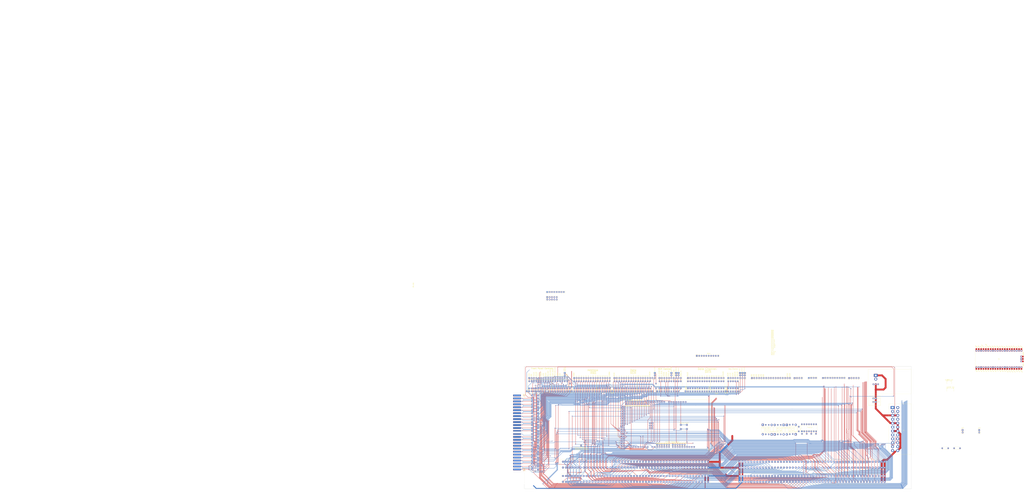
<source format=kicad_pcb>
(kicad_pcb (version 20221018) (generator pcbnew)
  (title_block (title "Nova 1200 front panel") (date "2019-05-19") (rev "Rev 3") (company "Marcel van Herk") (comment 1 "Suitable for Arduino Nano or Teensy 3.2") (comment 2 "Fix: remove track to C19 and connected to VCC instead") (comment 3 "Fix: correctly connect AC3 switch, correct SCK, SSCK") (comment 4 "Fix: switch holes 1.4, serial/light, cloop"))
  (layers (0 "F.Cu" signal) (31 "B.Cu" signal) (36 "B.SilkS" user "B.Silkscreen") (37 "F.SilkS" user "F.Silkscreen") (38 "B.Mask" user) (39 "F.Mask" user) (44 "Edge.Cuts" user))
  (net 0 "")
  (net 1 "GND")
  (net 2 "~{PL}")
  (net 3 "~{CON RQ}")
  (net 4 "Net-(C3-Pad1)")
  (net 5 "Net-(C4-Pad1)")
  (net 6 "Net-(C5-Pad1)")
  (net 7 "+5V")
  (net 8 "Net-(D1-A)")
  (net 9 "Net-(D2-K)")
  (net 10 "Net-(D3-A)")
  (net 11 "Net-(D4-K)")
  (net 12 "Net-(D5-A)")
  (net 13 "Net-(D6-K)")
  (net 14 "~{MEM15}")
  (net 15 "~{MEM14}")
  (net 16 "~{MBO13}")
  (net 17 "~{MEM12}")
  (net 18 "~{MBO11}")
  (net 19 "~{MEM9}")
  (net 20 "~{MBO9}")
  (net 21 "~{MBO7}")
  (net 22 "~{MEM6}")
  (net 23 "~{MBO5}")
  (net 24 "~{MBO14}")
  (net 25 "~{MEM2}")
  (net 26 "~{MBO1}")
  (net 27 "~{MBO2}")
  (net 28 "~{MBO4}")
  (net 30 "~{MBO8}")
  (net 31 "RESTART ENABLE")
  (net 32 "~{RST}")
  (net 33 "~{CON INST}")
  (net 34 "~{ISTP}")
  (net 35 "~{ION}")
  (net 36 "~{RUN}")
  (net 37 "~{MBO15}")
  (net 38 "~{MEM13}")
  (net 39 "~{MBO12}")
  (net 40 "~{MEM11}")
  (net 41 "~{MEM10}")
  (net 42 "+12V Lamp")
  (net 43 "~{MEM8}")
  (net 44 "~{MBO6}")
  (net 45 "~{MEM5}")
  (net 46 "~{MEM4}")
  (net 47 "~{MBO3}")
  (net 48 "~{MEM0}")
  (net 49 "~{MEM1}")
  (net 50 "~{MEM7}")
  (net 51 "~{MEM3}")
  (net 52 "~{MBO10}")
  (net 53 "~{STOP}")
  (net 54 "~{CON DATA}")
  (net 55 "~{CONT+ISTP+MSTP}")
  (net 56 "~{MSTP}")
  (net 57 "~{CARRY}")
  (net 58 "~{FETCH}")
  (net 59 "~{EXEC}")
  (net 60 "~{DEFER}")
  (net 61 "~{POWER FAIL}")
  (net 64 "+5V OK")
  (net 65 "MEM OK")
  (net 70 "Entrex P10.19")
  (net 72 "Entrex P10.30")
  (net 73 "~{MSKO}")
  (net 74 "INTA")
  (net 75 "DATIB")
  (net 76 "DATIA")
  (net 77 "~{DS3}")
  (net 78 "~{EXT LOAD}")
  (net 79 "DATOC")
  (net 80 "CLR")
  (net 81 "STRT")
  (net 82 "DATIC")
  (net 83 "DATOB")
  (net 85 "DATOA")
  (net 87 "~{DCHA}")
  (net 89 "~{DS4}")
  (net 91 "~{DS5}")
  (net 93 "~{DS2}")
  (net 95 "~{DS1}")
  (net 97 "IO RST")
  (net 99 "~{DS0}")
  (net 100 "LOAD IR")
  (net 101 "IO PLS")
  (net 104 "~{LOAD AC}")
  (net 107 "~{SELD}")
  (net 109 "~{SELB}")
  (net 112 "~{FORCE LOAD IR}")
  (net 114 "~{MD SEL1}")
  (net 116 "~{WAS JSR}")
  (net 118 "~{DIV}")
  (net 119 "~{TEST}")
  (net 124 "~{WHOA}")
  (net 125 "~{MA LOAD}")
  (net 130 "~{DCHM0}")
  (net 132 "STROBE")
  (net 133 "~{DCHM1}")
  (net 134 "unconnected-(J3-Pin_23-Pad23)")
  (net 137 "~{INTR}")
  (net 138 "INHIBIT")
  (net 140 "DCHO")
  (net 142 "~{DCHR}")
  (net 144 "DCHI")
  (net 146 "OVFLO")
  (net 148 "~{RQENB}")
  (net 149 "~{INH TRANS}")
  (net 151 "CLK FLOP")
  (net 154 "Entrex Backplane S01B53 to S13B53")
  (net 156 "~{DATA7}")
  (net 157 "~{DATA14}")
  (net 158 "~{DATA5}")
  (net 159 "~{DATA11}")
  (net 160 "~{DATA12}")
  (net 161 "~{DATA8}")
  (net 162 "~{DATA4}")
  (net 163 "~{DATA0}")
  (net 164 "~{DATA9}")
  (net 165 "~{DATA13}")
  (net 166 "~{DATA1}")
  (net 167 "~{DATA15}")
  (net 169 "~{SKIP}")
  (net 171 "~{DATA3}")
  (net 172 "MB LOAD")
  (net 173 "~{DATA10}")
  (net 175 "~{MBO0}")
  (net 178 "~{DATA2}")
  (net 179 "~{READ IO}")
  (net 182 "~{MB CLEAR}")
  (net 183 "~{READ1}")
  (net 184 "~{DRIVE IO}")
  (net 186 "~{READ2}")
  (net 187 "~{SHIFT3}")
  (net 189 "~{SHIFT2}")
  (net 190 "~{SHIFT0}")
  (net 191 "~{DATA6}")
  (net 192 "~{SHIFT1}")
  (net 193 "+3v3")
  (net 194 "GND After Meter")
  (net 195 "PWR_OK")
  (net 197 "Net-(RN8-R1)")
  (net 198 "Power SW")
  (net 199 "Net-(RN8-R2)")
  (net 204 "RINH0")
  (net 205 "-5V")
  (net 206 "RINH1")
  (net 207 "INH GND")
  (net 208 "RINH2")
  (net 209 "+VINH")
  (net 210 "RINH3")
  (net 212 "RINH4")
  (net 213 "RINH5")
  (net 214 "RINH7")
  (net 215 "RINH6")
  (net 216 "RINH8")
  (net 217 "RINH11")
  (net 218 "RINH10")
  (net 219 "RINH9")
  (net 220 "RINH13")
  (net 221 "RINH15")
  (net 222 "RINH12")
  (net 223 "RINH14")
  (net 252 "~{DCHP OUT}")
  (net 253 "~{DCHP IN}")
  (net 254 "~{INTP OUT}")
  (net 255 "~{INTP IN}")
  (net 256 "60Hz")
  (net 257 "~{BMA LOAD}")
  (net 270 "+V MEM")
  (net 279 "~{RELOAD DISABLE}")
  (net 280 "ROS")
  (net 281 "~{EXT SELECT}")
  (net 282 "~{INHIBIT SELECT}")
  (net 287 "Net-(XA1-RESET)")
  (net 288 "Net-(U1-Pad13)")
  (net 289 "Net-(U1-Pad11)")
  (net 290 "Net-(U1-Pad6)")
  (net 291 "UART_TX")
  (net 292 "UART_RX")
  (net 326 "Net-(J21-Pin_1)")
  (net 327 "Net-(J21-Pin_2)")
  (net 328 "Net-(J21-Pin_3)")
  (net 329 "Net-(J21-Pin_4)")
  (net 330 "Net-(J21-Pin_5)")
  (net 331 "Net-(J21-Pin_6)")
  (net 332 "Net-(J21-Pin_7)")
  (net 333 "Net-(J21-Pin_8)")
  (net 335 "Net-(J22-Pin_1)")
  (net 336 "Net-(J22-Pin_2)")
  (net 337 "Net-(J22-Pin_3)")
  (net 338 "Net-(J22-Pin_4)")
  (net 339 "Net-(J22-Pin_5)")
  (net 340 "Net-(J22-Pin_6)")
  (net 341 "Net-(J23-Pin_1)")
  (net 342 "Net-(J23-Pin_2)")
  (net 343 "Net-(J23-Pin_3)")
  (net 344 "Net-(J23-Pin_4)")
  (net 345 "Net-(J23-Pin_5)")
  (net 346 "Net-(J23-Pin_6)")
  (net 357 "Logic1")
  (net 358 "Logic2")
  (net 359 "Logic3")
  (net 360 "Logic4")
  (net 361 "Logic5")
  (net 362 "Logic6")
  (net 363 "Logic7")
  (net 364 "Logic8")
  (net 367 "Net-(RN1-R1)")
  (net 368 "Net-(RN1-R2)")
  (net 369 "Net-(RN1-R3)")
  (net 370 "Net-(RN1-R4)")
  (net 371 "Net-(RN1-R5)")
  (net 372 "Net-(RN1-R6)")
  (net 373 "Net-(RN1-R7)")
  (net 374 "Net-(RN1-R8)")
  (net 375 "Net-(RN1-R9)")
  (net 376 "Net-(RN2-R8)")
  (net 377 "Net-(RN2-R7)")
  (net 378 "Net-(RN2-R6)")
  (net 379 "Net-(RN2-R5)")
  (net 380 "Net-(RN2-R4)")
  (net 381 "Net-(RN2-R3)")
  (net 382 "Net-(RN2-R2)")
  (net 383 "Net-(RN2-R1)")
  (net 384 "Net-(D7-K)")
  (net 385 "Net-(RN3-R1)")
  (net 386 "Net-(RN3-R2)")
  (net 387 "Net-(RN3-R3)")
  (net 388 "Net-(RN3-R4)")
  (net 389 "Net-(RN3-R5)")
  (net 390 "Net-(RN3-R6)")
  (net 391 "Net-(RN3-R7)")
  (net 392 "Net-(RN3-R8)")
  (net 393 "Net-(RN3-R9)")
  (net 394 "Net-(RN4-R7)")
  (net 395 "Net-(RN4-R1)")
  (net 396 "Net-(RN4-R2)")
  (net 397 "Net-(RN4-R3)")
  (net 398 "Net-(RN4-R4)")
  (net 399 "Net-(RN4-R5)")
  (net 400 "Net-(RN4-R6)")
  (net 401 "Net-(RN5-R1)")
  (net 402 "Net-(RN5-R2)")
  (net 403 "Net-(RN5-R3)")
  (net 404 "Net-(RN5-R4)")
  (net 405 "Net-(RN5-R5)")
  (net 406 "Net-(RN5-R6)")
  (net 407 "Net-(RN5-R7)")
  (net 408 "Net-(RN5-R8)")
  (net 409 "Net-(RN5-R9)")
  (net 410 "Net-(RN6-R7)")
  (net 411 "Net-(RN6-R1)")
  (net 412 "Net-(RN6-R2)")
  (net 413 "Net-(RN6-R3)")
  (net 414 "Net-(RN6-R4)")
  (net 415 "Net-(RN6-R5)")
  (net 416 "Net-(RN6-R6)")
  (net 417 "Net-(D8-K)")
  (net 418 "Net-(RN7-R1)")
  (net 419 "Net-(RN7-R2)")
  (net 420 "Net-(RN7-R3)")
  (net 421 "Net-(RN7-R4)")
  (net 422 "Net-(RN7-R5)")
  (net 423 "Net-(RN7-R6)")
  (net 424 "Net-(RN7-R7)")
  (net 425 "Net-(RN7-R8)")
  (net 426 "Net-(RN7-R9)")
  (net 430 "Net-(RN8-R3)")
  (net 431 "Net-(RN8-R4)")
  (net 432 "Net-(RN8-R5)")
  (net 433 "Net-(RN8-R6)")
  (net 434 "Net-(RN8-R7)")
  (net 435 "Net-(RN8-R8)")
  (net 436 "Net-(RN8-R9)")
  (net 437 "Net-(RN9-R7)")
  (net 438 "Net-(RN9-R6)")
  (net 439 "Net-(RN9-R5)")
  (net 440 "Net-(RN9-R4)")
  (net 441 "Net-(RN9-R3)")
  (net 442 "Net-(RN9-R2)")
  (net 443 "Net-(RN9-R1)")
  (net 444 "Net-(RN10-R1)")
  (net 445 "Net-(RN10-R2)")
  (net 446 "Net-(RN10-R3)")
  (net 447 "Net-(RN10-R4)")
  (net 448 "Net-(RN10-R5)")
  (net 449 "Net-(D9-K)")
  (net 450 "Net-(D10-K)")
  (net 451 "Net-(D11-K)")
  (net 452 "Net-(D13-K)")
  (net 453 "Net-(D14-K)")
  (net 454 "Net-(D15-K)")
  (net 455 "-12v")
  (net 461 "Net-(J21-Pin_9)")
  (net 462 "Net-(J21-Pin_10)")
  (footprint "Button_Switch_Keyboard:nova frontpanel layout" (layer "F.Cu") (at -309.245 -307.34)
    (fp_text reference "FPIMAGE1" hide)
    (fp_text value "MountingHole" hide)
  )
  (footprint "Resistor_THT:R_Array_SIP10" (layer "F.Cu") (at 30.48 46.99)
    (fp_text reference "RN1" hide)
    (fp_text value "R_Network09_US" hide)
  )
  (footprint "Connector_PinHeader_2.54mm:PinHeader_1x02_P2.54mm_Vertical" (layer "F.Cu") (at 404.485 58.42 -90)
    (fp_text reference "JP4")
    (fp_text value "Vipass Ammeter")
  )
  (footprint "Connector_PinHeader_2.54mm:PinHeader_1x02_P2.54mm_Vertical" (layer "F.Cu") (at 497.586 88.646)
    (fp_text reference "JP2")
    (fp_text value "Entrex ~{M CON DATA}")
  )
  (footprint "Resistor_THT:R_Axial_DIN0207_L6.3mm_D2.5mm_P10.16mm_Horizontal" (layer "F.Cu") (at 289.685 83.058 -90)
    (fp_text reference "R3" hide)
    (fp_text value "4.7k")
  )
  (footprint "Resistor_THT:R_Array_SIP10" (layer "F.Cu") (at 170.18 46.99)
    (fp_text reference "RN7" hide)
    (fp_text value "R_Network09_US" hide)
  )
  (footprint "Resistor_THT:R_Array_SIP10" (layer "F.Cu") (at 200.66 46.99)
    (fp_text reference "RN8")
    (fp_text value "R_Network09_US" hide)
  )
  (footprint "Capacitor_THT:C_Disc_D6.0mm_W2.5mm_P5.00mm" (layer "F.Cu") (at 321.985 89.963 90)
    (fp_text reference "C5" hide)
    (fp_text value "C" hide)
  )
  (footprint "Connector_PinHeader_2.54mm:PinHeader_1x06_P2.54mm_Vertical" (layer "F.Cu") (at 186.8932 104.2924 90)
    (fp_text reference "J23" hide)
    (fp_text value "Arduino Digital Pins" hide)
  )
  (footprint "Resistor_THT:R_Axial_DIN0207_L6.3mm_D2.5mm_P10.16mm_Horizontal" (layer "F.Cu") (at 315.508 82.677 -90)
    (fp_text reference "R1" hide)
    (fp_text value "1k")
  )
  (footprint "Connector_PinHeader_2.54mm:PinHeader_1x02_P2.54mm_Vertical" (layer "F.Cu") (at 515.366 88.646)
    (fp_text reference "JP3")
    (fp_text value "Entrex ~{M CON INST}")
  )
  (footprint "LED_THT:LED_D1.8mm_W3.3mm_H2.4mm" (layer "F.Cu") (at 185.42 27.305 -90)
    (fp_text reference "D9" hide)
    (fp_text value "LED" hide)
  )
  (footprint "Forgotten Machines:XK-001_Volt-Amp_Meter - Backside" (layer "F.Cu") (at 419.735 36.195)
    (fp_text reference "MES1" hide)
    (fp_text value "XK-001")
  )
  (footprint "Forgotten Machines:LED Bar 10" (layer "F.Cu") (at 81.28 43.815)
    (fp_text reference "BAR3" hide)
    (fp_text value "LED Bar 10" hide)
  )
  (footprint "Connector_PinHeader_2.54mm:PinHeader_1x10_P2.54mm_Vertical" (layer "F.Cu") (at 347.98 32.639 90)
    (fp_text reference "J11" hide)
    (fp_text value "CPU Option Inputs")
  )
  (footprint "Diode_THT:D_DO-41_SOD81_P10.16mm_Horizontal" (layer "F.Cu") (at 283.377 82.931 -90)
    (fp_text reference "D4" hide)
    (fp_text value "1N4004" hide)
  )
  (footprint "Resistor_THT:R_Array_SIP10" (layer "F.Cu") (at 212.725 8.89)
    (fp_text reference "RN11")
    (fp_text value "R_Network09_US" hide)
  )
  (footprint "Resistor_THT:R_Array_SIP9" (layer "F.Cu") (at 76.2 46.99 180)
    (fp_text reference "RN2" hide)
    (fp_text value "R_Network08_US")
  )
  (footprint "Connector_PinHeader_2.54mm:PinHeader_1x05_P2.54mm_Vertical" (layer "F.Cu") (at 375.92 32.766 90)
    (fp_text reference "J17" hide)
    (fp_text value "CPU Option Outputs")
  )
  (footprint "Resistor_THT:R_Array_SIP10" (layer "F.Cu") (at 78.74 46.99)
    (fp_text reference "RN3" hide)
    (fp_text value "R_Network09_US" hide)
  )
  (footprint "Resistor_THT:R_Axial_DIN0207_L6.3mm_D2.5mm_P10.16mm_Horizontal" (layer "F.Cu") (at 286.552 93.091 90)
    (fp_text reference "R4" hide)
    (fp_text value "4.7k")
  )
  (footprint "Connector_PinHeader_2.54mm:PinHeader_1x17_P2.54mm_Vertical" (layer "F.Cu") (at 33.02 32.766 90)
    (fp_text reference "J9" hide)
    (fp_text value "Front Panel Controls")
  )
  (footprint "Forgotten Machines:RPi_Pico_SMD_TH" (layer "F.Cu") (at 536.448 12.319 90)
    (fp_text reference "U2")
    (fp_text value "Pico")
  )
  (footprint "Forgotten Machines:PinHeader_2x05_P2.54mm_Vertical - Backside" (layer "F.Cu") (at 52.324 -53.975 90)
    (fp_text reference "J19" hide)
    (fp_text value "Logic 8 CH")
  )
  (footprint "Forgotten Machines:LED Bar 10" (layer "F.Cu") (at 124.46 43.815)
    (fp_text reference "BAR5" hide)
    (fp_text value "LED Bar 10" hide)
  )
  (footprint "Resistor_THT:R_Array_SIP10" (layer "F.Cu") (at 121.92 46.99)
    (fp_text reference "RN5" hide)
    (fp_text value "R_Network09_US" hide)
  )
  (footprint "LED_THT:LED_D1.8mm_W3.3mm_H2.4mm" (layer "F.Cu") (at 261.62 27.305 -90)
    (fp_text reference "D14" hide)
    (fp_text value "LED" hide)
  )
  (footprint "Resistor_THT:R_Axial_DIN0207_L6.3mm_D2.5mm_P10.16mm_Horizontal" (layer "F.Cu") (at 299.506 83.058 -90)
    (fp_text reference "R5" hide)
    (fp_text value "10k")
  )
  (footprint "Forgotten Machines:DG Nova Front Panel Card Edge" (layer "F.Cu") (at 18.23 90.915)
    (fp_text reference "J5" hide)
    (fp_text value "Front Panel Card Edge" hide)
    (fp_line (start -2.42 -41.295) (end -2.42 -0.795) (stroke (width 0.05)) (layer "Edge.Cuts"))
    (fp_line (start -2.42 -0.795) (end 12.58 -0.795) (stroke (width 0.05)) (layer "Edge.Cuts"))
    (fp_line (start -2.42 1.205) (end 12.58 1.205) (stroke (width 0.05)) (layer "Edge.Cuts"))
    (fp_line (start -2.42 41.705) (end -2.42 1.205) (stroke (width 0.05)) (layer "Edge.Cuts"))
    (fp_line (start -1.42 -42.295) (end 8.58 -42.295) (stroke (width 0.05)) (layer "Edge.Cuts"))
    (fp_line (start -1.42 42.705) (end 8.58 42.705) (stroke (width 0.05)) (layer "Edge.Cuts"))
    (fp_line (start 9.58 -43.295) (end 9.58 -55.795) (stroke (width 0.05)) (layer "Edge.Cuts"))
    (fp_line (start 9.58 43.705) (end 9.58 56.205) (stroke (width 0.05)) (layer "Edge.Cuts"))
    (fp_arc (start -2.42 -41.295) (mid -2.127102 -42.002102) (end -1.42 -42.295) (stroke (width 0.05)) (layer "Edge.Cuts"))
    (fp_arc (start -1.42 42.705) (mid -2.127109 42.412109) (end -2.42 41.705) (stroke (width 0.05)) (layer "Edge.Cuts"))
    (fp_arc (start 8.58 42.705) (mid 9.287107 42.997893) (end 9.58 43.705) (stroke (width 0.05)) (layer "Edge.Cuts"))
    (fp_arc (start 9.58 -55.795) (mid 9.872899 -56.502101) (end 10.58 -56.795) (stroke (width 0.05)) (layer "Edge.Cuts"))
    (fp_arc (start 9.58 -43.295) (mid 9.287113 -42.587887) (end 8.58 -42.295) (stroke (width 0.05)) (layer "Edge.Cuts"))
    (fp_arc (start 10.58 57.205) (mid 9.872893 56.912107) (end 9.58 56.205) (stroke (width 0.05)) (layer "Edge.Cuts"))
    (fp_arc (start 12.58 -0.795) (mid 13.58 0.205) (end 12.58 1.205) (stroke (width 0.05)) (layer "Edge.Cuts"))
  )
  (footprint "Diode_THT:D_DO-41_SOD81_P10.16mm_Horizontal" (layer "F.Cu") (at 292.902 93.218 90)
    (fp_text reference "D3" hide)
    (fp_text value "1N4004" hide)
  )
  (footprint "Forgotten Machines:DG NOVA Backplane Connector - Backside" (layer "F.Cu") (at 145.78 125.65)
    (fp_text reference "J15" hide)
    (fp_text value "Slot_02x50_Odd_Even" hide)
  )
  (footprint "Forgotten Machines:Disc Capacitor Common Entrex Trapezoid" (layer "F.Cu") (at 490.982 107.862)
    (fp_text reference "C1" hide)
    (fp_text value "CAP_Disc_Common_-_Entrex_Trapezoid" hide)
  )
  (footprint "Forgotten Machines:LED Bar 7" (layer "F.Cu") (at 58.42 43.815)
    (fp_text reference "BAR2" hide)
    (fp_text value "LED Bar 10" hide)
  )
  (footprint "Diode_THT:D_DO-41_SOD81_P10.16mm_Horizontal" (layer "F.Cu") (at 296.204 93.218 90)
    (fp_text reference "D5" hide)
    (fp_text value "1N4004" hide)
  )
  (footprint "LED_THT:LED_D1.8mm_W3.3mm_H2.4mm" (layer "F.Cu") (at 264.16 27.305 -90)
    (fp_text reference "D15" hide)
    (fp_text value "LED" hide)
  )
  (footprint "Forgotten Machines:Arduino_Mega2560_Shield" (layer "F.Cu") (at 228.6 55.88 180)
    (fp_text reference "XA1")
    (fp_text value "Arduino_Mega2560_Shield" hide)
  )
  (footprint "Resistor_THT:R_Array_SIP8" (layer "F.Cu") (at 165.1 46.99 180)
    (fp_text reference "RN6" hide)
    (fp_text value "R_Network07_US" hide)
  )
  (footprint "Connector_PinHeader_2.54mm:PinHeader_1x10_P2.54mm_Vertical" (layer "F.Cu") (at 172.72 32.766 90)
    (fp_text reference "J18" hide)
    (fp_text value "MEM Control Outputs")
  )
  (footprint "LED_THT:LED_D1.8mm_W3.3mm_H2.4mm" (layer "F.Cu") (at 167.64 27.305 -90)
    (fp_text reference "D8" hide)
    (fp_text value "LED" hide)
  )
  (footprint "Connector_PinHeader_2.54mm:PinHeader_1x06_P2.54mm_Vertical" (layer "F.Cu") (at 170.18 104.3432 90)
    (fp_text reference "J22" hide)
    (fp_text value "Arduino Digital Pins" hide)
  )
  (footprint "LED_THT:LED_D1.8mm_W3.3mm_H2.4mm" (layer "F.Cu") (at 190.5 27.305 -90)
    (fp_text reference "D10" hide)
    (fp_text value "LED" hide)
  )
  (footprint "Forgotten Machines:Connector_2x12_P4.2mmx5.5mm (ATX Plug)" (layer "F.Cu") (at 422.51 64.61 90)
    (fp_text reference "J4")
    (fp_text value "ATX-24" hide)
  )
  (footprint "Forgotten Machines:LED Bar 5" (layer "F.Cu") (at 246.38 43.815)
    (fp_text reference "BAR11")
    (fp_text value "LED Bar 10" hide)
  )
  (footprint "Forgotten Machines:Disc Capacitor Common Entrex Trapezoid" (layer "F.Cu") (at 478.282 107.862)
    (fp_text reference "C2" hide)
    (fp_text value "CAP_Disc_Common_-_Entrex_Trapezoid" hide)
  )
  (footprint "Diode_THT:D_DO-41_SOD81_P10.16mm_Horizontal" (layer "F.Cu") (at 309.158 83.058 -90)
    (fp_text reference "D2" hide)
    (fp_text value "1N4004" hide)
  )
  (footprint "Connector_PinHeader_2.54mm:PinHeader_1x16_P2.54mm_Vertical" (layer "F.Cu") (at 81.28 32.766 90)
    (fp_text reference "J6" hide)
    (fp_text value "MBO")
  )
  (footprint "Forgotten Machines:DG NOVA Backplane Connector - Frontside" (layer "F.Cu") (at 336.82 140.98)
    (fp_text reference "J2" hide)
    (fp_text value "~" hide)
  )
  (footprint "Forgotten Machines:LED Bar 6" (layer "F.Cu") (at 149.86 43.815)
    (fp_text reference "BAR6" hide)
    (fp_text value "LED Bar 10" hide)
  )
  (footprint "Resistor_THT:R_Array_SIP8" (layer "F.Cu") (at 243.84 46.99 180)
    (fp_text reference "RN9")
    (fp_text value "R_Network07_US" hide)
  )
  (footprint "Connector_PinHeader_2.54mm:PinHeader_1x18_P2.54mm_Vertical" (layer "F.Cu") (at 124.46 32.766 90)
    (fp_text reference "J7" hide)
    (fp_text value "MEM")
  )
  (footprint "Forgotten Machines:LED Bar 6" (layer "F.Cu") (at 228.6 43.815)
    (fp_text reference "BAR9")
    (fp_text value "LED Bar 10" hide)
  )
  (footprint "Forgotten Machines:DG NOVA Front Pannel Connector - Backside" (layer "F.Cu") (at 39.195 90.435)
    (fp_text reference "J1")
    (fp_text value "Front Panel Socket - Backside")
  )
  (footprint "Resistor_THT:R_Axial_DIN0204_L3.6mm_D1.6mm_P5.08mm_Horizontal" (layer "F.Cu") (at 168.91 43.815 90)
    (fp_text reference "R8" hide)
    (fp_text value "R_US" hide)
  )
  (footprint "Resistor_THT:R_Axial_DIN0207_L6.3mm_D2.5mm_P10.16mm_Horizontal" (layer "F.Cu") (at 312.333 92.964 90)
    (fp_text reference "R2" hide)
    (fp_text value "10k")
  )
  (footprint "LED_THT:LED_D1.8mm_W3.3mm_H2.4mm" (layer "F.Cu") (at 259.08 27.305 -90)
    (fp_text reference "D13" hide)
    (fp_text value "LED" hide)
  )
  (footprint "Resistor_THT:R_Array_SIP8" (layer "F.Cu") (at 121.92 46.99 180)
    (fp_text reference "RN4" hide)
    (fp_text value "R_Network07_US" hide)
  )
  (footprint "Connector_PinHeader_2.54mm:PinHeader_1x16_P2.54mm_Vertical" (layer "F.Cu") (at 203.2 32.766 90)
    (fp_text reference "J8" hide)
    (fp_text value "Data Channel")
  )
  (footprint "Connector_PinHeader_2.54mm:PinHeader_1x17_P2.54mm_Vertical" (layer "F.Cu") (at 271.78 32.766 90)
    (fp_text reference "J10" hide)
    (fp_text value "Programmed I/O")
  )
  (footprint "Button_Switch_THT:SW_PUSH_6mm" (layer "F.Cu") (at 202.057 87.503 180)
    (fp_text reference "SW1" hide)
    (fp_text value "Arduino Reset")
  )
  (footprint "Forgotten Machines:DG NOVA Backplane Connector - Backside" (layer "F.Cu") (at 335.01 125.73)
    (fp_text reference "J16" hide)
    (fp_text value "Slot_02x50_Odd_Even" hide)
  )
  (footprint "Connector_PinHeader_2.54mm:PinHeader_1x08_P2.54mm_Vertical" (layer "F.Cu") (at 246.38 32.766 90)
    (fp_text reference "J12" hide)
    (fp_text value "Data Channel")
  )
  (footprint "Resistor_THT:R_Axial_DIN0204_L3.6mm_D1.6mm_P5.08mm_Horizontal" (layer "F.Cu") (at 76.835 43.815 90)
    (fp_text reference "R7" hide)
    (fp_text value "R_US" hide)
  )
  (footprint "Resistor_THT:R_Axial_DIN0207_L6.3mm_D2.5mm_P10.16mm_Horizontal" (layer "F.Cu") (at 302.554 93.218 90)
    (fp_text reference "R6" hide)
    (fp_text value "1k")
  )
  (footprint "Forgotten Machines:DG NOVA Backplane Connector - Frontside" (layer "F.Cu") (at 147.59 140.97)
    (fp_text reference "J3" hide)
    (fp_text value "~" hide)
  )
  (footprint "Connector_PinHeader_2.54mm:PinHeader_1x10_P2.54mm_Vertical" (layer "F.Cu") (at 137.16 60.706 90)
    (fp_text reference "J21" hide)
    (fp_text value "Arduino Anolog Pins")
  )
  (footprint "Resistor_THT:R_Array_SIP6" (layer "F.Cu") (at 243.84 46.99)
    (fp_text reference "RN10" hide)
    (fp_text value "R_Network05_US" hide)
  )
  (footprint "Forgotten Machines:LED Bar 10" (layer "F.Cu") (at 203.2 43.815)
    (fp_text reference "BAR8")
    (fp_text value "LED Bar 10" hide)
  )
  (footprint "LED_THT:LED_D1.8mm_W3.3mm_H2.4mm" (layer "F.Cu") (at 193.04 27.305 -90)
    (fp_text reference "D11" hide)
    (fp_text value "LED" hide)
  )
  (footprint "LED_THT:LED_D1.8mm_W3.3mm_H2.4mm" (layer "F.Cu") (at 71.12 27.305 -90)
    (fp_text reference "D7" hide)
    (fp_text value "LED" hide)
  )
  (footprint "Connector_PinHeader_2.54mm:PinHeader_1x08_P2.54mm_Vertical" (layer "F.Cu") (at 52.324 -59.563 90)
    (fp_text reference "J20" hide)
    (fp_text value "Logic 8 CH")
  )
  (footprint "Connector_PinHeader_2.54mm:PinHeader_1x01_P2.54mm_Vertical" (layer "F.Cu") (at 88.646 105.283)
    (fp_text reference "TP1" hide)
    (fp_text value "Entrex Backplane S01B53 to S13B53" hide)
  )
  (footprint "Forgotten Machines:LED Bar 10" (layer "F.Cu") (at 33.02 43.815)
    (fp_text reference "BAR1" hide)
    (fp_text value "LED Bar 10" hide)
  )
  (footprint "Connector_PinHeader_2.54mm:PinHeader_1x04_P2.54mm_Vertical" (layer "F.Cu") (at 317.5 32.766 90)
    (fp_text reference "J13" hide)
    (fp_text value "Program Interrupt")
  )
  (footprint "Forgotten Machines:LED Bar 6" (layer "F.Cu") (at 106.68 43.7075)
    (fp_text reference "BAR4" hide)
    (fp_text value "LED Bar 10" hide)
  )
  (footprint "Package_DIP:DIP-14_W7.62mm" (layer "F.Cu") (at 325.287 89.916 90)
    (fp_text reference "U1" hide)
    (fp_text value "74HC14")
  )
  (footprint "Diode_THT:D_DO-41_SOD81_P10.16mm_Horizontal" (layer "F.Cu") (at 318.683 93.091 90)
    (fp_text reference "D1" hide)
    (fp_text value "1N4004" hide)
  )
  (footprint "Connector_PinHeader_2.54mm:PinHeader_1x04_P2.54mm_Vertical" (layer "F.Cu") (at 332.74 32.639 90)
    (fp_text reference "J14" hide)
    (fp_text value "System Control")
  )
  (footprint "Capacitor_THT:C_Disc_D6.0mm_W2.5mm_P5.00mm" (layer "F.Cu") (at 335.4 92.583)
    (fp_text reference "C3" hide)
    (fp_text value "C" hide)
  )
  (footprint "Diode_THT:D_DO-41_SOD81_P10.16mm_Horizontal" (layer "F.Cu") (at 305.729 83.058 -90)
    (fp_text reference "D6" hide)
    (fp_text value "1N4004" hide)
  )
  (footprint "Capacitor_THT:C_Disc_D6.0mm_W2.5mm_P5.00mm" (layer "F.Cu") (at 330.414 92.583 180)
    (fp_text reference "C4" hide)
    (fp_text value "C" hide)
  )
  (footprint "Forgotten Machines:LED Bar 10" (layer "F.Cu") (at 172.72 43.815)
    (fp_text reference "BAR7" hide)
    (fp_text value "LED Bar 10" hide)
  )
  (footprint "Connector_PinHeader_2.54mm:PinHeader_1x02_P2.54mm_Vertical" (layer "F.Cu") (at 404.485 54.61 -90)
    (fp_text reference "JP1")
    (fp_text value "Vipass Ammeter" hide)
  )
  (gr_rect (start 396.865 52.07) (end 409.565 62.23) (stroke (width 0.15)) (fill none) (layer "F.SilkS"))
  (gr_line (start 442.595 20.32) (end 442.595 151.765) (stroke (width 0.15)) (layer "Edge.Cuts"))
  (gr_line (start 27.81 35.29) (end 27.81 20.32) (stroke (width 0.15)) (layer "Edge.Cuts"))
  (gr_arc (start 28.449013 151.765987) (mid 28 151.58) (end 27.814013 151.130987) (stroke (width 0.15)) (layer "Edge.Cuts"))
  (gr_line (start 27.813 147.0406) (end 27.814013 151.130987) (stroke (width 0.15)) (layer "Edge.Cuts"))
  (gr_line (start 28.449013 151.765987) (end 433.096413 151.765987) (stroke (width 0.15)) (layer "Edge.Cuts"))
  (gr_line (start 442.595 20.32) (end 27.81 20.32) (stroke (width 0.15)) (layer "Edge.Cuts"))
  (gr_line (start 442.595 151.765) (end 432.562 151.765) (stroke (width 0.15)) (layer "Edge.Cuts"))
  (gr_text "DCHP" (at 247.65 31.115 270) (layer "F.SilkS") (effects (font (size 1 1) (thickness 0.15) italic) (justify right bottom)))
  (gr_text "~{CARRY}" (at 44.704 30.988 270) (layer "F.SilkS") (effects (font (size 1 1)) (justify right bottom)))
  (gr_text "2\n" (at 85.725 31.115) (layer "F.SilkS") (effects (font (size 1 1)) (justify left bottom)))
  (gr_text "5" (at 93.345 31.115) (layer "F.SilkS") (effects (font (size 1 1)) (justify left bottom)))
  (gr_text "~{SKIP}" (at 47.244 30.988 270) (layer "F.SilkS") (effects (font (size 1 1)) (justify right bottom)))
  (gr_text "2\n" (at 207.645 31.115) (layer "F.SilkS") (effects (font (size 1 1)) (justify left bottom)))
  (gr_text "Front Panel Controls" (at 34.925 23.368) (layer "F.SilkS") (effects (font (size 1.5 1.5) (thickness 0.3) bold) (justify left bottom)))
  (gr_text "7" (at 220.345 31.115) (layer "F.SilkS") (effects (font (size 1 1)) (justify left bottom)))
  (gr_text "2\n" (at 128.905 31.115) (layer "F.SilkS") (effects (font (size 1 1)) (justify left bottom)))
  (gr_text "~{RST}" (at 72.644 30.988 270) (layer "F.SilkS") (effects (font (size 1 1)) (justify right bottom)))
  (gr_text "Resistor Blocks\nShare Pin 1 Hole" (at 120.65 49.276) (layer "F.SilkS") (effects (font (size 0.25 0.25) (thickness 0.0625)) (justify left bottom)))
  (gr_text "~{MBO15}" (at 118.11 31.115 270) (layer "F.SilkS") (effects (font (size 1 1)) (justify right bottom)))
  (gr_text "~{ION}" (at 34.544 30.988 270) (layer "F.SilkS") (effects (font (size 1 1)) (justify right bottom)))
  (gr_text "10" (at 148.59 31.115) (layer "F.SilkS") (effects (font (size 1 1)) (justify left bottom)))
  (gr_text "5" (at 215.265 31.115) (layer "F.SilkS") (effects (font (size 1 1)) (justify left bottom)))
  (gr_text "6" (at 139.065 31.115) (layer "F.SilkS") (effects (font (size 1 1)) (justify left bottom)))
  (gr_text "12" (at 110.49 31.115) (layer "F.SilkS") (effects (font (size 1 1)) (justify left bottom)))
  (gr_text "~{MA LOAD}" (at 181.61 31.115 270) (layer "F.SilkS") (effects (font (size 1 1)) (justify right bottom)))
  (gr_text "9" (at 146.685 31.115) (layer "F.SilkS") (effects (font (size 1 1)) (justify left bottom)))
  (gr_text "~{STOP}" (at 49.784 30.988 270) (layer "F.SilkS") (effects (font (size 1 1)) (justify right bottom)))
  (gr_text "11\n" (at 151.13 31.115) (layer "F.SilkS") (effects (font (size 1 1)) (justify left bottom)))
  (gr_text "Data Channel" (at 246.38 23.495) (layer "F.SilkS") (effects (font (size 1 1) (thickness 0.2) bold) (justify left bottom)))
  (gr_text "7" (at 98.425 31.115) (layer "F.SilkS") (effects (font (size 1 1)) (justify left bottom)))
  (gr_text "~{DCHM0}" (at 252.73 31.115 270) (layer "F.SilkS") (effects (font (size 1 1)) (justify right bottom)))
  (gr_text "3" (at 88.265 31.115) (layer "F.SilkS") (effects (font (size 1 1)) (justify left bottom)))
  (gr_text "4" (at 133.985 31.115) (layer "F.SilkS") (effects (font (size 1 1)) (justify left bottom)))
  (gr_text "D02 D03 D04 D05 D06 D07" (at 168.8592 103.2764) (layer "F.SilkS") (effects (font (size 0.75 0.75) (thickness 0.1875) bold) (justify left bottom)))
  (gr_text "~{CON RQ}" (at 52.324 30.988 270) (layer "F.SilkS") (effects (font (size 1 1)) (justify right bottom)))
  (gr_text "8" (at 222.885 31.115) (layer "F.SilkS") (effects (font (size 1 1)) (justify left bottom)))
  (gr_text "14" (at 158.75 31.115) (layer "F.SilkS") (effects (font (size 1 1)) (justify left bottom)))
  (gr_text "~{DS1}" (at 273.05 31.436 270) (layer "F.SilkS") (effects (font (size 1 1)) (justify right bottom)))
  (gr_text "~{READ1}" (at 176.53 31.115 270) (layer "F.SilkS") (effects (font (size 1 1)) (justify right bottom)))
  (gr_text "~{READ2}" (at 179.07 31.115 270) (layer "F.SilkS") (effects (font (size 1 1)) (justify right bottom)))
  (gr_text "~{READ IO}" (at 173.99 31.115 270) (layer "F.SilkS") (effects (font (size 1 1)) (justify right bottom)))
  (gr_text "~{EXEC}" (at 42.164 30.988 270) (layer "F.SilkS") (effects (font (size 1 1)) (justify right bottom)))
  (gr_text "~{CONT+ISTP+MSTP}" (at 59.944 30.988 270) (layer "F.SilkS") (effects (font (size 0.75 0.75) (thickness 0.125)) (justify right bottom)))
  (gr_text "Data\n~{MEM}\n" (at 140.97 28.575) (layer "F.SilkS") (effects (font (size 2 2) (thickness 0.3)) (justify left bottom)))
  (gr_text "Arduino Anolog Pins" (at 138.7856 57.3532) (layer "F.SilkS") (effects (font (size 1 1)) (justify left bottom)))
  (gr_text "9" (at 225.425 31.115) (layer "F.SilkS") (effects (font (size 1 1)) (justify left bottom)))
  (gr_text "STROBE" (at 189.865 26.035 270) (layer "F.SilkS") (effects (font (size 0.8 0.8)) (justify right bottom)))
  (gr_text "1" (at 205.105 31.115) (layer "F.SilkS") (effects (font (size 1 1)) (justify left bottom)))
  (gr_text "4" (at 90.805 31.115) (layer "F.SilkS") (effects (font (size 1 1)) (justify left bottom)))
  (gr_text "~{MBO0}" (at 80.01 31.115 270) (layer "F.SilkS") (effects (font (size 1 1)) (justify right bottom)))
  (gr_text "6" (at 217.805 31.115) (layer "F.SilkS") (effects (font (size 1 1)) (justify left bottom)))
  (gr_text "~{DATA15}" (at 240.03 31.115 270) (layer "F.SilkS") (effects (font (size 1 1)) (justify right bottom)))
  (gr_text "3" (at 131.445 31.115) (layer "F.SilkS") (effects (font (size 1 1)) (justify left bottom)))
  (gr_text "~{FETCH}" (at 37.084 30.988 270) (layer "F.SilkS") (effects (font (size 1 1)) (justify right bottom)))
  (gr_text "DCHI" (at 257.81 26.035 270) (layer "F.SilkS") (effects (font (size 1 1)) (justify right bottom)))
  (gr_text "~{MEM0}" (at 123.19 31.115 270) (layer "F.SilkS") (effects (font (size 1 1)) (justify right bottom)))
  (gr_text "D53" (at 128.2192 66.802) (layer "F.SilkS") (effects (font (size 1 1)) (justify left bottom)))
  (gr_text "1" (at 83.185 31.115) (layer "F.SilkS") (effects (font (size 1 1)) (justify left bottom)))
  (gr_text "~{DS3}" (at 278.13 31.496 270) (layer "F.SilkS") (effects (font (size 1 1)) (justify right bottom)))
  (gr_text "RESTART\nENABLE" (at 69.85 26.035 270) (layer "F.SilkS") (effects (font (size 0.8 0.8)) (justify right bottom)))
  (gr_text "8" (at 100.965 31.115) (layer "F.SilkS") (effects (font (size 1 1)) (justify left bottom)))
  (gr_text "~{DATA0}" (at 201.93 31.115 270) (layer "F.SilkS") (effects (font (size 1 1)) (justify right bottom)))
  (gr_text "11\n" (at 107.95 31.115) (layer "F.SilkS") (effects (font (size 1 1)) (justify left bottom)))
  (gr_text "Resistor Blocks\nShare Pin 1 Hole" (at 242.824 49.276) (layer "F.SilkS") (effects (font (size 0.25 0.25) (thickness 0.0625)) (justify left bottom)))
  (gr_text "~{MSTP}" (at 62.484 30.988 270) (layer "F.SilkS") (effects (font (size 1 1)) (justify right bottom)))
  (gr_text "~{RUN}" (at 32.004 30.988 270) (layer "F.SilkS") (effects (font (size 1 1)) (justify right bottom)))
  (gr_text "~{SELB}" (at 308.864 31.496 270) (layer "F.SilkS") (effects (font (size 1 1)) (justify right bottom)))
  (gr_text "~{DS4}" (at 280.67 31.496 270) (layer "F.SilkS") (effects (font (size 1 1)) (justify right bottom)))
  (gr_text "~{DS2}" (at 275.59 31.496 270) (layer "F.SilkS") (effects (font (size 1 1)) (justify right bottom)))
  (gr_text "12" (at 153.67 31.115) (layer "F.SilkS") (effects (font (size 1 1)) (justify left bottom)))
  (gr_text "13" (at 234.95 31.115) (layer "F.SilkS") (effects (font (size 1 1)) (justify left bottom)))
  (gr_text "14" (at 237.49 31.115) (layer "F.SilkS") (effects (font (size 1 1)) (justify left bottom)))
  (gr_text "~{DCHA}" (at 250.19 31.115 270) (layer "F.SilkS") (effects (font (size 1 1)) (justify right bottom)))
  (gr_text "6" (at 95.885 31.115) (layer "F.SilkS") (effects (font (size 1 1)) (justify left bottom)))
  (gr_text "3" (at 210.185 31.115) (layer "F.SilkS") (effects (font (size 1 1)) (justify left bottom)))
  (gr_text "A15 A14 A13 A12 A11 A10 A09 A08 A01 A00" (at 136.144 63.1952) (layer "F.SilkS") (effects (font (size 0.75 0.75) (thickness 0.1875) bold) (justify left bottom)))
  (gr_text "7" (at 141.605 31.115) (layer "F.SilkS") (effects (font (size 1 1)) (justify left bottom)))
  (gr_text "~{INH TRANS}" (at 194.945 31.115 270) (layer "F.SilkS") (effects (font (size 0.8 0.8)) (justify right bottom)))
  (gr_text "D08 D09 D10 D11 D12 D13" (at 185.5724 102.9208) (layer "F.SilkS") (effects (font (size 0.75 0.75) (thickness 0.1875) bold) (justify left bottom)))
  (gr_text "14" (at 115.57 31.115) (layer "F.SilkS") (effects (font (size 1 1)) (justify left bottom)))
  (gr_text "9" (at 103.505 31.115) (layer "F.SilkS") (effects (font (size 1 1)) (justify left bottom)))
  (gr_text "Data Channel\n     ~{DATA}" (at 213.36 27.305) (layer "F.SilkS") (effects (font (size 2 2) (thickness 0.3)) (justify left bottom)))
  (gr_text "INHIBIT" (at 192.405 26.035 270) (layer "F.SilkS") (effects (font (size 0.8 0.8)) (justify right bottom)))
  (gr_text "10" (at 227.33 31.115) (layer "F.SilkS") (effects (font (size 1 1)) (justify left bottom)))
  (gr_text "12" (at 232.41 31.115) (layer "F.SilkS") (effects (font (size 1 1)) (justify left bottom)))
  (gr_text "~{DRIVE IO}" (at 171.45 31.115 270) (layer "F.SilkS") (effects (font (size 1 1)) (justify right bottom)))
  (gr_text "MEM OK\n" (at 167.005 26.035 270) (layer "F.SilkS") (effects (font (size 0.8 0.8)) (justify right bottom)))
  (gr_text "MB LOAD" (at 184.785 26.035 270) (layer "F.SilkS") (effects (font (size 0.8 0.8)) (justify right bottom)))
  (gr_text "1" (at 126.365 31.115) (layer "F.SilkS") (effects (font (size 1 1)) (justify left bottom)))
  (gr_text "~{MB CLEAR}" (at 187.325 31.115 270) (layer "F.SilkS") (effects (font (size 1 1)) (justify right bottom)))
  (gr_text "~{ISTP}" (at 65.024 30.988 270) (layer "F.SilkS") (effects (font (size 1 1)) (justify right bottom)))
  (gr_text "10" (at 105.41 31.115) (layer "F.SilkS") (effects (font (size 1 1)) (justify left bottom)))
  (gr_text "MEM Control" (at 170.688 23.876) (layer "F.SilkS") (effects (font (size 1.5 1.5) (thickness 0.3) bold) (justify left bottom)))
  (gr_text "~{CON DATA}" (at 57.404 30.988 270) (layer "F.SilkS") (effects (font (size 1 1)) (justify right bottom)))
  (gr_text "Entrex Backplane \nS01B53 to S13B53" (at 81.915 109.728) (layer "F.SilkS") (effects (font (size 1 1)) (justify left bottom)))
  (gr_text "~{TRY ME}" (at -92.075 -64.135 270) (layer "F.SilkS") (effects (font (size 1 1)) (justify right bottom)))
  (gr_text "Address\n  ~{MBO}" (at 95.25 28.575) (layer "F.SilkS") (effects (font (size 2 2) (thickness 0.3)) (justify left bottom)))
  (gr_text "13" (at 113.03 31.115) (layer "F.SilkS") (effects (font (size 1 1)) (justify left bottom)))
  (gr_text "Arduino Digital Pins" (at 178.6636 101.7016) (layer "F.SilkS") (effects (font (size 1 1)) (justify left bottom)))
  (gr_text "~{DS5}" (at 283.21 31.496 270) (layer "F.SilkS") (effects (font (size 1 1)) (justify right bottom)))
  (gr_text "~{SELD}" (at 311.404 31.496 270) (layer "F.SilkS") (effects (font (size 1 1)) (justify right bottom)))
  (gr_text "~{PL}" (at 67.564 30.988 270) (layer "F.SilkS") (effects (font (size 1 1)) (justify right bottom)))
  (gr_text "11\n" (at 229.87 31.115) (layer "F.SilkS") (effects (font (size 1 1)) (justify left bottom)))
  (gr_text "13" (at 156.21 31.115) (layer "F.SilkS") (effects (font (size 1 1)) (justify left bottom)))
  (gr_text "~{MEM15}" (at 161.29 31.115 270) (layer "F.SilkS") (effects (font (size 1 1)) (justify right bottom)))
  (gr_text "5" (at 136.525 31.115) (layer "F.SilkS") (effects (font (size 1 1)) (justify left bottom)))
  (gr_text "8" (at 144.145 31.115) (layer "F.SilkS") (effects (font (size 1 1)) (justify left bottom)))
  (gr_text "~{DS0}" (at 270.51 31.496 270) (layer "F.SilkS") (effects (font (size 1 1)) (justify right bottom)))
  (gr_text "~{DCHM1}" (at 255.27 31.115 270) (layer "F.SilkS") (effects (font (size 1 1)) (justify right bottom)))
  (gr_text "~{DEFER}" (at 39.624 30.988 270) (layer "F.SilkS") (effects (font (size 1 1)) (justify right bottom)))
  (gr_text "~{CON INST}" (at 54.864 30.988 270) (layer "F.SilkS") (effects (font (size 1 1)) (justify right bottom)))
  (gr_text "OVFLO" (at 262.89 26.035 270) (layer "F.SilkS") (effects (font (size 1 1)) (justify right bottom)))
  (gr_text "DCHO" (at 260.35 26.035 270) (layer "F.SilkS") (effects (font (size 1 1)) (justify right bottom)))
  (gr_text "~{DCHR}" (at 245.11 31.115 270) (layer "F.SilkS") (effects (font (size 1 1)) (justify right bottom)))
  (gr_text "~{DS0}\n~{DS1}\n~{DS2}\n~{DS3}\n~{DS4}\n~{DS5}\nDATIA\nDATIB\nDATIC\nDATOA\nDATOB\nDATOC\nSTRT\nCLR\nIO PLS\n~{SELB}\n~{SELD}\n" (at 292.1 8.255) (layer "F.SilkS") (effects (font (size 1 1)) (justify left bottom)))
  (gr_text "4" (at 212.725 31.115) (layer "F.SilkS") (effects (font (size 1 1)) (justify left bottom)))
  (dimension (type aligned) (layer "F.SilkS") (pts (xy 224.79 138.938) (xy 258.445 138.938)) (height -6.858) (gr_text "33.6550 mm" (at 241.6175 130.93) (layer "F.SilkS") (effects (font (size 1 1) (thickness 0.15)))) (format (prefix "") (suffix "") (units 3) (units_format 1) (precision 4)) (style (thickness 0.12) (arrow_length 1.27) (text_position_mode 0) (extension_height 0.58642) (extension_offset 0.5) keep_text_aligned))
  (dimension (type aligned) (layer "F.SilkS") (pts (xy 480.568 47.498) (xy 488.188 47.498)) (height -3.81) (gr_text "7.6200 mm" (at 484.378 42.538) (layer "F.SilkS") (effects (font (size 1 1) (thickness 0.15)))) (format (prefix "") (suffix "") (units 3) (units_format 1) (precision 4)) (style (thickness 0.15) (arrow_length 1.27) (text_position_mode 0) (extension_height 0.58642) (extension_offset 0.5) keep_text_aligned))
  (dimension (type aligned) (layer "F.SilkS") (pts (xy 480.568 39.624) (xy 485.648 39.624)) (height -3.81) (gr_text "5.0800 mm" (at 483.108 34.664) (layer "F.SilkS") (effects (font (size 1 1) (thickness 0.15)))) (format (prefix "") (suffix "") (units 3) (units_format 1) (precision 4)) (style (thickness 0.15) (arrow_length 1.27) (text_position_mode 0) (extension_height 0.58642) (extension_offset 0.5) keep_text_aligned))
  (segment (start 245.102792 137.805) (end 243.949792 136.652) (width 2) (layer "F.Cu") (net 1))
  (segment (start 44.595 41.293) (end 44.570248 41.268248) (width 0.25) (layer "F.Cu") (net 1))
  (segment (start 184.2314 57.2314) (end 185.42 58.42) (width 0.25) (layer "F.Cu") (net 1))
  (segment (start 340.527 92.456) (end 340.4 92.583) (width 0.25) (layer "F.Cu") (net 1))
  (segment (start 237.363 128.905) (end 237.236 128.778) (width 2) (layer "F.Cu") (net 1))
  (segment (start 237.236 122.682) (end 237.236 128.778) (width 2) (layer "F.Cu") (net 1))
  (segment (start 340.527 89.916) (end 340.527 92.456) (width 0.25) (layer "F.Cu") (net 1))
  (segment (start 78.29 42.36) (end 78.29 25.4) (width 0.25) (layer "F.Cu") (net 1))
  (segment (start 258.445 137.805) (end 245.102792 137.805) (width 2) (layer "F.Cu") (net 1))
  (segment (start 47.371 87.63) (end 47.371 92.583) (width 0.25) (layer "F.Cu") (net 1))
  (segment (start 250.698 99.695) (end 250.698 94.869) (width 2) (layer "F.Cu") (net 1))
  (segment (start 243.84 136.652) (end 243.84 136.542208) (width 2) (layer "F.Cu") (net 1))
  (segment (start 72.691 140.589) (end 69.215 144.065) (width 0.25) (layer "F.Cu") (net 1))
  (segment (start 44.570248 41.268248) (end 44.570248 34.677752) (width 0.25) (layer "F.Cu") (net 1))
  (segment (start 243.84 136.542208) (end 243.640896 136.343104) (width 2) (layer "F.Cu") (net 1))
  (segment (start 202.184 101.473) (end 202.057 101.346) (width 0.25) (layer "F.Cu") (net 1))
  (segment (start 414.02 137.805) (end 414.02 144.075) (width 2) (layer "F.Cu") (net 1))
  (segment (start 258.445 128.905) (end 237.363 128.905) (width 2) (layer "F.Cu") (net 1))
  (segment (start 224.917 122.682) (end 224.79 122.555) (width 2) (layer "F.Cu") (net 1))
  (segment (start 44.45 26.797) (end 45.212 26.035) (width 0.25) (layer "F.Cu") (net 1))
  (segment (start 185.42 58.42) (end 187.96 58.42) (width 0.25) (layer "F.Cu") (net 1))
  (segment (start 187.96 63.5) (end 187.96 88.773) (width 0.25) (layer "F.Cu") (net 1))
  (segment (start 243.949792 136.652) (end 243.84 136.652) (width 2) (layer "F.Cu") (net 1))
  (segment (start 258.445 128.905) (end 258.445 122.635) (width 2) (layer "F.Cu") (net 1))
  (segment (start 50.8 89.027) (end 50.8 100.584) (width 0.25) (layer "F.Cu") (net 1))
  (segment (start 237.236 122.682) (end 237.236 112.141) (width 2) (layer "F.Cu") (net 1))
  (segment (start 224.79 137.795) (end 224.79 144.065) (width 1.5) (layer "F.Cu") (net 1))
  (segment (start 414.02 128.905) (end 414.02 122.635) (width 2) (layer "F.Cu") (net 1))
  (segment (start 44.45 34.557504) (end 44.45 26.797) (width 0.25) (layer "F.Cu") (net 1))
  (segment (start 42.465 51.435) (end 44.595 49.305) (width 0.25) (layer "F.Cu") (net 1))
  (segment (start 258.445 128.905) (end 258.445 137.805) (width 2) (layer "F.Cu") (net 1))
  (segment (start 187.96 58.42) (end 187.96 63.5) (width 0.25) (layer "F.Cu") (net 1))
  (segment (start 237.236 128.778) (end 237.236 128.865) (width 1) (layer "F.Cu") (net 1))
  (segment (start 244.475 105.918) (end 250.698 99.695) (width 2) (layer "F.Cu") (net 1))
  (segment (start 76.835 43.815) (end 78.29 42.36) (width 0.25) (layer "F.Cu") (net 1))
  (segment (start 87.757 140.589) (end 72.691 140.589) (width 0.25) (layer "F.Cu") (net 1))
  (segment (start 44.570248 34.677752) (end 44.45 34.557504) (width 0.25) (layer "F.Cu") (net 1))
  (segment (start 202.057 101.346) (end 202.057 87.503) (width 0.25) (layer "F.Cu") (net 1))
  (segment (start 237.236 122.682) (end 224.917 122.682) (width 2) (layer "F.Cu") (net 1))
  (segment (start 170.307 57.2314) (end 184.2314 57.2314) (width 0.25) (layer "F.Cu") (net 1))
  (segment (start 168.91 55.8344) (end 170.307 57.2314) (width 0.25) (layer "F.Cu") (net 1))
  (segment (start 44.595 49.305) (end 44.595 41.293) (width 0.25) (layer "F.Cu") (net 1))
  (segment (start 414.02 128.905) (end 414.02 137.805) (width 2) (layer "F.Cu") (net 1))
  (segment (start 168.91 43.815) (end 168.91 55.8344) (width 0.25) (layer "F.Cu") (net 1))
  (via (at 237.236 122.682) (size 0.8) (drill 0.4) (layers "F.Cu" "B.Cu") (net 1))
  (via (at 47.371 92.583) (size 0.8) (drill 0.4) (layers "F.Cu" "B.Cu") (net 1))
  (via (at 50.8 89.027) (size 0.8) (drill 0.4) (layers "F.Cu" "B.Cu") (net 1))
  (via (at 50.8 100.584) (size 0.8) (drill 0.4) (layers "F.Cu" "B.Cu") (net 1))
  (via (at 243.84 106.553) (size 0.8) (drill 0.4) (layers "F.Cu" "B.Cu") (net 1))
  (via (at 202.184 101.473) (size 0.8) (drill 0.4) (layers "F.Cu" "B.Cu") (net 1))
  (via (at 187.96 88.773) (size 0.8) (drill 0.4) (layers "F.Cu" "B.Cu") (net 1))
  (via (at 47.371 87.63) (size 0.8) (drill 0.4) (layers "F.Cu" "B.Cu") (net 1))
  (via (at 244.475 105.918) (size 0.8) (drill 0.4) (layers "F.Cu" "B.Cu") (net 1))
  (via (at 57.658 100.5586) (size 0.8) (drill 0.4) (layers "F.Cu" "B.Cu") (net 1))
  (via (at 187.96 63.5) (size 0.8) (drill 0.4) (layers "F.Cu" "B.Cu") (net 1))
  (via (at 245.11 105.283) (size 0.8) (drill 0.4) (layers "F.Cu" "B.Cu") (net 1))
  (via (at 245.745 104.648) (size 0.8) (drill 0.4) (layers "F.Cu" "B.Cu") (net 1))
  (via (at 243.84 136.652) (size 0.8) (drill 0.4) (layers "F.Cu" "B.Cu") (net 1))
  (via (at 87.757 140.589) (size 0.8) (drill 0.4) (layers "F.Cu" "B.Cu") (net 1))
  (via (at 237.236 128.778) (size 0.8) (drill 0.4) (layers "F.Cu" "B.Cu") (net 1))
  (via (at 237.236 112.141) (size 0.8) (drill 0.4) (layers "F.Cu" "B.Cu") (net 1))
  (segment (start 243.858772 106.553) (end 244.475 105.936772) (width 2) (layer "B.Cu") (net 1))
  (segment (start 146.892 142.367) (end 90.805 142.367) (width 0.25) (layer "B.Cu") (net 1))
  (segment (start 43.691 91.31) (end 47.371 87.63) (width 0.25) (layer "B.Cu") (net 1))
  (segment (start 238.270772 112.141) (end 243.84 106.571772) (width 2) (layer "B.Cu") (net 1))
  (segment (start 57.6326 100.584) (end 57.658 100.5586) (width 0.25) (layer "B.Cu") (net 1))
  (segment (start 243.732757 136.640137) (end 243.828137 136.640137) (width 1) (layer "B.Cu") (net 1))
  (segment (start 243.84 106.553) (end 243.858772 106.553) (width 2) (layer "B.Cu") (net 1))
  (segment (start 47.371 87.63) (end 47.371 87.63) (width 0.25) (layer "B.Cu") (net 1))
  (segment (start 47.371 87.63) (end 47.371 87.63) (width 0.25) (layer "B.Cu") (net 1))
  (segment (start 187.96 88.773) (end 194.287 88.773) (width 0.25) (layer "B.Cu") (net 1))
  (segment (start 90.805 142.367) (end 89.027 140.589) (width 0.25) (layer "B.Cu") (net 1))
  (segment (start 224.79 137.795) (end 242.314136 137.795) (width 1.5) (layer "B.Cu") (net 1))
  (segment (start 242.577894 137.795) (end 243.732757 136.640137) (width 1) (layer "B.Cu") (net 1))
  (segment (start 89.027 140.589) (end 87.757 140.589) (width 0.25) (layer "B.Cu") (net 1))
  (segment (start 50.4825 89.4715) (end 50.673 89.281) (width 0.25) (layer "B.Cu") (net 1))
  (segment (start 243.84 106.571772) (end 243.84 106.553) (width 2) (layer "B.Cu") (net 1))
  (segment (start 50.8 100.584) (end 57.6326 100.584) (width 0.25) (layer "B.Cu") (net 1))
  (segment (start 37.595 91.31) (end 43.691 91.31) (width 0.25) (layer "B.Cu") (net 1))
  (segment (start 47.371 92.583) (end 50.4825 89.4715) (width 0.25) (layer "B.Cu") (net 1))
  (segment (start 50.4825 89.4715) (end 50.8 89.154) (width 0.25) (layer "B.Cu") (net 1))
  (segment (start 50.673 89.281) (end 50.673 89.027) (width 0.25) (layer "B.Cu") (net 1))
  (segment (start 148.59 144.065) (end 146.892 142.367) (width 0.25) (layer "B.Cu") (net 1))
  (segment (start 258.445 137.805) (end 258.445 144.075) (width 2) (layer "B.Cu") (net 1))
  (segment (start 132.08 63.5) (end 134.62 63.5) (width 0.25) (layer "B.Cu") (net 1))
  (segment (start 244.475 105.936772) (end 244.475 105.918) (width 2) (layer "B.Cu") (net 1))
  (segment (start 194.287 88.773) (end 195.557 87.503) (width 0.25) (layer "B.Cu") (net 1))
  (segment (start 57.658 100.5586) (end 57.6834 100.584) (width 0.25) (layer "B.Cu") (net 1))
  (segment (start 245.11 105.301772) (end 245.11 105.283) (width 2) (layer "B.Cu") (net 1))
  (segment (start 245.11 105.283) (end 245.128772 105.283) (width 2) (layer "B.Cu") (net 1))
  (segment (start 202.057 87.503) (end 195.557 87.503) (width 0.25) (layer "B.Cu") (net 1))
  (segment (start 202.184 101.473) (end 202.184 101.346) (width 0.25) (layer "B.Cu") (net 1))
  (segment (start 244.493772 105.918) (end 245.11 105.301772) (width 2) (layer "B.Cu") (net 1))
  (segment (start 244.475 105.918) (end 244.493772 105.918) (width 2) (layer "B.Cu") (net 1))
  (segment (start 202.184 106.68) (end 202.184 101.473) (width 0.25) (layer "B.Cu") (net 1))
  (segment (start 134.62 63.5) (end 187.96 63.5) (width 0.25) (layer "B.Cu") (net 1))
  (segment (start 242.314136 137.795) (end 242.564136 137.545) (width 1) (layer "B.Cu") (net 1))
  (segment (start 36.195 92.71) (end 37.595 91.31) (width 0.25) (layer "B.Cu") (net 1))
  (segment (start 242.314136 137.795) (end 242.577894 137.795) (width 1) (layer "B.Cu") (net 1))
  (segment (start 224.79 128.825) (end 237.236 128.825) (width 2) (layer "B.Cu") (net 1))
  (segment (start 50.8 89.154) (end 50.8 89.027) (width 0.25) (layer "B.Cu") (net 1))
  (segment (start 237.236 112.141) (end 238.270772 112.141) (width 2) (layer "B.Cu") (net 1))
  (segment (start 170.18 58.42) (end 170.18 101.092) (width 0.25) (layer "F.Cu") (net 2))
  (segment (start 48.913064 51.80352) (end 50.165 50.551584) (width 0.25) (layer "F.Cu") (net 2))
  (segment (start 68.58 32.385) (end 68.58 36.195) (width 0.25) (layer "F.Cu") (net 2))
  (segment (start 50.165 50.551584) (end 64.069407 50.551584) (width 0.25) (layer "F.Cu") (net 2))
  (segment (start 67.183 39.243) (end 68.58 37.846) (width 0.25) (layer "F.Cu") (net 2))
  (segment (start 48.913064 76.962) (end 48.913064 51.80352) (width 0.25) (layer "F.Cu") (net 2))
  (segment (start 378.6632 61.1632) (end 378.312 61.5144) (width 0.25) (layer "F.Cu") (net 2))
  (segment (start 170.18 101.092) (end 170.18 101.346) (width 0.25) (layer "F.Cu") (net 2))
  (segment (start 378.312 105.895604) (end 383.595 111.178604) (width 0.25) (layer "F.Cu") (net 2))
  (segment (start 378.714 61.1124) (end 378.714 61.1124) (width 0.25) (layer "F.Cu") (net 2))
  (segment (start 51.975 80.023936) (end 48.913064 76.962) (width 0.25) (layer "F.Cu") (net 2))
  (segment (start 494.847 108.022) (end 494.792 108.077) (width 0.25) (layer "F.Cu") (net 2))
  (segment (start 383.595 135.955) (end 385.445 137.805) (width 0.25) (layer "F.Cu") (net 2))
  (segment (start 68.58 37.846) (end 68.58 36.195) (width 0.25) (layer "F.Cu") (net 2))
  (segment (start 64.069407 50.551584) (end 67.183 47.437991) (width 0.25) (layer "F.Cu") (net 2))
  (segment (start 51.975 116.3) (end 51.975 80.023936) (width 0.25) (layer "F.Cu") (net 2))
  (segment (start 383.595 111.178604) (end 383.595 135.955) (width 0.25) (layer "F.Cu") (net 2))
  (segment (start 47.879 120.396) (end 51.975 116.3) (width 0.25) (layer "F.Cu") (net 2))
  (segment (start 67.183 47.437991) (end 67.183 39.243) (width 0.25) (layer "F.Cu") (net 2))
  (segment (start 378.714 61.1632) (end 378.6632 61.1632) (width 0.25) (layer "F.Cu") (net 2))
  (segment (start 378.312 61.5144) (end 378.312 105.895604) (width 0.25) (layer "F.Cu") (net 2))
  (segment (start 378.714 61.1632) (end 378.714 61.1124) (width 0.25) (layer "F.Cu") (net 2))
  (via (at 378.714 61.1632) (size 0.8) (drill 0.4) (layers "F.Cu" "B.Cu") (net 2))
  (via (at 170.18 101.092) (size 0.8) (drill 0.4) (layers "F.Cu" "B.Cu") (net 2))
  (via (at 47.879 120.396) (size 0.8) (drill 0.4) (layers "F.Cu" "B.Cu") (net 2))
  (segment (start 168.6566 102.6154) (end 170.18 101.092) (width 0.25) (layer "B.Cu") (net 2))
  (segment (start 79.583798 109.352598) (end 134.901128 109.352598) (width 0.25) (layer "B.Cu") (net 2))
  (segment (start 377.3424 60.0586) (end 375.2088 60.0586) (width 0.25) (layer "B.Cu") (net 2))
  (segment (start 59.953305 120.396) (end 64.498596 115.850709) (width 0.25) (layer "B.Cu") (net 2))
  (segment (start 42.465 121.285) (end 41.14 122.61) (width 0.25) (layer "B.Cu") (net 2))
  (segment (start 64.498596 115.850709) (end 64.498596 114.649) (width 0.25) (layer "B.Cu") (net 2))
  (segment (start 141.638326 102.6154) (end 168.6566 102.6154) (width 0.25) (layer "B.Cu") (net 2))
  (segment (start 42.465 121.285) (end 46.99 121.285) (width 0.25) (layer "B.Cu") (net 2))
  (segment (start 170.18 58.42) (end 171.8186 60.0586) (width 0.25) (layer "B.Cu") (net 2))
  (segment (start 47.879 120.396) (end 47.879 120.396) (width 0.25) (layer "B.Cu") (net 2))
  (segment (start 378.714 61.1632) (end 377.3424 60.0586) (width 0.25) (layer "B.Cu") (net 2))
  (segment (start 46.99 121.285) (end 47.879 120.396) (width 0.25) (layer "B.Cu") (net 2))
  (segment (start 67.413596 111.734) (end 77.202396 111.734) (width 0.25) (layer "B.Cu") (net 2))
  (segment (start 64.498596 114.649) (end 67.413596 111.734) (width 0.25) (layer "B.Cu") (net 2))
  (segment (start 171.8186 60.0586) (end 377.3424 60.0586) (width 0.25) (layer "B.Cu") (net 2))
  (segment (start 47.879 120.396) (end 47.879 120.396) (width 0.25) (layer "B.Cu") (net 2))
  (segment (start 47.879 120.396) (end 59.953305 120.396) (width 0.25) (layer "B.Cu") (net 2))
  (segment (start 134.901128 109.352598) (end 141.638326 102.6154) (width 0.25) (layer "B.Cu") (net 2))
  (segment (start 77.202396 111.734) (end 79.583798 109.352598) (width 0.25) (layer "B.Cu") (net 2))
  (segment (start 26.471 122.61) (end 25.146 121.285) (width 0.25) (layer "B.Cu") (net 2))
  (segment (start 41.14 122.61) (end 26.471 122.61) (width 0.25) (layer "B.Cu") (net 2))
  (segment (start 25.146 121.285) (end 19.96 121.285) (width 0.25) (layer "B.Cu") (net 2))
  (segment (start 166.1616 100.2336) (end 165.4048 100.9904) (width 0.25) (layer "F.Cu") (net 3))
  (segment (start 41.14 113.61) (end 41.14 111.071396) (width 0.25) (layer "F.Cu") (net 3))
  (segment (start 39.859 49.911) (end 39.878 49.911) (width 0.25) (layer "F.Cu") (net 3))
  (segment (start 52.215 45.321) (end 52.197 45.339) (width 0.25) (layer "F.Cu") (net 3))
  (segment (start 371.345 61.725) (end 371.345 62.1284) (width 0.25) (layer "F.Cu") (net 3))
  (segment (start 41.14 111.071396) (end 40.24 110.171396) (width 0.25) (layer "F.Cu") (net 3))
  (segment (start 165.1 79.726065) (end 166.1616 80.787665) (width 0.25) (layer "F.Cu") (net 3))
  (segment (start 165.1 58.42) (end 165.1 79.726065) (width 0.25) (layer "F.Cu") (net 3))
  (segment (start 371.348 61.722) (end 371.345 61.725) (width 0.25) (layer "F.Cu") (net 3))
  (segment (start 53.34 36.195) (end 53.34 32.766) (width 0.25) (layer "F.Cu") (net 3))
  (segment (start 39.878 49.911) (end 39.878 49.93) (width 0.25) (layer "F.Cu") (net 3))
  (segment (start 371.345 136.405) (end 372.745 137.805) (width 0.25) (layer "F.Cu") (net 3))
  (segment (start 166.1616 80.787665) (end 166.1616 100.2336) (width 0.25) (layer "F.Cu") (net 3))
  (segment (start 371.345 62.1284) (end 371.345 136.405) (width 0.25) (layer "F.Cu") (net 3))
  (segment (start 482.147 108.022) (end 482.092 108.077) (width 0.25) (layer "F.Cu") (net 3))
  (segment (start 53.34 36.195) (end 52.215 37.32) (width 0.25) (layer "F.Cu") (net 3))
  (segment (start 52.215 37.32) (end 52.215 45.321) (width 0.25) (layer "F.Cu") (net 3))
  (segment (start 165.354 101.0412) (end 165.354 101.0412) (width 0.25) (layer "F.Cu") (net 3))
  (segment (start 42.465 114.935) (end 41.14 113.61) (width 0.25) (layer "F.Cu") (net 3))
  (segment (start 371.345 62.1284) (end 371.345 61.465) (width 0.25) (layer "F.Cu") (net 3))
  (segment (start 165.4048 100.9904) (end 165.4048 101.0412) (width 0.25) (layer "F.Cu") (net 3))
  (segment (start 40.24 110.171396) (end 40.24 50.292) (width 0.25) (layer "F.Cu") (net 3))
  (segment (start 39.878 49.93) (end 40.24 50.292) (width 0.25) (layer "F.Cu") (net 3))
  (segment (start 52.197 45.339) (end 52.215 45.357) (width 0.25) (layer "F.Cu") (net 3))
  (segment (start 371.345 61.465) (end 371.2972 61.4172) (width 0.25) (layer "F.Cu") (net 3))
  (segment (start 165.4048 101.0412) (end 165.354 101.0412) (width 0.25) (layer "F.Cu") (net 3))
  (via (at 165.4048 101.0412) (size 0.8) (drill 0.4) (layers "F.Cu" "B.Cu") (net 3))
  (via (at 371.2972 61.4172) (size 0.8) (drill 0.4) (layers "F.Cu" "B.Cu") (net 3))
  (via (at 39.878 49.911) (size 0.8) (drill 0.4) (layers "F.Cu" "B.Cu") (net 3))
  (via (at 52.197 45.339) (size 0.8) (drill 0.4) (layers "F.Cu" "B.Cu") (net 3))
  (segment (start 165.1 58.42) (end 167.6908 61.0108) (width 0.25) (layer "B.Cu") (net 3))
  (segment (start 141.540535 101.4404) (end 134.625135 108.3558) (width 0.25) (layer "B.Cu") (net 3))
  (segment (start 45.780009 45.339) (end 44.323 46.796009) (width 0.25) (layer "B.Cu") (net 3))
  (segment (start 76.8212 110.834) (end 66.802 110.834) (width 0.25) (layer "B.Cu") (net 3))
  (segment (start 79.2994 108.3558) (end 76.8212 110.834) (width 0.25) (layer "B.Cu") (net 3))
  (segment (start 42.465 114.935) (end 41.14 116.26) (width 0.25) (layer "B.Cu") (net 3))
  (segment (start 134.625135 108.3558) (end 79.2994 108.3558) (width 0.25) (layer "B.Cu") (net 3))
  (segment (start 25.654 114.935) (end 19.96 114.935) (width 0.25) (layer "B.Cu") (net 3))
  (segment (start 41.14 116.26) (end 26.979 116.26) (width 0.25) (layer "B.Cu") (net 3))
  (segment (start 371.3988 61.4172) (end 371.348 61.3664) (width 0.25) (layer "B.Cu") (net 3))
  (segment (start 44.323 47.498) (end 42.418 49.403) (width 0.25) (layer "B.Cu") (net 3))
  (segment (start 26.979 116.26) (end 25.654 114.935) (width 0.25) (layer "B.Cu") (net 3))
  (segment (start 49.012696 112.141) (end 65.495 112.141) (width 0.25) (layer "B.Cu") (net 3))
  (segment (start 370.6368 60.9586) (end 370.9402 60.9586) (width 0.25) (layer "B.Cu") (net 3))
  (segment (start 46.218695 114.935) (end 48.699848 112.453848) (width 0.25) (layer "B.Cu") (net 3))
  (segment (start 353.314 61.0108) (end 353.3662 60.9586) (width 0.25) (layer "B.Cu") (net 3))
  (segment (start 40.386 49.403) (end 39.878 49.911) (width 0.25) (layer "B.Cu") (net 3))
  (segment (start 44.323 46.796009) (end 44.323 47.498) (width 0.25) (layer "B.Cu") (net 3))
  (segment (start 48.699848 112.453848) (end 49.012696 112.141) (width 0.25) (layer "B.Cu") (net 3))
  (segment (start 158.459 101.7154) (end 158.184 101.4404) (width 0.25) (layer "B.Cu") (net 3))
  (segment (start 371.2972 61.3156) (end 371.2972 61.4172) (width 0.25) (layer "B.Cu") (net 3))
  (segment (start 52.197 45.339) (end 45.780009 45.339) (width 0.25) (layer "B.Cu") (net 3))
  (segment (start 65.495 112.141) (end 66.802 110.834) (width 0.25) (layer "B.Cu") (net 3))
  (segment (start 164.7306 101.7154) (end 158.459 101.7154) (width 0.25) (layer "B.Cu") (net 3))
  (segment (start 42.418 49.403) (end 40.386 49.403) (width 0.25) (layer "B.Cu") (net 3))
  (segment (start 371.2972 61.4172) (end 371.3988 61.4172) (width 0.25) (layer "B.Cu") (net 3))
  (segment (start 165.4048 101.0412) (end 164.7306 101.7154) (width 0.25) (layer "B.Cu") (net 3))
  (segment (start 370.9402 60.9586) (end 371.2972 61.3156) (width 0.25) (layer "B.Cu") (net 3))
  (segment (start 353.3662 60.9586) (end 370.6368 60.9586) (width 0.25) (layer "B.Cu") (net 3))
  (segment (start 167.6908 61.0108) (end 353.314 61.0108) (width 0.25) (layer "B.Cu") (net 3))
  (segment (start 42.465 114.935) (end 46.218695 114.935) (width 0.25) (layer "B.Cu") (net 3))
  (segment (start 158.184 101.4404) (end 141.540535 101.4404) (width 0.25) (layer "B.Cu") (net 3))
  (segment (start 335.447 89.916) (end 335.447 92.536) (width 0.25) (layer "F.Cu") (net 4))
  (segment (start 335.447 92.536) (end 335.4 92.583) (width 0.25) (layer "F.Cu") (net 4))
  (segment (start 330.367 92.536) (end 330.414 92.583) (width 0.25) (layer "F.Cu") (net 5))
  (segment (start 330.367 89.916) (end 330.367 92.536) (width 0.25) (layer "F.Cu") (net 5))
  (segment (start 221.615 137.795) (end 221.615 144.065) (width 1.5) (layer "F.Cu") (net 7))
  (segment (start 78.74 46.99) (end 78.74 25.273) (width 0.25) (layer "F.Cu") (net 7))
  (segment (start 36.195 51.435) (end 34.925 51.435) (width 0.25) (layer "F.Cu") (net 7))
  (segment (start 190.5 101.1428) (end 192.024 102.6668) (width 0.25) (layer "F.Cu") (net 7))
  (segment (start 410.845 122.635) (end 413.045 120.435) (width 2) (layer "F.Cu") (net 7))
  (segment (start 221.615 144.065) (end 221.615 151.257) (width 0.75) (layer "F.Cu") (net 7))
  (segment (start 139.8524 106.68) (end 141.5216 108.3492) (width 0.25) (layer "F.Cu") (net 7))
  (segment (start 413.045 120.435) (end 416.616514 120.435) (width 2) (layer "F.Cu") (net 7))
  (segment (start 410.845 128.905) (end 410.845 122.635) (width 2) (layer "F.Cu") (net 7))
  (segment (start 159.812265 102.6668) (end 183.134 102.6668) (width 0.25) (layer "F.Cu") (net 7))
  (segment (start 192.024 102.6668) (end 208.534 102.6668) (width 0.25) (layer "F.Cu") (net 7))
  (segment (start 190.5 58.42) (end 190.5 101.1428) (width 0.25) (layer "F.Cu") (net 7))
  (segment (start 134.62 106.68) (end 139.8524 106.68) (width 0.25) (layer "F.Cu") (net 7))
  (segment (start 410.845 128.905) (end 410.845 137.805) (width 2) (layer "F.Cu") (net 7))
  (segment (start 182.88 102.4128) (end 183.134 102.6668) (width 0.25) (layer "F.Cu") (net 7))
  (segment (start 156.2914 106.187665) (end 159.812265 102.6668) (width 0.25) (layer "F.Cu") (net 7))
  (segment (start 182.88 58.42) (end 182.88 102.4128) (width 0.25) (layer "F.Cu") (net 7))
  (segment (start 221.615 151.257) (end 221.615 151.315987) (width 0.75) (layer "F.Cu") (net 7))
  (segment (start 425.26 111.791514) (end 425.23 111.761514) (width 2) (layer "F.Cu") (net 7))
  (segment (start 141.5216 108.3492) (end 154.951735 108.3492) (width 0.25) (layer "F.Cu") (net 7))
  (segment (start 183.134 102.6668) (end 192.024 102.6668) (width 0.25) (layer "F.Cu") (net 7))
  (segment (start 208.534 102.6668) (end 208.6356 102.6668) (width 0.25) (layer "F.Cu") (net 7))
  (segment (start 410.845 137.805) (end 410.845 144.075) (width 2) (layer "F.Cu") (net 7))
  (segment (start 154.951735 108.3492) (end 156.2914 107.009535) (width 0.25) (layer "F.Cu") (net 7))
  (segment (start 416.616514 120.435) (end 425.26 111.791514) (width 2) (layer "F.Cu") (net 7))
  (segment (start 34.925 51.435) (end 30.48 46.99) (width 0.25) (layer "F.Cu") (net 7))
  (segment (start 156.2914 107.009535) (end 156.2914 106.187665) (width 0.25) (layer "F.Cu") (net 7))
  (segment (start 132.08 106.68) (end 134.62 106.68) (width 0.25) (layer "F.Cu") (net 7))
  (segment (start 261.62 137.805) (end 261.62 122.635) (width 1.5) (layer "F.Cu") (net 7))
  (via (at 208.534 102.6668) (size 0.8) (drill 0.4) (layers "F.Cu" "B.Cu") (net 7))
  (via (at 221.615 151.257) (size 0.8) (drill 0.4) (layers "F.Cu" "B.Cu") (net 7))
  (segment (start 30.48 47.134213) (end 30.48 46.99) (width 0.25) (layer "B.Cu") (net 7))
  (segment (start 40.573987 151.190987) (end 37.592 148.209) (width 1) (layer "B.Cu") (net 7))
  (segment (start 421.936 84.836) (end 422.51 85.41) (width 0.25) (layer "B.Cu") (net 7))
  (segment (start 30.48 26.67) (end 33.274 23.876) (width 0.25) (layer "B.Cu") (net 7))
  (segment (start 76.2 46.99) (end 78.74 46.99) (width 0.25) (layer "B.Cu") (net 7))
  (segment (start 261.62 137.805) (end 261.62 144.075) (width 1.5) (layer "B.Cu") (net 7))
  (segment (start 30.48 46.99) (end 30.48 26.67) (width 0.25) (layer "B.Cu") (net 7))
  (segment (start 261.62 144.075) (end 254.504013 151.190987) (width 1) (layer "B.Cu") (net 7))
  (segment (start 254.504013 151.190987) (end 40.573987 151.190987) (width 1) (layer "B.Cu") (net 7))
  (segment (start 55.214571 149.315987) (end 45.278292 139.379708) (width 0.25) (layer "F.Cu") (net 14))
  (segment (start 60.579 149.315987) (end 55.214571 149.315987) (width 0.25) (layer "F.Cu") (net 14))
  (segment (start 161.2086 42.7534) (end 161.2086 71.0386) (width 0.25) (layer "F.Cu") (net 14))
  (segment (start 161.417 37.293576) (end 162.535248 36.175328) (width 0.25) (layer "F.Cu") (net 14))
  (segment (start 45.278292 139.379708) (end 45.278292 57.423292) (width 0.25) (layer "F.Cu") (net 14))
  (segment (start 60.833 149.315987) (end 60.579 149.315987) (width 0.25) (layer "F.Cu") (net 14))
  (segment (start 194.139013 149.315987) (end 60.833 149.315987) (width 0.25) (layer "F.Cu") (net 14))
  (segment (start 161.417 42.545) (end 161.2086 42.7534) (width 0.25) (layer "F.Cu") (net 14))
  (segment (start 162.56 32.766) (end 162.56 36.150576) (width 0.25) (layer "F.Cu") (net 14))
  (segment (start 60.579 149.315987) (end 60.392604 149.315987) (width 0.25) (layer "F.Cu") (net 14))
  (segment (start 199.39 144.065) (end 194.139013 149.315987) (width 0.25) (layer "F.Cu") (net 14))
  (segment (start 161.29 71.12) (end 161.2086 71.2014) (width 0.25) (layer "F.Cu") (net 14))
  (segment (start 161.417 42.545) (end 161.417 37.293576) (width 0.25) (layer "F.Cu") (net 14))
  (segment (start 162.56 36.150576) (end 162.535248 36.175328) (width 0.25) (layer "F.Cu") (net 14))
  (segment (start 161.2086 71.0386) (end 161.29 71.12) (width 0.25) (layer "F.Cu") (net 14))
  (segment (start 45.278292 57.423292) (end 42.465 54.61) (width 0.25) (layer "F.Cu") (net 14))
  (via (at 161.29 71.12) (size 0.8) (drill 0.4) (layers "F.Cu" "B.Cu") (net 14))
  (via (at 161.417 42.545) (size 0.8) (drill 0.4) (layers "F.Cu" "B.Cu") (net 14))
  (segment (start 242.567208 140.335) (end 244.21 138.692208) (width 0.25) (layer "B.Cu") (net 14))
  (segment (start 25.654 54.61) (end 19.96 54.61) (width 0.25) (layer "B.Cu") (net 14))
  (segment (start 280.72 125.78) (end 283.845 128.905) (width 0.25) (layer "B.Cu") (net 14))
  (segment (start 26.979 55.935) (end 25.654 54.61) (width 0.25) (layer "B.Cu") (net 14))
  (segment (start 199.39 144.065) (end 203.12 140.335) (width 0.25) (layer "B.Cu") (net 14))
  (segment (start 41.14 55.935) (end 26.979 55.935) (width 0.25) (layer "B.Cu") (net 14))
  (segment (start 203.12 140.335) (end 242.567208 140.335) (width 0.25) (layer "B.Cu") (net 14))
  (segment (start 161.417 42.545) (end 42.859009 42.545) (width 0.25) (layer "B.Cu") (net 14))
  (segment (start 42.465 54.61) (end 41.14 55.935) (width 0.25) (layer "B.Cu") (net 14))
  (segment (start 42.055 47.165991) (end 41.105991 48.115) (width 0.25) (layer "B.Cu") (net 14))
  (segment (start 39.153 51.298) (end 42.465 54.61) (width 0.25) (layer "B.Cu") (net 14))
  (segment (start 41.105991 48.115) (end 40.404 48.115) (width 0.25) (layer "B.Cu") (net 14))
  (segment (start 244.21 138.692208) (end 244.21 138.690812) (width 0.25) (layer "B.Cu") (net 14))
  (segment (start 134.62 71.12) (end 161.29 71.12) (width 0.25) (layer "B.Cu") (net 14))
  (segment (start 257.120812 125.78) (end 280.72 125.78) (width 0.25) (layer "B.Cu") (net 14))
  (segment (start 42.859009 42.545) (end 42.055 43.349009) (width 0.25) (layer "B.Cu") (net 14))
  (segment (start 39.153 49.366) (end 39.153 51.298) (width 0.25) (layer "B.Cu") (net 14))
  (segment (start 40.404 48.115) (end 39.153 49.366) (width 0.25) (layer "B.Cu") (net 14))
  (segment (start 244.21 138.690812) (end 257.120812 125.78) (width 0.25) (layer "B.Cu") (net 14))
  (segment (start 42.055 43.349009) (end 42.055 47.165991) (width 0.25) (layer "B.Cu") (net 14))
  (segment (start 158.75 72.39) (end 158.623 72.263) (width 0.25) (layer "F.Cu") (net 15))
  (segment (start 158.5468 59.3344) (end 157.988 58.7756) (width 0.25) (layer "F.Cu") (net 15))
  (segment (start 158.605 47.988) (end 158.623 48.006) (width 0.25) (layer "F.Cu") (net 15))
  (segment (start 158.75 72.39) (end 158.623 72.517) (width 0.25) (layer "F.Cu") (net 15))
  (segment (start 158.623 48.006) (end 158.605 48.024) (width 0.25) (layer "F.Cu") (net 15))
  (segment (start 157.988 58.7756) (end 157.988 56.9468) (width 0.25) (layer "F.Cu") (net 15))
  (segment (start 158.623 56.3118) (end 158.623 48.006) (width 0.25) (layer "F.Cu") (net 15))
  (segment (start 79.121 115.316) (end 79.121 73.6854) (width 0.25) (layer "F.Cu") (net 15))
  (segment (start 160.02 32.766) (end 160.02 36.195) (width 0.25) (layer "F.Cu") (net 15))
  (segment (start 158.605 37.61) (end 158.605 47.988) (width 0.25) (layer "F.Cu") (net 15))
  (segment (start 157.988 56.9468) (end 158.623 56.3118) (width 0.25) (layer "F.Cu") (net 15))
  (segment (start 158.623 72.263) (end 158.623 59.3344) (width 0.25) (layer "F.Cu") (net 15))
  (segment (start 160.02 36.195) (end 158.605 37.61) (width 0.25) (layer "F.Cu") (net 15))
  (segment (start 79.121 120.396) (end 79.121 115.316) (width 0.25) (layer "F.Cu") (net 15))
  (via (at 79.121 73.6854) (size 0.8) (drill 0.4) (layers "F.Cu" "B.Cu") (net 15))
  (via (at 401.574 109.093) (size 0.8) (drill 0.4) (layers "F.Cu" "B.Cu") (net 15))
  (via (at 79.121 120.396) (size 0.8) (drill 0.4) (layers "F.Cu" "B.Cu") (net 15))
  (via (at 158.623 48.006) (size 0.8) (drill 0.4) (layers "F.Cu" "B.Cu") (net 15))
  (via (at 158.75 72.39) (size 0.8) (drill 0.4) (layers "F.Cu" "B.Cu") (net 15))
  (segment (start 79.1464 73.66) (end 79.121 73.6854) (width 0.25) (layer "B.Cu") (net 15))
  (segment (start 107.315 144.065) (end 104.993 146.387) (width 0.25) (layer "B.Cu") (net 15))
  (segment (start 249.9 106.208) (end 398.78 106.208) (width 0.25) (layer "B.Cu") (net 15))
  (segment (start 79.091167 120.33) (end 79.121 120.396) (width 0.25) (layer "B.Cu") (net 15))
  (segment (start 413.512 121.031) (end 414.289834 121.031) (width 0.25) (layer "B.Cu") (net 15))
  (segment (start 81.611 146.387) (end 80.515 145.291) (width 0.25) (layer "B.Cu") (net 15))
  (segment (start 42.465 57.785) (end 41.14 56.46) (width 0.25) (layer "B.Cu") (net 15))
  (segment (start 412.8 132.03) (end 379.045 132.03) (width 0.25) (layer "B.Cu") (net 15))
  (segment (start 80.515 145.291) (end 80.515 127.361) (width 0.25) (layer "B.Cu") (net 15))
  (segment (start 132.08 73.66) (end 79.1464 73.66) (width 0.25) (layer "B.Cu") (net 15))
  (segment (start 122.958 117.58) (end 124.587 115.951) (width 0.25) (layer "B.Cu") (net 15))
  (segment (start 80.515 127.361) (end 77.415 124.261) (width 0.25) (layer "B.Cu") (net 15))
  (segment (start 132.08 73.66) (end 133.35 72.39) (width 0.25) (layer "B.Cu") (net 15))
  (segment (start 77.415 122.006167) (end 79.091167 120.33) (width 0.25) (layer "B.Cu") (net 15))
  (segment (start 401.574 109.093) (end 401.574 109.093) (width 0.25) (layer "B.Cu") (net 15))
  (segment (start 42.465 57.785) (end 44.069 56.181) (width 0.25) (layer "B.Cu") (net 15))
  (segment (start 44.069 49.276) (end 45.085 48.26) (width 0.25) (layer "B.Cu") (net 15))
  (segment (start 415.345 129.485) (end 412.8 132.03) (width 0.25) (layer "B.Cu") (net 15))
  (segment (start 398.78 106.208) (end 398.78 106.299) (width 0.25) (layer "B.Cu") (net 15))
  (segment (start 133.35 72.39) (end 158.75 72.39) (width 0.25) (layer "B.Cu") (net 15))
  (segment (start 124.587 115.864802) (end 240.243198 115.864802) (width 0.25) (layer "B.Cu") (net 15))
  (segment (start 401.574 109.093) (end 401.574 109.093) (width 0.25) (layer "B.Cu") (net 15))
  (segment (start 240.243198 115.864802) (end 249.9 106.208) (width 0.25) (layer "B.Cu") (net 15))
  (segment (start 124.587 115.951) (end 124.587 115.864802) (width 0.25) (layer "B.Cu") (net 15))
  (segment (start 401.574 109.093) (end 413.512 121.031) (width 0.25) (layer "B.Cu") (net 15))
  (segment (start 379.045 132.03) (end 375.92 128.905) (width 0.25) (layer "B.Cu") (net 15))
  (segment (start 398.78 106.299) (end 401.574 109.093) (width 0.25) (layer "B.Cu") (net 15))
  (segment (start 44.069 56.181) (end 44.069 49.276) (width 0.25) (layer "B.Cu") (net 15))
  (segment (start 77.415 124.261) (end 77.415 122.006167) (width 0.25) (layer "B.Cu") (net 15))
  (segment (start 82.895583 120.33) (end 85.645583 117.58) (width 0.25) (layer "B.Cu") (net 15))
  (segment (start 415.345 122.086167) (end 415.345 129.485) (width 0.25) (layer "B.Cu") (net 15))
  (segment (start 104.993 146.387) (end 81.611 146.387) (width 0.25) (layer "B.Cu") (net 15))
  (segment (start 158.369 48.26) (end 158.623 48.006) (width 0.25) (layer "B.Cu") (net 15))
  (segment (start 414.289834 121.031) (end 415.345 122.086167) (width 0.25) (layer "B.Cu") (net 15))
  (segment (start 25.654 57.785) (end 19.96 57.785) (width 0.25) (layer "B.Cu") (net 15))
  (segment (start 79.121 120.396) (end 82.895583 120.33) (width 0.25) (layer "B.Cu") (net 15))
  (segment (start 26.979 56.46) (end 25.654 57.785) (width 0.25) (layer "B.Cu") (net 15))
  (segment (start 45.085 48.26) (end 158.369 48.26) (width 0.25) (layer "B.Cu") (net 15))
  (segment (start 85.645583 117.58) (end 122.958 117.58) (width 0.25) (layer "B.Cu") (net 15))
  (segment (start 41.14 56.46) (end 26.979 56.46) (width 0.25) (layer "B.Cu") (net 15))
  (segment (start 346.043833 125.73) (end 344.424 125.73) (width 0.25) (layer "F.Cu") (net 16))
  (segment (start 239.014 105.978458) (end 239.715542 105.978458) (width 0.25) (layer "F.Cu") (net 16))
  (segment (start 240.411 103.759) (end 240.411 100.2284) (width 0.25) (layer "F.Cu") (net 16))
  (segment (start 239.678542 105.941458) (end 239.715542 105.978458) (width 0.25) (layer "F.Cu") (net 16))
  (segment (start 344.424 125.73) (end 344.4225 125.7315) (width 0.25) (layer "F.Cu") (net 16))
  (segment (start 230.2764 100.2792) (end 230.716 99.8396) (width 0.25) (layer "F.Cu") (net 16))
  (segment (start 239.715542 105.978458) (end 239.752542 105.941458) (width 0.25) (layer "F.Cu") (net 16))
  (segment (start 113.157 37.2305) (end 114.3 36.0875) (width 0.25) (layer "F.Cu") (net 16))
  (segment (start 126.365 122.555) (end 130.843 118.077) (width 0.25) (layer "F.Cu") (net 16))
  (segment (start 344.4225 125.7315) (end 342.77 124.079) (width 0.25) (layer "F.Cu") (net 16))
  (segment (start 114.3 32.766) (end 114.3 36.0875) (width 0.25) (layer "F.Cu") (net 16))
  (segment (start 342.77 121.899771) (end 338.743312 117.873083) (width 0.25) (layer "F.Cu") (net 16))
  (segment (start 342.77 124.079) (end 342.77 121.899771) (width 0.25) (layer "F.Cu") (net 16))
  (segment (start 113.157 50.292) (end 113.157 99.0346) (width 0.25) (layer "F.Cu") (net 16))
  (segment (start 348.869 129.804) (end 348.869 128.555167) (width 0.25) (layer "F.Cu") (net 16))
  (segment (start 113.157 50.292) (end 113.157 37.2305) (width 0.25) (layer "F.Cu") (net 16))
  (segment (start 230.716 99.8396) (end 230.716 64.049604) (width 0.25) (layer "F.Cu") (net 16))
  (segment (start 236.286542 105.978458) (end 239.014 105.978458) (width 0.25) (layer "F.Cu") (net 16))
  (segment (start 240.073376 105.978458) (end 239.014 105.978458) (width 0.25) (layer "F.Cu") (net 16))
  (segment (start 338.743312 117.873083) (end 251.968 117.873083) (width 0.25) (layer "F.Cu") (net 16))
  (segment (start 356.87 137.805) (end 348.869 129.804) (width 0.25) (layer "F.Cu") (net 16))
  (segment (start 251.968 117.873083) (end 240.073376 105.978458) (width 0.25) (layer "F.Cu") (net 16))
  (segment (start 224.188 118.077) (end 236.286542 105.978458) (width 0.25) (layer "F.Cu") (net 16))
  (segment (start 348.869 128.555167) (end 346.043833 125.73) (width 0.25) (layer "F.Cu") (net 16))
  (segment (start 130.843 118.077) (end 224.188 118.077) (width 0.25) (layer "F.Cu") (net 16))
  (via (at 240.411 100.2284) (size 0.8) (drill 0.4) (layers "F.Cu" "B.Cu") (net 16))
  (via (at 113.157 50.292) (size 0.8) (drill 0.4) (layers "F.Cu" "B.Cu") (net 16))
  (via (at 240.411 103.759) (size 0.8) (drill 0.4) (layers "F.Cu" "B.Cu") (net 16))
  (via (at 230.2764 100.2792) (size 0.8) (drill 0.4) (layers "F.Cu" "B.Cu") (net 16))
  (via (at 239.715542 105.978458) (size 0.8) (drill 0.4) (layers "F.Cu" "B.Cu") (net 16))
  (via (at 113.157 99.06) (size 0.8) (drill 0.4) (layers "F.Cu" "B.Cu") (net 16))
  (segment (start 25.527 60.96) (end 19.96 60.96) (width 0.25) (layer "B.Cu") (net 16))
  (segment (start 240.411 103.759) (end 240.411 103.759) (width 0.25) (layer "B.Cu") (net 16))
  (segment (start 239.4712 100.2284) (end 240.411 100.2284) (width 0.25) (layer "B.Cu") (net 16))
  (segment (start 132.08 99.06) (end 133.2686 100.2486) (width 0.25) (layer "B.Cu") (net 16))
  (segment (start 239.715542 104.902) (end 239.715542 104.454458) (width 0.25) (layer "B.Cu") (net 16))
  (segment (start 45.662 49.784) (end 45.836 49.61) (width 0.25) (layer "B.Cu") (net 16))
  (segment (start 165.2184 100.113) (end 161.5526 100.113) (width 0.25) (layer "B.Cu") (net 16))
  (segment (start 43.879213 60.96) (end 45.662 59.177213) (width 0.25) (layer "B.Cu") (net 16))
  (segment (start 240.411 103.759) (end 240.411 103.759) (width 0.25) (layer "B.Cu") (net 16))
  (segment (start 109.728 49.61) (end 109.728 49.666305) (width 0.25) (layer "B.Cu") (net 16))
  (segment (start 45.836 49.61) (end 109.728 49.61) (width 0.25) (layer "B.Cu") (net 16))
  (segment (start 26.924 62.357) (end 25.527 60.96) (width 0.25) (layer "B.Cu") (net 16))
  (segment (start 45.662 59.177213) (end 45.662 49.784) (width 0.25) (layer "B.Cu") (net 16))
  (segment (start 132.08 99.06) (end 113.157 99.06) (width 0.25) (layer "B.Cu") (net 16))
  (segment (start 41.065 62.36) (end 26.924 62.36) (width 0.25) (layer "B.Cu") (net 16))
  (segment (start 165.354 100.2486) (end 230.2458 100.2486) (width 0.25) (layer "B.Cu") (net 16))
  (segment (start 110.353695 50.292) (end 113.157 50.292) (width 0.25) (layer "B.Cu") (net 16))
  (segment (start 230.2764 100.2792) (end 230.307 100.2486) (width 0.25) (layer "B.Cu") (net 16))
  (segment (start 109.728 49.666305) (end 110.353695 50.292) (width 0.25) (layer "B.Cu") (net 16))
  (segment (start 26.924 62.36) (end 26.924 62.357) (width 0.25) (layer "B.Cu") (net 16))
  (segment (start 239.715542 105.978458) (end 239.715542 104.902) (width 0.25) (layer "B.Cu") (net 16))
  (segment (start 42.465 60.96) (end 41.065 62.36) (width 0.25) (layer "B.Cu") (net 16))
  (segment (start 230.2458 100.2486) (end 230.2764 100.2792) (width 0.25) (layer "B.Cu") (net 16))
  (segment (start 230.307 100.2486) (end 239.451 100.2486) (width 0.25) (layer "B.Cu") (net 16))
  (segment (start 133.2686 100.2486) (end 161.417 100.2486) (width 0.25) (layer "B.Cu") (net 16))
  (segment (start 239.451 100.2486) (end 239.4712 100.2284) (width 0.25) (layer "B.Cu") (net 16))
  (segment (start 42.465 60.96) (end 43.879213 60.96) (width 0.25) (layer "B.Cu") (net 16))
  (segment (start 239.715542 104.454458) (end 240.411 103.759) (width 0.25) (layer "B.Cu") (net 16))
  (segment (start 165.354 100.2486) (end 165.2184 100.113) (width 0.25) (layer "B.Cu") (net 16))
  (segment (start 161.5526 100.113) (end 161.417 100.2486) (width 0.25) (layer "B.Cu") (net 16))
  (segment (start 232.791 77.1906) (end 232.791 76.9874) (width 0.25) (layer "F.Cu") (net 17))
  (segment (start 126.169167 117.177) (end 121.793 121.553167) (width 0.25) (layer "F.Cu") (net 17))
  (segment (start 241.180695 104.894305) (end 240.777847 104.491458) (width 0.25) (layer "F.Cu") (net 17))
  (segment (start 121.793 127.428) (end 123.19 128.825) (width 0.25) (layer "F.Cu") (net 17))
  (segment (start 243.011458 107.000542) (end 243.011458 106.725069) (width 0.25) (layer "F.Cu") (net 17))
  (segment (start 153.525 50.02) (end 153.543 50.038) (width 0.25) (layer "F.Cu") (net 17))
  (segment (start 153.543 50.038) (end 153.5886 50.0836) (width 0.25) (layer "F.Cu") (net 17))
  (segment (start 361.37 142.75) (end 361.37 135.31) (width 0.25) (layer "F.Cu") (net 17))
  (segment (start 355.02 128.96) (end 355.02 128.356167) (width 0.25) (layer "F.Cu") (net 17))
  (segment (start 343.556916 116.973083) (end 252.984 116.973083) (width 0.25) (layer "F.Cu") (net 17))
  (segment (start 350.742833 124.079) (end 349.565167 124.079) (width 0.25) (layer "F.Cu") (net 17))
  (segment (start 232.791 77.1906) (end 232.791 74.93) (width 0.25) (layer "F.Cu") (net 17))
  (segment (start 232.791 108.077) (end 232.791 77.1906) (width 0.25) (layer "F.Cu") (net 17))
  (segment (start 121.793 121.553167) (end 121.793 127.428) (width 0.25) (layer "F.Cu") (net 17))
  (segment (start 348.67 123.183833) (end 348.67 122.086167) (width 0.25) (layer "F.Cu") (net 17))
  (segment (start 236.376542 104.491458) (end 232.791 108.077) (width 0.25) (layer "F.Cu") (net 17))
  (segment (start 153.525 37.61) (end 153.525 50.02) (width 0.25) (layer "F.Cu") (net 17))
  (segment (start 361.37 135.31) (end 355.02 128.96) (width 0.25) (layer "F.Cu") (net 17))
  (segment (start 349.565167 124.079) (end 348.67 123.183833) (width 0.25) (layer "F.Cu") (net 17))
  (segment (start 252.984 116.973083) (end 243.011458 107.000542) (width 0.25) (layer "F.Cu") (net 17))
  (segment (start 153.67 74.93) (end 153.5886 75.0114) (width 0.25) (layer "F.Cu") (net 17))
  (segment (start 153.5886 74.8486) (end 153.67 74.93) (width 0.25) (layer "F.Cu") (net 17))
  (segment (start 348.67 122.086167) (end 343.556916 116.973083) (width 0.25) (layer "F.Cu") (net 17))
  (segment (start 355.02 128.356167) (end 350.742833 124.079) (width 0.25) (layer "F.Cu") (net 17))
  (segment (start 360.045 144.075) (end 361.37 142.75) (width 0.25) (layer "F.Cu") (net 17))
  (segment (start 232.6005 108.2675) (end 223.691 117.177) (width 0.25) (layer "F.Cu") (net 17))
  (segment (start 154.94 36.195) (end 153.525 37.61) (width 0.25) (layer "F.Cu") (net 17))
  (segment (start 153.5886 50.0836) (end 153.5886 74.8486) (width 0.25) (layer "F.Cu") (net 17))
  (segment (start 154.94 32.766) (end 154.94 36.195) (width 0.25) (layer "F.Cu") (net 17))
  (segment (start 153.543 50.038) (end 153.525 50.056) (width 0.25) (layer "F.Cu") (net 17))
  (segment (start 223.691 117.177) (end 126.169167 117.177) (width 0.25) (layer "F.Cu") (net 17))
  (segment (start 240.777847 104.491458) (end 236.376542 104.491458) (width 0.25) (layer "F.Cu") (net 17))
  (segment (start 243.011458 106.725069) (end 241.180695 104.894305) (width 0.25) (layer "F.Cu") (net 17))
  (segment (start 232.791 108.077) (end 232.6005 108.2675) (width 0.25) (layer "F.Cu") (net 17))
  (via (at 153.543 50.038) (size 0.8) (drill 0.4) (layers "F.Cu" "B.Cu") (net 17))
  (via (at 153.67 74.93) (size 0.8) (drill 0.4) (layers "F.Cu" "B.Cu") (net 17))
  (via (at 232.791 74.93) (size 0.8) (drill 0.4) (layers "F.Cu" "B.Cu") (net 17))
  (segment (start 42.465 64.135) (end 41.14 62.81) (width 0.25) (layer "B.Cu") (net 17))
  (segment (start 152.4 74.93) (end 153.67 74.93) (width 0.25) (layer "B.Cu") (net 17))
  (segment (start 46.112 60.488) (end 46.112 50.408) (width 0.25) (layer "B.Cu") (net 17))
  (segment (start 46.112 50.408) (end 46.46 50.06) (width 0.25) (layer "B.Cu") (net 17))
  (segment (start 115.305 49.16) (end 113.882 50.583) (width 0.25) (layer "B.Cu") (net 17))
  (segment (start 110.177 51.017) (end 112.649 51.017) (width 0.25) (layer "B.Cu") (net 17))
  (segment (start 153.67 74.93) (end 232.791 74.93) (width 0.25) (layer "B.Cu") (net 17))
  (segment (start 113.882 50.592305) (end 113.457305 51.017) (width 0.25) (layer "B.Cu") (net 17))
  (segment (start 113.457305 51.017) (end 112.649 51.017) (width 0.25) (layer "B.Cu") (net 17))
  (segment (start 152.665 49.16) (end 115.305 49.16) (width 0.25) (layer "B.Cu") (net 17))
  (segment (start 132.08 76.2) (end 133.2686 75.0114) (width 0.25) (layer "B.Cu") (net 17))
  (segment (start 26.852 62.81) (end 25.527 64.135) (width 0.25) (layer "B.Cu") (net 17))
  (segment (start 153.543 50.038) (end 152.665 49.16) (width 0.25) (layer "B.Cu") (net 17))
  (segment (start 41.14 62.81) (end 26.852 62.81) (width 0.25) (layer "B.Cu") (net 17))
  (segment (start 133.2686 75.0114) (end 152.3186 75.0114) (width 0.25) (layer "B.Cu") (net 17))
  (segment (start 42.465 64.135) (end 46.112 60.488) (width 0.25) (layer "B.Cu") (net 17))
  (segment (start 25.527 64.135) (end 19.96 64.135) (width 0.25) (layer "B.Cu") (net 17))
  (segment (start 109.22 50.06) (end 110.177 51.017) (width 0.25) (layer "B.Cu") (net 17))
  (segment (start 152.3186 75.0114) (end 152.4 74.93) (width 0.25) (layer "B.Cu") (net 17))
  (segment (start 113.882 50.583) (end 113.882 50.592305) (width 0.25) (layer "B.Cu") (net 17))
  (segment (start 46.46 50.06) (end 109.22 50.06) (width 0.25) (layer "B.Cu") (net 17))
  (segment (start 162.372208 135.07) (end 159.197208 131.895) (width 0.25) (layer "F.Cu") (net 18))
  (segment (start 216.8 136.155) (end 183.388 136.155) (width 0.25) (layer "F.Cu") (net 18))
  (segment (start 159.197208 131.895) (end 114.861167 131.895) (width 0.25) (layer "F.Cu") (net 18))
  (segment (start 218.44 137.795) (end 216.8 136.155) (width 0.25) (layer "F.Cu") (net 18))
  (segment (start 112.34 129.373833) (end 112.34 102.942) (width 0.25) (layer "F.Cu") (net 18))
  (segment (start 108.095 37.2125) (end 108.095 51.671) (width 0.25) (layer "F.Cu") (net 18))
  (segment (start 108.077 51.689) (end 108.095 51.707) (width 0.25) (layer "F.Cu") (net 18))
  (segment (start 112.3442 102.9378) (end 112.3442 101.5746) (width 0.25) (layer "F.Cu") (net 18))
  (segment (start 109.22 32.766) (end 109.22 36.0875) (width 0.25) (layer "F.Cu") (net 18))
  (segment (start 114.861167 131.895) (end 112.34 129.373833) (width 0.25) (layer "F.Cu") (net 18))
  (segment (start 108.077 51.689) (end 108.077 101.6) (width 0.25) (layer "F.Cu") (net 18))
  (segment (start 183.388 136.155) (end 183.388 136.144) (width 0.25) (layer "F.Cu") (net 18))
  (segment (start 182.314 135.07) (end 162.372208 135.07) (width 0.25) (layer "F.Cu") (net 18))
  (segment (start 108.095 51.671) (end 108.077 51.689) (width 0.25) (layer "F.Cu") (net 18))
  (segment (start 112.34 102.942) (end 112.3442 102.9378) (width 0.25) (layer "F.Cu") (net 18))
  (segment (start 109.22 36.0875) (end 108.095 37.2125) (width 0.25) (layer "F.Cu") (net 18))
  (segment (start 183.388 136.144) (end 182.314 135.07) (width 0.25) (layer "F.Cu") (net 18))
  (via (at 108.077 51.689) (size 0.8) (drill 0.4) (layers "F.Cu" "B.Cu") (net 18))
  (via (at 112.3442 101.5746) (size 0.8) (drill 0.4) (layers "F.Cu" "B.Cu") (net 18))
  (via (at 108.077 101.6) (size 0.8) (drill 0.4) (layers "F.Cu" "B.Cu") (net 18))
  (segment (start 127 101.6) (end 132.08 101.6) (width 0.25) (layer "B.Cu") (net 18))
  (segment (start 263.445 121.285) (end 264.795 122.635) (width 0.25) (layer "B.Cu") (net 18))
  (segment (start 112.3442 101.5746) (end 112.3696 101.6) (width 0.25) (layer "B.Cu") (net 18))
  (segment (start 47.462 52.959) (end 47.462 52.705) (width 0.25) (layer "B.Cu") (net 18))
  (segment (start 125.243 101.875) (end 126.725 101.875) (width 0.25) (layer "B.Cu") (net 18))
  (segment (start 26.852 68.635) (end 25.527 67.31) (width 0.25) (layer "B.Cu") (net 18))
  (segment (start 42.465 67.31) (end 47.462 62.313) (width 0.25) (layer "B.Cu") (net 18))
  (segment (start 219.765 136.47) (end 242.736168 136.47) (width 0.25) (layer "B.Cu") (net 18))
  (segment (start 112.3188 101.6) (end 108.077 101.6) (width 0.25) (layer "B.Cu") (net 18))
  (segment (start 25.527 67.31) (end 19.96 67.31) (width 0.25) (layer "B.Cu") (net 18))
  (segment (start 107.798 51.41) (end 47.879 51.41) (width 0.25) (layer "B.Cu") (net 18))
  (segment (start 257.921167 121.285) (end 263.445 121.285) (width 0.25) (layer "B.Cu") (net 18))
  (segment (start 218.44 137.795) (end 219.765 136.47) (width 0.25) (layer "B.Cu") (net 18))
  (segment (start 42.465 67.31) (end 41.14 68.635) (width 0.25) (layer "B.Cu") (net 18))
  (segment (start 41.14 68.635) (end 26.852 68.635) (width 0.25) (layer "B.Cu") (net 18))
  (segment (start 47.462 62.313) (end 47.462 52.959) (width 0.25) (layer "B.Cu") (net 18))
  (segment (start 47.462 52.959) (end 47.462 51.827) (width 0.25) (layer "B.Cu") (net 18))
  (segment (start 112.3442 101.5746) (end 112.3188 101.6) (width 0.25) (layer "B.Cu") (net 18))
  (segment (start 242.736168 136.47) (end 257.921167 121.285) (width 0.25) (layer "B.Cu") (net 18))
  (segment (start 126.725 101.875) (end 127 101.6) (width 0.25) (layer "B.Cu") (net 18))
  (segment (start 124.968 101.6) (end 125.243 101.875) (width 0.25) (layer "B.Cu") (net 18))
  (segment (start 107.798 51.41) (end 108.077 51.689) (width 0.25) (layer "B.Cu") (net 18))
  (segment (start 112.3696 101.6) (end 124.968 101.6) (width 0.25) (layer "B.Cu") (net 18))
  (segment (start 47.462 51.827) (end 47.879 51.41) (width 0.25) (layer "B.Cu") (net 18))
  (segment (start 146.177 50.8) (end 146.195 50.818) (width 0.25) (layer "F.Cu") (net 19))
  (segment (start 234.758802 113.092802) (end 234.128604 113.723) (width 0.25) (layer "F.Cu") (net 19))
  (segment (start 146.1314 50.8456) (end 146.1314 78.6586) (width 0.25) (layer "F.Cu") (net 19))
  (segment (start 328.106916 120.573083) (end 248.285 120.573083) (width 0.25) (layer "F.Cu") (net 19))
  (segment (start 234.758802 112.203802) (end 234.758802 113.092802) (width 0.25) (layer "F.Cu") (net 19))
  (segment (start 329.62 122.086167) (end 328.106916 120.573083) (width 0.25) (layer "F.Cu") (net 19))
  (segment (start 248.285 120.573083) (end 238.077917 110.366) (width 0.25) (layer "F.Cu") (net 19))
  (segment (start 225.492604 120.78) (end 224.536 120.78) (width 0.25) (layer "F.Cu") (net 19))
  (segment (start 234.128604 113.723) (end 232.549604 113.723) (width 0.25) (layer "F.Cu") (net 19))
  (segment (start 146.195 50.782) (end 146.177 50.8) (width 0.25) (layer "F.Cu") (net 19))
  (segment (start 234.696 105.029) (end 234.696 78.3844) (width 0.25) (layer "F.Cu") (net 19))
  (segment (start 146.05 78.74) (end 146.05 78.74) (width 0.25) (layer "F.Cu") (net 19))
  (segment (start 146.1314 78.6586) (end 146.05 78.74) (width 0.25) (layer "F.Cu") (net 19))
  (segment (start 232.549604 113.723) (end 225.492604 120.78) (width 0.25) (layer "F.Cu") (net 19))
  (segment (start 234.696 112.141) (end 234.758802 112.203802) (width 0.25) (layer "F.Cu") (net 19))
  (segment (start 146.177 50.8) (end 146.1314 50.8456) (width 0.25) (layer "F.Cu") (net 19))
  (segment (start 146.195 37.32) (end 146.195 50.782) (width 0.25) (layer "F.Cu") (net 19))
  (segment (start 146.05 78.74) (end 146.05 78.74) (width 0.25) (layer "F.Cu") (net 19))
  (segment (start 234.758802 112.078198) (end 234.696 112.141) (width 0.25) (layer "F.Cu") (net 19))
  (segment (start 147.32 36.195) (end 146.195 37.32) (width 0.25) (layer "F.Cu") (net 19))
  (segment (start 331.47 137.805) (end 329.62 135.955) (width 0.25) (layer "F.Cu") (net 19))
  (segment (start 153.543 120.777) (end 151.765 122.555) (width 0.25) (layer "F.Cu") (net 19))
  (segment (start 235.906604 110.366) (end 234.758802 111.513802) (width 0.25) (layer "F.Cu") (net 19))
  (segment (start 234.758802 111.513802) (end 234.758802 112.078198) (width 0.25) (layer "F.Cu") (net 19))
  (segment (start 147.32 32.766) (end 147.32 36.195) (width 0.25) (layer "F.Cu") (net 19))
  (segment (start 225.495604 120.777) (end 153.543 120.777) (width 0.25) (layer "F.Cu") (net 19))
  (segment (start 329.62 135.955) (end 329.62 122.086167) (width 0.25) (layer "F.Cu") (net 19))
  (segment (start 238.077917 110.366) (end 235.906604 110.366) (width 0.25) (layer "F.Cu") (net 19))
  (via (at 234.696 78.3844) (size 0.8) (drill 0.4) (layers "F.Cu" "B.Cu") (net 19))
  (via (at 234.696 112.141) (size 0.8) (drill 0.4) (layers "F.Cu" "B.Cu") (net 19))
  (via (at 234.696 105.029) (size 0.8) (drill 0.4) (layers "F.Cu" "B.Cu") (net 19))
  (via (at 146.177 50.8) (size 0.8) (drill 0.4) (layers "F.Cu" "B.Cu") (net 19))
  (via (at 146.05 78.74) (size 0.8) (drill 0.4) (layers "F.Cu" "B.Cu") (net 19))
  (segment (start 146.4056 78.3844) (end 146.05 78.74) (width 0.25) (layer "B.Cu") (net 19))
  (segment (start 234.696 112.141) (end 234.696 105.029) (width 0.25) (layer "B.Cu") (net 19))
  (segment (start 234.696 78.3844) (end 146.4056 78.3844) (width 0.25) (layer "B.Cu") (net 19))
  (segment (start 47.912 52.07) (end 48.122 51.86) (width 0.25) (layer "B.Cu") (net 19))
  (segment (start 145.887 50.51) (end 146.177 50.8) (width 0.25) (layer "B.Cu") (net 19))
  (segment (start 42.465 70.485) (end 47.912 65.038) (width 0.25) (layer "B.Cu") (net 19))
  (segment (start 134.62 78.74) (end 146.05 78.74) (width 0.25) (layer "B.Cu") (net 19))
  (segment (start 47.912 65.038) (end 47.912 52.07) (width 0.25) (layer "B.Cu") (net 19))
  (segment (start 48.122 51.86) (end 107.188 51.86) (width 0.25) (layer "B.Cu") (net 19))
  (segment (start 113.931396 52.462) (end 115.883396 50.51) (width 0.25) (layer "B.Cu") (net 19))
  (segment (start 107.188 51.86) (end 107.79 52.462) (width 0.25) (layer "B.Cu") (net 19))
  (segment (start 26.852 69.16) (end 25.527 70.485) (width 0.25) (layer "B.Cu") (net 19))
  (segment (start 115.883396 50.51) (end 145.887 50.51) (width 0.25) (layer "B.Cu") (net 19))
  (segment (start 25.527 70.485) (end 19.96 70.485) (width 0.25) (layer "B.Cu") (net 19))
  (segment (start 107.79 52.462) (end 113.931396 52.462) (width 0.25) (layer "B.Cu") (net 19))
  (segment (start 42.465 70.485) (end 41.14 69.16) (width 0.25) (layer "B.Cu") (net 19))
  (segment (start 41.14 69.16) (end 26.852 69.16) (width 0.25) (layer "B.Cu") (net 19))
  (segment (start 102.725 50.8) (end 102.725 50.945) (width 0.25) (layer "F.Cu") (net 20))
  (segment (start 102.743 53.086) (end 102.725 53.104) (width 0.25) (layer "F.Cu") (net 20))
  (segment (start 93.218 105.9434) (end 93.218 105.789604) (width 0.25) (layer "F.Cu") (net 20))
  (segment (start 93.218 132.932791) (end 93.218 105.9434) (width 0.25) (layer "F.Cu") (net 20))
  (segment (start 207.595 142.29) (end 100.411167 142.29) (width 0.25) (layer "F.Cu") (net 20))
  (segment (start 93.218 105.9434) (end 93.218 99.8728) (width 0.25) (layer "F.Cu") (net 20))
  (segment (start 102.7684 99.8474) (end 102.743 99.8728) (width 0.25) (layer "F.Cu") (net 20))
  (segment (start 102.725 50.8) (end 102.725 53.068) (width 0.25) (layer "F.Cu") (net 20))
  (segment (start 96.465 136.179791) (end 93.218 132.932791) (width 0.25) (layer "F.Cu") (net 20))
  (segment (start 100.411167 142.29) (end 96.465 138.343833) (width 0.25) (layer "F.Cu") (net 20))
  (segment (start 102.725 53.068) (end 102.743 53.086) (width 0.25) (layer "F.Cu") (net 20))
  (segment (start 104.14 36.195) (end 102.725 37.61) (width 0.25) (layer "F.Cu") (net 20))
  (segment (start 104.14 32.766) (end 104.14 36.195) (width 0.25) (layer "F.Cu") (net 20))
  (segment (start 102.7684 99.8474) (end 103.0986 100.1776) (width 0.25) (layer "F.Cu") (net 20))
  (segment (start 212.09 137.795) (end 207.595 142.29) (width 0.25) (layer "F.Cu") (net 20))
  (segment (start 102.743 53.086) (end 102.7684 99.8474) (width 0.25) (layer "F.Cu") (net 20))
  (segment (start 103.0986 100.1776) (end 103.0986 104.1654) (width 0.25) (layer "F.Cu") (net 20))
  (segment (start 102.725 37.61) (end 102.725 50.8) (width 0.25) (layer "F.Cu") (net 20))
  (segment (start 96.465 138.343833) (end 96.465 136.179791) (width 0.25) (layer "F.Cu") (net 20))
  (via (at 102.7684 99.8474) (size 0.8) (drill 0.4) (layers "F.Cu" "B.Cu") (net 20))
  (via (at 102.743 53.086) (size 0.8) (drill 0.4) (layers "F.Cu" "B.Cu") (net 20))
  (via (at 103.0986 104.1654) (size 0.8) (drill 0.4) (layers "F.Cu" "B.Cu") (net 20))
  (via (at 93.218 99.8728) (size 0.8) (drill 0.4) (layers "F.Cu" "B.Cu") (net 20))
  (segment (start 93.2434 99.8474) (end 93.218 99.8728) (width 0.25) (layer "B.Cu") (net 20))
  (segment (start 103.0986 104.1654) (end 103.0732 104.1908) (width 0.25) (layer "B.Cu") (net 20))
  (segment (start 110.998 104.14) (end 110.7484 103.8904) (width 0.25) (layer "B.Cu") (net 20))
  (segment (start 102.7684 99.8474) (end 93.2434 99.8474) (width 0.25) (layer "B.Cu") (net 20))
  (segment (start 42.465 73.66) (end 41.14 74.985) (width 0.25) (layer "B.Cu") (net 20))
  (segment (start 214.63 135.255) (end 242.568604 135.255) (width 0.25) (layer "B.Cu") (net 20))
  (segment (start 268.895 120.385) (end 271.145 122.635) (width 0.25) (layer "B.Cu") (net 20))
  (segment (start 103.124 104.1908) (end 103.0986 104.1654) (width 0.25) (layer "B.Cu") (net 20))
  (segment (start 41.14 74.985) (end 26.725 74.985) (width 0.25) (layer "B.Cu") (net 20))
  (segment (start 104.648 104.1908) (end 103.124 104.1908) (width 0.25) (layer "B.Cu") (net 20))
  (segment (start 128.006695 104.9528) (end 126.5428 104.9528) (width 0.25) (layer "B.Cu") (net 20))
  (segment (start 242.568604 135.255) (end 257.438604 120.385) (width 0.25) (layer "B.Cu") (net 20))
  (segment (start 104.9484 103.8904) (end 104.648 104.1908) (width 0.25) (layer "B.Cu") (net 20))
  (segment (start 126.5428 104.9528) (end 125.73 104.14) (width 0.25) (layer "B.Cu") (net 20))
  (segment (start 25.4 73.66) (end 19.96 73.66) (width 0.25) (layer "B.Cu") (net 20))
  (segment (start 48.837 52.959) (end 49.036 52.76) (width 0.25) (layer "B.Cu") (net 20))
  (segment (start 26.725 74.985) (end 25.4 73.66) (width 0.25) (layer "B.Cu") (net 20))
  (segment (start 48.837 66.623229) (end 48.837 52.959) (width 0.25) (layer "B.Cu") (net 20))
  (segment (start 257.438604 120.385) (end 268.895 120.385) (width 0.25) (layer "B.Cu") (net 20))
  (segment (start 102.417 52.76) (end 102.743 53.086) (width 0.25) (layer "B.Cu") (net 20))
  (segment (start 132.08 104.14) (end 128.819495 104.14) (width 0.25) (layer "B.Cu") (net 20))
  (segment (start 42.465 73.66) (end 42.465 72.995229) (width 0.25) (layer "B.Cu") (net 20))
  (segment (start 125.73 104.14) (end 110.998 104.14) (width 0.25) (layer "B.Cu") (net 20))
  (segment (start 110.7484 103.8904) (end 104.9484 103.8904) (width 0.25) (layer "B.Cu") (net 20))
  (segment (start 128.819495 104.14) (end 128.006695 104.9528) (width 0.25) (layer "B.Cu") (net 20))
  (segment (start 212.09 137.795) (end 214.63 135.255) (width 0.25) (layer "B.Cu") (net 20))
  (segment (start 42.465 72.995229) (end 48.837 66.623229) (width 0.25) (layer "B.Cu") (net 20))
  (segment (start 49.036 52.76) (end 102.417 52.76) (width 0.25) (layer "B.Cu") (net 20))
  (segment (start 93.1926 99.8474) (end 92.9386 99.8474) (width 0.25) (layer "B.Cu") (net 20))
  (segment (start 93.218 99.8728) (end 93.1926 99.8474) (width 0.25) (layer "B.Cu") (net 20))
  (segment (start 142.24 106.68) (end 142.24 64.516) (width 0.25) (layer "F.Cu") (net 21))
  (segment (start 99.06 36.195) (end 97.645 37.61) (width 0.25) (layer "F.Cu") (net 21))
  (segment (start 99.06 32.766) (end 99.06 36.195) (width 0.25) (layer "F.Cu") (net 21))
  (segment (start 199.589013 150.215987) (end 60.325 150.215987) (width 0.25) (layer "F.Cu") (net 21))
  (segment (start 97.645 51.689) (end 97.645 53.576) (width 0.25) (layer "F.Cu") (net 21))
  (segment (start 97.663 64.0334) (end 97.6884 64.0588) (width 0.25) (layer "F.Cu") (net 21))
  (segment (start 205.74 144.065) (end 199.589013 150.215987) (width 0.25) (layer "F.Cu") (net 21))
  (segment (start 60.325 150.215987) (end 60.198 150.215987) (width 0.25) (layer "F.Cu") (net 21))
  (segment (start 44.260896 78.630896) (end 42.465 76.835) (width 0.25) (layer "F.Cu") (net 21))
  (segment (start 44.260896 139.635104) (end 44.260896 78.630896) (width 0.25) (layer "F.Cu") (net 21))
  (segment (start 60.325 150.215987) (end 54.841779 150.215987) (width 0.25) (layer "F.Cu") (net 21))
  (segment (start 97.6884 64.0588) (end 97.6884 64.6684) (width 0.25) (layer "F.Cu") (net 21))
  (segment (start 60.198 150.215987) (end 60.019812 150.215987) (width 0.25) (layer "F.Cu") (net 21))
  (segment (start 97.663 53.594) (end 97.663 64.0334) (width 0.25) (layer "F.Cu") (net 21))
  (segment (start 97.645 53.576) (end 97.663 53.594) (width 0.25) (layer "F.Cu") (net 21))
  (segment (start 97.663 53.594) (end 97.645 53.612) (width 0.25) (layer "F.Cu") (net 21))
  (segment (start 54.841779 150.215987) (end 44.260896 139.635104) (width 0.25) (layer "F.Cu") (net 21))
  (segment (start 97.645 51.689) (end 97.645 51.834) (width 0.25) (layer "F.Cu") (net 21))
  (segment (start 97.645 37.61) (end 97.645 51.689) (width 0.25) (layer "F.Cu") (net 21))
  (via (at 142.24 64.516) (size 0.8) (drill 0.4) (layers "F.Cu" "B.Cu") (net 21))
  (via (at 97.6884 64.6684) (size 0.8) (drill 0.4) (layers "F.Cu" "B.Cu") (net 21))
  (via (at 97.663 53.594) (size 0.8) (drill 0.4) (layers "F.Cu" "B.Cu") (net 21))
  (segment (start 245.11 139.063604) (end 257.493604 126.68) (width 0.25) (layer "B.Cu") (net 21))
  (segment (start 142.0674 64.6886) (end 97.7086 64.6886) (width 0.25) (layer "B.Cu") (net 21))
  (segment (start 38.608 76.835) (end 42.465 76.835) (width 0.25) (layer "B.Cu") (net 21))
  (segment (start 95.076695 54.319) (end 95.677305 54.319) (width 0.25) (layer "B.Cu") (net 21))
  (segment (start 49.784 53.975) (end 50.096 53.663) (width 0.25) (layer "B.Cu") (net 21))
  (segment (start 243.841396 140.335) (end 245.11 139.066396) (width 0.25) (layer "B.Cu") (net 21))
  (segment (start 94.420695 53.663) (end 95.076695 54.319) (width 0.25) (layer "B.Cu") (net 21))
  (segment (start 50.096 53.663) (end 94.420695 53.663) (width 0.25) (layer "B.Cu") (net 21))
  (segment (start 97.6884 64.6684) (end 97.6682 64.6886) (width 0.25) (layer "B.Cu") (net 21))
  (segment (start 24.892 76.835) (end 19.96 76.835) (width 0.25) (layer "B.Cu") (net 21))
  (segment (start 97.7086 64.6886) (end 97.6884 64.6684) (width 0.25) (layer "B.Cu") (net 21))
  (segment (start 245.11 139.066396) (end 245.11 139.063604) (width 0.25) (layer "B.Cu") (net 21))
  (segment (start 96.393 53.594) (end 97.663 53.594) (width 0.25) (layer "B.Cu") (net 21))
  (segment (start 205.74 144.065) (end 208.2 141.605) (width 0.25) (layer "B.Cu") (net 21))
  (segment (start 208.2 141.605) (end 242.57 141.605) (width 0.25) (layer "B.Cu") (net 21))
  (segment (start 95.677305 54.319) (end 96.393 53.603305) (width 0.25) (layer "B.Cu") (net 21))
  (segment (start 42.465 76.835) (end 43.879213 76.835) (width 0.25) (layer "B.Cu") (net 21))
  (segment (start 242.57 141.605) (end 243.84 140.335) (width 0.25) (layer "B.Cu") (net 21))
  (segment (start 243.84 140.335) (end 243.841396 140.335) (width 0.25) (layer "B.Cu") (net 21))
  (segment (start 37.283 78.16) (end 38.608 76.835) (width 0.25) (layer "B.Cu") (net 21))
  (segment (start 24.892 76.835) (end 26.217 78.16) (width 0.25) (layer "B.Cu") (net 21))
  (segment (start 26.217 78.16) (end 37.283 78.16) (width 0.25) (layer "B.Cu") (net 21))
  (segment (start 257.493604 126.68) (end 275.27 126.68) (width 0.25) (layer "B.Cu") (net 21))
  (segment (start 96.393 53.603305) (end 96.393 53.594) (width 0.25) (layer "B.Cu") (net 21))
  (segment (start 275.27 126.68) (end 277.495 128.905) (width 0.25) (layer "B.Cu") (net 21))
  (segment (start 43.879213 76.835) (end 49.784 70.930213) (width 0.25) (layer "B.Cu") (net 21))
  (segment (start 49.784 70.930213) (end 49.784 53.975) (width 0.25) (layer "B.Cu") (net 21))
  (segment (start 142.24 64.516) (end 142.0674 64.6886) (width 0.25) (layer "B.Cu") (net 21))
  (segment (start 193.04 144.065) (end 188.689013 148.415987) (width 0.25) (layer "F.Cu") (net 22))
  (segment (start 139.7 32.766) (end 139.7 36.195) (width 0.25) (layer "F.Cu") (net 22))
  (segment (start 138.43 82.55) (end 138.3486 82.6314) (width 0.25) (layer "F.Cu") (net 22))
  (segment (start 138.3486 51.7346) (end 138.3486 82.4686) (width 0.25) (layer "F.Cu") (net 22))
  (segment (start 138.285 37.61) (end 138.285 51.054) (width 0.25) (layer "F.Cu") (net 22))
  (segment (start 46.101 80.526292) (end 45.728292 80.899) (width 0.25) (layer "F.Cu") (net 22))
  (segment (start 138.285 51.054) (end 138.285 51.671) (width 0.25) (layer "F.Cu") (net 22))
  (segment (start 56.477292 148.415987) (end 45.728292 137.666987) (width 0.25) (layer "F.Cu") (net 22))
  (segment (start 46.101 80.01) (end 46.101 80.526292) (width 0.25) (layer "F.Cu") (net 22))
  (segment (start 138.303 51.689) (end 138.3486 51.7346) (width 0.25) (layer "F.Cu") (net 22))
  (segment (start 138.3486 82.4686) (end 138.43 82.55) (width 0.25) (layer "F.Cu") (net 22))
  (segment (start 45.728292 137.666987) (end 45.728292 80.899) (width 0.25) (layer "F.Cu") (net 22))
  (segment (start 138.303 51.689) (end 138.285 51.707) (width 0.25) (layer "F.Cu") (net 22))
  (segment (start 139.7 36.195) (end 138.285 37.61) (width 0.25) (layer "F.Cu") (net 22))
  (segment (start 188.689013 148.415987) (end 56.477292 148.415987) (width 0.25) (layer "F.Cu") (net 22))
  (segment (start 138.285 51.671) (end 138.303 51.689) (width 0.25) (layer "F.Cu") (net 22))
  (via (at 138.303 51.689) (size 0.8) (drill 0.4) (layers "F.Cu" "B.Cu") (net 22))
  (via (at 138.43 82.55) (size 0.8) (drill 0.4) (layers "F.Cu" "B.Cu") (net 22))
  (via (at 46.101 80.01) (size 0.8) (drill 0.4) (layers "F.Cu" "B.Cu") (net 22))
  (segment (start 243.205 138.43) (end 256.115812 125.519188) (width 0.25) (layer "B.Cu") (net 22))
  (segment (start 25.4 80.01) (end 19.96 80.01) (width 0.25) (layer "B.Cu") (net 22))
  (segment (start 42.465 80.01) (end 46.101 80.01) (width 0.25) (layer "B.Cu") (net 22))
  (segment (start 41.14 81.335) (end 26.725 81.335) (width 0.25) (layer "B.Cu") (net 22))
  (segment (start 193.04 144.065) (end 197.855 139.25) (width 0.25) (layer "B.Cu") (net 22))
  (segment (start 133.2686 82.6314) (end 138.3486 82.6314) (width 0.25) (layer "B.Cu") (net 22))
  (segment (start 138.303 51.689) (end 137.578 52.414) (width 0.25) (layer "B.Cu") (net 22))
  (segment (start 102.256299 54.261) (end 103.346 54.261) (width 0.25) (layer "B.Cu") (net 22))
  (segment (start 197.855 139.25) (end 242.379416 139.25) (width 0.25) (layer "B.Cu") (net 22))
  (segment (start 134.918 51.86) (end 116.459 51.86) (width 0.25) (layer "B.Cu") (net 22))
  (segment (start 137.578 52.414) (end 135.462695 52.414) (width 0.25) (layer "B.Cu") (net 22))
  (segment (start 135.462695 52.414) (end 135.001 51.952305) (width 0.25) (layer "B.Cu") (net 22))
  (segment (start 94.692604 55.219) (end 97.699701 55.219) (width 0.25) (layer "B.Cu") (net 22))
  (segment (start 116.459 51.86) (end 114.507 53.812) (width 0.25) (layer "B.Cu") (net 22))
  (segment (start 290.195 128.905) (end 285.75 124.46) (width 0.25) (layer "B.Cu") (net 22))
  (segment (start 135.001 51.952305) (end 135.001 51.943) (width 0.25) (layer "B.Cu") (net 22))
  (segment (start 138.3486 82.6314) (end 138.43 82.55) (width 0.25) (layer "B.Cu") (net 22))
  (segment (start 104.394 53.213) (end 106.623604 53.213) (width 0.25) (layer "B.Cu") (net 22))
  (segment (start 26.725 81.335) (end 25.4 80.01) (width 0.25) (layer "B.Cu") (net 22))
  (segment (start 51.112 54.563) (end 94.036604 54.563) (width 0.25) (layer "B.Cu") (net 22))
  (segment (start 132.08 83.82) (end 133.2686 82.6314) (width 0.25) (layer "B.Cu") (net 22))
  (segment (start 255.905 125.728604) (end 255.904302 125.729302) (width 0.25) (layer "B.Cu") (net 22))
  (segment (start 242.379416 139.25) (end 243.202208 138.427208) (width 0.25) (layer "B.Cu") (net 22))
  (segment (start 107.222604 53.812) (end 106.623604 53.213) (width 0.25) (layer "B.Cu") (net 22))
  (segment (start 42.465 80.01) (end 41.14 81.335) (width 0.25) (layer "B.Cu") (net 22))
  (segment (start 101.716298 53.721) (end 102.256299 54.261) (width 0.25) (layer "B.Cu") (net 22))
  (segment (start 257.16802 124.46) (end 255.904302 125.723718) (width 0.25) (layer "B.Cu") (net 22))
  (segment (start 50.684 54.991) (end 51.112 54.563) (width 0.25) (layer "B.Cu") (net 22))
  (segment (start 106.623604 53.213) (end 106.651802 53.241198) (width 0.25) (layer "B.Cu") (net 22))
  (segment (start 285.75 124.46) (end 257.16802 124.46) (width 0.25) (layer "B.Cu") (net 22))
  (segment (start 94.036604 54.563) (end 94.692604 55.219) (width 0.25) (layer "B.Cu") (net 22))
  (segment (start 97.699701 55.219) (end 99.197701 53.721) (width 0.25) (layer "B.Cu") (net 22))
  (segment (start 42.465 80.01) (end 50.684 71.791) (width 0.25) (layer "B.Cu") (net 22))
  (segment (start 255.905 125.724416) (end 255.905 125.728604) (width 0.25) (layer "B.Cu") (net 22))
  (segment (start 135.001 51.943) (end 134.918 51.86) (width 0.25) (layer "B.Cu") (net 22))
  (segment (start 50.684 71.791) (end 50.684 54.991) (width 0.25) (layer "B.Cu") (net 22))
  (segment (start 99.197701 53.721) (end 101.716298 53.721) (width 0.25) (layer "B.Cu") (net 22))
  (segment (start 103.346 54.261) (end 104.394 53.213) (width 0.25) (layer "B.Cu") (net 22))
  (segment (start 114.507 53.812) (end 107.222604 53.812) (width 0.25) (layer "B.Cu") (net 22))
  (segment (start 255.904302 125.723718) (end 255.905 125.724416) (width 0.25) (layer "B.Cu") (net 22))
  (segment (start 48.165 125.961604) (end 48.165 128.905) (width 0.25) (layer "F.Cu") (net 23))
  (segment (start 138.755 102.7886) (end 140.6652 104.6988) (width 0.25) (layer "F.Cu") (net 23))
  (segment (start 91.7448 101.9048) (end 91.694 101.9048) (width 0.25) (layer "F.Cu") (net 23))
  (segment (start 62.611 146.165987) (end 58.926292 146.165987) (width 0.25) (layer "F.Cu") (net 23))
  (segment (start 62.611 146.165987) (end 62.357 146.165987) (width 0.25) (layer "F.Cu") (net 23))
  (segment (start 46.628292 124.424896) (end 48.165 125.961604) (width 0.25) (layer "F.Cu") (net 23))
  (segment (start 93.955248 36.175328) (end 92.855 37.275576) (width 0.25) (layer "F.Cu") (net 23))
  (segment (start 92.837 55.372) (end 92.855 55.39) (width 0.25) (layer "F.Cu") (net 23))
  (segment (start 92.855 55.354) (end 92.837 55.372) (width 0.25) (layer "F.Cu") (net 23))
  (segment (start 92.855 37.275576) (end 92.855 55.354) (width 0.25) (layer "F.Cu") (net 23))
  (segment (start 48.165 135.404695) (end 48.165 128.651) (width 0.25) (layer "F.Cu") (net 23))
  (segment (start 130.048 102.616) (end 130.2206 102.7886) (width 0.25) (layer "F.Cu") (net 23))
  (segment (start 58.926292 146.165987) (end 48.165 135.404695) (width 0.25) (layer "F.Cu") (net 23))
  (segment (start 46.628292 84.953014) (end 46.628292 124.424896) (width 0.25) (layer "F.Cu") (net 23))
  (segment (start 91.7818 56.4272) (end 91.7818 101.817) (width 0.25) (layer "F.Cu") (net 23))
  (segment (start 47.371 83.185) (end 47.371 84.210305) (width 0.25) (layer "F.Cu") (net 23))
  (segment (start 177.165 144.065) (end 175.064013 146.165987) (width 0.25) (layer "F.Cu") (net 23))
  (segment (start 93.98 36.150576) (end 93.955248 36.175328) (width 0.25) (layer "F.Cu") (net 23))
  (segment (start 140.6652 104.6988) (end 140.6652 105.5116) (width 0.25) (layer "F.Cu") (net 23))
  (segment (start 130.2206 102.7886) (end 138.755 102.7886) (width 0.25) (layer "F.Cu") (net 23))
  (segment (start 91.7818 101.817) (end 91.7448 101.854) (width 0.25) (layer "F.Cu") (net 23))
  (segment (start 93.98 32.766) (end 93.98 36.150576) (width 0.25) (layer "F.Cu") (net 23))
  (segment (start 47.371 84.210305) (end 46.628292 84.953014) (width 0.25) (layer "F.Cu") (net 23))
  (segment (start 175.064013 146.165987) (end 62.611 146.165987) (width 0.25) (layer "F.Cu") (net 23))
  (segment (start 92.837 55.372) (end 91.7818 56.4272) (width 0.25) (layer "F.Cu") (net 23))
  (segment (start 91.7448 101.854) (end 91.7448 101.9048) (width 0.25) (layer "F.Cu") (net 23))
  (via (at 47.371 83.185) (size 0.8) (drill 0.4) (layers "F.Cu" "B.Cu") (net 23))
  (via (at 91.7448 101.9048) (size 0.8) (drill 0.4) (layers "F.Cu" "B.Cu") (net 23))
  (via (at 130.048 102.616) (size 0.8) (drill 0.4) (layers "F.Cu" "B.Cu") (net 23))
  (via (at 140.6652 105.5116) (size 0.8) (drill 0.4) (layers "F.Cu" "B.Cu") (net 23))
  (via (at 92.837 55.372) (size 0.8) (drill 0.4) (layers "F.Cu" "B.Cu") (net 23))
  (segment (start 51.134 55.292) (end 51.413 55.013) (width 0.25) (layer "B.Cu") (net 23))
  (segment (start 140.6652 105.5116) (end 140.645 105.4914) (width 0.25) (layer "B.Cu") (net 23))
  (segment (start 258.312792 131.58) (end 303.395 131.58) (width 0.25) (layer "B.Cu") (net 23))
  (segment (start 147.32 106.68) (end 146.1314 105.4914) (width 0.25) (layer "B.Cu") (net 23))
  (segment (start 42.465 83.185) (end 47.371 83.185) (width 0.25) (layer "B.Cu") (net 23))
  (segment (start 303.395 131.58) (end 306.07 128.905) (width 0.25) (layer "B.Cu") (net 23))
  (segment (start 140.645 105.4914) (end 140.4314 105.4914) (width 0.25) (layer "B.Cu") (net 23))
  (segment (start 92.478 55.013) (end 92.837 55.372) (width 0.25) (layer "B.Cu") (net 23))
  (segment (start 242.630792 147.262) (end 258.312792 131.58) (width 0.25) (layer "B.Cu") (net 23))
  (segment (start 51.413 55.013) (end 92.478 55.013) (width 0.25) (layer "B.Cu") (net 23))
  (segment (start 129.4384 102.325) (end 129.757 102.325) (width 0.25) (layer "B.Cu") (net 23))
  (segment (start 130.048 102.616) (end 130.2004 102.7684) (width 0.25) (layer "B.Cu") (net 23))
  (segment (start 130.048 102.616) (end 130.048 102.616) (width 0.25) (layer "B.Cu") (net 23))
  (segment (start 25.273 83.185) (end 19.96 83.185) (width 0.25) (layer "B.Cu") (net 23))
  (segment (start 26.598 81.86) (end 25.273 83.185) (width 0.25) (layer "B.Cu") (net 23))
  (segment (start 180.362 147.262) (end 242.630792 147.262) (width 0.25) (layer "B.Cu") (net 23))
  (segment (start 107.151 102.325) (end 129.4384 102.325) (width 0.25) (layer "B.Cu") (net 23))
  (segment (start 140.6854 105.4914) (end 140.6652 105.5116) (width 0.25) (layer "B.Cu") (net 23))
  (segment (start 47.371 83.185) (end 47.371 75.740396) (width 0.25) (layer "B.Cu") (net 23))
  (segment (start 47.371 75.740396) (end 51.134 71.977396) (width 0.25) (layer "B.Cu") (net 23))
  (segment (start 141.9352 105.4914) (end 141.7014 105.4914) (width 0.25) (layer "B.Cu") (net 23))
  (segment (start 146.1314 105.4914) (end 141.9352 105.4914) (width 0.25) (layer "B.Cu") (net 23))
  (segment (start 130.048 102.616) (end 130.048 102.616) (width 0.25) (layer "B.Cu") (net 23))
  (segment (start 106.7308 101.9048) (end 107.151 102.325) (width 0.25) (layer "B.Cu") (net 23))
  (segment (start 51.134 71.977396) (end 51.134 55.292) (width 0.25) (layer "B.Cu") (net 23))
  (segment (start 91.7448 101.9048) (end 106.7308 101.9048) (width 0.25) (layer "B.Cu") (net 23))
  (segment (start 41.14 81.86) (end 26.598 81.86) (width 0.25) (layer "B.Cu") (net 23))
  (segment (start 141.9352 105.4914) (end 140.6854 105.4914) (width 0.25) (layer "B.Cu") (net 23))
  (segment (start 129.757 102.325) (end 130.048 102.616) (width 0.25) (layer "B.Cu") (net 23))
  (segment (start 177.165 144.065) (end 180.362 147.262) (width 0.25) (layer "B.Cu") (net 23))
  (segment (start 42.465 83.185) (end 41.14 81.86) (width 0.25) (layer "B.Cu") (net 23))
  (segment (start 236.982 96.8248) (end 237.2868 96.52) (width 0.25) (layer "F.Cu") (net 24))
  (segment (start 115.715 51.689) (end 115.715 51.925) (width 0.25) (layer "F.Cu") (net 24))
  (segment (start 224.928208 119.427) (end 139.018 119.427) (width 0.25) (layer "F.Cu") (net 24))
  (segment (start 239.321374 108.227458) (end 237.339542 108.227458) (width 0.25) (layer "F.Cu") (net 24))
  (segment (start 339.145 122.086167) (end 339.145 129.605) (width 0.25) (layer "F.Cu") (net 24))
  (segment (start 228.188708 116.1665) (end 228.375104 115.980104) (width 0.25) (layer "F.Cu") (net 24))
  (segment (start 139.018 119.427) (end 135.89 122.555) (width 0.25) (layer "F.Cu") (net 24))
  (segment (start 236.09075 108.264458) (end 237.302542 108.264458) (width 0.25) (layer "F.Cu") (net 24))
  (segment (start 336.281916 119.223083) (end 339.145 122.086167) (width 0.25) (layer "F.Cu") (net 24))
  (segment (start 115.697 53.721) (end 115.715 53.739) (width 0.25) (layer "F.Cu") (net 24))
  (segment (start 339.145 129.605) (end 347.345 137.805) (width 0.25) (layer "F.Cu") (net 24))
  (segment (start 115.697 53.721) (end 115.697 95.3008) (width 0.25) (layer "F.Cu") (net 24))
  (segment (start 240.489458 109.395542) (end 239.321374 108.227458) (width 0.25) (layer "F.Cu") (net 24))
  (segment (start 228.375104 115.980104) (end 224.928208 119.427) (width 0.25) (layer "F.Cu") (net 24))
  (segment (start 116.84 32.766) (end 116.84 36.0875) (width 0.25) (layer "F.Cu") (net 24))
  (segment (start 115.715 53.703) (end 115.697 53.721) (width 0.25) (layer "F.Cu") (net 24))
  (segment (start 237.339542 108.227458) (end 237.302542 108.264458) (width 0.25) (layer "F.Cu") (net 24))
  (segment (start 228.188708 116.174708) (end 228.188708 116.1665) (width 0.25) (layer "F.Cu") (net 24))
  (segment (start 237.265542 108.227458) (end 237.302542 108.264458) (width 0.25) (layer "F.Cu") (net 24))
  (segment (start 115.715 51.689) (end 115.715 53.703) (width 0.25) (layer "F.Cu") (net 24))
  (segment (start 236.982 102.235) (end 236.982 96.8248) (width 0.25) (layer "F.Cu") (net 24))
  (segment (start 250.317 119.223083) (end 336.281916 119.223083) (width 0.25) (layer "F.Cu") (net 24))
  (segment (start 116.84 36.0875) (end 115.715 37.2125) (width 0.25) (layer "F.Cu") (net 24))
  (segment (start 228.375104 115.980104) (end 236.09075 108.264458) (width 0.25) (layer "F.Cu") (net 24))
  (segment (start 240.489458 109.395542) (end 250.317 119.223083) (width 0.25) (layer "F.Cu") (net 24))
  (segment (start 115.715 37.2125) (end 115.715 51.689) (width 0.25) (layer "F.Cu") (net 24))
  (via (at 115.697 53.721) (size 0.8) (drill 0.4) (layers "F.Cu" "B.Cu") (net 24))
  (via (at 236.982 102.235) (size 0.8) (drill 0.4) (layers "F.Cu" "B.Cu") (net 24))
  (via (at 115.697 95.3008) (size 0.8) (drill 0.4) (layers "F.Cu" "B.Cu") (net 24))
  (via (at 237.302542 108.264458) (size 0.8) (drill 0.4) (layers "F.Cu" "B.Cu") (net 24))
  (via (at 237.2868 96.52) (size 0.8) (drill 0.4) (layers "F.Cu" "B.Cu") (net 24))
  (segment (start 93.341 56.097) (end 93.769 55.669) (width 0.25) (layer "B.Cu") (net 24))
  (segment (start 42.465 86.36) (end 45.857701 86.36) (width 0.25) (layer "B.Cu") (net 24))
  (segment (start 52.034 70.703) (end 52.034 56.17) (width 0.25) (layer "B.Cu") (net 24))
  (segment (start 134.62 96.52) (end 237.2868 96.52) (width 0.25) (layer "B.Cu") (net 24))
  (segment (start 106.426 53.663) (end 107.025 54.262) (width 0.25) (layer "B.Cu") (net 24))
  (segment (start 236.982 102.235) (end 236.982 102.235) (width 0.25) (layer "B.Cu") (net 24))
  (segment (start 86.905 56.053305) (end 87.329695 56.478) (width 0.25) (layer "B.Cu") (net 24))
  (segment (start 25.273 86.36) (end 19.96 86.36) (width 0.25) (layer "B.Cu") (net 24))
  (segment (start 107.025 54.262) (end 115.156 54.262) (width 0.25) (layer "B.Cu") (net 24))
  (segment (start 237.2868 96.52) (end 237.49 96.52) (width 0.25) (layer "B.Cu") (net 24))
  (segment (start 115.7276 95.3314) (end 115.697 95.3008) (width 0.25) (layer "B.Cu") (net 24))
  (segment (start 88.9 55.508305) (end 88.9 55.463) (width 0.25) (layer "B.Cu") (net 24))
  (segment (start 237.302542 102.555542) (end 236.982 102.235) (width 0.25) (layer "B.Cu") (net 24))
  (segment (start 52.034 56.17) (end 52.291 55.913) (width 0.25) (layer "B.Cu") (net 24))
  (segment (start 116.4388 95.3314) (end 115.7276 95.3314) (width 0.25) (layer "B.Cu") (net 24))
  (segment (start 52.07 70.739) (end 52.034 70.703) (width 0.25) (layer "B.Cu") (net 24))
  (segment (start 48.583 75.888) (end 52.07 72.401) (width 0.25) (layer "B.Cu") (net 24))
  (segment (start 88.9 55.463) (end 91.948 55.463) (width 0.25) (layer "B.Cu") (net 24))
  (segment (start 102.069903 54.711) (end 103.532396 54.711) (width 0.25) (layer "B.Cu") (net 24))
  (segment (start 101.53045 54.171548) (end 102.069903 54.711) (width 0.25) (layer "B.Cu") (net 24))
  (segment (start 134.62 96.52) (end 133.4314 95.3314) (width 0.25) (layer "B.Cu") (net 24))
  (segment (start 236.982 102.235) (end 236.982 102.235) (width 0.25) (layer "B.Cu") (net 24))
  (segment (start 99.383549 54.171548) (end 101.53045 54.171548) (width 0.25) (layer "B.Cu") (net 24))
  (segment (start 116.4388 95.3314) (end 116.4336 95.3262) (width 0.25) (layer "B.Cu") (net 24))
  (segment (start 92.075 55.59) (end 92.075 55.635305) (width 0.25) (layer "B.Cu") (net 24))
  (segment (start 42.465 86.36) (end 41.14 87.685) (width 0.25) (layer "B.Cu") (net 24))
  (segment (start 115.156 54.262) (end 115.697 53.721) (width 0.25) (layer "B.Cu") (net 24))
  (segment (start 97.886097 55.669) (end 99.383549 54.171548) (width 0.25) (layer "B.Cu") (net 24))
  (segment (start 86.905 56.044) (end 86.905 56.053305) (width 0.25) (layer "B.Cu") (net 24))
  (segment (start 237.302542 103.251) (end 237.302542 102.555542) (width 0.25) (layer "B.Cu") (net 24))
  (segment (start 93.769 55.669) (end 97.886097 55.669) (width 0.25) (layer "B.Cu") (net 24))
  (segment (start 26.598 87.685) (end 25.273 86.36) (width 0.25) (layer "B.Cu") (net 24))
  (segment (start 104.580396 53.663) (end 106.426 53.663) (width 0.25) (layer "B.Cu") (net 24))
  (segment (start 45.857701 86.36) (end 48.583 83.634701) (width 0.25) (layer "B.Cu") (net 24))
  (segment (start 92.536695 56.097) (end 93.341 56.097) (width 0.25) (layer "B.Cu") (net 24))
  (segment (start 103.532396 54.711) (end 104.580396 53.663) (width 0.25) (layer "B.Cu") (net 24))
  (segment (start 92.075 55.635305) (end 92.536695 56.097) (width 0.25) (layer "B.Cu") (net 24))
  (segment (start 237.302542 108.264458) (end 237.302542 103.251) (width 0.25) (layer "B.Cu") (net 24))
  (segment (start 87.329695 56.478) (end 87.930305 56.478) (width 0.25) (layer "B.Cu") (net 24))
  (segment (start 52.291 55.913) (end 86.774 55.913) (width 0.25) (layer "B.Cu") (net 24))
  (segment (start 91.948 55.463) (end 92.075 55.59) (width 0.25) (layer "B.Cu") (net 24))
  (segment (start 133.4314 95.3314) (end 116.4388 95.3314) (width 0.25) (layer "B.Cu") (net 24))
  (segment (start 87.930305 56.478) (end 88.9 55.508305) (width 0.25) (layer "B.Cu") (net 24))
  (segment (start 86.774 55.913) (end 86.905 56.044) (width 0.25) (layer "B.Cu") (net 24))
  (segment (start 41.14 87.685) (end 26.598 87.685) (width 0.25) (layer "B.Cu") (net 24))
  (segment (start 48.583 83.634701) (end 48.583 75.888) (width 0.25) (layer "B.Cu") (net 24))
  (segment (start 52.07 72.401) (end 52.07 70.739) (width 0.25) (layer "B.Cu") (net 24))
  (segment (start 349.17 41.449) (end 349.123 41.402) (width 0.25) (layer "F.Cu") (net 25))
  (segment (start 349.17 110.186208) (end 349.17 41.449) (width 0.25) (layer "F.Cu") (net 25))
  (segment (start 129.54 88.9) (end 132.08 88.9) (width 0.25) (layer "F.Cu") (net 25))
  (segment (start 128.397 52.705) (end 128.397 87.757) (width 0.25) (layer "F.Cu") (net 25))
  (segment (start 128.397 52.705) (end 128.415 52.723) (width 0.25) (layer "F.Cu") (net 25))
  (segment (start 336.476613 116.523083) (end 325.311083 116.523083) (width 0.25) (layer "F.Cu") (net 25))
  (segment (start 128.415 49.639) (end 128.415 52.687) (width 0.25) (layer "F.Cu") (net 25))
  (segment (start 129.54 32.766) (end 129.54 36.195) (width 0.25) (layer "F.Cu") (net 25))
  (segment (start 128.415 49.639) (end 128.397 49.657) (width 0.25) (layer "F.Cu") (net 25))
  (segment (start 337.969695 115.03) (end 344.326208 115.03) (width 0.25) (layer "F.Cu") (net 25))
  (segment (start 325.311083 116.523083) (end 324.993 116.205) (width 0.25) (layer "F.Cu") (net 25))
  (segment (start 344.326208 115.03) (end 349.17 110.186208) (width 0.25) (layer "F.Cu") (net 25))
  (segment (start 129.54 36.195) (end 128.415 37.32) (width 0.25) (layer "F.Cu") (net 25))
  (segment (start 128.397 87.757) (end 129.54 88.9) (width 0.25) (layer "F.Cu") (net 25))
  (segment (start 128.415 52.687) (end 128.397 52.705) (width 0.25) (layer "F.Cu") (net 25))
  (segment (start 337.751848 115.247848) (end 336.476613 116.523083) (width 0.25) (layer "F.Cu") (net 25))
  (segment (start 336.931 116.068695) (end 337.751848 115.247848) (width 0.25) (layer "F.Cu") (net 25))
  (segment (start 128.415 37.32) (end 128.415 49.639) (width 0.25) (layer "F.Cu") (net 25))
  (segment (start 337.751848 115.247848) (end 337.969695 115.03) (width 0.25) (layer "F.Cu") (net 25))
  (via (at 128.397 52.705) (size 0.8) (drill 0.4) (layers "F.Cu" "B.Cu") (net 25))
  (via (at 324.993 116.205) (size 0.8) (drill 0.4) (layers "F.Cu" "B.Cu") (net 25))
  (via (at 349.123 41.402) (size 0.8) (drill 0.4) (layers "F.Cu" "B.Cu") (net 25))
  (segment (start 91.694 55.913) (end 92.328 56.547) (width 0.25) (layer "B.Cu") (net 25))
  (segment (start 41.14 88.21) (end 26.598 88.21) (width 0.25) (layer "B.Cu") (net 25))
  (segment (start 52.52 56.954) (end 53.086 56.388) (width 0.25) (layer "B.Cu") (net 25))
  (segment (start 324.993 116.158) (end 324.993 116.205) (width 0.25) (layer "B.Cu") (net 25))
  (segment (start 325.04 116.205) (end 331.47 122.635) (width 0.25) (layer "B.Cu") (net 25))
  (segment (start 106.796 54.737) (end 115.706305 54.737) (width 0.25) (layer "B.Cu") (net 25))
  (segment (start 117.475 52.968305) (end 117.475 52.959) (width 0.25) (layer "B.Cu") (net 25))
  (segment (start 323.679 114.844) (end 324.993 116.158) (width 0.25) (layer "B.Cu") (net 25))
  (segment (start 348.753 41.772) (end 349.123 41.402) (width 0.25) (layer "B.Cu") (net 25))
  (segment (start 115.706305 54.737) (end 117.475 52.968305) (width 0.25) (layer "B.Cu") (net 25))
  (segment (start 86.603299 56.388) (end 86.603299 56.409299) (width 0.25) (layer "B.Cu") (net 25))
  (segment (start 166.434896 40.1635) (end 166.434896 40.194104) (width 0.25) (layer "B.Cu") (net 25))
  (segment (start 151.765 137.795) (end 159.255 130.305) (width 0.25) (layer "B.Cu") (net 25))
  (segment (start 49.033 83.936) (end 49.033 76.074396) (width 0.25) (layer "B.Cu") (net 25))
  (segment (start 129.54 36.195) (end 132.487 39.142) (width 0.25) (layer "B.Cu") (net 25))
  (segment (start 42.465 89.535) (end 43.434 89.535) (width 0.25) (layer "B.Cu") (net 25))
  (segment (start 166.434896 40.194104) (end 168.012792 41.772) (width 0.25) (layer "B.Cu") (net 25))
  (segment (start 255.610812 114.844) (end 323.679 114.844) (width 0.25) (layer "B.Cu") (net 25))
  (segment (start 118.11 52.31) (end 128.002 52.31) (width 0.25) (layer "B.Cu") (net 25))
  (segment (start 53.086 56.388) (end 86.603299 56.388) (width 0.25) (layer "B.Cu") (net 25))
  (segment (start 103.727 55.161) (end 104.775 54.113) (width 0.25) (layer "B.Cu") (net 25))
  (segment (start 101.883507 55.161) (end 103.727 55.161) (width 0.25) (layer "B.Cu") (net 25))
  (segment (start 165.413396 39.142) (end 166.434896 40.1635) (width 0.25) (layer "B.Cu") (net 25))
  (segment (start 106.172 54.113) (end 106.796 54.737) (width 0.25) (layer "B.Cu") (net 25))
  (segment (start 26.598 88.21) (end 25.377 89.385) (width 0.25) (layer "B.Cu") (net 25))
  (segment (start 240.149812 130.305) (end 255.610812 114.844) (width 0.25) (layer "B.Cu") (net 25))
  (segment (start 87.122 56.928) (end 88.138 56.928) (width 0.25) (layer "B.Cu") (net 25))
  (segment (start 99.695 54.621548) (end 101.344055 54.621548) (width 0.25) (layer "B.Cu") (net 25))
  (segment (start 93.98 56.119) (end 98.197548 56.119) (width 0.25) (layer "B.Cu") (net 25))
  (segment (start 43.434 89.535) (end 49.033 83.936) (width 0.25) (layer "B.Cu") (net 25))
  (segment (start 168.012792 41.772) (end 348.753 41.772) (width 0.25) (layer "B.Cu") (net 25))
  (segment (start 98.197548 56.119) (end 99.695 54.621548) (width 0.25) (layer "B.Cu") (net 25))
  (segment (start 92.328 56.547) (end 93.552 56.547) (width 0.25) (layer "B.Cu") (net 25))
  (segment (start 132.487 39.142) (end 165.413396 39.142) (width 0.25) (layer "B.Cu") (net 25))
  (segment (start 88.138 56.928) (end 89.153 55.913) (width 0.25) (layer "B.Cu") (net 25))
  (segment (start 159.255 130.305) (end 240.149812 130.305) (width 0.25) (layer "B.Cu") (net 25))
  (segment (start 324.993 116.205) (end 325.04 116.205) (width 0.25) (layer "B.Cu") (net 25))
  (segment (start 117.475 52.959) (end 118.11 52.324) (width 0.25) (layer "B.Cu") (net 25))
  (segment (start 89.153 55.913) (end 91.694 55.913) (width 0.25) (layer "B.Cu") (net 25))
  (segment (start 52.52 72.587396) (end 52.52 56.954) (width 0.25) (layer "B.Cu") (net 25))
  (segment (start 86.603299 56.409299) (end 87.122 56.928) (width 0.25) (layer "B.Cu") (net 25))
  (segment (start 101.344055 54.621548) (end 101.883507 55.161) (width 0.25) (layer "B.Cu") (net 25))
  (segment (start 93.552 56.547) (end 93.98 56.119) (width 0.25) (layer "B.Cu") (net 25))
  (segment (start 42.465 89.535) (end 41.14 88.21) (width 0.25) (layer "B.Cu") (net 25))
  (segment (start 128.002 52.31) (end 128.397 52.705) (width 0.25) (layer "B.Cu") (net 25))
  (segment (start 25.377 89.385) (end 19.96 89.385) (width 0.25) (layer "B.Cu") (net 25))
  (segment (start 49.033 76.074396) (end 52.52 72.587396) (width 0.25) (layer "B.Cu") (net 25))
  (segment (start 104.775 54.113) (end 106.172 54.113) (width 0.25) (layer "B.Cu") (net 25))
  (segment (start 82.677 57.658) (end 82.695 57.676) (width 0.25) (layer "F.Cu") (net 26))
  (segment (start 375.7168 100.2792) (end 375.793 100.203) (width 0.25) (layer "F.Cu") (net 26))
  (segment (start 157.48 106.68) (end 155.3608 108.7992) (width 0.25) (layer "F.Cu") (net 26))
  (segment (start 142.1384 108.7992) (end 141.5796 108.7992) (width 0.25) (layer "F.Cu") (net 26))
  (segment (start 130.1496 106.68) (end 129.632295 106.68) (width 0.25) (layer "F.Cu") (net 26))
  (segment (start 141.3112 108.7992) (end 142.1384 108.7992) (width 0.25) (layer "F.Cu") (net 26))
  (segment (start 129.632295 106.68) (end 127.3048 104.352505) (width 0.25) (layer "F.Cu") (net 26))
  (segment (start 82.677 103.6574) (end 82.7024 103.6828) (width 0.25) (layer "F.Cu") (net 26))
  (segment (start 227.4316 89.5096) (end 227.203 89.281) (width 0.25) (layer "F.Cu") (net 26))
  (segment (start 83.82 36.195) (end 82.695 37.32) (width 0.25) (layer "F.Cu") (net 26))
  (segment (start 140.5128 108.0008) (end 141.3112 108.7992) (width 0.25) (layer "F.Cu") (net 26))
  (segment (start 82.695 37.32) (end 82.695 57.64) (width 0.25) (layer "F.Cu") (net 26))
  (segment (start 127.3048 104.352505) (end 127.3048 103.9368) (width 0.25) (layer "F.Cu") (net 26))
  (segment (start 227.4316 102.6668) (end 227.4316 89.5096) (width 0.25) (layer "F.Cu") (net 26))
  (segment (start 155.3608 108.7992) (end 142.1384 108.7992) (width 0.25) (layer "F.Cu") (net 26))
  (segment (start 138.5316 108.0008) (end 140.5128 108.0008) (width 0.25) (layer "F.Cu") (net 26))
  (segment (start 227.076 89.281) (end 226.949 89.154) (width 0.25) (layer "F.Cu") (net 26))
  (segment (start 131.4704 108.0008) (end 130.1496 106.68) (width 0.25) (layer "F.Cu") (net 26))
  (segment (start 375.7168 105.971604) (end 375.7168 100.2792) (width 0.25) (layer "F.Cu") (net 26))
  (segment (start 82.695 57.64) (end 82.677 57.658) (width 0.25) (layer "F.Cu") (net 26))
  (segment (start 131.4704 108.0008) (end 138.5316 108.0008) (width 0.25) (layer "F.Cu") (net 26))
  (segment (start 82.677 57.658) (end 82.677 103.3018) (width 0.25) (layer "F.Cu") (net 26))
  (segment (start 138.5316 108.0008) (end 138.7348 108.0008) (width 0.25) (layer "F.Cu") (net 26))
  (segment (start 82.7024 103.6828) (end 82.677 103.7082) (width 0.25) (layer "F.Cu") (net 26))
  (segment (start 227.203 89.281) (end 227.076 89.281) (width 0.25) (layer "F.Cu") (net 26))
  (segment (start 83.82 32.766) (end 83.82 36.195) (width 0.25) (layer "F.Cu") (net 26))
  (segment (start 379.095 122.635) (end 379.095 109.349804) (width 0.25) (layer "F.Cu") (net 26))
  (segment (start 82.677 103.3526) (end 82.677 103.6574) (width 0.25) (layer "F.Cu") (net 26))
  (segment (start 375.793 100.203) (end 375.7168 100.1268) (width 0.25) (layer "F.Cu") (net 26))
  (segment (start 379.095 109.349804) (end 375.7168 105.971604) (width 0.25) (layer "F.Cu") (net 26))
  (via (at 227.203 89.281) (size 0.8) (drill 0.4) (layers "F.Cu" "B.Cu") (net 26))
  (via (at 82.7024 103.6828) (size 0.8) (drill 0.4) (layers "F.Cu" "B.Cu") (net 26))
  (via (at 82.677 57.658) (size 0.8) (drill 0.4) (layers "F.Cu" "B.Cu") (net 26))
  (via (at 375.793 100.203) (size 0.8) (drill 0.4) (layers "F.Cu" "B.Cu") (net 26))
  (via (at 127.3048 103.9368) (size 0.8) (drill 0.4) (layers "F.Cu" "B.Cu") (net 26))
  (via (at 227.4316 102.6668) (size 0.8) (drill 0.4) (layers "F.Cu" "B.Cu") (net 26))
  (segment (start 125.04 121.975) (end 126.672416 120.342584) (width 0.25) (layer "B.Cu") (net 26))
  (segment (start 227.2654 108.110616) (end 225.546416 109.8296) (width 0.25) (layer "B.Cu") (net 26))
  (segment (start 372.665 116.205) (end 379.095 122.635) (width 0.25) (layer "B.Cu") (net 26))
  (segment (start 54.218 57.288) (end 53.42 58.086) (width 0.25) (layer "B.Cu") (net 26))
  (segment (start 316.424604 99.883) (end 246.824792 99.883) (width 0.25) (layer "B.Cu") (net 26))
  (segment (start 82.677 57.658) (end 82.307 57.288) (width 0.25) (layer "B.Cu") (net 26))
  (segment (start 26.725 94.035) (end 25.504 92.86) (width 0.25) (layer "B.Cu") (net 26))
  (segment (start 43.561 92.71) (end 42.465 92.71) (width 0.25) (layer "B.Cu") (net 26))
  (segment (start 125.04 125.023) (end 125.04 121.975) (width 0.25) (layer "B.Cu") (net 26))
  (segment (start 348.615 101.233) (end 347.368 99.986) (width 0.25) (layer "B.Cu") (net 26))
  (segment (start 227.2654 102.833) (end 227.4316 102.6668) (width 0.25) (layer "B.Cu") (net 26))
  (segment (start 121.865 132.193) (end 121.865 128.198) (width 0.25) (layer "B.Cu") (net 26))
  (segment (start 227.2654 102.9716) (end 227.2654 108.110616) (width 0.25) (layer "B.Cu") (net 26))
  (segment (start 126.672416 120.342584) (end 242.443 120.342584) (width 0.25) (layer "B.Cu") (net 26))
  (segment (start 100.988105 103.4404) (end 100.745705 103.6828) (width 0.25) (layer "B.Cu") (net 26))
  (segment (start 368.981 100.552) (end 368.3 101.233) (width 0.25) (layer "B.Cu") (net 26))
  (segment (start 375.444 100.552) (end 368.981 100.552) (width 0.25) (layer "B.Cu") (net 26))
  (segment (start 107.384 134.551) (end 119.507 134.551) (width 0.25) (layer "B.Cu") (net 26))
  (segment (start 366.804 110.344) (end 372.618 116.158) (width 0.25) (layer "B.Cu") (net 26))
  (segment (start 104.14 137.795) (end 107.384 134.551) (width 0.25) (layer "B.Cu") (net 26))
  (segment (start 126.8084 103.4404) (end 100.988105 103.4404) (width 0.25) (layer "B.Cu") (net 26))
  (segment (start 347.368 99.986) (end 346.663695 99.986) (width 0.25) (layer "B.Cu") (net 26))
  (segment (start 25.504 92.86) (end 19.96 92.86) (width 0.25) (layer "B.Cu") (net 26))
  (segment (start 121.865 128.198) (end 125.04 125.023) (width 0.25) (layer "B.Cu") (net 26))
  (segment (start 331.896396 99.245) (end 317.062604 99.245) (width 0.25) (layer "B.Cu") (net 26))
  (segment (start 345.866695 100.783) (end 333.434396 100.783) (width 0.25) (layer "B.Cu") (net 26))
  (segment (start 53.42 72.967) (end 49.933 76.454) (width 0.25) (layer "B.Cu") (net 26))
  (segment (start 49.933 76.454) (end 49.933 86.338) (width 0.25) (layer "B.Cu") (net 26))
  (segment (start 160.6296 109.8296) (end 157.48 106.68) (width 0.25) (layer "B.Cu") (net 26))
  (segment (start 317.062604 99.245) (end 316.424604 99.883) (width 0.25) (layer "B.Cu") (net 26))
  (segment (start 246.824792 99.883) (end 236.222792 89.281) (width 0.25) (layer "B.Cu") (net 26))
  (segment (start 100.745705 103.6828) (end 82.7024 103.6828) (width 0.25) (layer "B.Cu") (net 26))
  (segment (start 252.441584 110.344) (end 366.804 110.344) (width 0.25) (layer "B.Cu") (net 26))
  (segment (start 368.3 101.233) (end 348.615 101.233) (width 0.25) (layer "B.Cu") (net 26))
  (segment (start 82.307 57.288) (end 54.218 57.288) (width 0.25) (layer "B.Cu") (net 26))
  (segment (start 127.3048 103.9368) (end 126.8084 103.4404) (width 0.25) (layer "B.Cu") (net 26))
  (segment (start 227.2654 102.9716) (end 227.2654 102.833) (width 0.25) (layer "B.Cu") (net 26))
  (segment (start 333.434396 100.783) (end 331.896396 99.245) (width 0.25) (layer "B.Cu") (net 26))
  (segment (start 53.42 58.086) (end 53.42 72.967) (width 0.25) (layer "B.Cu") (net 26))
  (segment (start 49.933 86.338) (end 43.561 92.71) (width 0.25) (layer "B.Cu") (net 26))
  (segment (start 41.14 94.035) (end 26.725 94.035) (width 0.25) (layer "B.Cu") (net 26))
  (segment (start 242.443 120.342584) (end 252.441584 110.344) (width 0.25) (layer "B.Cu") (net 26))
  (segment (start 236.222792 89.281) (end 227.203 89.281) (width 0.25) (layer "B.Cu") (net 26))
  (segment (start 42.465 92.71) (end 41.14 94.035) (width 0.25) (layer "B.Cu") (net 26))
  (segment (start 346.663695 99.986) (end 345.866695 100.783) (width 0.25) (layer "B.Cu") (net 26))
  (segment (start 119.507 134.551) (end 121.865 132.193) (width 0.25) (layer "B.Cu") (net 26))
  (segment (start 225.546416 109.8296) (end 160.6296 109.8296) (width 0.25) (layer "B.Cu") (net 26))
  (segment (start 375.793 100.203) (end 375.444 100.552) (width 0.25) (layer "B.Cu") (net 26))
  (segment (start 136.144 94.996) (end 136.1948 94.9452) (width 0.25) (layer "F.Cu") (net 27))
  (segment (start 85.09 58.166) (end 85.09 94.1832) (width 0.25) (layer "F.Cu") (net 27))
  (segment (start 331.089 115.189) (end 331.089 102.743) (width 0.25) (layer "F.Cu") (net 27))
  (segment (start 84.945 58.021) (end 84.963 58.039) (width 0.25) (layer "F.Cu") (net 27))
  (segment (start 136.144 95.0468) (end 136.144 94.996) (width 0.25) (layer "F.Cu") (net 27))
  (segment (start 86.36 32.766) (end 86.36 36.195) (width 0.25) (layer "F.Cu") (net 27))
  (segment (start 135.9714 95.1686) (end 136.0932 95.0468) (width 0.25) (layer "F.Cu") (net 27))
  (segment (start 130.881 95.1686) (end 135.9714 95.1686) (width 0.25) (layer "F.Cu") (net 27))
  (segment (start 84.963 58.039) (end 84.945 58.057) (width 0.25) (layer "F.Cu") (net 27))
  (segment (start 84.945 37.61) (end 84.945 58.021) (width 0.25) (layer "F.Cu") (net 27))
  (segment (start 86.36 36.195) (end 84.945 37.61) (width 0.25) (layer "F.Cu") (net 27))
  (segment (start 154.94 106.68) (end 154.94 94.8944) (width 0.25) (layer "F.Cu") (net 27))
  (segment (start 129.8956 94.1832) (end 130.881 95.1686) (width 0.25) (layer "F.Cu") (net 27))
  (segment (start 136.0932 95.0468) (end 136.144 95.0468) (width 0.25) (layer "F.Cu") (net 27))
  (segment (start 154.94 94.8944) (end 154.8892 94.8436) (width 0.25) (layer "F.Cu") (net 27))
  (segment (start 84.963 58.039) (end 85.09 58.166) (width 0.25) (layer "F.Cu") (net 27))
  (via (at 84.963 58.039) (size 0.8) (drill 0.4) (layers "F.Cu" "B.Cu") (net 27))
  (via (at 331.089 102.743) (size 0.8) (drill 0.4) (layers "F.Cu" "B.Cu") (net 27))
  (via (at 129.8956 94.1832) (size 0.8) (drill 0.4) (layers "F.Cu" "B.Cu") (net 27))
  (via (at 136.144 95.0468) (size 0.8) (drill 0.4) (layers "F.Cu" "B.Cu") (net 27))
  (via (at 154.8892 94.8436) (size 0.8) (drill 0.4) (layers "F.Cu" "B.Cu") (net 27))
  (via (at 85.09 94.1832) (size 0.8) (drill 0.4) (layers "F.Cu" "B.Cu") (net 27))
  (via (at 331.089 115.189) (size 0.8) (drill 0.4) (layers "F.Cu" "B.Cu") (net 27))
  (segment (start 154.8892 94.8436) (end 237.363 94.8436) (width 0.25) (layer "B.Cu") (net 27))
  (segment (start 317.754 102.583) (end 245.585 102.583) (width 0.25) (layer "B.Cu") (net 27))
  (segment (start 245.585 102.583) (end 237.8456 94.8436) (width 0.25) (layer "B.Cu") (net 27))
  (segment (start 237.8456 94.8436) (end 237.363 94.8436) (width 0.25) (layer "B.Cu") (net 27))
  (segment (start 318.319 102.018) (end 317.754 102.583) (width 0.25) (layer "B.Cu") (net 27))
  (segment (start 331.089 102.743) (end 330.364 102.018) (width 0.25) (layer "B.Cu") (net 27))
  (segment (start 81.464604 58.188) (end 82.109604 58.833) (width 0.25) (layer "B.Cu") (net 27))
  (segment (start 332.795 116.895) (end 332.795 123.207) (width 0.25) (layer "B.Cu") (net 27))
  (segment (start 162.328 148.278) (end 158.115 144.065) (width 0.25) (layer "B.Cu") (net 27))
  (segment (start 154.8384 94.8436) (end 154.8892 94.8436) (width 0.25) (layer "B.Cu") (net 27))
  (segment (start 331.089 115.189) (end 332.795 116.895) (width 0.25) (layer "B.Cu") (net 27))
  (segment (start 25.273 95.885) (end 19.96 95.885) (width 0.25) (layer "B.Cu") (net 27))
  (segment (start 55.35 58.188) (end 81.464604 58.188) (width 0.25) (layer "B.Cu") (net 27))
  (segment (start 274.828 132.842) (end 274.066 132.842) (width 0.25) (layer "B.Cu") (net 27))
  (segment (start 42.465 95.885) (end 41.14 97.21) (width 0.25) (layer "B.Cu") (net 27))
  (segment (start 136.144 95.0468) (end 136.5134 94.6774) (width 0.25) (layer "B.Cu") (net 27))
  (segment (start 54.425 59.113) (end 55.35 58.188) (width 0.25) (layer "B.Cu") (net 27))
  (segment (start 83.163701 58.833) (end 83.957701 58.039) (width 0.25) (layer "B.Cu") (net 27))
  (segment (start 82.109604 58.833) (end 83.163701 58.833) (width 0.25) (layer "B.Cu") (net 27))
  (segment (start 325.12 128.905) (end 321.2465 132.7785) (width 0.25) (layer "B.Cu") (net 27))
  (segment (start 26.598 97.21) (end 25.273 95.885) (width 0.25) (layer "B.Cu") (net 27))
  (segment (start 243.010396 148.278) (end 162.328 148.278) (width 0.25) (layer "B.Cu") (net 27))
  (segment (start 154.8892 94.8944) (end 154.94 94.9452) (width 0.25) (layer "B.Cu") (net 27))
  (segment (start 154.6722 94.6774) (end 154.8384 94.8436) (width 0.25) (layer "B.Cu") (net 27))
  (segment (start 154.8892 94.8436) (end 154.8892 94.8944) (width 0.25) (layer "B.Cu") (net 27))
  (segment (start 154.3812 94.6774) (end 154.6722 94.6774) (width 0.25) (layer "B.Cu") (net 27))
  (segment (start 332.795 123.207) (end 332.042 123.96) (width 0.25) (layer "B.Cu") (net 27))
  (segment (start 50.869 76.835) (end 54.425 73.279) (width 0.25) (layer "B.Cu") (net 27))
  (segment (start 274.828 132.842) (end 258.446396 132.842) (width 0.25) (layer "B.Cu") (net 27))
  (segment (start 330.364 102.018) (end 318.319 102.018) (width 0.25) (layer "B.Cu") (net 27))
  (segment (start 54.425 73.279) (end 54.425 59.113) (width 0.25) (layer "B.Cu") (net 27))
  (segment (start 321.2465 132.7785) (end 321.183 132.842) (width 0.25) (layer "B.Cu") (net 27))
  (segment (start 321.183 132.842) (end 274.828 132.842) (width 0.25) (layer "B.Cu") (net 27))
  (segment (start 42.465 95.885) (end 50.869 87.481) (width 0.25) (layer "B.Cu") (net 27))
  (segment (start 151.5872 94.6774) (end 154.3812 94.6774) (width 0.25) (layer "B.Cu") (net 27))
  (segment (start 41.14 97.21) (end 26.598 97.21) (width 0.25) (layer "B.Cu") (net 27))
  (segment (start 332.042 123.96) (end 330.065 123.96) (width 0.25) (layer "B.Cu") (net 27))
  (segment (start 50.869 87.481) (end 50.869 76.835) (width 0.25) (layer "B.Cu") (net 27))
  (segment (start 330.065 123.96) (end 325.12 128.905) (width 0.25) (layer "B.Cu") (net 27))
  (segment (start 83.957701 58.039) (end 84.963 58.039) (width 0.25) (layer "B.Cu") (net 27))
  (segment (start 129.8956 94.1832) (end 85.09 94.1832) (width 0.25) (layer "B.Cu") (net 27))
  (segment (start 136.5134 94.6774) (end 151.5872 94.6774) (width 0.25) (layer "B.Cu") (net 27))
  (segment (start 258.446396 132.842) (end 243.010396 148.278) (width 0.25) (layer "B.Cu") (net 27))
  (segment (start 137.3834 100.2486) (end 141.478 104.6988) (width 0.25) (layer "F.Cu") (net 28))
  (segment (start 90.2716 98.9584) (end 90.297 98.9838) (width 0.25) (layer "F.Cu") (net 28))
  (segment (start 90.297 57.658) (end 90.315 57.676) (width 0.25) (layer "F.Cu") (net 28))
  (segment (start 91.44 32.766) (end 91.44 36.195) (width 0.25) (layer "F.Cu") (net 28))
  (segment (start 90.315 37.32) (end 90.315 51.054) (width 0.25) (layer "F.Cu") (net 28))
  (segment (start 130.4746 100.2486) (end 137.3834 100.2486) (width 0.25) (layer "F.Cu") (net 28))
  (segment (start 91.44 36.195) (end 90.315 37.32) (width 0.25) (layer "F.Cu") (net 28))
  (segment (start 90.297 98.9838) (end 90.297 99.0346) (width 0.25) (layer "F.Cu") (net 28))
  (segment (start 59.112688 145.715987) (end 48.615 135.218299) (width 0.25) (layer "F.Cu") (net 28))
  (segment (start 63.627 145.715987) (end 59.112688 145.715987) (width 0.25) (layer "F.Cu") (net 28))
  (segment (start 141.478 104.6988) (end 141.5796 104.4448) (width 0.25) (layer "F.Cu") (net 28))
  (segment (start 90.297 98.933) (end 90.2716 98.9584) (width 0.25) (layer "F.Cu") (net 28))
  (segment (start 48.569792 125.73) (end 47.078292 124.2385) (width 0.25) (layer "F.Cu") (net 28))
  (segment (start 161.29 144.065) (end 159.639013 145.715987) (width 0.25) (layer "F.Cu") (net 28))
  (segment (start 62.865 145.715987) (end 62.784987 145.715987) (width 0.25) (layer "F.Cu") (net 28))
  (segment (start 48.615 125.73) (end 48.569792 125.73) (width 0.25) (layer "F.Cu") (net 28))
  (segment (start 48.615 135.218299) (end 48.615 125.73) (width 0.25) (layer "F.Cu") (net 28))
  (segment (start 90.297 57.658) (end 90.297 98.933) (width 0.25) (layer "F.Cu") (net 28))
  (segment (start 90.315 51.054) (end 90.315 57.64) (width 0.25) (layer "F.Cu") (net 28))
  (segment (start 130.2512 100.0252) (end 130.4746 100.2486) (width 0.25) (layer "F.Cu") (net 28))
  (segment (start 90.315 57.64) (end 90.297 57.658) (width 0.25) (layer "F.Cu") (net 28))
  (segment (start 159.639013 145.715987) (end 62.865 145.715987) (width 0.25) (layer "F.Cu") (net 28))
  (segment (start 47.078292 124.2385) (end 47.078292 94.526708) (width 0.25) (layer "F.Cu") (net 28))
  (segment (start 47.078292 94.526708) (end 47.371 94.234) (width 0.25) (layer "F.Cu") (net 28))
  (via (at 47.371 94.234) (size 0.8) (drill 0.4) (layers "F.Cu" "B.Cu") (net 28))
  (via (at 141.478 104.6988) (size 0.8) (drill 0.4) (layers "F.Cu" "B.Cu") (net 28))
  (via (at 90.297 57.658) (size 0.8) (drill 0.4) (layers "F.Cu" "B.Cu") (net 28))
  (via (at 130.2512 100.0252) (size 0.8) (drill 0.4) (layers "F.Cu" "B.Cu") (net 28))
  (via (at 90.2716 98.9584) (size 0.8) (drill 0.4) (layers "F.Cu" "B.Cu") (net 28))
  (segment (start 147.8788 104.6988) (end 149.86 106.68) (width 0.25) (layer "B.Cu") (net 28))
  (segment (start 105.2576 99.0092) (end 90.3224 99.0092) (width 0.25) (layer "B.Cu") (net 28))
  (segment (start 89.662 58.293) (end 87.249 58.293) (width 0.25) (layer "B.Cu") (net 28))
  (segment (start 26.598 97.735) (end 25.273 99.06) (width 0.25) (layer "B.Cu") (net 28))
  (segment (start 141.478 104.6988) (end 147.8788 104.6988) (width 0.25) (layer "B.Cu") (net 28))
  (segment (start 49.109 92.416) (end 49.276 92.249) (width 0.25) (layer "B.Cu") (net 28))
  (segment (start 47.371 94.154) (end 49.109 92.416) (width 0.25) (layer "B.Cu") (net 28))
  (segment (start 90.3224 99.0092) (end 90.2716 98.9584) (width 0.25) (layer "B.Cu") (net 28))
  (segment (start 242.824 147.828) (end 258.572 132.08) (width 0.25) (layer "B.Cu") (net 28))
  (segment (start 51.435 76.905396) (end 51.435 90.09) (width 0.25) (layer "B.Cu") (net 28))
  (segment (start 47.371 94.234) (end 47.371 94.154) (width 0.25) (layer "B.Cu") (net 28))
  (segment (start 55.673 58.638) (end 54.875 59.436) (width 0.25) (layer "B.Cu") (net 28))
  (segment (start 106.1538 99.9054) (end 105.2576 99.0092) (width 0.25) (layer "B.Cu") (net 28))
  (segment (start 54.875 59.436) (end 54.875 73.465396) (width 0.25) (layer "B.Cu") (net 28))
  (segment (start 81.86 59.309) (end 81.189 58.638) (width 0.25) (layer "B.Cu") (net 28))
  (segment (start 318.77 132.08) (end 321.945 128.905) (width 0.25) (layer "B.Cu") (net 28))
  (segment (start 42.465 99.06) (end 47.291 94.234) (width 0.25) (layer "B.Cu") (net 28))
  (segment (start 161.29 144.065) (end 165.053 147.828) (width 0.25) (layer "B.Cu") (net 28))
  (segment (start 41.14 97.735) (end 26.598 97.735) (width 0.25) (layer "B.Cu") (net 28))
  (segment (start 51.435 90.09) (end 49.109 92.416) (width 0.25) (layer "B.Cu") (net 28))
  (segment (start 90.297 57.658) (end 89.662 58.293) (width 0.25) (layer "B.Cu") (net 28))
  (segment (start 47.291 94.234) (end 47.371 94.234) (width 0.25) (layer "B.Cu") (net 28))
  (segment (start 81.189 58.638) (end 55.673 58.638) (width 0.25) (layer "B.Cu") (net 28))
  (segment (start 42.465 99.06) (end 41.14 97.735) (width 0.25) (layer "B.Cu") (net 28))
  (segment (start 130.2512 100.0252) (end 130.1314 99.9054) (width 0.25) (layer "B.Cu") (net 28))
  (segment (start 25.273 99.06) (end 19.96 99.06) (width 0.25) (layer "B.Cu") (net 28))
  (segment (start 258.572 132.08) (end 318.77 132.08) (width 0.25) (layer "B.Cu") (net 28))
  (segment (start 87.249 58.293) (end 86.233 59.309) (width 0.25) (layer "B.Cu") (net 28))
  (segment (start 165.053 147.828) (end 242.824 147.828) (width 0.25) (layer "B.Cu") (net 28))
  (segment (start 54.875 73.465396) (end 51.435 76.905396) (width 0.25) (layer "B.Cu") (net 28))
  (segment (start 130.1314 99.9054) (end 106.1538 99.9054) (width 0.25) (layer "B.Cu") (net 28))
  (segment (start 86.233 59.309) (end 81.86 59.309) (width 0.25) (layer "B.Cu") (net 28))
  (segment (start 208.915 144.065) (end 202.314013 150.665987) (width 0.25) (layer "F.Cu") (net 30))
  (segment (start 54.655383 150.665987) (end 59.817 150.665987) (width 0.25) (layer "F.Cu") (net 30))
  (segment (start 42.465 105.41) (end 43.79 106.735) (width 0.25) (layer "F.Cu") (net 30))
  (segment (start 43.79 106.735) (end 43.79 139.800604) (width 0.25) (layer "F.Cu") (net 30))
  (segment (start 202.314013 150.665987) (end 59.817 150.665987) (width 0.25) (layer "F.Cu") (net 30))
  (segment (start 43.79 139.800604) (end 44.006198 140.016802) (width 0.25) (layer "F.Cu") (net 30))
  (segment (start 44.006198 140.016802) (end 54.655383 150.665987) (width 0.25) (layer "F.Cu") (net 30))
  (segment (start 101.6 32.766) (end 101.6 36.195) (width 0.25) (layer "F.Cu") (net 30))
  (segment (start 100.457 37.338) (end 101.6 36.195) (width 0.25) (layer "F.Cu") (net 30))
  (segment (start 100.457 57.531) (end 100.457 102.9462) (width 0.25) (layer "F.Cu") (net 30))
  (segment (start 59.817 150.665987) (end 59.69 150.665987) (width 0.25) (layer "F.Cu") (net 30))
  (segment (start 100.457 57.531) (end 100.457 37.338) (width 0.25) (layer "F.Cu") (net 30))
  (segment (start 54.655383 150.665987) (end 55.372 150.665987) (width 0.25) (layer "F.Cu") (net 30))
  (via (at 100.457 57.531) (size 0.8) (drill 0.4) (layers "F.Cu" "B.Cu") (net 30))
  (via (at 100.457 102.9462) (size 0.8) (drill 0.4) (layers "F.Cu" "B.Cu") (net 30))
  (segment (start 257.709772 127.13) (end 257.81 127.13) (width 0.25) (layer "B.Cu") (net 30))
  (segment (start 56.225 74.090792) (end 52.785 77.530792) (width 0.25) (layer "B.Cu") (net 30))
  (segment (start 131.4398 102.9514) (end 130.7592 103.632) (width 0.25) (layer "B.Cu") (net 30))
  (segment (start 90.556201 59.696896) (end 87.754292 59.696896) (width 0.25) (layer "B.Cu") (net 30))
  (segment (start 52.785 95.09) (end 42.465 105.41) (width 0.25) (layer "B.Cu") (net 30))
  (segment (start 42.465 105.41) (end 41.14 104.085) (width 0.25) (layer "B.Cu") (net 30))
  (segment (start 272.545 127.13) (end 274.32 128.905) (width 0.25) (layer "B.Cu") (net 30))
  (segment (start 80.562 59.988) (end 56.725 59.988) (width 0.25) (layer "B.Cu") (net 30))
  (segment (start 128.6764 102.9716) (end 128.6764 102.9514) (width 0.25) (layer "B.Cu") (net 30))
  (segment (start 87.754292 59.696896) (end 86.792188 60.659) (width 0.25) (layer "B.Cu") (net 30))
  (segment (start 128.6764 102.9514) (end 101.148 102.9514) (width 0.25) (layer "B.Cu") (net 30))
  (segment (start 257.68 127.13) (end 257.81 127.13) (width 0.25) (layer "B.Cu") (net 30))
  (segment (start 101.1428 102.9462) (end 100.457 102.9462) (width 0.25) (layer "B.Cu") (net 30))
  (segment (start 99.619 58.369) (end 95.055396 58.369) (width 0.25) (layer "B.Cu") (net 30))
  (segment (start 95.055396 58.369) (end 94.623396 58.801) (width 0.25) (layer "B.Cu") (net 30))
  (segment (start 100.457 57.531) (end 99.619 58.369) (width 0.25) (layer "B.Cu") (net 30))
  (segment (start 257.81 127.13) (end 272.545 127.13) (width 0.25) (layer "B.Cu") (net 30))
  (segment (start 86.792188 60.659) (end 81.233 60.659) (width 0.25) (layer "B.Cu") (net 30))
  (segment (start 26.598 104.085) (end 25.273 105.41) (width 0.25) (layer "B.Cu") (net 30))
  (segment (start 208.915 144.065) (end 210.74 142.24) (width 0.25) (layer "B.Cu") (net 30))
  (segment (start 134.62 104.14) (end 133.4314 102.9514) (width 0.25) (layer "B.Cu") (net 30))
  (segment (start 52.785 77.530792) (end 52.785 95.09) (width 0.25) (layer "B.Cu") (net 30))
  (segment (start 133.4314 102.9514) (end 131.4398 102.9514) (width 0.25) (layer "B.Cu") (net 30))
  (segment (start 210.74 142.24) (end 242.599771 142.24) (width 0.25) (layer "B.Cu") (net 30))
  (segment (start 41.14 104.085) (end 26.598 104.085) (width 0.25) (layer "B.Cu") (net 30))
  (segment (start 129.3368 103.632) (end 128.6764 102.9716) (width 0.25) (layer "B.Cu") (net 30))
  (segment (start 91.452097 58.801) (end 90.556201 59.696896) (width 0.25) (layer "B.Cu") (net 30))
  (segment (start 130.7592 103.632) (end 129.3368 103.632) (width 0.25) (layer "B.Cu") (net 30))
  (segment (start 56.225 60.488) (end 56.225 74.090792) (width 0.25) (layer "B.Cu") (net 30))
  (segment (start 94.623396 58.801) (end 91.452097 58.801) (width 0.25) (layer "B.Cu") (net 30))
  (segment (start 101.148 102.9514) (end 101.1428 102.9462) (width 0.25) (layer "B.Cu") (net 30))
  (segment (start 25.273 105.41) (end 19.96 105.41) (width 0.25) (layer "B.Cu") (net 30))
  (segment (start 242.599771 142.24) (end 257.709772 127.13) (width 0.25) (layer "B.Cu") (net 30))
  (segment (start 81.233 60.659) (end 80.562 59.988) (width 0.25) (layer "B.Cu") (net 30))
  (segment (start 56.725 59.988) (end 56.225 60.488) (width 0.25) (layer "B.Cu") (net 30))
  (segment (start 42.005 47.215991) (end 42.005 34.703) (width 0.25) (layer "F.Cu") (net 31))
  (segment (start 366.395 144.075) (end 364.545 142.225) (width 0.25) (layer "F.Cu") (net 31))
  (segment (start 61.3272 62.2184) (end 61.3664 62.1792) (width 0.25) (layer "F.Cu") (net 31))
  (segment (start 61.3664 62.1792) (end 61.3272 62.14) (width 0.25) (layer "F.Cu") (net 31))
  (segment (start 61.4172 108.3564) (end 61.4172 94.3864) (width 0.25) (layer "F.Cu") (net 31))
  (segment (start 61.1632 108.6104) (end 61.4172 108.3564) (width 0.25) (layer "F.Cu") (net 31))
  (segment (start 61.4172 94.3864) (end 61.3272 94.2964) (width 0.25) (layer "F.Cu") (net 31))
  (segment (start 42.465 108.585) (end 41.14 107.26) (width 0.25) (layer "F.Cu") (net 31))
  (segment (start 364.49 62.9412) (end 364.49 62.4332) (width 0.25) (layer "F.Cu") (net 31))
  (segment (start 41.14 107.26) (end 41.14 48.080991) (width 0.25) (layer "F.Cu") (net 31))
  (segment (start 61.3272 62.14) (end 61.3272 62.1168) (width 0.25) (layer "F.Cu") (net 31))
  (segment (start 61.3272 94.2964) (end 61.3272 62.2184) (width 0.25) (layer "F.Cu") (net 31))
  (segment (start 41.14 48.080991) (end 42.005 47.215991) (width 0.25) (layer "F.Cu") (net 31))
  (segment (start 364.545 142.225) (end 364.545 62.9962) (width 0.25) (layer "F.Cu") (net 31))
  (segment (start 42.005 34.703) (end 41.91 34.608) (width 0.25) (layer "F.Cu") (net 31))
  (segment (start 71.12 29.845) (end 71.12 32.766) (width 0.25) (layer "F.Cu") (net 31))
  (segment (start 364.545 62.9962) (end 364.49 62.9412) (width 0.25) (layer "F.Cu") (net 31))
  (segment (start 41.91 34.608) (end 41.91 33.528) (width 0.25) (layer "F.Cu") (net 31))
  (via (at 61.3664 62.1792) (size 0.8) (drill 0.4) (layers "F.Cu" "B.Cu") (net 31))
  (via (at 364.49 62.4332) (size 0.8) (drill 0.4) (layers "F.Cu" "B.Cu") (net 31))
  (via (at 61.1632 108.6104) (size 0.8) (drill 0.4) (layers "F.Cu" "B.Cu") (net 31))
  (via (at 41.91 33.528) (size 0.8) (drill 0.4) (layers "F.Cu" "B.Cu") (net 31))
  (segment (start 363.728 61.918) (end 364.0256 61.918) (width 0.25) (layer "B.Cu") (net 31))
  (segment (start 64.543105 62.009) (end 64.372905 62.1792) (width 0.25) (layer "B.Cu") (net 31))
  (segment (start 211.5892 61.918) (end 363.728 61.918) (width 0.25) (layer "B.Cu") (net 31))
  (segment (start 364.49 62.3824) (end 364.49 62.4332) (width 0.25) (layer "B.Cu") (net 31))
  (segment (start 69.945 33.941) (end 42.45 33.941) (width 0.25) (layer "B.Cu") (net 31))
  (segment (start 61.3664 62.1792) (end 61.4986 62.3114) (width 0.25) (layer "B.Cu") (net 31))
  (segment (start 61.0616 108.585) (end 61.0362 108.585) (width 0.25) (layer "B.Cu") (net 31))
  (segment (start 61.1632 108.6104) (end 61.0616 108.585) (width 0.25) (layer "B.Cu") (net 31))
  (segment (start 156.6672 58.42) (end 155.4786 57.2314) (width 0.25) (layer "B.Cu") (net 31))
  (segment (start 42.037 33.528) (end 41.91 33.528) (width 0.25) (layer "B.Cu") (net 31))
  (segment (start 364.49 62.4332) (end 364.5408 62.4332) (width 0.25) (layer "B.Cu") (net 31))
  (segment (start 71.12 32.766) (end 69.945 33.941) (width 0.25) (layer "B.Cu") (net 31))
  (segment (start 26.471 109.91) (end 25.146 108.585) (width 0.25) (layer "B.Cu") (net 31))
  (segment (start 131.890065 62.009) (end 64.543105 62.009) (width 0.25) (layer "B.Cu") (net 31))
  (segment (start 155.4786 57.2314) (end 136.667665 57.2314) (width 0.25) (layer "B.Cu") (net 31))
  (segment (start 42.45 33.941) (end 42.037 33.528) (width 0.25) (layer "B.Cu") (net 31))
  (segment (start 160.02 58.42) (end 163.576 61.976) (width 0.25) (layer "B.Cu") (net 31))
  (segment (start 42.465 108.585) (end 61.0108 108.585) (width 0.25) (layer "B.Cu") (net 31))
  (segment (start 211.5312 61.976) (end 211.5892 61.918) (width 0.25) (layer "B.Cu") (net 31))
  (segment (start 163.576 61.976) (end 211.5312 61.976) (width 0.25) (layer "B.Cu") (net 31))
  (segment (start 61.0108 108.585) (end 61.1632 108.6104) (width 0.25) (layer "B.Cu") (net 31))
  (segment (start 25.146 108.585) (end 19.96 108.585) (width 0.25) (layer "B.Cu") (net 31))
  (segment (start 42.465 108.585) (end 41.14 109.91) (width 0.25) (layer "B.Cu") (net 31))
  (segment (start 364.0256 61.918) (end 364.49 62.3824) (width 0.25) (layer "B.Cu") (net 31))
  (segment (start 64.372905 62.1792) (end 61.3664 62.1792) (width 0.25) (layer "B.Cu") (net 31))
  (segment (start 364.5408 62.4332) (end 364.5408 62.4332) (width 0.25) (layer "B.Cu") (net 31))
  (segment (start 41.14 109.91) (end 26.471 109.91) (width 0.25) (layer "B.Cu") (net 31))
  (segment (start 160.02 58.42) (end 156.6672 58.42) (width 0.25) (layer "B.Cu") (net 31))
  (segment (start 136.667665 57.2314) (end 131.890065 62.009) (width 0.25) (layer "B.Cu") (net 31))
  (segment (start 162.56 58.42) (end 162.56 75.438) (width 0.25) (layer "F.Cu") (net 32))
  (segment (start 160.2232 86.9696) (end 160.2232 100.9904) (width 0.25) (layer "F.Cu") (net 32))
  (segment (start 162.5092 75.4888) (end 160.2232 77.7748) (width 0.25) (layer "F.Cu") (net 32))
  (segment (start 40.69 49.276) (end 39.515 48.101) (width 0.25) (layer "F.Cu") (net 32))
  (segment (start 40.69 109.985) (end 40.69 49.276) (width 0.25) (layer "F.Cu") (net 32))
  (segment (start 162.56 75.438) (end 162.5092 75.4888) (width 0.25) (layer "F.Cu") (net 32))
  (segment (start 73.66 32.385) (end 73.66 34.544) (width 0.25) (layer "F.Cu") (net 32))
  (segment (start 42.465 111.76) (end 40.69 109.985) (width 0.25) (layer "F.Cu") (net 32))
  (segment (start 39.515 40.531) (end 39.497 40.513) (width 0.25) (layer "F.Cu") (net 32))
  (segment (start 369.57 144.075) (end 367.72 142.225) (width 0.25) (layer "F.Cu") (net 32))
  (segment (start 160.274 100.9904) (end 160.274 101.0412) (width 0.25) (layer "F.Cu") (net 32))
  (segment (start 39.497 40.513) (end 39.515 40.495) (width 0.25) (layer "F.Cu") (net 32))
  (segment (start 367.72 61.8532) (end 367.6396 61.7728) (width 0.25) (layer "F.Cu") (net 32))
  (segment (start 73.66 34.544) (end 73.66 36.195) (width 0.25) (layer "F.Cu") (net 32))
  (segment (start 160.2232 77.7748) (end 160.2232 86.9696) (width 0.25) (layer "F.Cu") (net 32))
  (segment (start 160.2232 100.9904) (end 160.2232 100.9904) (width 0.25) (layer "F.Cu") (net 32))
  (segment (start 39.515 48.101) (end 39.515 40.531) (width 0.25) (layer "F.Cu") (net 32))
  (segment (start 160.2232 100.9904) (end 160.274 100.9904) (width 0.25) (layer "F.Cu") (net 32))
  (segment (start 367.72 142.225) (end 367.72 61.8532) (width 0.25) (layer "F.Cu") (net 32))
  (via (at 39.497 40.513) (size 0.8) (drill 0.4) (layers "F.Cu" "B.Cu") (net 32))
  (via (at 367.6396 61.7728) (size 0.8) (drill 0.4) (layers "F.Cu" "B.Cu") (net 32))
  (via (at 160.274 100.9904) (size 0.8) (drill 0.4) (layers "F.Cu" "B.Cu") (net 32))
  (segment (start 130.0278 105.3286) (end 129.127 106.2294) (width 0.25) (layer "B.Cu") (net 32))
  (segment (start 162.56 58.42) (end 165.6008 61.4608) (width 0.25) (layer "B.Cu") (net 32))
  (segment (start 72.597 41.195) (end 47.879 41.195) (width 0.25) (layer "B.Cu") (net 32))
  (segment (start 73.66 36.195) (end 73.66 40.132) (width 0.25) (layer "B.Cu") (net 32))
  (segment (start 66.2366 107.9058) (end 64.7584 109.384) (width 0.25) (layer "B.Cu") (net 32))
  (segment (start 199.0344 61.468) (end 367.1824 61.468) (width 0.25) (layer "B.Cu") (net 32))
  (segment (start 47.879 41.195) (end 47.879 41.138695) (width 0.25) (layer "B.Cu") (net 32))
  (segment (start 79.248 106.6794) (end 78.0216 107.9058) (width 0.25) (layer "B.Cu") (net 32))
  (segment (start 47.253305 40.513) (end 39.497 40.513) (width 0.25) (layer "B.Cu") (net 32))
  (segment (start 25.019 111.76) (end 19.96 111.76) (width 0.25) (layer "B.Cu") (net 32))
  (segment (start 44.841 109.384) (end 42.465 111.76) (width 0.25) (layer "B.Cu") (net 32))
  (segment (start 165.6008 61.4608) (end 199.0272 61.4608) (width 0.25) (layer "B.Cu") (net 32))
  (segment (start 64.8716 109.2708) (end 64.8716 109.2708) (width 0.25) (layer "B.Cu") (net 32))
  (segment (start 140.2588 100.9904) (end 135.9206 105.3286) (width 0.25) (layer "B.Cu") (net 32))
  (segment (start 135.9206 105.3286) (end 130.0278 105.3286) (width 0.25) (layer "B.Cu") (net 32))
  (segment (start 199.0272 61.4608) (end 199.0344 61.468) (width 0.25) (layer "B.Cu") (net 32))
  (segment (start 42.465 111.76) (end 41.14 110.435) (width 0.25) (layer "B.Cu") (net 32))
  (segment (start 64.8716 109.2708) (end 64.8716 109.2708) (width 0.25) (layer "B.Cu") (net 32))
  (segment (start 367.1824 61.468) (end 367.4872 61.7728) (width 0.25) (layer "B.Cu") (net 32))
  (segment (start 47.879 41.138695) (end 47.253305 40.513) (width 0.25) (layer "B.Cu") (net 32))
  (segment (start 111.125 106.2294) (end 110.675 106.6794) (width 0.25) (layer "B.Cu") (net 32))
  (segment (start 129.127 106.2294) (end 111.125 106.2294) (width 0.25) (layer "B.Cu") (net 32))
  (segment (start 41.14 110.435) (end 26.344 110.435) (width 0.25) (layer "B.Cu") (net 32))
  (segment (start 78.0216 107.9058) (end 66.2366 107.9058) (width 0.25) (layer "B.Cu") (net 32))
  (segment (start 73.66 40.132) (end 72.597 41.195) (width 0.25) (layer "B.Cu") (net 32))
  (segment (start 110.675 106.6794) (end 79.248 106.6794) (width 0.25) (layer "B.Cu") (net 32))
  (segment (start 26.344 110.435) (end 25.019 111.76) (width 0.25) (layer "B.Cu") (net 32))
  (segment (start 64.7584 109.384) (end 44.841 109.384) (width 0.25) (layer "B.Cu") (net 32))
  (segment (start 160.274 100.9904) (end 140.2588 100.9904) (width 0.25) (layer "B.Cu") (net 32))
  (segment (start 376.2248 98.9838) (end 376.2248 61.5696) (width 0.25) (layer "F.Cu") (net 33))
  (segment (start 47.879 114.3) (end 49.504 112.675) (width 0.25) (layer "F.Cu") (net 33))
  (segment (start 47.528292 75.311) (end 47.528292 55.372) (width 0.25) (layer "F.Cu") (net 33))
  (segment (start 375.7676 61.1124) (end 375.7168 61.1124) (width 0.25) (layer "F.Cu") (net 33))
  (segment (start 376.936 99.695) (end 376.2248 98.9838) (width 0.25) (layer "F.Cu") (net 33))
  (segment (start 375.7168 61.0616) (end 375.7676 61.1124) (width 0.25) (layer "F.Cu") (net 33))
  (segment (start 380.42 142.225) (end 380.42 109.927) (width 0.25) (layer "F.Cu") (net 33))
  (segment (start 167.64 58.42) (end 167.64 101.0412) (width 0.25) (layer "F.Cu") (net 33))
  (segment (start 376.936 100.711) (end 376.936 99.695) (width 0.25) (layer "F.Cu") (net 33))
  (segment (start 47.528292 77.486416) (end 47.528292 75.311) (width 0.25) (layer "F.Cu") (net 33))
  (segment (start 382.27 144.075) (end 380.42 142.225) (width 0.25) (layer "F.Cu") (net 33))
  (segment (start 49.504 79.462124) (end 47.528292 77.486416) (width 0.25) (layer "F.Cu") (net 33))
  (segment (start 380.42 109.927) (end 376.2248 105.7318) (width 0.25) (layer "F.Cu") (net 33))
  (segment (start 47.528292 51.279104) (end 47.528292 55.372) (width 0.25) (layer "F.Cu") (net 33))
  (segment (start 49.504 112.675) (end 49.504 79.462124) (width 0.25) (layer "F.Cu") (net 33))
  (segment (start 55.88 32.385) (end 55.88 36.195) (width 0.25) (layer "F.Cu") (net 33))
  (segment (start 59.817 47.183991) (end 57.978294 49.022698) (width 0.25) (layer "F.Cu") (net 33))
  (segment (start 376.2248 61.5696) (end 375.7676 61.1124) (width 0.25) (layer "F.Cu") (net 33))
  (segment (start 376.2248 101.4222) (end 376.936 100.711) (width 0.25) (layer "F.Cu") (net 33))
  (segment (start 49.784698 49.022698) (end 47.528292 51.279104) (width 0.25) (layer "F.Cu") (net 33))
  (segment (start 57.978294 49.022698) (end 49.784698 49.022698) (width 0.25) (layer "F.Cu") (net 33))
  (segment (start 59.817 40.132) (end 59.817 47.183991) (width 0.25) (layer "F.Cu") (net 33))
  (segment (start 376.2248 105.7318) (end 376.2248 101.4222) (width 0.25) (layer "F.Cu") (net 33))
  (segment (start 375.7168 61.1124) (end 375.7168 61.0616) (width 0.25) (layer "F.Cu") (net 33))
  (segment (start 55.88 36.195) (end 59.817 40.132) (width 0.25) (layer "F.Cu") (net 33))
  (segment (start 47.528292 55.372) (end 47.528292 54.962104) (width 0.25) (layer "F.Cu") (net 33))
  (via (at 47.879 114.3) (size 0.8) (drill 0.4) (layers "F.Cu" "B.Cu") (net 33))
  (via (at 375.7168 61.1124) (size 0.8) (drill 0.4) (layers "F.Cu" "B.Cu") (net 33))
  (via (at 167.64 101.0412) (size 0.8) (drill 0.4) (layers "F.Cu" "B.Cu") (net 33))
  (segment (start 77.016 111.284) (end 67.2272 111.284) (width 0.25) (layer "B.Cu") (net 33))
  (segment (start 44.069 118.11) (end 47.879 114.3) (width 0.25) (layer "B.Cu") (net 33))
  (segment (start 25.654 118.11) (end 19.96 118.11) (width 0.25) (layer "B.Cu") (net 33))
  (segment (start 169.7286 60.5086) (end 374.904 60.5086) (width 0.25) (layer "B.Cu") (net 33))
  (segment (start 26.979 116.785) (end 25.654 118.11) (width 0.25) (layer "B.Cu") (net 33))
  (segment (start 140.503065 103.114265) (end 140.350665 103.266666) (width 0.25) (layer "B.Cu") (net 33))
  (segment (start 41.14 116.785) (end 26.979 116.785) (width 0.25) (layer "B.Cu") (net 33))
  (segment (start 79.4942 108.8058) (end 77.016 111.284) (width 0.25) (layer "B.Cu") (net 33))
  (segment (start 166.5158 102.1654) (end 141.451931 102.1654) (width 0.25) (layer "B.Cu") (net 33))
  (segment (start 42.465 118.11) (end 44.069 118.11) (width 0.25) (layer "B.Cu") (net 33))
  (segment (start 134.80373 108.8136) (end 79.502 108.8136) (width 0.25) (layer "B.Cu") (net 33))
  (segment (start 64.3122 114.199) (end 47.98 114.199) (width 0.25) (layer "B.Cu") (net 33))
  (segment (start 67.2272 111.284) (end 64.3122 114.199) (width 0.25) (layer "B.Cu") (net 33))
  (segment (start 47.98 114.199) (end 47.879 114.3) (width 0.25) (layer "B.Cu") (net 33))
  (segment (start 375.113 60.5086) (end 375.7168 61.1124) (width 0.25) (layer "B.Cu") (net 33))
  (segment (start 140.503065 103.114265) (end 134.80373 108.8136) (width 0.25) (layer "B.Cu") (net 33))
  (segment (start 167.64 58.42) (end 169.7286 60.5086) (width 0.25) (layer "B.Cu") (net 33))
  (segment (start 47.879 114.3) (end 47.879 114.3) (width 0.25) (layer "B.Cu") (net 33))
  (segment (start 79.502 108.8136) (end 79.4942 108.8058) (width 0.25) (layer "B.Cu") (net 33))
  (segment (start 167.64 101.0412) (end 166.5158 102.1654) (width 0.25) (layer "B.Cu") (net 33))
  (segment (start 374.904 60.5086) (end 375.113 60.5086) (width 0.25) (layer "B.Cu") (net 33))
  (segment (start 141.451931 102.1654) (end 140.503065 103.114265) (width 0.25) (layer "B.Cu") (net 33))
  (segment (start 47.879 114.3) (end 47.879 114.3) (width 0.25) (layer "B.Cu") (net 33))
  (segment (start 42.465 118.11) (end 41.14 116.785) (width 0.25) (layer "B.Cu") (net 33))
  (segment (start 52.425 79.83754) (end 49.363064 76.775604) (width 0.25) (layer "F.Cu") (net 34))
  (segment (start 378.762 93.903792) (end 378.762 62.2328) (width 0.25) (layer "F.Cu") (net 34))
  (segment (start 66.449407 51.001584) (end 69.723 47.727991) (width 0.25) (layer "F.Cu") (net 34))
  (segment (start 387.295 136.48) (end 387.295 102.436792) (width 0.25) (layer "F.Cu") (net 34))
  (segment (start 378.762 62.2328) (end 379.476 61.5188) (width 0.25) (layer "F.Cu") (net 34))
  (segment (start 388.62 137.805) (end 387.295 136.48) (width 0.25) (layer "F.Cu") (net 34))
  (segment (start 379.476 61.5188) (end 379.476 59.6392) (width 0.25) (layer "F.Cu") (net 34))
  (segment (start 66.04 32.385) (end 66.04 36.195) (width 0.25) (layer "F.Cu") (net 34))
  (segment (start 172.72 58.42) (end 172.72 101.1428) (width 0.25) (layer "F.Cu") (net 34))
  (segment (start 52.425 117.628) (end 52.425 79.83754) (width 0.25) (layer "F.Cu") (net 34))
  (segment (start 379.476 59.6392) (end 379.4252 59.5884) (width 0.25) (layer "F.Cu") (net 34))
  (segment (start 69.723 47.727991) (end 69.723 39.751) (width 0.25) (layer "F.Cu") (net 34))
  (segment (start 50.351396 51.001584) (end 66.449407 51.001584) (width 0.25) (layer "F.Cu") (net 34))
  (segment (start 47.879 122.174) (end 52.425 117.628) (width 0.25) (layer "F.Cu") (net 34))
  (segment (start 49.363064 76.775604) (end 49.363064 51.989916) (width 0.25) (layer "F.Cu") (net 34))
  (segment (start 49.363064 51.989916) (end 50.351396 51.001584) (width 0.25) (layer "F.Cu") (net 34))
  (segment (start 387.295 102.436792) (end 378.762 93.903792) (width 0.25) (layer "F.Cu") (net 34))
  (via (at 47.879 122.174) (size 0.8) (drill 0.4) (layers "F.Cu" "B.Cu") (net 34))
  (via (at 379.4252 59.5884) (size 0.8) (drill 0.4) (layers "F.Cu" "B.Cu") (net 34))
  (via (at 69.723 39.751) (size 0.8) (drill 0.4) (layers "F.Cu" "B.Cu") (net 34))
  (via (at 172.72 101.1428) (size 0.8) (drill 0.4) (layers "F.Cu" "B.Cu") (net 34))
  (segment (start 47.879 122.174) (end 47.879 122.174) (width 0.25) (layer "B.Cu") (net 34))
  (segment (start 77.4016 112.184) (end 79.756 109.8296) (width 0.25) (layer "B.Cu") (net 34))
  (segment (start 172.72 58.42) (end 173.9086 59.6086) (width 0.25) (layer "B.Cu") (net 34))
  (segment (start 59.1312 122.174) (end 69.1212 112.184) (width 0.25) (layer "B.Cu") (net 34))
  (segment (start 173.9086 59.6086) (end 379.405 59.6086) (width 0.25) (layer "B.Cu") (net 34))
  (segment (start 41.14 123.135) (end 26.471 123.135) (width 0.25) (layer "B.Cu") (net 34))
  (segment (start 379.4252 59.5884) (end 379.4454 59.6086) (width 0.25) (layer "B.Cu") (net 34))
  (segment (start 379.405 59.6086) (end 379.4252 59.5884) (width 0.25) (layer "B.Cu") (net 34))
  (segment (start 47.879 122.174) (end 47.879 122.174) (width 0.25) (layer "B.Cu") (net 34))
  (segment (start 42.465 124.46) (end 45.593 124.46) (width 0.25) (layer "B.Cu") (net 34))
  (segment (start 47.879 122.174) (end 59.1312 122.174) (width 0.25) (layer "B.Cu") (net 34))
  (segment (start 135.128 109.8296) (end 141.850278 103.107322) (width 0.25) (layer "B.Cu") (net 34))
  (segment (start 141.850278 103.107322) (end 170.755478 103.107322) (width 0.25) (layer "B.Cu") (net 34))
  (segment (start 66.04 36.195) (end 69.596 39.751) (width 0.25) (layer "B.Cu") (net 34))
  (segment (start 69.1212 112.184) (end 77.4016 112.184) (width 0.25) (layer "B.Cu") (net 34))
  (segment (start 45.593 124.46) (end 47.879 122.174) (width 0.25) (layer "B.Cu") (net 34))
  (segment (start 26.471 123.135) (end 25.146 124.46) (width 0.25) (layer "B.Cu") (net 34))
  (segment (start 170.755478 103.107322) (end 172.72 101.1428) (width 0.25) (layer "B.Cu") (net 34))
  (segment (start 25.146 124.46) (end 19.96 124.46) (width 0.25) (layer "B.Cu") (net 34))
  (segment (start 42.465 124.46) (end 41.14 123.135) (width 0.25) (layer "B.Cu") (net 34))
  (segment (start 79.756 109.8296) (end 135.128 109.8296) (width 0.25) (layer "B.Cu") (net 34))
  (segment (start 69.596 39.751) (end 69.723 39.751) (width 0.25) (layer "B.Cu") (net 34))
  (segment (start 35.56 32.385) (end 35.56 36.195) (width 0.25) (layer "F.Cu") (net 35))
  (segment (start 389.945 104.450396) (end 389.945 104.648) (width 0.25) (layer "F.Cu") (net 35))
  (segment (start 389.945 142.225) (end 391.795 144.075) (width 0.25) (layer "F.Cu") (net 35))
  (segment (start 50.165 127.635) (end 53.325 124.475) (width 0.25) (layer "F.Cu") (net 35))
  (segment (start 50.263064 52.479936) (end 50.292 52.451) (width 0.25) (layer "F.Cu") (net 35))
  (segment (start 50.677886 51.947886) (end 70.293105 51.947886) (width 0.25) (layer "F.Cu") (net 35))
  (segment (start 74.93 47.310991) (end 74.93 34.29) (width 0.25) (layer "F.Cu") (net 35))
  (segment (start 50.292 52.451) (end 50.292 52.333772) (width 0.25) (layer "F.Cu") (net 35))
  (segment (start 70.293105 51.947886) (end 74.93 47.310991) (width 0.25) (layer "F.Cu") (net 35))
  (segment (start 389.945 104.648) (end 389.945 142.225) (width 0.25) (layer "F.Cu") (net 35))
  (segment (start 50.292 52.333772) (end 50.677886 51.947886) (width 0.25) (layer "F.Cu") (net 35))
  (segment (start 389.945 103.124) (end 389.001 102.18) (width 0.25) (layer "F.Cu") (net 35))
  (segment (start 53.325 124.475) (end 53.325 79.464748) (width 0.25) (layer "F.Cu") (net 35))
  (segment (start 50.263064 76.402812) (end 50.263064 52.479936) (width 0.25) (layer "F.Cu") (net 35))
  (segment (start 53.325 79.464748) (end 50.263064 76.402812) (width 0.25) (layer "F.Cu") (net 35))
  (segment (start 389.945 104.648) (end 389.945 103.124) (width 0.25) (layer "F.Cu") (net 35))
  (segment (start 389.001 102.18) (end 389.001 101.219) (width 0.25) (layer "F.Cu") (net 35))
  (via (at 50.165 127.635) (size 0.8) (drill 0.4) (layers "F.Cu" "B.Cu") (net 35))
  (via (at 389.001 101.219) (size 0.8) (drill 0.4) (layers "F.Cu" "B.Cu") (net 35))
  (via (at 74.93 34.29) (size 0.8) (drill 0.4) (layers "F.Cu" "B.Cu") (net 35))
  (segment (start 331.125701 101.118) (end 332.590701 102.583) (width 0.25) (layer "B.Cu") (net 35))
  (segment (start 388.652 101.568) (end 389.001 101.219) (width 0.25) (layer "B.Cu") (net 35))
  (segment (start 24.892 127.635) (end 19.96 127.635) (width 0.25) (layer "B.Cu") (net 35))
  (segment (start 245.957792 101.683) (end 317.381208 101.683) (width 0.25) (layer "B.Cu") (net 35))
  (segment (start 26.217 128.96) (end 24.892 127.635) (width 0.25) (layer "B.Cu") (net 35))
  (segment (start 37.211 34.417) (end 74.803 34.417) (width 0.25) (layer "B.Cu") (net 35))
  (segment (start 379.857 102.583) (end 380.872 101.568) (width 0.25) (layer "B.Cu") (net 35))
  (segment (start 237.066192 92.7914) (end 245.957792 101.683) (width 0.25) (layer "B.Cu") (net 35))
  (segment (start 74.803 34.417) (end 74.93 34.29) (width 0.25) (layer "B.Cu") (net 35))
  (segment (start 41.14 128.96) (end 26.217 128.96) (width 0.25) (layer "B.Cu") (net 35))
  (segment (start 317.381208 101.683) (end 317.946208 101.118) (width 0.25) (layer "B.Cu") (net 35))
  (segment (start 236.855 92.7914) (end 237.066192 92.7914) (width 0.25) (layer "B.Cu") (net 35))
  (segment (start 42.465 127.635) (end 50.165 127.635) (width 0.25) (layer "B.Cu") (net 35))
  (segment (start 380.872 101.568) (end 388.652 101.568) (width 0.25) (layer "B.Cu") (net 35))
  (segment (start 332.590701 102.583) (end 379.857 102.583) (width 0.25) (layer "B.Cu") (net 35))
  (segment (start 133.2686 92.7914) (end 236.855 92.7914) (width 0.25) (layer "B.Cu") (net 35))
  (segment (start 317.946208 101.118) (end 331.125701 101.118) (width 0.25) (layer "B.Cu") (net 35))
  (segment (start 42.465 127.635) (end 41.14 128.96) (width 0.25) (layer "B.Cu") (net 35))
  (segment (start 35.56 32.766) (end 37.211 34.417) (width 0.25) (layer "B.Cu") (net 35))
  (segment (start 132.08 93.98) (end 133.2686 92.7914) (width 0.25) (layer "B.Cu") (net 35))
  (segment (start 134.62 93.98) (end 133.2686 92.6286) (width 0.25) (layer "F.Cu") (net 36))
  (segment (start 393.12 103.687) (end 393.12 142.225) (width 0.25) (layer "F.Cu") (net 36))
  (segment (start 392.557 102.235) (end 392.557 103.124) (width 0.25) (layer "F.Cu") (net 36))
  (segment (start 62.066 122.031) (end 62.066 92.673) (width 0.25) (layer "F.Cu") (net 36))
  (segment (start 62.066 92.673) (end 62.0522 92.6592) (width 0.25) (layer "F.Cu") (net 36))
  (segment (start 33.02 32.385) (end 33.02 36.195) (width 0.25) (layer "F.Cu") (net 36))
  (segment (start 131.12 92.6286) (end 131.0894 92.6592) (width 0.25) (layer "F.Cu") (net 36))
  (segment (start 392.557 103.124) (end 393.12 103.687) (width 0.25) (layer "F.Cu") (net 36))
  (segment (start 50.713064 76.216416) (end 53.775 79.278352) (width 0.25) (layer "F.Cu") (net 36))
  (segment (start 61.1886 124.0536) (end 61.1886 122.9084) (width 0.25) (layer "F.Cu") (net 36))
  (segment (start 50.713064 52.664936) (end 50.713064 76.216416) (width 0.25) (layer "F.Cu") (net 36))
  (segment (start 131.0894 92.6592) (end 131.0588 92.6286) (width 0.25) (layer "F.Cu") (net 36))
  (segment (start 73.042114 52.397886) (end 50.980114 52.397886) (width 0.25) (layer "F.Cu") (net 36))
  (segment (start 75.81 35.043) (end 75.819 35.052) (width 0.25) (layer "F.Cu") (net 36))
  (segment (start 50.980114 52.397886) (end 50.713064 52.664936) (width 0.25) (layer "F.Cu") (net 36))
  (segment (start 61.1886 122.9084) (end 62.066 122.031) (width 0.25) (layer "F.Cu") (net 36))
  (segment (start 75.81 35.061) (end 75.81 44.314) (width 0.25) (layer "F.Cu") (net 36))
  (segment (start 77.325 45.829) (end 77.325 48.115) (width 0.25) (layer "F.Cu") (net 36))
  (segment (start 75.819 35.052) (end 75.81 35.061) (width 0.25) (layer "F.Cu") (net 36))
  (segment (start 77.325 48.115) (end 73.042114 52.397886) (width 0.25) (layer "F.Cu") (net 36))
  (segment (start 133.2686 92.6286) (end 131.12 92.6286) (width 0.25) (layer "F.Cu") (net 36))
  (segment (start 75.81 44.314) (end 77.325 45.829) (width 0.25) (layer "F.Cu") (net 36))
  (segment (start 62.0522 92.6592) (end 62.066 92.6454) (width 0.25) (layer "F.Cu") (net 36))
  (segment (start 53.775 126.057) (end 50.165 129.667) (width 0.25) (layer "F.Cu") (net 36))
  (segment (start 53.775 79.278352) (end 53.775 126.057) (width 0.25) (layer "F.Cu") (net 36))
  (segment (start 393.12 142.225) (end 394.97 144.075) (width 0.25) (layer "F.Cu") (net 36))
  (via (at 62.0522 92.6592) (size 0.8) (drill 0.4) (layers "F.Cu" "B.Cu") (net 36))
  (via (at 392.557 102.235) (size 0.8) (drill 0.4) (layers "F.Cu" "B.Cu") (net 36))
  (via (at 131.0894 92.6592) (size 0.8) (drill 0.4) (layers "F.Cu" "B.Cu") (net 36))
  (via (at 61.1886 124.0536) (size 0.8) (drill 0.4) (layers "F.Cu" "B.Cu") (net 36))
  (via (at 50.165 129.667) (size 0.8) (drill 0.4) (layers "F.Cu" "B.Cu") (net 36))
  (via (at 75.819 35.052) (size 0.8) (drill 0.4) (layers "F.Cu" "B.Cu") (net 36))
  (segment (start 380.91 102.442695) (end 381.334695 102.018) (width 0.25) (layer "B.Cu") (net 36))
  (segment (start 392.557 102.235) (end 390.558 102.235) (width 0.25) (layer "B.Cu") (net 36))
  (segment (start 317.567604 102.133) (end 318.132604 101.568) (width 0.25) (layer "B.Cu") (net 36))
  (segment (start 237.618396 93.98) (end 245.618698 101.980302) (width 0.25) (layer "B.Cu") (net 36))
  (segment (start 245.618698 101.980302) (end 245.771396 102.133) (width 0.25) (layer "B.Cu") (net 36))
  (segment (start 74.803 35.052) (end 75.819 35.052) (width 0.25) (layer "B.Cu") (net 36))
  (segment (start 381.334695 102.018) (end 380.319695 103.033) (width 0.25) (layer "B.Cu") (net 36))
  (segment (start 59.5884 129.667) (end 62.066 127.1894) (width 0.25) (layer "B.Cu") (net 36))
  (segment (start 330.939305 101.568) (end 332.404305 103.033) (width 0.25) (layer "B.Cu") (net 36))
  (segment (start 35.304328 35.050328) (end 74.801328 35.050328) (width 0.25) (layer "B.Cu") (net 36))
  (segment (start 33.02 32.766) (end 35.304328 35.050328) (width 0.25) (layer "B.Cu") (net 36))
  (segment (start 62.066 124.9056) (end 61.214 124.0536) (width 0.25) (layer "B.Cu") (net 36))
  (segment (start 61.214 124.0536) (end 61.1886 124.0536) (width 0.25) (layer "B.Cu") (net 36))
  (segment (start 42.465 130.81) (end 41.14 129.485) (width 0.25) (layer "B.Cu") (net 36))
  (segment (start 50.165 129.667) (end 43.608 129.667) (width 0.25) (layer "B.Cu") (net 36))
  (segment (start 74.803 35.052) (end 74.801328 35.050328) (width 0.25) (layer "B.Cu") (net 36))
  (segment (start 43.608 129.667) (end 42.465 130.81) (width 0.25) (layer "B.Cu") (net 36))
  (segment (start 245.618698 101.980302) (end 245.745 102.106604) (width 0.25) (layer "B.Cu") (net 36))
  (segment (start 41.14 129.485) (end 26.09 129.485) (width 0.25) (layer "B.Cu") (net 36))
  (segment (start 381.334695 102.018) (end 390.341 102.018) (width 0.25) (layer "B.Cu") (net 36))
  (segment (start 131.0894 92.6592) (end 62.0522 92.6592) (width 0.25) (layer "B.Cu") (net 36))
  (segment (start 380.319695 103.033) (end 333.375 103.033) (width 0.25) (layer "B.Cu") (net 36))
  (segment (start 237.617 93.98) (end 237.618396 93.98) (width 0.25) (layer "B.Cu") (net 36))
  (segment (start 61.1886 124.0536) (end 61.1886 124.0282) (width 0.25) (layer "B.Cu") (net 36))
  (segment (start 50.165 129.667) (end 59.5884 129.667) (width 0.25) (layer "B.Cu") (net 36))
  (segment (start 318.132604 101.568) (end 330.939305 101.568) (width 0.25) (layer "B.Cu") (net 36))
  (segment (start 134.62 93.98) (end 237.617 93.98) (width 0.25) (layer "B.Cu") (net 36))
  (segment (start 245.771396 102.133) (end 317.567604 102.133) (width 0.25) (layer "B.Cu") (net 36))
  (segment (start 24.765 130.81) (end 19.96 130.81) (width 0.25) (layer "B.Cu") (net 36))
  (segment (start 332.404305 103.033) (end 335.153 103.033) (width 0.25) (layer "B.Cu") (net 36))
  (segment (start 62.066 127.1894) (end 62.066 124.9056) (width 0.25) (layer "B.Cu") (net 36))
  (segment (start 26.09 129.485) (end 24.765 130.81) (width 0.25) (layer "B.Cu") (net 36))
  (segment (start 390.558 102.235) (end 390.341 102.018) (width 0.25) (layer "B.Cu") (net 36))
  (segment (start 119.38 36.043076) (end 119.355248 36.067828) (width 0.25) (layer "F.Cu") (net 37))
  (segment (start 238.125 103.759) (end 238.125 97.6884) (width 0.25) (layer "F.Cu") (net 37))
  (segment (start 350.52 137.805) (end 349.195 136.48) (width 0.25) (layer "F.Cu") (net 37))
  (segment (start 128.27 95.4024) (end 128.27 89.539188) (width 0.25) (layer "F.Cu") (net 37))
  (segment (start 349.195 136.48) (end 346.656396 136.48) (width 0.25) (layer "F.Cu") (net 37))
  (segment (start 236.216354 107.502458) (end 238.064542 107.502458) (width 0.25) (layer "F.Cu") (net 37))
  (segment (start 339.595 121.899771) (end 336.468312 118.773083) (width 0.25) (layer "F.Cu") (net 37))
  (segment (start 132.08 96.52) (end 131.216401 95.656401) (width 0.25) (layer "F.Cu") (net 37))
  (segment (start 238.1504 97.663) (end 238.125 97.6376) (width 0.25) (layer "F.Cu") (net 37))
  (segment (start 118.237 37.186076) (end 119.355248 36.067828) (width 0.25) (layer "F.Cu") (net 37))
  (segment (start 128.27 89.539188) (end 120.6246 81.893788) (width 0.25) (layer "F.Cu") (net 37))
  (segment (start 118.792491 41.529) (end 118.237 41.529) (width 0.25) (layer "F.Cu") (net 37))
  (segment (start 339.595 129.418604) (end 339.595 121.899771) (width 0.25) (layer "F.Cu") (net 37))
  (segment (start 118.237 41.529) (end 118.237 37.186076) (width 0.25) (layer "F.Cu") (net 37))
  (segment (start 131.216401 95.656401) (end 128.524001 95.656401) (width 0.25) (layer "F.Cu") (net 37))
  (segment (start 132.715 122.555) (end 136.293 118.977) (width 0.25) (layer "F.Cu") (net 37))
  (segment (start 238.125 97.6884) (end 238.1504 97.663) (width 0.25) (layer "F.Cu") (net 37))
  (segment (start 224.741812 118.977) (end 236.216354 107.502458) (width 0.25) (layer "F.Cu") (net 37))
  (segment (start 250.825 118.773083) (end 239.554376 107.502458) (width 0.25) (layer "F.Cu") (net 37))
  (segment (start 120.6246 43.361109) (end 118.792491 41.529) (width 0.25) (layer "F.Cu") (net 37))
  (segment (start 119.38 32.766) (end 119.38 36.043076) (width 0.25) (layer "F.Cu") (net 37))
  (segment (start 120.6246 81.893788) (end 120.6246 43.361109) (width 0.25) (layer "F.Cu") (net 37))
  (segment (start 136.293 118.977) (end 224.741812 118.977) (width 0.25) (layer "F.Cu") (net 37))
  (segment (start 36.195 54.61) (end 19.96 54.61) (width 0.25) (layer "F.Cu") (net 37))
  (segment (start 128.524001 95.656401) (end 128.27 95.4024) (width 0.25) (layer "F.Cu") (net 37))
  (segment (start 239.554376 107.502458) (end 238.064542 107.502458) (width 0.25) (layer "F.Cu") (net 37))
  (segment (start 238.027542 107.465458) (end 238.064542 107.502458) (width 0.25) (layer "F.Cu") (net 37))
  (segment (start 336.468312 118.773083) (end 250.825 118.773083) (width 0.25) (layer "F.Cu") (net 37))
  (segment (start 346.656396 136.48) (end 339.595 129.418604) (width 0.25) (layer "F.Cu") (net 37))
  (segment (start 238.064542 107.502458) (end 238.101542 107.465458) (width 0.25) (layer "F.Cu") (net 37))
  (via (at 238.125 103.759) (size 0.8) (drill 0.4) (layers "F.Cu" "B.Cu") (net 37))
  (via (at 118.237 41.529) (size 0.8) (drill 0.4) (layers "F.Cu" "B.Cu") (net 37))
  (via (at 238.1504 97.663) (size 0.8) (drill 0.4) (layers "F.Cu" "B.Cu") (net 37))
  (via (at 238.064542 107.502458) (size 0.8) (drill 0.4) (layers "F.Cu" "B.Cu") (net 37))
  (segment (start 40.769009 42.095) (end 117.671 42.095) (width 0.25) (layer "B.Cu") (net 37))
  (segment (start 36.195 54.61) (end 38.703 52.102) (width 0.25) (layer "B.Cu") (net 37))
  (segment (start 238.125 103.759) (end 238.064542 103.698542) (width 0.25) (layer "B.Cu") (net 37))
  (segment (start 238.0996 97.7138) (end 238.1504 97.663) (width 0.25) (layer "B.Cu") (net 37))
  (segment (start 134.132865 97.7138) (end 238.0996 97.7138) (width 0.25) (layer "B.Cu") (net 37))
  (segment (start 132.08 96.52) (end 132.939065 96.52) (width 0.25) (layer "B.Cu") (net 37))
  (segment (start 238.064542 103.632) (end 238.064542 103.565458) (width 0.25) (layer "B.Cu") (net 37))
  (segment (start 38.703 49.179604) (end 39.515 48.367604) (width 0.25) (layer "B.Cu") (net 37))
  (segment (start 238.064542 107.502458) (end 238.064542 103.819458) (width 0.25) (layer "B.Cu") (net 37))
  (segment (start 38.703 52.102) (end 38.703 49.179604) (width 0.25) (layer "B.Cu") (net 37))
  (segment (start 39.515 43.349009) (end 40.769009 42.095) (width 0.25) (layer "B.Cu") (net 37))
  (segment (start 39.515 48.367604) (end 39.515 43.349009) (width 0.25) (layer "B.Cu") (net 37))
  (segment (start 238.064542 103.819458) (end 238.125 103.759) (width 0.25) (layer "B.Cu") (net 37))
  (segment (start 238.064542 103.698542) (end 238.064542 103.632) (width 0.25) (layer "B.Cu") (net 37))
  (segment (start 132.939065 96.52) (end 134.132865 97.7138) (width 0.25) (layer "B.Cu") (net 37))
  (segment (start 117.671 42.095) (end 118.237 41.529) (width 0.25) (layer "B.Cu") (net 37))
  (segment (start 156.083 49.022) (end 156.065 49.04) (width 0.25) (layer "F.Cu") (net 38))
  (segment (start 128.118 117.627) (end 123.19 122.555) (width 0.25) (layer "F.Cu") (net 38))
  (segment (start 241.554 104.14) (end 241.554 73.6346) (width 0.25) (layer "F.Cu") (net 38))
  (segment (start 234.412604 107.216) (end 234.123802 107.504802) (width 0.25) (layer "F.Cu") (net 38))
  (segment (start 345.495 123.183833) (end 345.495 122.086167) (width 0.25) (layer "F.Cu") (net 38))
  (segment (start 157.48 36.195) (end 156.065 37.61) (width 0.25) (layer "F.Cu") (net 38))
  (segment (start 352.37 128.85) (end 347.48 123.96) (width 0.25) (layer "F.Cu") (net 38))
  (segment (start 352.37 130.13) (end 352.37 128.85) (width 0.25) (layer "F.Cu") (net 38))
  (segment (start 345.495 122.086167) (end 340.831916 117.423083) (width 0.25) (layer "F.Cu") (net 38))
  (segment (start 36.195 57.785) (end 19.96 57.785) (width 0.25) (layer "F.Cu") (net 38))
  (segment (start 234.123802 107.504802) (end 224.001604 117.627) (width 0.25) (layer "F.Cu") (net 38))
  (segment (start 240.604542 105.164541) (end 240.529459 105.164541) (width 0.25) (layer "F.Cu") (net 38))
  (segment (start 156.065 37.61) (end 156.065 49.004) (width 0.25) (layer "F.Cu") (net 38))
  (segment (start 224.001604 117.627) (end 128.118 117.627) (width 0.25) (layer "F.Cu") (net 38))
  (segment (start 156.083 49.022) (end 156.21 49.149) (width 0.25) (layer "F.Cu") (net 38))
  (segment (start 360.045 137.805) (end 352.37 130.13) (width 0.25) (layer "F.Cu") (net 38))
  (segment (start 240.477542 105.216458) (end 240.425625 105.164541) (width 0.25) (layer "F.Cu") (net 38))
  (segment (start 157.48 32.766) (end 157.48 36.195) (width 0.25) (layer "F.Cu") (net 38))
  (segment (start 240.529459 105.164541) (end 240.477542 105.216458) (width 0.25) (layer "F.Cu") (net 38))
  (segment (start 236.412146 105.216458) (end 240.477542 105.216458) (width 0.25) (layer "F.Cu") (net 38))
  (segment (start 347.48 123.96) (end 346.271167 123.96) (width 0.25) (layer "F.Cu") (net 38))
  (segment (start 252.476 117.423083) (end 240.538 105.485083) (width 0.25) (layer "F.Cu") (net 38))
  (segment (start 156.065 49.004) (end 156.083 49.022) (width 0.25) (layer "F.Cu") (net 38))
  (segment (start 234.123802 107.504802) (end 236.412146 105.216458) (width 0.25) (layer "F.Cu") (net 38))
  (segment (start 340.831916 117.423083) (end 252.476 117.423083) (width 0.25) (layer "F.Cu") (net 38))
  (segment (start 156.21 49.149) (end 156.21 73.66) (width 0.25) (layer "F.Cu") (net 38))
  (segment (start 346.271167 123.96) (end 345.495 123.183833) (width 0.25) (layer "F.Cu") (net 38))
  (via (at 241.554 73.6346) (size 0.8) (drill 0.4) (layers "F.Cu" "B.Cu") (net 38))
  (via (at 240.477542 105.216458) (size 0.8) (drill 0.4) (layers "F.Cu" "B.Cu") (net 38))
  (via (at 241.554 104.14) (size 0.8) (drill 0.4) (layers "F.Cu" "B.Cu") (net 38))
  (via (at 156.083 49.022) (size 0.8) (drill 0.4) (layers "F.Cu" "B.Cu") (net 38))
  (via (at 156.21 73.66) (size 0.8) (drill 0.4) (layers "F.Cu" "B.Cu") (net 38))
  (segment (start 43.125 59.11) (end 44.641198 57.593802) (width 0.25) (layer "B.Cu") (net 38))
  (segment (start 156.21 73.66) (end 241.5286 73.66) (width 0.25) (layer "B.Cu") (net 38))
  (segment (start 241.554 104.14) (end 241.554 104.14) (width 0.25) (layer "B.Cu") (net 38))
  (segment (start 44.641198 57.593802) (end 44.641198 49.340198) (width 0.25) (layer "B.Cu") (net 38))
  (segment (start 241.554 104.14) (end 241.554 104.14) (width 0.25) (layer "B.Cu") (net 38))
  (segment (start 134.62 73.66) (end 156.21 73.66) (width 0.25) (layer "B.Cu") (net 38))
  (segment (start 80.195 48.71) (end 155.771 48.71) (width 0.25) (layer "B.Cu") (net 38))
  (segment (start 155.771 48.71) (end 156.083 49.022) (width 0.25) (layer "B.Cu") (net 38))
  (segment (start 44.641198 49.340198) (end 45.271396 48.71) (width 0.25) (layer "B.Cu") (net 38))
  (segment (start 241.5286 73.66) (end 241.554 73.6346) (width 0.25) (layer "B.Cu") (net 38))
  (segment (start 36.195 57.785) (end 37.52 59.11) (width 0.25) (layer "B.Cu") (net 38))
  (segment (start 240.477542 105.216458) (end 241.554 104.14) (width 0.25) (layer "B.Cu") (net 38))
  (segment (start 45.271396 48.71) (end 81.28 48.71) (width 0.25) (layer "B.Cu") (net 38))
  (segment (start 37.52 59.11) (end 43.125 59.11) (width 0.25) (layer "B.Cu") (net 38))
  (segment (start 133.568 118.527) (end 224.5 118.527) (width 0.25) (layer "F.Cu") (net 39))
  (segment (start 110.635 49.512) (end 110.617 49.53) (width 0.25) (layer "F.Cu") (net 39))
  (segment (start 224.5 118.527) (end 236.286542 106.740458) (width 0.25) (layer "F.Cu") (net 39))
  (segment (start 251.206 118.323083) (end 239.623376 106.740458) (width 0.25) (layer "F.Cu") (net 39))
  (segment (start 238.379 106.740458) (end 238.953542 106.740458) (width 0.25) (layer "F.Cu") (net 39))
  (segment (start 239.268 103.759) (end 239.268 99.06) (width 0.25) (layer "F.Cu") (net 39))
  (segment (start 239.623376 106.740458) (end 238.379 106.740458) (width 0.25) (layer "F.Cu") (net 39))
  (segment (start 110.617 49.53) (end 110.617 97.8662) (width 0.25) (layer "F.Cu") (net 39))
  (segment (start 351.92 136.03) (end 348.896167 136.03) (width 0.25) (layer "F.Cu") (net 39))
  (segment (start 129.54 122.555) (end 133.568 118.527) (width 0.25) (layer "F.Cu") (net 39))
  (segment (start 353.695 137.805) (end 351.92 136.03) (width 0.25) (layer "F.Cu") (net 39))
  (segment (start 342.32 122.086167) (end 338.556916 118.323083) (width 0.25) (layer "F.Cu") (net 39))
  (segment (start 36.195 60.96) (end 19.96 60.96) (width 0.25) (layer "F.Cu") (net 39))
  (segment (start 110.635 37.2125) (end 110.635 49.512) (width 0.25) (layer "F.Cu") (net 39))
  (segment (start 111.76 32.766) (end 111.76 36.0875) (width 0.25) (layer "F.Cu") (net 39))
  (segment (start 338.556916 118.323083) (end 251.206 118.323083) (width 0.25) (layer "F.Cu") (net 39))
  (segment (start 342.32 129.453833) (end 342.32 122.086167) (width 0.25) (layer "F.Cu") (net 39))
  (segment (start 111.76 36.0875) (end 110.635 37.2125) (width 0.25) (layer "F.Cu") (net 39))
  (segment (start 236.286542 106.740458) (end 238.379 106.740458) (width 0.25) (layer "F.Cu") (net 39))
  (segment (start 110.617 49.53) (end 110.635 49.548) (width 0.25) (layer "F.Cu") (net 39))
  (segment (start 348.896167 136.03) (end 342.32 129.453833) (width 0.25) (layer "F.Cu") (net 39))
  (via (at 110.617 97.8662) (size 0.8) (drill 0.4) (layers "F.Cu" "B.Cu") (net 39))
  (via (at 238.953542 106.740458) (size 0.8) (drill 0.4) (layers "F.Cu" "B.Cu") (net 39))
  (via (at 239.268 103.759) (size 0.8) (drill 0.4) (layers "F.Cu" "B.Cu") (net 39))
  (via (at 110.617 49.53) (size 0.8) (drill 0.4) (layers "F.Cu" "B.Cu") (net 39))
  (via (at 239.268 99.06) (size 0.8) (drill 0.4) (layers "F.Cu" "B.Cu") (net 39))
  (segment (start 111.2318 97.8714) (end 110.6222 97.8714) (width 0.25) (layer "B.Cu") (net 39))
  (segment (start 110.247 49.16) (end 110.617 49.53) (width 0.25) (layer "B.Cu") (net 39))
  (segment (start 43.311396 59.56) (end 45.212 57.659396) (width 0.25) (layer "B.Cu") (net 39))
  (segment (start 36.195 60.96) (end 37.595 59.56) (width 0.25) (layer "B.Cu") (net 39))
  (segment (start 37.595 59.56) (end 43.311396 59.56) (width 0.25) (layer "B.Cu") (net 39))
  (segment (start 134.62 99.06) (end 133.4314 97.8714) (width 0.25) (layer "B.Cu") (net 39))
  (segment (start 134.62 99.06) (end 239.268 99.06) (width 0.25) (layer "B.Cu") (net 39))
  (segment (start 45.582 49.16) (end 110.247 49.16) (width 0.25) (layer "B.Cu") (net 39))
  (segment (start 238.953542 103.946458) (end 239.141 103.759) (width 0.25) (layer "B.Cu") (net 39))
  (segment (start 45.212 57.659396) (end 45.212 49.53) (width 0.25) (layer "B.Cu") (net 39))
  (segment (start 238.953542 106.740458) (end 238.953542 104.013) (width 0.25) (layer "B.Cu") (net 39))
  (segment (start 239.268 103.759) (end 239.268 103.632) (width 0.25) (layer "B.Cu") (net 39))
  (segment (start 238.953542 104.013) (end 238.953542 103.946458) (width 0.25) (layer "B.Cu") (net 39))
  (segment (start 110.6222 97.8714) (end 110.617 97.8662) (width 0.25) (layer "B.Cu") (net 39))
  (segment (start 111.2318 97.8714) (end 111.2266 97.8662) (width 0.25) (layer "B.Cu") (net 39))
  (segment (start 45.212 49.53) (end 45.582 49.16) (width 0.25) (layer "B.Cu") (net 39))
  (segment (start 239.141 103.759) (end 239.268 103.759) (width 0.25) (layer "B.Cu") (net 39))
  (segment (start 133.4314 97.8714) (end 111.2318 97.8714) (width 0.25) (layer "B.Cu") (net 39))
  (segment (start 238.839917 109.916) (end 235.712 109.916) (width 0.25) (layer "F.Cu") (net 40))
  (segment (start 151.275 49.893) (end 151.257 49.911) (width 0.25) (layer "F.Cu") (net 40))
  (segment (start 152.4 32.766) (end 152.4 36.195) (width 0.25) (layer "F.Cu") (net 40))
  (segment (start 151.257 49.911) (end 151.2114 49.9566) (width 0.25) (layer "F.Cu") (net 40))
  (segment (start 233.714604 113.122396) (end 233.564 113.273) (width 0.25) (layer "F.Cu") (net 40))
  (segment (start 233.807 105.791) (end 233.807 76.2) (width 0.25) (layer "F.Cu") (net 40))
  (segment (start 232.363208 113.273) (end 225.309208 120.327) (width 0.25) (layer "F.Cu") (net 40))
  (segment (start 328.530083 120.123083) (end 249.047 120.123083) (width 0.25) (layer "F.Cu") (net 40))
  (segment (start 330.073 121.666) (end 328.530083 120.123083) (width 0.25) (layer "F.Cu") (net 40))
  (segment (start 151.2114 76.1186) (end 151.13 76.2) (width 0.25) (layer "F.Cu") (net 40))
  (segment (start 330.073 133.233) (end 330.073 121.666) (width 0.25) (layer "F.Cu") (net 40))
  (segment (start 36.195 64.135) (end 19.96 64.135) (width 0.25) (layer "F.Cu") (net 40))
  (segment (start 235.712 109.924208) (end 233.714604 111.921604) (width 0.25) (layer "F.Cu") (net 40))
  (segment (start 151.275 37.32) (end 151.275 49.893) (width 0.25) (layer "F.Cu") (net 40))
  (segment (start 225.309208 120.327) (end 150.818 120.327) (width 0.25) (layer "F.Cu") (net 40))
  (segment (start 233.564 113.273) (end 232.363208 113.273) (width 0.25) (layer "F.Cu") (net 40))
  (segment (start 151.257 49.911) (end 151.275 49.929) (width 0.25) (layer "F.Cu") (net 40))
  (segment (start 233.714604 112.683604) (end 233.807 112.776) (width 0.25) (layer "F.Cu") (net 40))
  (segment (start 249.047 120.123083) (end 238.839917 109.916) (width 0.25) (layer "F.Cu") (net 40))
  (segment (start 233.807 112.776) (end 233.714604 112.868396) (width 0.25) (layer "F.Cu") (net 40))
  (segment (start 151.13 76.2) (end 151.2114 76.2814) (width 0.25) (layer "F.Cu") (net 40))
  (segment (start 150.818 120.327) (end 148.59 122.555) (width 0.25) (layer "F.Cu") (net 40))
  (segment (start 233.714604 111.921604) (end 233.714604 112.683604) (width 0.25) (layer "F.Cu") (net 40))
  (segment (start 334.645 137.805) (end 330.073 133.233) (width 0.25) (layer "F.Cu") (net 40))
  (segment (start 151.2114 49.9566) (end 151.2114 76.1186) (width 0.25) (layer "F.Cu") (net 40))
  (segment (start 233.714604 112.868396) (end 233.714604 113.122396) (width 0.25) (layer "F.Cu") (net 40))
  (segment (start 152.4 36.195) (end 151.275 37.32) (width 0.25) (layer "F.Cu") (net 40))
  (segment (start 235.712 109.916) (end 235.712 109.924208) (width 0.25) (layer "F.Cu") (net 40))
  (via (at 151.257 49.911) (size 0.8) (drill 0.4) (layers "F.Cu" "B.Cu") (net 40))
  (via (at 151.13 76.2) (size 0.8) (drill 0.4) (layers "F.Cu" "B.Cu") (net 40))
  (via (at 233.807 76.2) (size 0.8) (drill 0.4) (layers "F.Cu" "B.Cu") (net 40))
  (via (at 233.807 105.791) (size 0.8) (drill 0.4) (layers "F.Cu" "B.Cu") (net 40))
  (via (at 233.807 112.776) (size 0.8) (drill 0.4) (layers "F.Cu" "B.Cu") (net 40))
  (segment (start 110.109 51.562) (end 109.855 51.562) (width 0.25) (layer "B.Cu") (net 40))
  (segment (start 115.491396 49.619305) (end 113.548701 51.562) (width 0.25) (layer "B.Cu") (net 40))
  (segment (start 134.62 76.2) (end 151.13 76.2) (width 0.25) (layer "B.Cu") (net 40))
  (segment (start 43.013833 65.46) (end 46.299417 62.174417) (width 0.25) (layer "B.Cu") (net 40))
  (segment (start 46.562 52.117) (end 46.562 50.938) (width 0.25) (layer "B.Cu") (net 40))
  (segment (start 36.195 64.135) (end 37.52 65.46) (width 0.25) (layer "B.Cu") (net 40))
  (segment (start 151.13 76.2) (end 233.807 76.2) (width 0.25) (layer "B.Cu") (net 40))
  (segment (start 115.491396 49.61) (end 115.491396 49.619305) (width 0.25) (layer "B.Cu") (net 40))
  (segment (start 46.299417 62.174417) (end 46.562 61.911833) (width 0.25) (layer "B.Cu") (net 40))
  (segment (start 108.803 50.51) (end 46.99 50.51) (width 0.25) (layer "B.Cu") (net 40))
  (segment (start 109.855 51.562) (end 108.803 50.51) (width 0.25) (layer "B.Cu") (net 40))
  (segment (start 151.257 49.911) (end 150.956 49.61) (width 0.25) (layer "B.Cu") (net 40))
  (segment (start 113.548701 51.562) (end 110.109 51.562) (width 0.25) (layer "B.Cu") (net 40))
  (segment (start 46.562 61.911834) (end 46.299417 62.174417) (width 0.25) (layer "B.Cu") (net 40))
  (segment (start 46.562 50.938) (end 46.99 50.51) (width 0.25) (layer "B.Cu") (net 40))
  (segment (start 150.956 49.61) (end 115.491396 49.61) (width 0.25) (layer "B.Cu") (net 40))
  (segment (start 233.807 112.776) (end 233.807 105.791) (width 0.25) (layer "B.Cu") (net 40))
  (segment (start 46.562 52.117) (end 46.562 61.911834) (width 0.25) (layer "B.Cu") (net 40))
  (segment (start 37.52 65.46) (end 43.013833 65.46) (width 0.25) (layer "B.Cu") (net 40))
  (segment (start 336.169 122.285167) (end 336.169 129.804) (width 0.25) (layer "F.Cu") (net 41))
  (segment (start 36.195 67.31) (end 19.96 67.31) (width 0.25) (layer "F.Cu") (net 41))
  (segment (start 236.474 103.251) (end 236.257 103.034) (width 0.25) (layer "F.Cu") (net 41))
  (segment (start 239.248458 109.493542) (end 249.428 119.673083) (width 0.25) (layer "F.Cu") (net 41))
  (segment (start 238.228542 108.989458) (end 238.252 108.966) (width 0.25) (layer "F.Cu") (net 41))
  (segment (start 234.793406 110.198198) (end 236.002146 108.989458) (width 0.25) (layer "F.Cu") (net 41))
  (segment (start 225.122812 119.877) (end 234.793406 110.206406) (width 0.25) (layer "F.Cu") (net 41))
  (segment (start 148.735 50.401) (end 148.717 50.419) (width 0.25) (layer "F.Cu") (net 41))
  (segment (start 148.6714 50.4646) (end 148.6714 77.3886) (width 0.25) (layer "F.Cu") (net 41))
  (segment (start 236.257 103.034) (end 236.257 90.6134) (width 0.25) (layer "F.Cu") (net 41))
  (segment (start 249.428 119.673083) (end 333.556916 119.673083) (width 0.25) (layer "F.Cu") (net 41))
  (segment (start 236.31 90.5604) (end 236.31 77.4816) (width 0.25) (layer "F.Cu") (net 41))
  (segment (start 238.744374 108.989458) (end 239.248458 109.493542) (width 0.25) (layer "F.Cu") (net 41))
  (segment (start 239.064917 109.31) (end 239.248458 109.493542) (width 0.25) (layer "F.Cu") (net 41))
  (segment (start 148.717 50.419) (end 148.6714 50.4646) (width 0.25) (layer "F.Cu") (net 41))
  (segment (start 139.065 122.555) (end 141.743 119.877) (width 0.25) (layer "F.Cu") (net 41))
  (segment (start 148.59 77.47) (end 148.6714 77.5514) (width 0.25) (layer "F.Cu") (net 41))
  (segment (start 236.002146 108.989458) (end 238.228542 108.989458) (width 0.25) (layer "F.Cu") (net 41))
  (segment (start 236.31 77.4816) (end 236.3216 77.47) (width 0.25) (layer "F.Cu") (net 41))
  (segment (start 336.169 129.804) (end 344.17 137.805) (width 0.25) (layer "F.Cu") (net 41))
  (segment (start 238.275458 108.989458) (end 238.744374 108.989458) (width 0.25) (layer "F.Cu") (net 41))
  (segment (start 234.793406 110.206406) (end 234.793406 110.198198) (width 0.25) (layer "F.Cu") (net 41))
  (segment (start 149.86 32.766) (end 149.86 36.195) (width 0.25) (layer "F.Cu") (net 41))
  (segment (start 236.257 90.6134) (end 236.31 90.5604) (width 0.25) (layer "F.Cu") (net 41))
  (segment (start 148.6714 77.3886) (end 148.59 77.47) (width 0.25) (layer "F.Cu") (net 41))
  (segment (start 238.252 108.966) (end 238.275458 108.989458) (width 0.25) (layer "F.Cu") (net 41))
  (segment (start 149.86 36.195) (end 148.735 37.32) (width 0.25) (layer "F.Cu") (net 41))
  (segment (start 148.717 50.419) (end 148.735 50.437) (width 0.25) (layer "F.Cu") (net 41))
  (segment (start 148.735 37.32) (end 148.735 50.401) (width 0.25) (layer "F.Cu") (net 41))
  (segment (start 333.556916 119.673083) (end 336.169 122.285167) (width 0.25) (layer "F.Cu") (net 41))
  (segment (start 141.743 119.877) (end 225.122812 119.877) (width 0.25) (layer "F.Cu") (net 41))
  (via (at 238.252 108.966) (size 0.8) (drill 0.4) (layers "F.Cu" "B.Cu") (net 41))
  (via (at 148.717 50.419) (size 0.8) (drill 0.4) (layers "F.Cu" "B.Cu") (net 41))
  (via (at 236.474 103.251) (size 0.8) (drill 0.4) (layers "F.Cu" "B.Cu") (net 41))
  (via (at 148.59 77.47) (size 0.8) (drill 0.4) (layers "F.Cu" "B.Cu") (net 41))
  (via (at 236.3216 77.47) (size 0.8) (drill 0.4) (layers "F.Cu" "B.Cu") (net 41))
  (segment (start 148.717 50.419) (end 148.358 50.06) (width 0.25) (layer "B.Cu") (net 41))
  (segment (start 238.228542 108.989458) (end 237.002237 108.989458) (width 0.25) (layer "B.Cu") (net 41))
  (segment (start 148.358 50.06) (end 115.697 50.06) (width 0.25) (layer "B.Cu") (net 41))
  (segment (start 47.012 52.705) (end 47.012 52.429) (width 0.25) (layer "B.Cu") (net 41))
  (segment (start 237.002237 108.989458) (end 236.577542 108.564763) (width 0.25) (layer "B.Cu") (net 41))
  (segment (start 47.012 51.286) (end 47.012 52.705) (width 0.25) (layer "B.Cu") (net 41))
  (segment (start 109.543 52.012) (end 108.491 50.96) (width 0.25) (layer "B.Cu") (net 41))
  (segment (start 109.601 52.012) (end 113.411 52.012) (width 0.25) (layer "B.Cu") (net 41))
  (segment (start 113.745 52.012) (end 113.411 52.012) (width 0.25) (layer "B.Cu") (net 41))
  (segment (start 115.697 50.06) (end 113.745 52.012) (width 0.25) (layer "B.Cu") (net 41))
  (segment (start 147.32 77.47) (end 148.59 77.47) (width 0.25) (layer "B.Cu") (net 41))
  (segment (start 236.577542 103.354542) (end 236.474 103.251) (width 0.25) (layer "B.Cu") (net 41))
  (segment (start 238.252 108.966) (end 238.228542 108.989458) (width 0.25) (layer "B.Cu") (net 41))
  (segment (start 37.595 65.91) (end 43.200229 65.91) (width 0.25) (layer "B.Cu") (net 41))
  (segment (start 47.012 62.09823) (end 47.012 52.705) (width 0.25) (layer "B.Cu") (net 41))
  (segment (start 133.2686 77.5514) (end 147.2386 77.5514) (width 0.25) (layer "B.Cu") (net 41))
  (segment (start 36.195 67.31) (end 37.595 65.91) (width 0.25) (layer "B.Cu") (net 41))
  (segment (start 148.59 77.47) (end 236.3216 77.47) (width 0.25) (layer "B.Cu") (net 41))
  (segment (start 108.491 50.96) (end 47.338 50.96) (width 0.25) (layer "B.Cu") (net 41))
  (segment (start 236.474 103.251) (end 236.577542 103.147458) (width 0.25) (layer "B.Cu") (net 41))
  (segment (start 236.577542 108.564763) (end 236.577542 103.354542) (width 0.25) (layer "B.Cu") (net 41))
  (segment (start 147.2386 77.5514) (end 147.32 77.47) (width 0.25) (layer "B.Cu") (net 41))
  (segment (start 47.338 50.96) (end 47.012 51.286) (width 0.25) (layer "B.Cu") (net 41))
  (segment (start 132.08 78.74) (end 133.2686 77.5514) (width 0.25) (layer "B.Cu") (net 41))
  (segment (start 109.601 52.012) (end 109.543 52.012) (width 0.25) (layer "B.Cu") (net 41))
  (segment (start 43.200229 65.91) (end 47.012 62.09823) (width 0.25) (layer "B.Cu") (net 41))
  (segment (start 424.942 21.717) (end 424.942 70.358) (width 0.25) (layer "F.Cu") (net 42))
  (segment (start 29.017019 50.734019) (end 31.568 53.285) (width 0.25) (layer "F.Cu") (net 42))
  (segment (start 36.195 70.485) (end 19.96 70.485) (width 0.25) (layer "F.Cu") (net 42))
  (segment (start 37.52 54.061167) (end 37.52 69.16) (width 0.25) (layer "F.Cu") (net 42))
  (segment (start 30.026 20.52) (end 29.017019 21.528981) (width 0.25) (layer "F.Cu") (net 42))
  (segment (start 37.52 69.16) (end 36.195 70.485) (width 0.25) (layer "F.Cu") (net 42))
  (segment (start 424.434 21.209) (end 423.745 20.52) (width 0.25) (layer "F.Cu") (net 42))
  (segment (start 424.434 21.209) (end 424.942 21.717) (width 0.25) (layer "F.Cu") (net 42))
  (segment (start 424.942 70.358) (end 424.942 70.5104) (width 0.25) (layer "F.Cu") (net 42))
  (segment (start 29.017019 21.528981) (end 29.017019 50.734019) (width 0.25) (layer "F.Cu") (net 42))
  (segment (start 36.743833 53.285) (end 37.52 54.061167) (width 0.25) (layer "F.Cu") (net 42))
  (segment (start 423.745 20.52) (end 30.026 20.52) (width 0.25) (layer "F.Cu") (net 42))
  (segment (start 31.568 53.285) (end 36.743833 53.285) (width 0.25) (layer "F.Cu") (net 42))
  (via (at 424.942 70.358) (size 0.8) (drill 0.4) (layers "F.Cu" "B.Cu") (net 42))
  (segment (start 424.942 71.6718) (end 424.935 71.6788) (width 0.25) (layer "B.Cu") (net 42))
  (segment (start 424.935 103.985) (end 424.935 99.187) (width 0.25) (layer "B.Cu") (net 42))
  (segment (start 424.935 21.71) (end 424.434 21.209) (width 0.25) (layer "B.Cu") (net 42))
  (segment (start 424.942 70.358) (end 424.942 71.6718) (width 0.25) (layer "B.Cu") (net 42))
  (segment (start 424.935 99.785) (end 424.935 99.187) (width 0.25) (layer "B.Cu") (net 42))
  (segment (start 422.51 102.21) (end 424.935 99.785) (width 0.25) (layer "B.Cu") (net 42))
  (segment (start 422.51 106.41) (end 424.935 103.985) (width 0.25) (layer "B.Cu") (net 42))
  (segment (start 424.935 99.187) (end 424.935 71.6788) (width 0.25) (layer "B.Cu") (net 42))
  (segment (start 236.656 110.816) (end 237.784833 110.816) (width 0.25) (layer "F.Cu") (net 43))
  (segment (start 144.78 36.195) (end 143.655 37.32) (width 0.25) (layer "F.Cu") (net 43))
  (segment (start 143.655 51.29) (end 143.637 51.308) (width 0.25) (layer "F.Cu") (net 43))
  (segment (start 225.679 121.23) (end 232.736 114.173) (width 0.25) (layer "F.Cu") (net 43))
  (segment (start 143.637 51.308) (end 143.4286 51.5164) (width 0.25) (layer "F.Cu") (net 43))
  (segment (start 235.585 104.013) (end 235.585 79.9592) (width 0.25) (layer "F.Cu") (net 43))
  (segment (start 235.585 112.776) (end 235.712 112.776) (width 0.25) (layer "F.Cu") (net 43))
  (segment (start 326.97 122.611167) (end 326.97 136.48) (width 0.25) (layer "F.Cu") (net 43))
  (segment (start 235.712 112.776) (end 235.839 112.649) (width 0.25) (layer "F.Cu") (net 43))
  (segment (start 143.51 80.01) (end 143.4286 80.0914) (width 0.25) (layer "F.Cu") (net 43))
  (segment (start 239.815084 112.807167) (end 248.031 121.023083) (width 0.25) (layer "F.Cu") (net 43))
  (segment (start 144.78 32.766) (end 144.78 36.195) (width 0.25) (layer "F.Cu") (net 43))
  (segment (start 36.195 73.66) (end 19.96 73.66) (width 0.25) (layer "F.Cu") (net 43))
  (segment (start 143.655 50.673) (end 143.655 51.29) (width 0.25) (layer "F.Cu") (net 43))
  (segment (start 237.784833 110.816) (end 239.776 112.807167) (width 0.25) (layer "F.Cu") (net 43))
  (segment (start 325.381917 121.023083) (end 326.97 122.611167) (width 0.25) (layer "F.Cu") (net 43))
  (segment (start 156.265 121.23) (end 225.679 121.23) (width 0.25) (layer "F.Cu") (net 43))
  (segment (start 235.585 112.903) (end 235.585 112.776) (width 0.25) (layer "F.Cu") (net 43))
  (segment (start 235.839 111.633) (end 236.656 110.816) (width 0.25) (layer "F.Cu") (net 43))
  (segment (start 239.776 112.807167) (end 239.815084 112.807167) (width 0.25) (layer "F.Cu") (net 43))
  (segment (start 248.031 121.023083) (end 325.381917 121.023083) (width 0.25) (layer "F.Cu") (net 43))
  (segment (start 235.839 112.649) (end 235.839 111.633) (width 0.25) (layer "F.Cu") (net 43))
  (segment (start 143.655 37.32) (end 143.655 50.673) (width 0.25) (layer "F.Cu") (net 43))
  (segment (start 232.736 114.173) (end 234.315 114.173) (width 0.25) (layer "F.Cu") (net 43))
  (segment (start 326.97 136.48) (end 328.295 137.805) (width 0.25) (layer "F.Cu") (net 43))
  (segment (start 143.4286 79.9286) (end 143.51 80.01) (width 0.25) (layer "F.Cu") (net 43))
  (segment (start 143.637 51.308) (end 143.655 51.326) (width 0.25) (layer "F.Cu") (net 43))
  (segment (start 143.4286 51.5164) (end 143.4286 79.9286) (width 0.25) (layer "F.Cu") (net 43))
  (segment (start 154.94 122.555) (end 156.265 121.23) (width 0.25) (layer "F.Cu") (net 43))
  (segment (start 234.315 114.173) (end 235.585 112.903) (width 0.25) (layer "F.Cu") (net 43))
  (via (at 235.585 104.013) (size 0.8) (drill 0.4) (layers "F.Cu" "B.Cu") (net 43))
  (via (at 143.51 80.01) (size 0.8) (drill 0.4) (layers "F.Cu" "B.Cu") (net 43))
  (via (at 143.637 51.308) (size 0.8) (drill 0.4) (layers "F.Cu" "B.Cu") (net 43))
  (via (at 235.585 80.01) (size 0.8) (drill 0.4) (layers "F.Cu" "B.Cu") (net 43))
  (via (at 235.585 112.776) (size 0.8) (drill 0.4) (layers "F.Cu" "B.Cu") (net 43))
  (segment (start 114.117792 52.912) (end 116.069792 50.96) (width 0.25) (layer "B.Cu") (net 43))
  (segment (start 132.08 81.28) (end 133.35 80.01) (width 0.25) (layer "B.Cu") (net 43))
  (segment (start 48.387 66.436833) (end 48.387 52.451) (width 0.25) (layer "B.Cu") (net 43))
  (segment (start 143.289 50.96) (end 143.637 51.308) (width 0.25) (layer "B.Cu") (net 43))
  (segment (start 38.045 71.81) (end 43.013833 71.81) (width 0.25) (layer "B.Cu") (net 43))
  (segment (start 235.585 112.776) (end 235.585 104.013) (width 0.25) (layer "B.Cu") (net 43))
  (segment (start 143.51 80.01) (end 235.585 80.01) (width 0.25) (layer "B.Cu") (net 43))
  (segment (start 107.001604 52.31) (end 107.603604 52.912) (width 0.25) (layer "B.Cu") (net 43))
  (segment (start 133.35 80.01) (end 143.51 80.01) (width 0.25) (layer "B.Cu") (net 43))
  (segment (start 107.603604 52.912) (end 114.117792 52.912) (width 0.25) (layer "B.Cu") (net 43))
  (segment (start 116.069792 50.96) (end 143.289 50.96) (width 0.25) (layer "B.Cu") (net 43))
  (segment (start 36.195 73.66) (end 38.045 71.81) (width 0.25) (layer "B.Cu") (net 43))
  (segment (start 48.387 52.451) (end 48.528 52.31) (width 0.25) (layer "B.Cu") (net 43))
  (segment (start 48.528 52.31) (end 107.001604 52.31) (width 0.25) (layer "B.Cu") (net 43))
  (segment (start 43.013833 71.81) (end 48.387 66.436833) (width 0.25) (layer "B.Cu") (net 43))
  (segment (start 44.769594 76.646594) (end 44.769594 139.507406) (width 0.25) (layer "F.Cu") (net 44))
  (segment (start 94.0816 104.4956) (end 94.0816 104.4956) (width 0.25) (layer "F.Cu") (net 44))
  (segment (start 129.3062 105.3286) (end 139.207665 105.3286) (width 0.25) (layer "F.Cu") (net 44))
  (segment (start 128.9812 105.0036) (end 129.3062 105.3286) (width 0.25) (layer "F.Cu") (net 44))
  (segment (start 43.434 75.311) (end 44.769594 76.646594) (width 0.25) (layer "F.Cu") (net 44))
  (segment (start 96.52 32.766) (end 96.52 36.195) (width 0.25) (layer "F.Cu") (net 44))
  (segment (start 94.0678 54.9032) (end 94.0678 104.4818) (width 0.25) (layer "F.Cu") (net 44))
  (segment (start 43.434 75.311) (end 43.434 75.311) (width 0.25) (layer "F.Cu") (net 44))
  (segment (start 43.434 75.311) (end 43.434 75.311) (width 0.25) (layer "F.Cu") (net 44))
  (segment (start 95.377 53.594) (end 94.0678 54.9032) (width 0.25) (layer "F.Cu") (net 44))
  (segment (start 202.565 144.065) (end 196.864013 149.765987) (width 0.25) (layer "F.Cu") (net 44))
  (segment (start 139.207665 105.3286) (end 141.778265 107.8992) (width 0.25) (layer "F.Cu") (net 44))
  (segment (start 94.0678 104.4818) (end 94.0816 104.4956) (width 0.25) (layer "F.Cu") (net 44))
  (segment (start 36.195 76.835) (end 19.96 76.835) (width 0.25) (layer "F.Cu") (net 44))
  (segment (start 60.579 149.765987) (end 60.452 149.765987) (width 0.25) (layer "F.Cu") (net 44))
  (segment (start 96.52 36.195) (end 95.377 37.338) (width 0.25) (layer "F.Cu") (net 44))
  (segment (start 196.864013 149.765987) (end 60.579 149.765987) (width 0.25) (layer "F.Cu") (net 44))
  (segment (start 44.769594 139.507406) (end 55.028175 149.765987) (width 0.25) (layer "F.Cu") (net 44))
  (segment (start 95.377 37.338) (end 95.377 53.594) (width 0.25) (layer "F.Cu") (net 44))
  (segment (start 143.5608 107.8992) (end 144.78 106.68) (width 0.25) (layer "F.Cu") (net 44))
  (segment (start 141.778265 107.8992) (end 143.5608 107.8992) (width 0.25) (layer "F.Cu") (net 44))
  (segment (start 94.0816 104.4956) (end 94.0816 104.4956) (width 0.25) (layer "F.Cu") (net 44))
  (segment (start 60.452 149.765987) (end 60.206208 149.765987) (width 0.25) (layer "F.Cu") (net 44))
  (segment (start 55.028175 149.765987) (end 60.452 149.765987) (width 0.25) (layer "F.Cu") (net 44))
  (via (at 94.0816 104.4956) (size 0.8) (drill 0.4) (layers "F.Cu" "B.Cu") (net 44))
  (via (at 43.434 75.311) (size 0.8) (drill 0.4) (layers "F.Cu" "B.Cu") (net 44))
  (via (at 128.9812 105.0036) (size 0.8) (drill 0.4) (layers "F.Cu" "B.Cu") (net 44))
  (via (at 95.377 53.594) (size 0.8) (drill 0.4) (layers "F.Cu" "B.Cu") (net 44))
  (segment (start 37.195 75.835) (end 41.513 75.835) (width 0.25) (layer "B.Cu") (net 44))
  (segment (start 110.236 104.7904) (end 111.225 105.7794) (width 0.25) (layer "B.Cu") (net 44))
  (segment (start 277.995 126.23) (end 280.67 128.905) (width 0.25) (layer "B.Cu") (net 44))
  (segment (start 41.513 75.835) (end 42.037 75.311) (width 0.25) (layer "B.Cu") (net 44))
  (segment (start 49.795 53.213) (end 93.98 53.213) (width 0.25) (layer "B.Cu") (net 44))
  (segment (start 243.838604 139.7) (end 243.84 139.7) (width 0.25) (layer "B.Cu") (net 44))
  (segment (start 205.66 140.97) (end 242.568604 140.97) (width 0.25) (layer "B.Cu") (net 44))
  (segment (start 93.98 53.213) (end 94.996 53.213) (width 0.25) (layer "B.Cu") (net 44))
  (segment (start 128.2054 105.7794) (end 128.9812 105.0036) (width 0.25) (layer "B.Cu") (net 44))
  (segment (start 244.66 138.88) (end 244.66 138.877208) (width 0.25) (layer "B.Cu") (net 44))
  (segment (start 95.3654 105.7794) (end 106.319905 105.7794) (width 0.25) (layer "B.Cu") (net 44))
  (segment (start 49.287 53.721) (end 49.795 53.213) (width 0.25) (layer "B.Cu") (net 44))
  (segment (start 49.287 69.458) (end 49.287 53.721) (width 0.25) (layer "B.Cu") (net 44))
  (segment (start 202.565 144.065) (end 205.66 140.97) (width 0.25) (layer "B.Cu") (net 44))
  (segment (start 243.84 139.7) (end 244.66 138.88) (width 0.25) (layer "B.Cu") (net 44))
  (segment (start 106.319905 105.7794) (end 107.308904 104.7904) (width 0.25) (layer "B.Cu") (net 44))
  (segment (start 94.996 53.213) (end 95.377 53.594) (width 0.25) (layer "B.Cu") (net 44))
  (segment (start 244.66 138.877208) (end 257.307208 126.23) (width 0.25) (layer "B.Cu") (net 44))
  (segment (start 36.195 76.835) (end 37.195 75.835) (width 0.25) (layer "B.Cu") (net 44))
  (segment (start 42.037 75.311) (end 43.434 75.311) (width 0.25) (layer "B.Cu") (net 44))
  (segment (start 257.307208 126.23) (end 277.995 126.23) (width 0.25) (layer "B.Cu") (net 44))
  (segment (start 111.225 105.7794) (end 128.2054 105.7794) (width 0.25) (layer "B.Cu") (net 44))
  (segment (start 242.568604 140.97) (end 243.838604 139.7) (width 0.25) (layer "B.Cu") (net 44))
  (segment (start 94.0816 104.4956) (end 95.3654 105.7794) (width 0.25) (layer "B.Cu") (net 44))
  (segment (start 43.434 75.311) (end 49.287 69.458) (width 0.25) (layer "B.Cu") (net 44))
  (segment (start 107.308904 104.7904) (end 110.236 104.7904) (width 0.25) (layer "B.Cu") (net 44))
  (segment (start 37.338 81.153) (end 37.52 81.335) (width 0.25) (layer "F.Cu") (net 45))
  (segment (start 39.275 125.222) (end 39.275 127.095) (width 0.25) (layer "F.Cu") (net 45))
  (segment (start 46.628292 137.177896) (end 56.966383 147.515987) (width 0.25) (layer "F.Cu") (net 45))
  (segment (start 38.87 123.444) (end 39.275 123.849) (width 0.25) (layer "F.Cu") (net 45))
  (segment (start 56.966383 147.515987) (end 183.239013 147.515987) (width 0.25) (layer "F.Cu") (net 45))
  (segment (start 134.62 83.82) (end 135.8086 82.6314) (width 0.25) (layer "F.Cu") (net 45))
  (segment (start 39.275 123.849) (end 39.275 125.222) (width 0.25) (layer "F.Cu") (net 45))
  (segment (start 36.195 80.01) (end 19.96 80.01) (width 0.25) (layer "F.Cu") (net 45))
  (segment (start 39.275 127.095) (end 39.243795 132.08) (width 0.25) (layer "F.Cu") (net 45))
  (segment (start 37.52 81.335) (end 37.52 99.748604) (width 0.25) (layer "F.Cu") (net 45))
  (segment (start 135.763 49.403) (end 135.763 51.689) (width 0.25) (layer "F.Cu") (net 45))
  (segment (start 39.243795 132.08) (end 39.243 132.207) (width 0.25) (layer "F.Cu") (net 45))
  (segment (start 135.763 37.547576) (end 135.763 49.403) (width 0.25) (layer "F.Cu") (net 45))
  (segment (start 38.87 101.098604) (end 38.87 123.444) (width 0.25) (layer "F.Cu") (net 45))
  (segment (start 137.16 36.150576) (end 137.135248 36.175328) (width 0.25) (layer "F.Cu") (net 45))
  (segment (start 37.52 99.748604) (end 38.87 101.098604) (width 0.25) (layer "F.Cu") (net 45))
  (segment (start 36.195 80.01) (end 37.338 81.153) (width 0.25) (layer "F.Cu") (net 45))
  (segment (start 46.99 133.750292) (end 46.628292 134.112) (width 0.25) (layer "F.Cu") (net 45))
  (segment (start 137.135248 36.175328) (end 135.763 37.547576) (width 0.25) (layer "F.Cu") (net 45))
  (segment (start 39.243795 133.095205) (end 39.243 133.096) (width 0.25) (layer "F.Cu") (net 45))
  (segment (start 39.243795 132.08) (end 39.243795 133.095205) (width 0.25) (layer "F.Cu") (net 45))
  (segment (start 135.763 51.689) (end 135.8086 51.7346) (width 0.25) (layer "F.Cu") (net 45))
  (segment (start 135.8086 81.28) (end 135.8086 81.8336) (width 0.25) (layer "F.Cu") (net 45))
  (segment (start 46.628292 134.112) (end 46.628292 137.177896) (width 0.25) (layer "F.Cu") (net 45))
  (segment (start 137.16 32.766) (end 137.16 36.150576) (width 0.25) (layer "F.Cu") (net 45))
  (segment (start 135.8086 82.6314) (end 135.8086 81.28) (width 0.25) (layer "F.Cu") (net 45))
  (segment (start 183.239013 147.515987) (end 186.69 144.065) (width 0.25) (layer "F.Cu") (net 45))
  (segment (start 46.99 133.096) (end 46.99 133.750292) (width 0.25) (layer "F.Cu") (net 45))
  (segment (start 135.8086 51.7346) (end 135.8086 81.28) (width 0.25) (layer "F.Cu") (net 45))
  (via (at 135.763 51.689) (size 0.8) (drill 0.4) (layers "F.Cu" "B.Cu") (net 45))
  (via (at 39.243 133.096) (size 0.8) (drill 0.4) (layers "F.Cu" "B.Cu") (net 45))
  (via (at 46.99 133.096) (size 0.8) (drill 0.4) (layers "F.Cu" "B.Cu") (net 45))
  (segment (start 186.69 144.065) (end 188.465 145.84) (width 0.25) (layer "B.Cu") (net 45))
  (segment (start 99.187 53.213) (end 99.069305 53.213) (width 0.25) (layer "B.Cu") (net 45))
  (segment (start 50.234 71.116609) (end 43.190609 78.16) (width 0.25) (layer "B.Cu") (net 45))
  (segment (start 295.22 130.23) (end 258.826 130.23) (width 0.25) (layer "B.Cu") (net 45))
  (segment (start 242.027305 145.84) (end 249.174 138.693305) (width 0.25) (layer "B.Cu") (net 45))
  (segment (start 50.234 54.414) (end 50.234 71.116609) (width 0.25) (layer "B.Cu") (net 45))
  (segment (start 135.484 51.41) (end 116.256188 51.41) (width 0.25) (layer "B.Cu") (net 45))
  (segment (start 39.243 133.096) (end 46.99 133.096) (width 0.25) (layer "B.Cu") (net 45))
  (segment (start 99.069305 53.213) (end 97.513305 54.769) (width 0.25) (layer "B.Cu") (net 45))
  (segment (start 114.304188 53.362) (end 107.409 53.362) (width 0.25) (layer "B.Cu") (net 45))
  (segment (start 296.545 128.905) (end 295.22 130.23) (width 0.25) (layer "B.Cu") (net 45))
  (segment (start 97.513305 54.769) (end 94.879 54.769) (width 0.25) (layer "B.Cu") (net 45))
  (segment (start 116.256188 51.41) (end 114.304188 53.362) (width 0.25) (layer "B.Cu") (net 45))
  (segment (start 50.535 54.113) (end 50.234 54.414) (width 0.25) (layer "B.Cu") (net 45))
  (segment (start 106.807 52.76) (end 104.14 52.76) (width 0.25) (layer "B.Cu") (net 45))
  (segment (start 38.045 78.16) (end 36.195 80.01) (width 0.25) (layer "B.Cu") (net 45))
  (segment (start 249.174 138.684) (end 257.628 130.23) (width 0.25) (layer "B.Cu") (net 45))
  (segment (start 94.223 54.113) (end 50.535 54.113) (width 0.25) (layer "B.Cu") (net 45))
  (segment (start 102.442695 53.811) (end 101.841694 53.21) (width 0.25) (layer "B.Cu") (net 45))
  (segment (start 101.841694 53.21) (end 99.19 53.21) (width 0.25) (layer "B.Cu") (net 45))
  (segment (start 107.409 53.362) (end 106.807 52.76) (width 0.25) (layer "B.Cu") (net 45))
  (segment (start 103.089 53.811) (end 102.442695 53.811) (width 0.25) (layer "B.Cu") (net 45))
  (segment (start 249.174 138.693305) (end 249.174 138.684) (width 0.25) (layer "B.Cu") (net 45))
  (segment (start 257.628 130.23) (end 258.826 130.23) (width 0.25) (layer "B.Cu") (net 45))
  (segment (start 104.14 52.76) (end 103.089 53.811) (width 0.25) (layer "B.Cu") (net 45))
  (segment (start 99.19 53.21) (end 99.187 53.213) (width 0.25) (layer "B.Cu") (net 45))
  (segment (start 135.763 51.689) (end 135.484 51.41) (width 0.25) (layer "B.Cu") (net 45))
  (segment (start 188.465 145.84) (end 242.027305 145.84) (width 0.25) (layer "B.Cu") (net 45))
  (segment (start 43.190609 78.16) (end 38.045 78.16) (width 0.25) (layer "B.Cu") (net 45))
  (segment (start 94.879 54.769) (end 94.223 54.113) (width 0.25) (layer "B.Cu") (net 45))
  (segment (start 57.152779 147.065987) (end 47.715 137.628208) (width 0.25) (layer "F.Cu") (net 46))
  (segment (start 61.976 147.065987) (end 61.722 147.065987) (width 0.25) (layer "F.Cu") (net 46))
  (segment (start 45.72 49.149) (end 46.99 47.879) (width 0.25) (layer "F.Cu") (net 46))
  (segment (start 133.2686 85.1714) (end 132.08 86.36) (width 0.25) (layer "F.Cu") (net 46))
  (segment (start 134.62 32.766) (end 134.62 36.195) (width 0.25) (layer "F.Cu") (net 46))
  (segment (start 47.715 126.148) (end 46.178292 124.611292) (width 0.25) (layer "F.Cu") (net 46))
  (segment (start 46.609 83.947) (end 46.178292 84.377708) (width 0.25) (layer "F.Cu") (net 46))
  (segment (start 46.609 83.947) (end 46.609 81.915) (width 0.25) (layer "F.Cu") (net 46))
  (segment (start 46.178292 84.377708) (end 46.178292 124.611292) (width 0.25) (layer "F.Cu") (net 46))
  (segment (start 133.223 37.592) (end 133.223 41.783) (width 0.25) (layer "F.Cu") (net 46))
  (segment (start 45.728292 49.157292) (end 45.72 49.149) (width 0.25) (layer "F.Cu") (net 46))
  (segment (start 45.728292 78.232) (end 45.728292 49.157292) (width 0.25) (layer "F.Cu") (net 46))
  (segment (start 133.2686 41.8286) (end 133.2686 85.1714) (width 0.25) (layer "F.Cu") (net 46))
  (segment (start 183.515 144.065) (end 180.514013 147.065987) (width 0.25) (layer "F.Cu") (net 46))
  (segment (start 46.99 47.879) (end 46.99 41.275) (width 0.25) (layer "F.Cu") (net 46))
  (segment (start 133.223 41.783) (end 133.2686 41.8286) (width 0.25) (layer "F.Cu") (net 46))
  (segment (start 46.609 81.915) (end 46.826 81.698) (width 0.25) (layer "F.Cu") (net 46))
  (segment (start 47.715 137.628208) (end 47.715 126.148) (width 0.25) (layer "F.Cu") (net 46))
  (segment (start 61.976 147.065987) (end 57.152779 147.065987) (width 0.25) (layer "F.Cu") (net 46))
  (segment (start 36.195 83.185) (end 19.96 83.185) (width 0.25) (layer "F.Cu") (net 46))
  (segment (start 180.514013 147.065987) (end 61.976 147.065987) (width 0.25) (layer "F.Cu") (net 46))
  (segment (start 134.62 36.195) (end 133.223 37.592) (width 0.25) (layer "F.Cu") (net 46))
  (segment (start 46.826 81.698) (end 46.826 79.329708) (width 0.25) (layer "F.Cu") (net 46))
  (segment (start 46.826 79.329708) (end 45.728292 78.232) (width 0.25) (layer "F.Cu") (net 46))
  (via (at 46.609 83.947) (size 0.8) (drill 0.4) (layers "F.Cu" "B.Cu") (net 46))
  (via (at 133.223 41.783) (size 0.8) (drill 0.4) (layers "F.Cu" "B.Cu") (net 46))
  (via (at 46.99 41.275) (size 0.8) (drill 0.4) (layers "F.Cu" "B.Cu") (net 46))
  (segment (start 46.609 83.82) (end 46.609 83.82) (width 0.25) (layer "B.Cu") (net 46))
  (segment (start 37.52 84.51) (end 45.919 84.51) (width 0.25) (layer "B.Cu") (net 46))
  (segment (start 45.919 84.51) (end 46.482 83.947) (width 0.25) (layer "B.Cu") (net 46))
  (segment (start 117.094 41.645) (end 47.36 41.645) (width 0.25) (layer "B.Cu") (net 46))
  (segment (start 119.888 42.095) (end 118.597 40.804) (width 0.25) (layer "B.Cu") (net 46))
  (segment (start 242.316 146.304) (end 257.94 130.68) (width 0.25) (layer "B.Cu") (net 46))
  (segment (start 46.482 83.947) (end 46.609 83.947) (width 0.25) (layer "B.Cu") (net 46))
  (segment (start 257.94 130.68) (end 297.945 130.68) (width 0.25) (layer "B.Cu") (net 46))
  (segment (start 297.945 130.68) (end 299.72 128.905) (width 0.25) (layer "B.Cu") (net 46))
  (segment (start 117.935 40.804) (end 117.094 41.645) (width 0.25) (layer "B.Cu") (net 46))
  (segment (start 185.754 146.304) (end 242.316 146.304) (width 0.25) (layer "B.Cu") (net 46))
  (segment (start 183.515 144.065) (end 185.754 146.304) (width 0.25) (layer "B.Cu") (net 46))
  (segment (start 133.223 41.783) (end 132.911 42.095) (width 0.25) (layer "B.Cu") (net 46))
  (segment (start 36.195 83.185) (end 37.52 84.51) (width 0.25) (layer "B.Cu") (net 46))
  (segment (start 46.609 83.947) (end 46.609 83.82) (width 0.25) (layer "B.Cu") (net 46))
  (segment (start 118.597 40.804) (end 117.935 40.804) (width 0.25) (layer "B.Cu") (net 46))
  (segment (start 47.36 41.645) (end 46.99 41.275) (width 0.25) (layer "B.Cu") (net 46))
  (segment (start 132.911 42.095) (end 119.888 42.095) (width 0.25) (layer "B.Cu") (net 46))
  (segment (start 137.5156 95.3516) (end 137.5156 95.3516) (width 0.25) (layer "F.Cu") (net 47))
  (segment (start 87.63 37.465) (end 87.63 51.562) (width 0.25) (layer "F.Cu") (net 47))
  (segment (start 131.247 97.8714) (end 134.9958 97.8714) (width 0.25) (layer "F.Cu") (net 47))
  (segment (start 318.6176 102.7684) (end 318.643 102.743) (width 0.25) (layer "F.Cu") (net 47))
  (segment (start 318.643 102.743) (end 318.6176 102.7176) (width 0.25) (layer "F.Cu") (net 47))
  (segment (start 130.0988 96.7232) (end 131.247 97.8714) (width 0.25) (layer "F.Cu") (net 47))
  (segment (start 318.6176 116.1796) (end 318.6176 102.7684) (width 0.25) (layer "F.Cu") (net 47))
  (segment (start 88.9 32.766) (end 88.9 36.195) (width 0.25) (layer "F.Cu") (net 47))
  (segment (start 88.9 36.195) (end 87.63 37.465) (width 0.25) (layer "F.Cu") (net 47))
  (segment (start 87.63 51.181) (end 87.63 55.753) (width 0.25) (layer "F.Cu") (net 47))
  (segment (start 87.63 55.753) (end 87.63 96.774) (width 0.25) (layer "F.Cu") (net 47))
  (segment (start 36.195 86.36) (end 19.96 86.36) (width 0.25) (layer "F.Cu") (net 47))
  (segment (start 137.5156 95.4024) (end 137.5156 95.3516) (width 0.25) (layer "F.Cu") (net 47))
  (segment (start 137.4648 95.4024) (end 137.5156 95.4024) (width 0.25) (layer "F.Cu") (net 47))
  (segment (start 152.4 95.4024) (end 152.4 106.68) (width 0.25) (layer "F.Cu") (net 47))
  (segment (start 134.9958 97.8714) (end 137.4648 95.4024) (width 0.25) (layer "F.Cu") (net 47))
  (segment (start 318.643 116.205) (end 318.6176 116.1796) (width 0.25) (layer "F.Cu") (net 47))
  (via (at 87.63 55.753) (size 0.8) (drill 0.4) (layers "F.Cu" "B.Cu") (net 47))
  (via (at 318.643 116.205) (size 0.8) (drill 0.4) (layers "F.Cu" "B.Cu") (net 47))
  (via (at 152.4 95.4024) (size 0.8) (drill 0.4) (layers "F.Cu" "B.Cu") (net 47))
  (via (at 137.5156 95.4024) (size 0.8) (drill 0.4) (layers "F.Cu" "B.Cu") (net 47))
  (via (at 318.643 102.743) (size 0.8) (drill 0.4) (layers "F.Cu" "B.Cu") (net 47))
  (via (at 130.0988 96.7232) (size 0.8) (drill 0.4) (layers "F.Cu" "B.Cu") (net 47))
  (via (at 87.63 96.774) (size 0.8) (drill 0.4) (layers "F.Cu" "B.Cu") (net 47))
  (segment (start 245.383904 103.033) (end 246.507 103.033) (width 0.25) (layer "B.Cu") (net 47))
  (segment (start 318.229 115.744) (end 318.643 116.158) (width 0.25) (layer "B.Cu") (net 47))
  (segment (start 236.601 95.795) (end 152.7926 95.795) (width 0.25) (layer "B.Cu") (net 47))
  (segment (start 130.0988 96.7232) (end 87.6808 96.7232) (width 0.25) (layer "B.Cu") (net 47))
  (segment (start 164.705 131.205) (end 240.522604 131.205) (width 0.25) (layer "B.Cu") (net 47))
  (segment (start 318.643 116.205) (end 318.69 116.205) (width 0.25) (layer "B.Cu") (net 47))
  (segment (start 46.546305 85.035) (end 48.133 83.448305) (width 0.25) (layer "B.Cu") (net 47))
  (segment (start 152.7926 95.795) (end 152.4 95.4024) (width 0.25) (layer "B.Cu") (net 47))
  (segment (start 318.643 102.743) (end 318.353 103.033) (width 0.25) (layer "B.Cu") (net 47))
  (segment (start 318.69 116.205) (end 325.12 122.635) (width 0.25) (layer "B.Cu") (net 47))
  (segment (start 255.983604 115.744) (end 318.229 115.744) (width 0.25) (layer "B.Cu") (net 47))
  (segment (start 137.5156 95.4024) (end 152.4 95.4024) (width 0.25) (layer "B.Cu") (net 47))
  (segment (start 48.133 75.692) (end 51.584 72.241) (width 0.25) (layer "B.Cu") (net 47))
  (segment (start 51.979 55.463) (end 87.34 55.463) (width 0.25) (layer "B.Cu") (net 47))
  (segment (start 87.34 55.463) (end 87.63 55.753) (width 0.25) (layer "B.Cu") (net 47))
  (segment (start 244.276452 101.925548) (end 245.383904 103.033) (width 0.25) (layer "B.Cu") (net 47))
  (segment (start 37.52 85.035) (end 46.546305 85.035) (width 0.25) (layer "B.Cu") (net 47))
  (segment (start 318.643 116.158) (end 318.643 116.205) (width 0.25) (layer "B.Cu") (net 47))
  (segment (start 51.584 55.858) (end 51.979 55.463) (width 0.25) (layer "B.Cu") (net 47))
  (segment (start 244.276452 101.925548) (end 238.145905 95.795) (width 0.25) (layer "B.Cu") (net 47))
  (segment (start 238.145905 95.795) (end 236.601 95.795) (width 0.25) (layer "B.Cu") (net 47))
  (segment (start 318.353 103.033) (end 245.383904 103.033) (width 0.25) (layer "B.Cu") (net 47))
  (segment (start 240.522604 131.205) (end 255.983604 115.744) (width 0.25) (layer "B.Cu") (net 47))
  (segment (start 158.115 137.795) (end 164.705 131.205) (width 0.25) (layer "B.Cu") (net 47))
  (segment (start 244.348 101.997095) (end 244.276452 101.925548) (width 0.25) (layer "B.Cu") (net 47))
  (segment (start 36.195 86.36) (end 37.52 85.035) (width 0.25) (layer "B.Cu") (net 47))
  (segment (start 48.133 83.448305) (end 48.133 75.692) (width 0.25) (layer "B.Cu") (net 47))
  (segment (start 87.6808 96.7232) (end 87.63 96.774) (width 0.25) (layer "B.Cu") (net 47))
  (segment (start 51.584 72.241) (end 51.584 55.858) (width 0.25) (layer "B.Cu") (net 47))
  (segment (start 123.063 50.165) (end 123.045 50.147) (width 0.25) (layer "F.Cu") (net 48))
  (segment (start 133.986396 92.71) (end 136.271 92.71) (width 0.25) (layer "F.Cu") (net 48))
  (segment (start 137.16 91.821) (end 137.922 91.821) (width 0.25) (layer "F.Cu") (net 48))
  (segment (start 123.063 53.086) (end 123.045 53.104) (width 0.25) (layer "F.Cu") (net 48))
  (segment (start 369.57 122.635) (end 369.57 101.727) (width 0.25) (layer "F.Cu") (net 48))
  (segment (start 123.063 53.086) (end 123.063 83.695792) (width 0.25) (layer "F.Cu") (net 48))
  (segment (start 123.045 53.068) (end 123.063 53.086) (width 0.25) (layer "F.Cu") (net 48))
  (segment (start 132.716396 91.44) (end 133.986396 92.71) (width 0.25) (layer "F.Cu") (net 48))
  (segment (start 124.46 36.195) (end 123.045 37.61) (width 0.25) (layer "F.Cu") (net 48))
  (segment (start 137.922 91.821) (end 138.049 91.821) (width 0.25) (layer "F.Cu") (net 48))
  (segment (start 132.08 91.44) (end 132.716396 91.44) (width 0.25) (layer "F.Cu") (net 48))
  (segment (start 136.271 92.71) (end 137.16 91.821) (width 0.25) (layer "F.Cu") (net 48))
  (segment (start 123.045 37.61) (end 123.045 49.784) (width 0.25) (layer "F.Cu") (net 48))
  (segment (start 123.063 83.695792) (end 130.807208 91.44) (width 0.25) (layer "F.Cu") (net 48))
  (segment (start 130.807208 91.44) (end 132.08 91.44) (width 0.25) (layer "F.Cu") (net 48))
  (segment (start 21.467 89.535) (end 21.082 89.92) (width 0.25) (layer "F.Cu") (net 48))
  (segment (start 123.045 49.784) (end 123.045 50.147) (width 0.25) (layer "F.Cu") (net 48))
  (segment (start 36.195 89.535) (end 21.467 89.535) (width 0.25) (layer "F.Cu") (net 48))
  (segment (start 124.46 32.766) (end 124.46 36.195) (width 0.25) (layer "F.Cu") (net 48))
  (segment (start 123.045 49.784) (end 123.045 53.068) (width 0.25) (layer "F.Cu") (net 48))
  (via (at 369.57 101.727) (size 0.8) (drill 0.4) (layers "F.Cu" "B.Cu") (net 48))
  (via (at 123.063 53.086) (size 0.8) (drill 0.4) (layers "F.Cu" "B.Cu") (net 48))
  (via (at 137.922 91.821) (size 0.8) (drill 0.4) (layers "F.Cu" "B.Cu") (net 48))
  (segment (start 355.473 116.189167) (end 350.977833 111.694) (width 0.25) (layer "B.Cu") (net 48))
  (segment (start 118.364 52.76) (end 115.937 55.187) (width 0.25) (layer "B.Cu") (net 48))
  (segment (start 317.684 100.668) (end 331.312097 100.668) (width 0.25) (layer "B.Cu") (net 48))
  (segment (start 88.324396 57.378) (end 89.314396 56.388) (width 0.25) (layer "B.Cu") (net 48))
  (segment (start 350.977833 111.694) (end 253.044416 111.694) (width 0.25) (layer "B.Cu") (net 48))
  (segment (start 115.937 55.187) (end 106.609604 55.187) (width 0.25) (layer "B.Cu") (net 48))
  (segment (start 86.935604 57.378) (end 88.324396 57.378) (width 0.25) (layer "B.Cu") (net 48))
  (segment (start 128.215 129.976) (end 121.721 136.47) (width 0.25) (layer "B.Cu") (net 48))
  (segment (start 52.97 72.773792) (end 52.97 57.52) (width 0.25) (layer "B.Cu") (net 48))
  (segment (start 105.985604 54.563) (end 106.419802 54.997198) (width 0.25) (layer "B.Cu") (net 48))
  (segment (start 369.57 122.635) (end 366.95 120.015) (width 0.25) (layer "B.Cu") (net 48))
  (segment (start 104.961396 54.563) (end 105.985604 54.563) (width 0.25) (layer "B.Cu") (net 48))
  (segment (start 332.777097 102.133) (end 369.164 102.133) (width 0.25) (layer "B.Cu") (net 48))
  (segment (start 49.483 76.260792) (end 52.97 72.773792) (width 0.25) (layer "B.Cu") (net 48))
  (segment (start 123.063 53.086) (end 122.737 52.76) (width 0.25) (layer "B.Cu") (net 48))
  (segment (start 92.141604 56.997) (end 93.806 56.997) (width 0.25) (layer "B.Cu") (net 48))
  (segment (start 49.483 84.390833) (end 49.483 76.260792) (width 0.25) (layer "B.Cu") (net 48))
  (segment (start 239.966416 124.772) (end 131.719168 124.772) (width 0.25) (layer "B.Cu") (net 48))
  (segment (start 253.044416 111.694) (end 239.966416 124.772) (width 0.25) (layer "B.Cu") (net 48))
  (segment (start 121.721 136.47) (end 114.99 136.47) (width 0.25) (layer "B.Cu") (net 48))
  (segment (start 101.697111 55.611) (end 103.913396 55.611) (width 0.25) (layer "B.Cu") (net 48))
  (segment (start 99.881396 55.071548) (end 101.157659 55.071548) (width 0.25) (layer "B.Cu") (net 48))
  (segment (start 236.986188 92.075) (end 246.144188 101.233) (width 0.25) (layer "B.Cu") (net 48))
  (segment (start 93.806 56.997) (end 94.234 56.569) (width 0.25) (layer "B.Cu") (net 48))
  (segment (start 36.195 89.535) (end 37.52 90.86) (width 0.25) (layer "B.Cu") (net 48))
  (segment (start 52.97 57.52) (end 53.652 56.838) (width 0.25) (layer "B.Cu") (net 48))
  (segment (start 101.157659 55.071548) (end 101.697111 55.611) (width 0.25) (layer "B.Cu") (net 48))
  (segment (start 359.298833 120.015) (end 355.488833 116.205) (width 0.25) (layer "B.Cu") (net 48))
  (segment (start 128.215 128.276167) (end 128.215 129.976) (width 0.25) (layer "B.Cu") (net 48))
  (segment (start 369.164 102.133) (end 369.57 101.727) (width 0.25) (layer "B.Cu") (net 48))
  (segment (start 89.314396 56.388) (end 91.532604 56.388) (width 0.25) (layer "B.Cu") (net 48))
  (segment (start 91.532604 56.388) (end 92.141604 56.997) (width 0.25) (layer "B.Cu") (net 48))
  (segment (start 331.312097 100.668) (end 332.777097 102.133) (width 0.25) (layer "B.Cu") (net 48))
  (segment (start 106.609604 55.187) (end 106.356302 54.933698) (width 0.25) (layer "B.Cu") (net 48))
  (segment (start 131.719168 124.772) (end 128.215 128.276167) (width 0.25) (layer "B.Cu") (net 48))
  (segment (start 114.99 136.47) (end 113.665 137.795) (width 0.25) (layer "B.Cu") (net 48))
  (segment (start 246.144188 101.233) (end 317.119 101.233) (width 0.25) (layer "B.Cu") (net 48))
  (segment (start 137.922 91.821) (end 138.176 92.075) (width 0.25) (layer "B.Cu") (net 48))
  (segment (start 98.383944 56.569) (end 99.881396 55.071548) (width 0.25) (layer "B.Cu") (net 48))
  (segment (start 317.119 101.233) (end 317.684 100.668) (width 0.25) (layer "B.Cu") (net 48))
  (segment (start 86.395604 56.838) (end 86.935604 57.378) (width 0.25) (layer "B.Cu") (net 48))
  (segment (start 236.982 92.075) (end 236.986188 92.075) (width 0.25) (layer "B.Cu") (net 48))
  (segment (start 103.913396 55.611) (end 104.961396 54.563) (width 0.25) (layer "B.Cu") (net 48))
  (segment (start 94.234 56.569) (end 98.383944 56.569) (width 0.25) (layer "B.Cu") (net 48))
  (segment (start 43.013833 90.86) (end 49.483 84.390833) (width 0.25) (layer "B.Cu") (net 48))
  (segment (start 37.52 90.86) (end 43.013833 90.86) (width 0.25) (layer "B.Cu") (net 48))
  (segment (start 138.176 92.075) (end 236.982 92.075) (width 0.25) (layer "B.Cu") (net 48))
  (segment (start 53.652 56.838) (end 86.395604 56.838) (width 0.25) (layer "B.Cu") (net 48))
  (segment (start 366.95 120.015) (end 359.298833 120.015) (width 0.25) (layer "B.Cu") (net 48))
  (segment (start 122.737 52.76) (end 118.364 52.76) (width 0.25) (layer "B.Cu") (net 48))
  (segment (start 125.857 53.086) (end 125.857 85.853396) (width 0.25) (layer "F.Cu") (net 49))
  (segment (start 125.857 53.086) (end 125.875 53.104) (width 0.25) (layer "F.Cu") (net 49))
  (segment (start 127 36.195) (end 125.875 37.32) (width 0.25) (layer "F.Cu") (net 49))
  (segment (start 125.875 49.639) (end 125.857 49.657) (width 0.25) (layer "F.Cu") (net 49))
  (segment (start 125.875 49.403) (end 125.875 49.639) (width 0.25) (layer "F.Cu") (net 49))
  (segment (start 133.4314 90.0886) (end 134.62 88.9) (width 0.25) (layer "F.Cu") (net 49))
  (segment (start 36.195 95.885) (end 19.96 95.885) (width 0.25) (layer "F.Cu") (net 49))
  (segment (start 125.875 37.32) (end 125.875 49.403) (width 0.25) (layer "F.Cu") (net 49))
  (segment (start 127 32.766) (end 127 36.195) (width 0.25) (layer "F.Cu") (net 49))
  (segment (start 404.114 109.093) (end 402.474 107.453) (width 0.25) (layer "F.Cu") (net 49))
  (segment (start 125.857 85.853396) (end 130.092204 90.0886) (width 0.25) (layer "F.Cu") (net 49))
  (segment (start 392.635688 90.99952) (end 392.635688 36.776104) (width 0.25) (layer "F.Cu") (net 49))
  (segment (start 130.092204 90.0886) (end 133.4314 90.0886) (width 0.25) (layer "F.Cu") (net 49))
  (segment (start 125.875 53.068) (end 125.857 53.086) (width 0.25) (layer "F.Cu") (net 49))
  (segment (start 402.474 100.835208) (end 392.638312 90.99952) (width 0.25) (layer "F.Cu") (net 49))
  (segment (start 402.474 107.453) (end 402.474 100.835208) (width 0.25) (layer "F.Cu") (net 49))
  (segment (start 392.638312 90.99952) (end 392.635688 90.99952) (width 0.25) (layer "F.Cu") (net 49))
  (segment (start 125.875 49.403) (end 125.875 53.068) (width 0.25) (layer "F.Cu") (net 49))
  (via (at 125.857 53.086) (size 0.8) (drill 0.4) (layers "F.Cu" "B.Cu") (net 49))
  (via (at 404.114 109.093) (size 0.8) (drill 0.4) (layers "F.Cu" "B.Cu") (net 49))
  (segment (start 116.84 144.065) (end 113.618 147.287) (width 0.25) (layer "B.Cu") (net 49))
  (segment (start 84.072305 57.288) (end 82.977305 58.383) (width 0.25) (layer "B.Cu") (net 49))
  (segment (start 93.992396 57.447) (end 91.955208 57.447) (width 0.25) (layer "B.Cu") (net 49))
  (segment (start 404.114 109.093) (end 404.114 109.210695) (width 0.25) (layer "B.Cu") (net 49))
  (segment (start 122.006896 53.807896) (end 117.9525 53.807896) (width 0.25) (layer "B.Cu") (net 49))
  (segment (start 116.123396 55.637) (end 106.423208 55.637) (width 0.25) (layer "B.Cu") (net 49))
  (segment (start 53.975 73.048396) (end 50.419 76.604396) (width 0.25) (layer "B.Cu") (net 49))
  (segment (start 413.132396 133.096) (end 370.586 133.096) (width 0.25) (layer "B.Cu") (net 49))
  (segment (start 74.168 124.333) (end 74.168 122.078167) (width 0.25) (layer "B.Cu") (net 49))
  (segment (start 98.57034 57.019) (end 94.420396 57.019) (width 0.25) (layer "B.Cu") (net 49))
  (segment (start 125.857 53.086) (end 125.132 53.811) (width 0.25) (layer "B.Cu") (net 49))
  (segment (start 106.423208 55.637) (end 105.799208 55.013) (width 0.25) (layer "B.Cu") (net 49))
  (segment (start 85.261495 116.668505) (end 122.510505 116.668505) (width 0.25) (layer "B.Cu") (net 49))
  (segment (start 400.186305 105.283) (end 403.996305 109.093) (width 0.25) (layer "B.Cu") (net 49))
  (segment (start 101.510715 56.061) (end 100.971263 55.521548) (width 0.25) (layer "B.Cu") (net 49))
  (segment (start 37.595 94.485) (end 36.195 95.885) (width 0.25) (layer "B.Cu") (net 49))
  (segment (start 130.397 39.592) (end 165.227 39.592) (width 0.25) (layer "B.Cu") (net 49))
  (segment (start 81.651 57.738) (end 55.038 57.738) (width 0.25) (layer "B.Cu") (net 49))
  (segment (start 88.603 57.828) (end 86.749208 57.828) (width 0.25) (layer "B.Cu") (net 49))
  (segment (start 165.227 39.622604) (end 167.826396 42.222) (width 0.25) (layer "B.Cu") (net 49))
  (segment (start 77.34 144.800229) (end 77.34 127.505) (width 0.25) (layer "B.Cu") (net 49))
  (segment (start 125.132 53.811) (end 122.01 53.811) (width 0.25) (layer "B.Cu") (net 49))
  (segment (start 124.214208 114.964802) (end 239.365198 114.964802) (width 0.25) (layer "B.Cu") (net 49))
  (segment (start 91.955208 57.447) (end 91.346208 56.838) (width 0.25) (layer "B.Cu") (net 49))
  (segment (start 42.675 94.485) (end 37.595 94.485) (width 0.25) (layer "B.Cu") (net 49))
  (segment (start 82.977305 58.383) (end 82.296 58.383) (width 0.25) (layer "B.Cu") (net 49))
  (segment (start 86.209208 57.288) (end 84.072305 57.288) (width 0.25) (layer "B.Cu") (net 49))
  (segment (start 239.365198 114.964802) (end 249.047 105.283) (width 0.25) (layer "B.Cu") (net 49))
  (segment (start 104.099792 56.061) (end 101.510715 56.061) (width 0.25) (layer "B.Cu") (net 49))
  (segment (start 249.047 105.283) (end 400.186305 105.283) (width 0.25) (layer "B.Cu") (net 49))
  (segment (start 105.799208 55.013) (end 105.147792 55.013) (width 0.25) (layer "B.Cu") (net 49))
  (segment (start 370.586 133.096) (end 366.395 128.905) (width 0.25) (layer "B.Cu") (net 49))
  (segment (start 405.384 110.49) (end 416.245 121.351) (width 0.25) (layer "B.Cu") (net 49))
  (segment (start 403.996305 109.093) (end 404.114 109.093) (width 0.25) (layer "B.Cu") (net 49))
  (segment (start 74.168 122.078167) (end 78.263167 117.983) (width 0.25) (layer "B.Cu") (net 49))
  (segment (start 82.296 58.383) (end 81.651 57.738) (width 0.25) (layer "B.Cu") (net 49))
  (segment (start 50.419 86.741) (end 42.675 94.485) (width 0.25) (layer "B.Cu") (net 49))
  (segment (start 117.9525 53.807896) (end 116.123396 55.637) (width 0.25) (layer "B.Cu") (net 49))
  (segment (start 78.263167 117.983) (end 83.947 117.983) (width 0.25) (layer "B.Cu") (net 49))
  (segment (start 122.01 53.811) (end 122.006896 53.807896) (width 0.25) (layer "B.Cu") (net 49))
  (segment (start 83.947 117.983) (end 85.261495 116.668505) (width 0.25) (layer "B.Cu") (net 49))
  (segment (start 91.346208 56.838) (end 89.593 56.838) (width 0.25) (layer "B.Cu") (net 49))
  (segment (start 113.618 147.287) (end 79.826771 147.287) (width 0.25) (layer "B.Cu") (net 49))
  (segment (start 100.067792 55.521548) (end 98.57034 57.019) (width 0.25) (layer "B.Cu") (net 49))
  (segment (start 86.749208 57.828) (end 86.209208 57.288) (width 0.25) (layer "B.Cu") (net 49))
  (segment (start 50.419 76.604396) (end 50.419 86.741) (width 0.25) (layer "B.Cu") (net 49))
  (segment (start 122.510505 116.668505) (end 124.214208 114.964802) (width 0.25) (layer "B.Cu") (net 49))
  (segment (start 167.826396 42.222) (end 387.535 42.222) (width 0.25) (layer "B.Cu") (net 49))
  (segment (start 53.975 58.801) (end 53.975 73.048396) (width 0.25) (layer "B.Cu") (net 49))
  (segment (start 416.245 121.351) (end 416.245 129.983396) (width 0.25) (layer "B.Cu") (net 49))
  (segment (start 89.593 56.838) (end 88.603 57.828) (width 0.25) (layer "B.Cu") (net 49))
  (segment (start 404.114 109.210695) (end 405.384 110.480695) (width 0.25) (layer "B.Cu") (net 49))
  (segment (start 77.34 127.505) (end 74.168 124.333) (width 0.25) (layer "B.Cu") (net 49))
  (segment (start 79.826771 147.287) (end 77.34 144.800229) (width 0.25) (layer "B.Cu") (net 49))
  (segment (start 94.420396 57.019) (end 93.992396 57.447) (width 0.25) (layer "B.Cu") (net 49))
  (segment (start 416.245 129.983396) (end 413.132396 133.096) (width 0.25) (layer "B.Cu") (net 49))
  (segment (start 55.038 57.738) (end 53.975 58.801) (width 0.25) (layer "B.Cu") (net 49))
  (segment (start 127 36.195) (end 130.397 39.592) (width 0.25) (layer "B.Cu") (net 49))
  (segment (start 105.147792 55.013) (end 104.099792 56.061) (width 0.25) (layer "B.Cu") (net 49))
  (segment (start 405.384 110.480695) (end 405.384 110.49) (width 0.25) (layer "B.Cu") (net 49))
  (segment (start 100.971263 55.521548) (end 100.067792 55.521548) (width 0.25) (layer "B.Cu") (net 49))
  (segment (start 141.115 51.054) (end 141.115 51.671) (width 0.25) (layer "F.Cu") (net 50))
  (segment (start 252.222 133.858) (end 252.857 133.858) (width 0.25) (layer "F.Cu") (net 50))
  (segment (start 38.825 124.46) (end 38.825 125.894) (width 0.25) (layer "F.Cu") (net 50))
  (segment (start 36.195 99.06) (end 38.42 101.285) (width 0.25) (layer "F.Cu") (net 50))
  (segment (start 141.115 51.671) (end 141.097 51.689) (width 0.25) (layer "F.Cu") (net 50))
  (segment (start 56.779987 147.965987) (end 61.468 147.965987) (width 0.25) (layer "F.Cu") (net 50))
  (segment (start 141.115 37.32) (end 141.115 51.054) (width 0.25) (layer "F.Cu") (net 50))
  (segment (start 38.42 101.285) (end 38.42 124.055) (width 0.25) (layer "F.Cu") (net 50))
  (segment (start 142.24 32.766) (end 142.24 36.195) (width 0.25) (layer "F.Cu") (net 50))
  (segment (start 141.097 51.689) (end 141.115 51.707) (width 0.25) (layer "F.Cu") (net 50))
  (segment (start 141.097 51.689) (end 141.0514 51.7346) (width 0.25) (layer "F.Cu") (net 50))
  (segment (start 189.865 144.065) (end 185.964013 147.965987) (width 0.25) (layer "F.Cu") (net 50))
  (segment (start 46.178292 137.364292) (end 56.779987 147.965987) (width 0.25) (layer "F.Cu") (net 50))
  (segment (start 142.24 36.195) (end 141.115 37.32) (width 0.25) (layer "F.Cu") (net 50))
  (segment (start 185.964013 147.965987) (end 61.468 147.965987) (width 0.25) (layer "F.Cu") (net 50))
  (segment (start 46.178292 127.430708) (end 46.178292 137.364292) (width 0.25) (layer "F.Cu") (net 50))
  (segment (start 36.195 99.06) (end 19.96 99.06) (width 0.25) (layer "F.Cu") (net 50))
  (segment (start 141.0514 81.1986) (end 140.97 81.28) (width 0.25) (layer "F.Cu") (net 50))
  (segment (start 141.0514 51.7346) (end 141.0514 81.1986) (width 0.25) (layer "F.Cu") (net 50))
  (segment (start 46.863 126.746) (end 46.178292 127.430708) (width 0.25) (layer "F.Cu") (net 50))
  (segment (start 140.97 81.28) (end 141.0514 81.3614) (width 0.25) (layer "F.Cu") (net 50))
  (segment (start 38.42 124.055) (end 38.825 124.46) (width 0.25) (layer "F.Cu") (net 50))
  (segment (start 249.301 130.937) (end 252.222 133.858) (width 0.25) (layer "F.Cu") (net 50))
  (segment (start 61.468 147.965987) (end 61.341 147.965987) (width 0.25) (layer "F.Cu") (net 50))
  (segment (start 61.341 147.965987) (end 61.281604 147.965987) (width 0.25) (layer "F.Cu") (net 50))
  (segment (start 38.825 125.894) (end 38.354 126.365) (width 0.25) (layer "F.Cu") (net 50))
  (via (at 249.301 130.937) (size 0.8) (drill 0.4) (layers "F.Cu" "B.Cu") (net 50))
  (via (at 46.863 126.746) (size 0.8) (drill 0.4) (layers "F.Cu" "B.Cu") (net 50))
  (via (at 140.97 81.28) (size 0.8) (drill 0.4) (layers "F.Cu" "B.Cu") (net 50))
  (via (at 141.097 51.689) (size 0.8) (drill 0.4) (layers "F.Cu" "B.Cu") (net 50))
  (via (at 252.857 133.858) (size 0.8) (drill 0.4) (layers "F.Cu" "B.Cu") (net 50))
  (via (at 38.354 126.365) (size 0.8) (drill 0.4) (layers "F.Cu" "B.Cu") (net 50))
  (segment (start 43.307 100.385) (end 51.885 91.807) (width 0.25) (layer "B.Cu") (net 50))
  (segment (start 37.52 100.385) (end 43.307 100.385) (width 0.25) (layer "B.Cu") (net 50))
  (segment (start 127.97 54.261) (end 129.921 52.31) (width 0.25) (layer "B.Cu") (net 50))
  (segment (start 256.981624 124.01) (end 250.122312 130.869312) (width 0.25) (layer "B.Cu") (net 50))
  (segment (start 121.810896 54.257896) (end 118.138896 54.257896) (width 0.25) (layer "B.Cu") (net 50))
  (segment (start 121.814 54.261) (end 127.97 54.261) (width 0.25) (layer "B.Cu") (net 50))
  (segment (start 252.904219 133.810781) (end 252.936781 133.810781) (width 0.25) (layer "B.Cu") (net 50))
  (segment (start 189.865 144.065) (end 191.19 145.39) (width 0.25) (layer "B.Cu") (net 50))
  (segment (start 105.648812 55.499) (end 106.236812 56.087) (width 0.25) (layer "B.Cu") (net 50))
  (segment (start 90.237305 58.743) (end 91.083305 57.897) (width 0.25) (layer "B.Cu") (net 50))
  (segment (start 134.62 81.28) (end 140.97 81.28) (width 0.25) (layer "B.Cu") (net 50))
  (segment (start 55.859396 59.088) (end 81.002604 59.088) (width 0.25) (layer "B.Cu") (net 50))
  (segment (start 55.325 73.718) (end 55.325 59.622396) (width 0.25) (layer "B.Cu") (net 50))
  (segment (start 46.427 126.31) (end 38.409 126.31) (width 0.25) (layer "B.Cu") (net 50))
  (segment (start 250.122312 130.869312) (end 249.241688 130.869312) (width 0.25) (layer "B.Cu") (net 50))
  (segment (start 98.756736 57.469) (end 100.254188 55.971548) (width 0.25) (layer "B.Cu") (net 50))
  (segment (start 104.282188 56.515) (end 105.298188 55.499) (width 0.25) (layer "B.Cu") (net 50))
  (segment (start 100.254188 55.971548) (end 100.784867 55.971548) (width 0.25) (layer "B.Cu") (net 50))
  (segment (start 51.885 91.807) (end 51.885 77.158) (width 0.25) (layer "B.Cu") (net 50))
  (segment (start 139.922 52.864) (end 135.047 52.864) (width 0.25) (layer "B.Cu") (net 50))
  (segment (start 100.784867 55.971548) (end 101.328319 56.515) (width 0.25) (layer "B.Cu") (net 50))
  (segment (start 91.083305 57.897) (end 94.178792 57.897) (width 0.25) (layer "B.Cu") (net 50))
  (segment (start 101.328319 56.515) (end 104.282188 56.515) (width 0.25) (layer "B.Cu") (net 50))
  (segment (start 288.475 124.01) (end 256.981624 124.01) (width 0.25) (layer "B.Cu") (net 50))
  (segment (start 81.002604 59.088) (end 81.673604 59.759) (width 0.25) (layer "B.Cu") (net 50))
  (segment (start 240.722563 145.39) (end 252.301782 133.810781) (width 0.25) (layer "B.Cu") (net 50))
  (segment (start 86.419396 59.759) (end 87.435396 58.743) (width 0.25) (layer "B.Cu") (net 50))
  (segment (start 55.325 59.622396) (end 55.859396 59.088) (width 0.25) (layer "B.Cu") (net 50))
  (segment (start 249.241688 130.869312) (end 249.174 130.937) (width 0.25) (layer "B.Cu") (net 50))
  (segment (start 121.814 54.261) (end 121.810896 54.257896) (width 0.25) (layer "B.Cu") (net 50))
  (segment (start 134.493 52.31) (end 129.921 52.31) (width 0.25) (layer "B.Cu") (net 50))
  (segment (start 36.195 99.06) (end 37.52 100.385) (width 0.25) (layer "B.Cu") (net 50))
  (segment (start 94.606792 57.469) (end 98.756736 57.469) (width 0.25) (layer "B.Cu") (net 50))
  (segment (start 87.435396 58.743) (end 90.237305 58.743) (width 0.25) (layer "B.Cu") (net 50))
  (segment (start 94.178792 57.897) (end 94.606792 57.469) (width 0.25) (layer "B.Cu") (net 50))
  (segment (start 252.857 133.858) (end 252.904219 133.810781) (width 0.25) (layer "B.Cu") (net 50))
  (segment (start 116.309792 56.087) (end 118.138896 54.257896) (width 0.25) (layer "B.Cu") (net 50))
  (segment (start 252.809781 133.810781) (end 252.857 133.858) (width 0.25) (layer "B.Cu") (net 50))
  (segment (start 46.863 126.746) (end 46.427 126.31) (width 0.25) (layer "B.Cu") (net 50))
  (segment (start 141.097 51.689) (end 139.922 52.864) (width 0.25) (layer "B.Cu") (net 50))
  (segment (start 293.37 128.905) (end 288.475 124.01) (width 0.25) (layer "B.Cu") (net 50))
  (segment (start 191.19 145.39) (end 240.722563 145.39) (width 0.25) (layer "B.Cu") (net 50))
  (segment (start 106.236812 56.087) (end 116.309792 56.087) (width 0.25) (layer "B.Cu") (net 50))
  (segment (start 135.047 52.864) (end 134.493 52.31) (width 0.25) (layer "B.Cu") (net 50))
  (segment (start 38.409 126.31) (end 38.354 126.365) (width 0.25) (layer "B.Cu") (net 50))
  (segment (start 51.885 77.158) (end 55.325 73.718) (width 0.25) (layer "B.Cu") (net 50))
  (segment (start 252.301782 133.810781) (end 252.809781 133.810781) (width 0.25) (layer "B.Cu") (net 50))
  (segment (start 81.673604 59.759) (end 86.419396 59.759) (width 0.25) (layer "B.Cu") (net 50))
  (segment (start 105.298188 55.499) (end 105.648812 55.499) (width 0.25) (layer "B.Cu") (net 50))
  (segment (start 130.937 53.086) (end 130.8914 53.1316) (width 0.25) (layer "F.Cu") (net 51))
  (segment (start 61.341 125.476) (end 73.914 125.476) (width 0.25) (layer "F.Cu") (net 51))
  (segment (start 130.937 53.086) (end 130.955 53.104) (width 0.25) (layer "F.Cu") (net 51))
  (segment (start 130.8914 85.1714) (end 130.937 85.217) (width 0.25) (layer "F.Cu") (net 51))
  (segment (start 37.52 105.99) (end 37.97 106.44) (width 0.25) (layer "F.Cu") (net 51))
  (segment (start 130.955 48.895) (end 130.955 53.068) (width 0.25) (layer "F.Cu") (net 51))
  (segment (start 130.8914 84.201) (end 130.8914 85.1714) (width 0.25) (layer "F.Cu") (net 51))
  (segment (start 132.08 36.195) (end 130.955 37.32) (width 0.25) (layer "F.Cu") (net 51))
  (segment (start 405.13 109.093) (end 405.13 109.083695) (width 0.25) (layer "F.Cu") (net 51))
  (segment (start 130.937 85.217) (end 130.8914 85.2626) (width 0.25) (layer "F.Cu") (net 51))
  (segment (start 37.52 103.56) (end 37.52 105.99) (width 0.25) (layer "F.Cu") (net 51))
  (segment (start 130.8914 84.201) (end 130.8914 84.3736) (width 0.25) (layer "F.Cu") (net 51))
  (segment (start 130.8914 53.1316) (end 130.8914 84.201) (width 0.25) (layer "F.Cu") (net 51))
  (segment (start 132.08 32.766) (end 132.08 36.195) (width 0.25) (layer "F.Cu") (net 51))
  (segment (start 36.195 102.235) (end 19.96 102.235) (width 0.25) (layer "F.Cu") (net 51))
  (segment (start 36.195 102.235) (end 37.52 103.56) (width 0.25) (layer "F.Cu") (net 51))
  (segment (start 130.955 53.068) (end 130.937 53.086) (width 0.25) (layer "F.Cu") (net 51))
  (segment (start 130.955 37.32) (end 130.955 48.895) (width 0.25) (layer "F.Cu") (net 51))
  (segment (start 37.97 106.44) (end 37.97 124.584) (width 0.25) (layer "F.Cu") (net 51))
  (via (at 405.13 109.093) (size 0.8) (drill 0.4) (layers "F.Cu" "B.Cu") (net 51))
  (via (at 61.341 125.476) (size 0.8) (drill 0.4) (layers "F.Cu" "B.Cu") (net 51))
  (via (at 130.937 53.086) (size 0.8) (drill 0.4) (layers "F.Cu" "B.Cu") (net 51))
  (via (at 130.937 85.217) (size 0.8) (drill 0.4) (layers "F.Cu" "B.Cu") (net 51))
  (via (at 73.914 125.476) (size 0.8) (drill 0.4) (layers "F.Cu" "B.Cu") (net 51))
  (via (at 38.1 124.841) (size 0.8) (drill 0.4) (layers "F.Cu" "B.Cu") (net 51))
  (segment (start 56.159 59.538) (end 80.772 59.538) (width 0.25) (layer "B.Cu") (net 51))
  (segment (start 405.13 109.083695) (end 405.13 109.093) (width 0.25) (layer "B.Cu") (net 51))
  (segment (start 73.914 124.979) (end 73.914 125.476) (width 0.25) (layer "B.Cu") (net 51))
  (segment (start 85.075099 116.218505) (end 122.174 116.218505) (width 0.25) (layer "B.Cu") (net 51))
  (segment (start 78.076771 117.533) (end 83.760604 117.533) (width 0.25) (layer "B.Cu") (net 51))
  (segment (start 83.760604 117.533) (end 85.075099 116.218505) (width 0.25) (layer "B.Cu") (net 51))
  (segment (start 405.13 109.093) (end 405.139305 109.093) (width 0.25) (layer "B.Cu") (net 51))
  (segment (start 76.89 127.955) (end 74.411 125.476) (width 0.25) (layer "B.Cu") (net 51))
  (segment (start 98.943132 57.919) (end 100.347132 56.515) (width 0.25) (layer "B.Cu") (net 51))
  (segment (start 120.015 144.065) (end 116.343 147.737) (width 0.25) (layer "B.Cu") (net 51))
  (segment (start 94.869 57.919) (end 98.943132 57.919) (width 0.25) (layer "B.Cu") (net 51))
  (segment (start 128.169 54.711) (end 128.905 53.975) (width 0.25) (layer "B.Cu") (net 51))
  (segment (start 105.100792 56.332792) (end 105.846208 56.332792) (width 0.25) (layer "B.Cu") (net 51))
  (segment (start 118.322188 54.711) (end 128.169 54.711) (width 0.25) (layer "B.Cu") (net 51))
  (segment (start 128.905 53.962396) (end 129.781396 53.086) (width 0.25) (layer "B.Cu") (net 51))
  (segment (start 367.861 133.546) (end 413.443 133.546) (width 0.25) (layer "B.Cu") (net 51))
  (segment (start 90.369805 59.246896) (end 91.269701 58.347) (width 0.25) (layer "B.Cu") (net 51))
  (segment (start 130.9826 85.1714) (end 130.937 85.217) (width 0.25) (layer "B.Cu") (net 51))
  (segment (start 38.227 124.841) (end 38.1 124.841) (width 0.25) (layer "B.Cu") (net 51))
  (segment (start 116.343 147.737) (end 79.640375 147.737) (width 0.25) (layer "B.Cu") (net 51))
  (segment (start 73.718 124.783) (end 73.718 121.891771) (width 0.25) (layer "B.Cu") (net 51))
  (segment (start 122.174 116.218505) (end 123.877703 114.514802) (width 0.25) (layer "B.Cu") (net 51))
  (segment (start 76.89 144.986625) (end 76.89 127.955) (width 0.25) (layer "B.Cu") (net 51))
  (segment (start 400.879305 104.833) (end 405.13 109.083695) (width 0.25) (layer "B.Cu") (net 51))
  (segment (start 413.443 133.546) (end 416.695 130.294) (width 0.25) (layer "B.Cu") (net 51))
  (segment (start 248.860604 104.833) (end 400.879305 104.833) (width 0.25) (layer "B.Cu") (net 51))
  (segment (start 239.178802 114.514802) (end 248.860604 104.833) (width 0.25) (layer "B.Cu") (net 51))
  (segment (start 133.4314 85.1714) (end 130.9826 85.1714) (width 0.25) (layer "B.Cu") (net 51))
  (segment (start 46.554 125.785) (end 39.171 125.785) (width 0.25) (layer "B.Cu") (net 51))
  (segment (start 101.141923 56.965) (end 104.468584 56.965) (width 0.25) (layer "B.Cu") (net 51))
  (segment (start 80.772 59.538) (end 81.443 60.209) (width 0.25) (layer "B.Cu") (net 51))
  (segment (start 73.718 124.783) (end 73.914 124.979) (width 0.25) (layer "B.Cu") (net 51))
  (segment (start 91.269701 58.347) (end 94.441 58.347) (width 0.25) (layer "B.Cu") (net 51))
  (segment (start 36.195 102.235) (end 37.592 100.838) (width 0.25) (layer "B.Cu") (net 51))
  (segment (start 46.863 125.476) (end 61.341 125.476) (width 0.25) (layer "B.Cu") (net 51))
  (segment (start 37.592 100.838) (end 43.490396 100.838) (width 0.25) (layer "B.Cu") (net 51))
  (segment (start 363.22 128.905) (end 367.861 133.546) (width 0.25) (layer "B.Cu") (net 51))
  (segment (start 52.335 91.993396) (end 52.335 77.344396) (width 0.25) (layer "B.Cu") (net 51))
  (segment (start 81.443 60.209) (end 86.605792 60.209) (width 0.25) (layer "B.Cu") (net 51))
  (segment (start 55.775 59.922) (end 56.159 59.538) (width 0.25) (layer "B.Cu") (net 51))
  (segment (start 100.691923 56.515) (end 101.141923 56.965) (width 0.25) (layer "B.Cu") (net 51))
  (segment (start 105.846208 56.332792) (end 106.050416 56.537) (width 0.25) (layer "B.Cu") (net 51))
  (segment (start 86.605792 60.209) (end 87.567896 59.246896) (width 0.25) (layer "B.Cu") (net 51))
  (segment (start 416.695 130.294) (end 416.695 120.648696) (width 0.25) (layer "B.Cu") (net 51))
  (segment (start 123.877703 114.514802) (end 239.178802 114.514802) (width 0.25) (layer "B.Cu") (net 51))
  (segment (start 128.905 53.975) (end 128.905 53.962396) (width 0.25) (layer "B.Cu") (net 51))
  (segment (start 129.781396 53.086) (end 130.937 53.086) (width 0.25) (layer "B.Cu") (net 51))
  (segment (start 74.411 125.476) (end 73.914 125.476) (width 0.25) (layer "B.Cu") (net 51))
  (segment (start 43.490396 100.838) (end 52.335 91.993396) (width 0.25) (layer "B.Cu") (net 51))
  (segment (start 79.640375 147.737) (end 76.89 144.986625) (width 0.25) (layer "B.Cu") (net 51))
  (segment (start 39.171 125.785) (end 38.227 124.841) (width 0.25) (layer "B.Cu") (net 51))
  (segment (start 55.775 73.904396) (end 55.775 59.922) (width 0.25) (layer "B.Cu") (net 51))
  (segment (start 73.718 121.891771) (end 78.076771 117.533) (width 0.25) (layer "B.Cu") (net 51))
  (segment (start 52.335 77.344396) (end 55.775 73.904396) (width 0.25) (layer "B.Cu") (net 51))
  (segment (start 104.468584 56.965) (end 105.100792 56.332792) (width 0.25) (layer "B.Cu") (net 51))
  (segment (start 116.496188 56.537) (end 118.322188 54.711) (width 0.25) (layer "B.Cu") (net 51))
  (segment (start 416.695 120.648696) (end 406.595152 110.548848) (width 0.25) (layer "B.Cu") (net 51))
  (segment (start 87.567896 59.246896) (end 90.369805 59.246896) (width 0.25) (layer "B.Cu") (net 51))
  (segment (start 46.863 125.476) (end 46.554 125.785) (width 0.25) (layer "B.Cu") (net 51))
  (segment (start 100.347132 56.515) (end 100.691923 56.515) (width 0.25) (layer "B.Cu") (net 51))
  (segment (start 94.441 58.347) (end 94.869 57.919) (width 0.25) (layer "B.Cu") (net 51))
  (segment (start 106.050416 56.537) (end 116.496188 56.537) (width 0.25) (layer "B.Cu") (net 51))
  (segment (start 134.62 86.36) (end 133.4314 85.1714) (width 0.25) (layer "B.Cu") (net 51))
  (segment (start 405.139305 109.093) (end 406.595152 110.548848) (width 0.25) (layer "B.Cu") (net 51))
  (segment (start 406.595152 110.548848) (end 406.790305 110.744) (width 0.25) (layer "B.Cu") (net 51))
  (segment (start 105.555 51.562) (end 105.555 51.798) (width 0.25) (layer "F.Cu") (net 52))
  (segment (start 106.68 32.766) (end 106.68 36.0875) (width 0.25) (layer "F.Cu") (net 52))
  (segment (start 54.468987 151.115987) (end 37.52 134.167) (width 0.25) (layer "F.Cu") (net 52))
  (segment (start 215.265 144.065) (end 208.214013 151.115987) (width 0.25) (layer "F.Cu") (net 52))
  (segment (start 106.68 36.0875) (end 105.555 37.2125) (width 0.25) (layer "F.Cu") (net 52))
  (segment (start 105.555 37.2125) (end 105.555 51.562) (width 0.25) (layer "F.Cu") (net 52))
  (segment (start 37.52 106.735) (end 36.195 105.41) (width 0.25) (layer "F.Cu") (net 52))
  (segment (start 36.195 105.41) (end 19.96 105.41) (width 0.25) (layer "F.Cu") (net 52))
  (segment (start 59.69 151.115987) (end 54.468987 151.115987) (width 0.25) (layer "F.Cu") (net 52))
  (segment (start 105.537 57.15) (end 105.555 57.168) (width 0.25) (layer "F.Cu") (net 52))
  (segment (start 105.555 57.132) (end 105.537 57.15) (width 0.25) (layer "F.Cu") (net 52))
  (segment (start 105.555 51.562) (end 105.555 57.132) (width 0.25) (layer "F.Cu") (net 52))
  (segment (start 105.537 57.15) (end 105.537 100.33) (width 0.25) (layer "F.Cu") (net 52))
  (segment (start 59.69 151.115987) (end 59.436 151.115987) (width 0.25) (layer "F.Cu") (net 52))
  (segment (start 208.214013 151.115987) (end 59.69 151.115987) (width 0.25) (layer "F.Cu") (net 52))
  (segment (start 37.52 134.167) (end 37.52 106.735) (width 0.25) (layer "F.Cu") (net 52))
  (via (at 105.537 57.15) (size 0.8) (drill 0.4) (layers "F.Cu" "B.Cu") (net 52))
  (via (at 105.537 100.33) (size 0.8) (drill 0.4) (layers "F.Cu" "B.Cu") (net 52))
  (segment (start 132.516335 100.3554) (end 131.5466 100.3554) (width 0.25) (layer "B.Cu") (net 52))
  (segment (start 133.760935 101.6) (end 132.516335 100.3554) (width 0.25) (layer "B.Cu") (net 52))
  (segment (start 134.62 101.6) (end 133.760935 101.6) (width 0.25) (layer "B.Cu") (net 52))
  (segment (start 105.272 57.415) (end 105.537 57.15) (width 0.25) (layer "B.Cu") (net 52))
  (segment (start 81.046604 61.109) (end 86.978584 61.109) (width 0.25) (layer "B.Cu") (net 52))
  (segment (start 53.235 97.061) (end 53.235 77.717188) (width 0.25) (layer "B.Cu") (net 52))
  (segment (start 43.561 106.735) (end 53.235 97.061) (width 0.25) (layer "B.Cu") (net 52))
  (segment (start 267.97 128.905) (end 266.645 127.58) (width 0.25) (layer "B.Cu") (net 52))
  (segment (start 100.143909 58.869396) (end 101.598305 57.415) (width 0.25) (layer "B.Cu") (net 52))
  (segment (start 257.896167 127.58) (end 242.736167 142.74) (width 0.25) (layer "B.Cu") (net 52))
  (segment (start 90.742597 60.146896) (end 91.638493 59.251) (width 0.25) (layer "B.Cu") (net 52))
  (segment (start 105.5624 100.3554) (end 105.537 100.33) (width 0.25) (layer "B.Cu") (net 52))
  (segment (start 87.940688 60.146896) (end 90.742597 60.146896) (width 0.25) (layer "B.Cu") (net 52))
  (segment (start 216.59 142.74) (end 216.495 142.835) (width 0.25) (layer "B.Cu") (net 52))
  (segment (start 242.736167 142.74) (end 216.59 142.74) (width 0.25) (layer "B.Cu") (net 52))
  (segment (start 56.675 74.277188) (end 56.675 60.927) (width 0.25) (layer "B.Cu") (net 52))
  (segment (start 56.675 60.927) (end 57.164 60.438) (width 0.25) (layer "B.Cu") (net 52))
  (segment (start 131.5466 100.3554) (end 130.8608 101.0412) (width 0.25) (layer "B.Cu") (net 52))
  (segment (start 53.235 77.717188) (end 56.675 74.277188) (width 0.25) (layer "B.Cu") (net 52))
  (segment (start 129.5908 101.0412) (end 128.905 100.3554) (width 0.25) (layer "B.Cu") (net 52))
  (segment (start 91.638493 59.251) (end 94.809792 59.251) (width 0.25) (layer "B.Cu") (net 52))
  (segment (start 57.164 60.438) (end 80.375604 60.438) (width 0.25) (layer "B.Cu") (net 52))
  (segment (start 80.375604 60.438) (end 81.046604 61.109) (width 0.25) (layer "B.Cu") (net 52))
  (segment (start 215.265 144.065) (end 216.495 142.835) (width 0.25) (layer "B.Cu") (net 52))
  (segment (start 130.8608 101.0412) (end 129.5908 101.0412) (width 0.25) (layer "B.Cu") (net 52))
  (segment (start 36.195 105.41) (end 37.52 106.735) (width 0.25) (layer "B.Cu") (net 52))
  (segment (start 95.191396 58.869396) (end 100.143909 58.869396) (width 0.25) (layer "B.Cu") (net 52))
  (segment (start 94.809792 59.251) (end 95.191396 58.869396) (width 0.25) (layer "B.Cu") (net 52))
  (segment (start 37.52 106.735) (end 43.561 106.735) (width 0.25) (layer "B.Cu") (net 52))
  (segment (start 101.598305 57.415) (end 105.272 57.415) (width 0.25) (layer "B.Cu") (net 52))
  (segment (start 266.645 127.58) (end 257.896167 127.58) (width 0.25) (layer "B.Cu") (net 52))
  (segment (start 128.905 100.3554) (end 105.5624 100.3554) (width 0.25) (layer "B.Cu") (net 52))
  (segment (start 86.978584 61.109) (end 87.940688 60.146896) (width 0.25) (layer "B.Cu") (net 52))
  (segment (start 48.096 106.463) (end 47.879 106.68) (width 0.25) (layer "F.Cu") (net 53))
  (segment (start 49.675 37.32) (end 49.675 47.165991) (width 0.25) (layer "F.Cu") (net 53))
  (segment (start 49.675 47.165991) (end 46.178292 50.662698) (width 0.25) (layer "F.Cu") (net 53))
  (segment (start 365.887 100.838) (end 365.887 100.457) (width 0.25) (layer "F.Cu") (net 53))
  (segment (start 48.096 79.963312) (end 48.096 106.463) (width 0.25) (layer "F.Cu") (net 53))
  (segment (start 366.395 137.805) (end 365.07 136.48) (width 0.25) (layer "F.Cu") (net 53))
  (segment (start 140.397802 108.522198) (end 130.838097 108.522198) (width 0.25) (layer "F.Cu") (net 53))
  (segment (start 46.178292 78.045604) (end 48.096 79.963312) (width 0.25) (layer "F.Cu") (net 53))
  (segment (start 130.838097 108.522198) (end 126.492 104.176101) (width 0.25) (layer "F.Cu") (net 53))
  (segment (start 50.8 36.195) (end 49.675 37.32) (width 0.25) (layer "F.Cu") (net 53))
  (segment (start 365.07 101.655) (end 365.887 100.838) (width 0.25) (layer "F.Cu") (net 53))
  (segment (start 365.07 136.48) (end 365.07 101.655) (width 0.25) (layer "F.Cu") (net 53))
  (segment (start 224.663 107.696) (end 224.663 88.646) (width 0.25) (layer "F.Cu") (net 53))
  (segment (start 50.8 32.385) (end 50.8 36.195) (width 0.25) (layer "F.Cu") (net 53))
  (segment (start 126.492 101.6) (end 125.857 100.965) (width 0.25) (layer "F.Cu") (net 53))
  (segment (start 157.4508 109.2492) (end 141.124804 109.2492) (width 0.25) (layer "F.Cu") (net 53))
  (segment (start 36.195 108.585) (end 19.96 108.585) (width 0.25) (layer "F.Cu") (net 53))
  (segment (start 126.492 104.176101) (end 126.492 101.6) (width 0.25) (layer "F.Cu") (net 53))
  (segment (start 141.124804 109.2492) (end 140.397802 108.522198) (width 0.25) (layer "F.Cu") (net 53))
  (segment (start 160.02 106.68) (end 157.4508 109.2492) (width 0.25) (layer "F.Cu") (net 53))
  (segment (start 46.178292 50.662698) (end 46.178292 78.045604) (width 0.25) (layer "F.Cu") (net 53))
  (via (at 224.663 88.646) (size 0.8) (drill 0.4) (layers "F.Cu" "B.Cu") (net 53))
  (via (at 47.879 106.68) (size 0.8) (drill 0.4) (layers "F.Cu" "B.Cu") (net 53))
  (via (at 365.887 100.457) (size 0.8) (drill 0.4) (layers "F.Cu" "B.Cu") (net 53))
  (via (at 224.663 107.696) (size 0.8) (drill 0.4) (layers "F.Cu" "B.Cu") (net 53))
  (via (at 125.857 100.965) (size 0.8) (drill 0.4) (layers "F.Cu" "B.Cu") (net 53))
  (segment (start 50.8 102.235) (end 47.879 105.156) (width 0.25) (layer "B.Cu") (net 53))
  (segment (start 224.663 108.7446) (end 224.663 107.696) (width 0.25) (layer "B.Cu") (net 53))
  (segment (start 106.042705 100.8496) (end 105.712505 101.1798) (width 0.25) (layer "B.Cu") (net 53))
  (segment (start 365.561 100.783) (end 365.887 100.457) (width 0.25) (layer "B.Cu") (net 53))
  (segment (start 345.680299 100.333) (end 346.477299 99.536) (width 0.25) (layer "B.Cu") (net 53))
  (segment (start 160.02 108.583604) (end 160.815996 109.3796) (width 0.25) (layer "B.Cu") (net 53))
  (segment (start 348.801396 100.783) (end 365.561 100.783) (width 0.25) (layer "B.Cu") (net 53))
  (segment (start 160.815996 109.3796) (end 224.028 109.3796) (width 0.25) (layer "B.Cu") (net 53))
  (segment (start 333.632 100.333) (end 345.680299 100.333) (width 0.25) (layer "B.Cu") (net 53))
  (segment (start 47.879 105.156) (end 47.879 106.68) (width 0.25) (layer "B.Cu") (net 53))
  (segment (start 316.868 98.795) (end 332.094 98.795) (width 0.25) (layer "B.Cu") (net 53))
  (segment (start 125.857 100.965) (end 125.7416 100.8496) (width 0.25) (layer "B.Cu") (net 53))
  (segment (start 346.477299 99.536) (end 347.554396 99.536) (width 0.25) (layer "B.Cu") (net 53))
  (segment (start 36.195 108.585) (end 37.52 107.26) (width 0.25) (layer "B.Cu") (net 53))
  (segment (start 235.331 88.556) (end 236.134188 88.556) (width 0.25) (layer "B.Cu") (net 53))
  (segment (start 224.028 109.3796) (end 224.663 108.7446) (width 0.25) (layer "B.Cu") (net 53))
  (segment (start 224.663 88.646) (end 224.753 88.556) (width 0.25) (layer "B.Cu") (net 53))
  (segment (start 236.134188 88.556) (end 247.011188 99.433) (width 0.25) (layer "B.Cu") (net 53))
  (segment (start 60.4912 101.1798) (end 59.436 102.235) (width 0.25) (layer "B.Cu") (net 53))
  (segment (start 224.753 88.556) (end 235.331 88.556) (width 0.25) (layer "B.Cu") (net 53))
  (segment (start 105.712505 101.1798) (end 60.4912 101.1798) (width 0.25) (layer "B.Cu") (net 53))
  (segment (start 332.094 98.795) (end 333.632 100.333) (width 0.25) (layer "B.Cu") (net 53))
  (segment (start 160.02 106.68) (end 160.02 108.583604) (width 0.25) (layer "B.Cu") (net 53))
  (segment (start 247.011188 99.433) (end 316.23 99.433) (width 0.25) (layer "B.Cu") (net 53))
  (segment (start 47.299 107.26) (end 47.879 106.68) (width 0.25) (layer "B.Cu") (net 53))
  (segment (start 316.23 99.433) (end 316.868 98.795) (width 0.25) (layer "B.Cu") (net 53))
  (segment (start 347.554396 99.536) (end 348.801396 100.783) (width 0.25) (layer "B.Cu") (net 53))
  (segment (start 37.52 107.26) (end 47.299 107.26) (width 0.25) (layer "B.Cu") (net 53))
  (segment (start 125.7416 100.8496) (end 106.042705 100.8496) (width 0.25) (layer "B.Cu") (net 53))
  (segment (start 59.436 102.235) (end 50.8 102.235) (width 0.25) (layer "B.Cu") (net 53))
  (segment (start 163.9114 80.497865) (end 163.9114 42.0826) (width 0.25) (layer "F.Cu") (net 54))
  (segment (start 163.703 100.838) (end 162.8256 101.7154) (width 0.25) (layer "F.Cu") (net 54))
  (segment (start 37.52 53.412001) (end 37.513615 53.418386) (width 0.25) (layer "F.Cu") (net 54))
  (segment (start 37.52 50.886167) (end 37.52 53.412001) (width 0.25) (layer "F.Cu") (net 54))
  (segment (start 36.957 37.846) (end 36.957 47.244) (width 0.25) (layer "F.Cu") (net 54))
  (segment (start 36.957 47.244) (end 36.957 50.323167) (width 0.25) (layer "F.Cu") (net 54))
  (segment (start 39.32 111.633) (end 39.32 111.837) (width 0.25) (layer "F.Cu") (net 54))
  (segment (start 39.32 111.837) (end 39.624 112.141) (width 0.25) (layer "F.Cu") (net 54))
  (segment (start 370.5722 111.6912) (end 370.5722 38.7488) (width 0.25) (layer "F.Cu") (net 54))
  (segment (start 37.97 53.975) (end 37.97 81.148604) (width 0.25) (layer "F.Cu") (net 54))
  (segment (start 39.624 112.141) (end 39.624 112.141) (width 0.25) (layer "F.Cu") (net 54))
  (segment (start 159.1426 101.7154) (end 156.337 104.521) (width 0.25) (layer "F.Cu") (net 54))
  (segment (start 370.895 142.225) (end 370.895 112.014) (width 0.25) (layer "F.Cu") (net 54))
  (segment (start 370.895 112.014) (end 370.5722 111.6912) (width 0.25) (layer "F.Cu") (net 54))
  (segment (start 36.195 111.76) (end 19.96 111.76) (width 0.25) (layer "F.Cu") (net 54))
  (segment (start 58.42 32.766) (end 60.325 30.861) (width 0.25) (layer "F.Cu") (net 54))
  (segment (start 163.703 100.838) (end 163.703 80.706265) (width 0.25) (layer "F.Cu") (net 54))
  (segment (start 39.32 100.912208) (end 39.32 111.633) (width 0.25) (layer "F.Cu") (net 54))
  (segment (start 163.703 80.706265) (end 163.9114 80.497865) (width 0.25) (layer "F.Cu") (net 54))
  (segment (start 37.97 81.148604) (end 37.97 99.562208) (width 0.25) (layer "F.Cu") (net 54))
  (segment (start 58.42 34.544) (end 58.42 36.195) (width 0.25) (layer "F.Cu") (net 54))
  (segment (start 58.42 32.385) (end 58.42 34.544) (width 0.25) (layer "F.Cu") (net 54))
  (segment (start 60.325 30.861) (end 60.325 30.861) (width 0.25) (layer "F.Cu") (net 54))
  (segment (start 60.325 30.861) (end 60.325 30.861) (width 0.25) (layer "F.Cu") (net 54))
  (segment (start 163.9114 42.0826) (end 164.084 41.91) (width 0.25) (layer "F.Cu") (net 54))
  (segment (start 36.957 47.244) (end 36.957 47.437991) (width 0.25) (layer "F.Cu") (net 54))
  (segment (start 39.624 112.141) (end 39.751 112.268) (width 0.25) (layer "F.Cu") (net 54))
  (segment (start 372.745 144.075) (end 370.895 142.225) (width 0.25) (layer "F.Cu") (net 54))
  (segment (start 370.5722 108.6432) (end 370.5722 40.1458) (width 0.25) (layer "F.Cu") (net 54))
  (segment (start 37.97 53.862001) (end 37.97 53.975) (width 0.25) (layer "F.Cu") (net 54))
  (segment (start 37.52 53.412001) (end 37.97 53.862001) (width 0.25) (layer "F.Cu") (net 54))
  (segment (start 162.8256 101.7154) (end 159.1426 101.7154) (width 0.25) (layer "F.Cu") (net 54))
  (segment (start 37.97 99.562208) (end 39.32 100.912208) (width 0.25) (layer "F.Cu") (net 54))
  (segment (start 164.084 41.91) (end 163.975 42.019) (width 0.25) (layer "F.Cu") (net 54))
  (segment (start 39.624 112.141) (end 39.624 112.141) (width 0.25) (layer "F.Cu") (net 54))
  (segment (start 36.957 50.323167) (end 37.52 50.886167) (width 0.25) (layer "F.Cu") (net 54))
  (via (at 39.624 112.141) (size 0.8) (drill 0.4) (layers "F.Cu" "B.Cu") (net 54))
  (via (at 60.325 30.861) (size 0.8) (drill 0.4) (layers "F.Cu" "B.Cu") (net 54))
  (via (at 156.337 104.521) (size 0.8) (drill 0.4) (layers "F.Cu" "B.Cu") (net 54))
  (via (at 36.957 37.846) (size 0.8) (drill 0.4) (layers "F.Cu" "B.Cu") (net 54))
  (via (at 164.084 41.91) (size 0.8) (drill 0.4) (layers "F.Cu" "B.Cu") (net 54))
  (segment (start 58.42 36.195) (end 56.769 37.846) (width 0.25) (layer "B.Cu") (net 54))
  (segment (start 84.239009 40.745) (end 115.443 40.745) (width 0.25) (layer "B.Cu") (net 54))
  (segment (start 162.941 104.521) (end 156.337 104.521) (width 0.25) (layer "B.Cu") (net 54))
  (segment (start 38.735 111.76) (end 39.116 112.141) (width 0.25) (layer "B.Cu") (net 54))
  (segment (start 115.443 40.745) (end 116.146 40.042) (width 0.25) (layer "B.Cu") (net 54))
  (segment (start 39.116 112.141) (end 39.624 112.141) (width 0.25) (layer "B.Cu") (net 54))
  (segment (start 164.174 41.82) (end 164.248 41.82) (width 0.25) (layer "B.Cu") (net 54))
  (segment (start 165.1 106.68) (end 162.941 104.521) (width 0.25) (layer "B.Cu") (net 54))
  (segment (start 36.195 111.76) (end 38.735 111.76) (width 0.25) (layer "B.Cu") (net 54))
  (segment (start 120.994 41.058) (end 134.657 41.058) (width 0.25) (layer "B.Cu") (net 54))
  (segment (start 60.325 30.861) (end 60.605 31.141) (width 0.25) (layer "B.Cu") (net 54))
  (segment (start 134.657 41.058) (end 135.694 42.095) (width 0.25) (layer "B.Cu") (net 54))
  (segment (start 79.479198 35.836802) (end 79.606198 35.963802) (width 0.25) (layer "B.Cu") (net 54))
  (segment (start 164.084 41.91) (end 164.174 41.82) (width 0.25) (layer "B.Cu") (net 54))
  (segment (start 58.42 36.195) (end 57.277 37.338) (width 0.25) (layer "B.Cu") (net 54))
  (segment (start 56.769 37.846) (end 36.957 37.846) (width 0.25) (layer "B.Cu") (net 54))
  (segment (start 138.324 41.82) (end 163.994 41.82) (width 0.25) (layer "B.Cu") (net 54))
  (segment (start 116.146 40.042) (end 119.671 40.042) (width 0.25) (layer "B.Cu") (net 54))
  (segment (start 135.694 42.095) (end 138.049 42.095) (width 0.25) (layer "B.Cu") (net 54))
  (segment (start 60.605 31.141) (end 74.783396 31.141) (width 0.25) (layer "B.Cu") (net 54))
  (segment (start 163.994 41.82) (end 164.084 41.91) (width 0.25) (layer "B.Cu") (net 54))
  (segment (start 120.904 41.148) (end 120.994 41.058) (width 0.25) (layer "B.Cu") (net 54))
  (segment (start 119.671 40.042) (end 120.777 41.148) (width 0.25) (layer "B.Cu") (net 54))
  (segment (start 79.479198 35.836802) (end 79.479198 35.985189) (width 0.25) (layer "B.Cu") (net 54))
  (segment (start 138.049 42.095) (end 138.324 41.82) (width 0.25) (layer "B.Cu") (net 54))
  (segment (start 74.783396 31.141) (end 79.479198 35.836802) (width 0.25) (layer "B.Cu") (net 54))
  (segment (start 79.479198 35.985189) (end 84.239009 40.745) (width 0.25) (layer "B.Cu") (net 54))
  (segment (start 120.777 41.148) (end 120.904 41.148) (width 0.25) (layer "B.Cu") (net 54))
  (segment (start 49.054 79.64852) (end 47.078292 77.672812) (width 0.25) (layer "F.Cu") (net 55))
  (segment (start 36.195 114.935) (end 19.96 114.935) (width 0.25) (layer "F.Cu") (net 55))
  (segment (start 374.52 99.184) (end 374.523 99.187) (width 0.25) (layer "F.Cu") (net 55))
  (segment (start 374.52 99.19) (end 374.52 136.405) (width 0.25) (layer "F.Cu") (net 55))
  (segment (start 128.994502 107.315) (end 127.635 107.315) (width 0.25) (layer "F.Cu") (net 55))
  (segment (start 374.52 136.405) (end 375.92 137.805) (width 0.25) (layer "F.Cu") (net 55))
  (segment (start 167.64 106.68) (end 164.6208 109.6992) (width 0.25) (layer "F.Cu") (net 55))
  (segment (start 49.054 110.458) (end 49.054 79.64852) (width 0.25) (layer "F.Cu") (net 55))
  (segment (start 224.155 87.503) (end 224.282 87.503) (width 0.25) (layer "F.Cu") (net 55))
  (segment (start 55.895992 48.565) (end 57.277 47.183991) (width 0.25) (layer "F.Cu") (net 55))
  (segment (start 47.078292 77.672812) (end 47.078292 51.092708) (width 0.25) (layer "F.Cu") (net 55))
  (segment (start 57.277 38.862) (end 57.277 38.608) (width 0.25) (layer "F.Cu") (net 55))
  (segment (start 57.277 47.183991) (end 57.277 38.862) (width 0.25) (layer "F.Cu") (net 55))
  (segment (start 129.140251 107.460749) (end 128.994502 107.315) (width 0.25) (layer "F.Cu") (net 55))
  (segment (start 223.901 106.934) (end 223.901 87.757) (width 0.25) (layer "F.Cu") (net 55))
  (segment (start 49.606 48.565) (end 55.895992 48.565) (width 0.25) (layer "F.Cu") (net 55))
  (segment (start 47.879 111.633) (end 49.054 110.458) (width 0.25) (layer "F.Cu") (net 55))
  (segment (start 223.901 87.757) (end 224.155 87.503) (width 0.25) (layer "F.Cu") (net 55))
  (segment (start 374.523 99.187) (end 374.52 99.19) (width 0.25) (layer "F.Cu") (net 55))
  (segment (start 47.078292 51.092708) (end 49.606 48.565) (width 0.25) (layer "F.Cu") (net 55))
  (segment (start 140.681002 109.6992) (end 139.954 108.972198) (width 0.25) (layer "F.Cu") (net 55))
  (segment (start 139.954 108.972198) (end 130.651701 108.972198) (width 0.25) (layer "F.Cu") (net 55))
  (segment (start 60.96 32.385) (end 60.96 36.195) (width 0.25) (layer "F.Cu") (net 55))
  (segment (start 224.282 87.503) (end 224.282 87.376) (width 0.25) (layer "F.Cu") (net 55))
  (segment (start 164.6208 109.6992) (end 140.681002 109.6992) (width 0.25) (layer "F.Cu") (net 55))
  (segment (start 130.651701 108.972198) (end 129.140251 107.460749) (width 0.25) (layer "F.Cu") (net 55))
  (via (at 374.523 99.187) (size 0.8) (drill 0.4) (layers "F.Cu" "B.Cu") (net 55))
  (via (at 224.282 87.503) (size 0.8) (drill 0.4) (layers "F.Cu" "B.Cu") (net 55))
  (via (at 47.879 111.633) (size 0.8) (drill 0.4) (layers "F.Cu" "B.Cu") (net 55))
  (via (at 223.901 106.934) (size 0.8) (drill 0.4) (layers "F.Cu" "B.Cu") (net 55))
  (via (at 57.277 38.862) (size 0.8) (drill 0.4) (layers "F.Cu" "B.Cu") (net 55))
  (via (at 127.635 107.315) (size 0.8) (drill 0.4) (layers "F.Cu" "B.Cu") (net 55))
  (segment (start 47.824 111.633) (end 47.879 111.633) (width 0.25) (layer "B.Cu") (net 55))
  (segment (start 225.425 88.106) (end 236.320584 88.106) (width 0.25) (layer "B.Cu") (net 55))
  (segment (start 65.913 110.744) (end 66.273 110.384) (width 0.25) (layer "B.Cu") (net 55))
  (segment (start 48.768 110.744) (end 65.913 110.744) (width 0.25) (layer "B.Cu") (net 55))
  (segment (start 79.113004 107.9058) (end 127.0442 107.9058) (width 0.25) (layer "B.Cu") (net 55))
  (segment (start 373.608 100.102) (end 374.523 99.187) (width 0.25) (layer "B.Cu") (net 55))
  (segment (start 224.282 87.503) (end 224.822 87.503) (width 0.25) (layer "B.Cu") (net 55))
  (segment (start 171.958 108.9296) (end 223.012 108.9296) (width 0.25) (layer "B.Cu") (net 55))
  (segment (start 368.565 99.732) (end 368.935 100.102) (width 0.25) (layer "B.Cu") (net 55))
  (segment (start 223.012 108.9296) (end 223.901 108.0406) (width 0.25) (layer "B.Cu") (net 55))
  (segment (start 41.916167 113.61) (end 45.847 113.61) (width 0.25) (layer "B.Cu") (net 55))
  (segment (start 332.280396 98.345) (end 333.818396 99.883) (width 0.25) (layer "B.Cu") (net 55))
  (segment (start 76.634804 110.384) (end 79.113004 107.9058) (width 0.25) (layer "B.Cu") (net 55))
  (segment (start 364.871 100.333) (end 365.472 99.732) (width 0.25) (layer "B.Cu") (net 55))
  (segment (start 333.818396 99.883) (end 345.493903 99.883) (width 0.25) (layer "B.Cu") (net 55))
  (segment (start 47.879 111.633) (end 47.879 111.578) (width 0.25) (layer "B.Cu") (net 55))
  (segment (start 40.591167 114.935) (end 41.916167 113.61) (width 0.25) (layer "B.Cu") (net 55))
  (segment (start 36.195 114.935) (end 40.591167 114.935) (width 0.25) (layer "B.Cu") (net 55))
  (segment (start 316.614 98.345) (end 332.280396 98.345) (width 0.25) (layer "B.Cu") (net 55))
  (segment (start 247.197584 98.983) (end 315.976 98.983) (width 0.25) (layer "B.Cu") (net 55))
  (segment (start 167.64 106.68) (end 169.8896 108.9296) (width 0.25) (layer "B.Cu") (net 55))
  (segment (start 345.493903 99.883) (end 346.290903 99.086) (width 0.25) (layer "B.Cu") (net 55))
  (segment (start 348.987792 100.333) (end 364.871 100.333) (width 0.25) (layer "B.Cu") (net 55))
  (segment (start 365.472 99.732) (end 368.565 99.732) (width 0.25) (layer "B.Cu") (net 55))
  (segment (start 47.879 111.633) (end 48.768 110.744) (width 0.25) (layer "B.Cu") (net 55))
  (segment (start 58.293 38.862) (end 60.96 36.195) (width 0.25) (layer "B.Cu") (net 55))
  (segment (start 57.277 38.862) (end 58.293 38.862) (width 0.25) (layer "B.Cu") (net 55))
  (segment (start 236.320584 88.106) (end 247.197584 98.983) (width 0.25) (layer "B.Cu") (net 55))
  (segment (start 169.8896 108.9296) (end 171.958 108.9296) (width 0.25) (layer "B.Cu") (net 55))
  (segment (start 224.822 87.503) (end 225.425 88.106) (width 0.25) (layer "B.Cu") (net 55))
  (segment (start 315.976 98.983) (end 316.614 98.345) (width 0.25) (layer "B.Cu") (net 55))
  (segment (start 223.901 108.0406) (end 223.901 106.934) (width 0.25) (layer "B.Cu") (net 55))
  (segment (start 368.935 100.102) (end 373.608 100.102) (width 0.25) (layer "B.Cu") (net 55))
  (segment (start 127.0442 107.9058) (end 127.635 107.315) (width 0.25) (layer "B.Cu") (net 55))
  (segment (start 66.273 110.384) (end 76.634804 110.384) (width 0.25) (layer "B.Cu") (net 55))
  (segment (start 223.901 106.934) (end 223.901 107.061) (width 0.25) (layer "B.Cu") (net 55))
  (segment (start 347.740792 99.086) (end 348.987792 100.333) (width 0.25) (layer "B.Cu") (net 55))
  (segment (start 45.847 113.61) (end 47.824 111.633) (width 0.25) (layer "B.Cu") (net 55))
  (segment (start 346.290903 99.086) (end 347.740792 99.086) (width 0.25) (layer "B.Cu") (net 55))
  (segment (start 62.357 37.338) (end 62.357 47.183991) (width 0.25) (layer "F.Cu") (net 56))
  (segment (start 376.682 61.0616) (end 376.682 52.2732) (width 0.25) (layer "F.Cu") (net 56))
  (segment (start 380.945 109.815604) (end 377.412 106.282604) (width 0.25) (layer "F.Cu") (net 56))
  (segment (start 377.412 61.7916) (end 376.682 61.0616) (width 0.25) (layer "F.Cu") (net 56))
  (segment (start 421.6804 20.97) (end 423.5704 22.86) (width 0.25) (layer "F.Cu") (net 56))
  (segment (start 377.412 103.0412) (end 377.412 61.7916) (width 0.25) (layer "F.Cu") (net 56))
  (segment (start 63.5 21.2748) (end 63.8048 20.97) (width 0.25) (layer "F.Cu") (net 56))
  (segment (start 49.954 114.13) (end 47.879 116.205) (width 0.25) (layer "F.Cu") (net 56))
  (segment (start 62.357 47.183991) (end 60.009595 49.531396) (width 0.25) (layer "F.Cu") (net 56))
  (segment (start 377.412 106.282604) (end 377.412 103.2764) (width 0.25) (layer "F.Cu") (net 56))
  (segment (start 377.412 106.282604) (end 380.87 109.740604) (width 0.25) (layer "F.Cu") (net 56))
  (segment (start 63.5 32.766) (end 63.5 21.2748) (width 0.25) (layer "F.Cu") (net 56))
  (segment (start 377.412 103.0412) (end 377.412 106.282604) (width 0.25) (layer "F.Cu") (net 56))
  (segment (start 47.978292 77.30002) (end 49.954 79.275728) (width 0.25) (layer "F.Cu") (net 56))
  (segment (start 47.978292 51.4655) (end 47.978292 77.30002) (width 0.25) (layer "F.Cu") (net 56))
  (segment (start 423.5704 22.86) (end 423.5704 52.2224) (width 0.25) (layer "F.Cu") (net 56))
  (segment (start 385.445 144.075) (end 380.945 139.575) (width 0.25) (layer "F.Cu") (net 56))
  (segment (start 49.912396 49.531396) (end 47.978292 51.4655) (width 0.25) (layer "F.Cu") (net 56))
  (segment (start 63.5 36.195) (end 62.357 37.338) (width 0.25) (layer "F.Cu") (net 56))
  (segment (start 377.412 103.2764) (end 377.412 103.0412) (width 0.25) (layer "F.Cu") (net 56))
  (segment (start 49.954 79.275728) (end 49.954 114.13) (width 0.25) (layer "F.Cu") (net 56))
  (segment (start 380.945 139.575) (end 380.945 109.815604) (width 0.25) (layer "F.Cu") (net 56))
  (segment (start 60.009595 49.531396) (end 49.912396 49.531396) (width 0.25) (layer "F.Cu") (net 56))
  (segment (start 63.8048 20.97) (end 421.6804 20.97) (width 0.25) (layer "F.Cu") (net 56))
  (segment (start 63.5 32.385) (end 63.5 36.195) (width 0.25) (layer "F.Cu") (net 56))
  (segment (start 36.195 118.11) (end 19.96 118.11) (width 0.25) (layer "F.Cu") (net 56))
  (via (at 47.879 116.205) (size 0.8) (drill 0.4) (layers "F.Cu" "B.Cu") (net 56))
  (via (at 55.9816 116.2304) (size 0.8) (drill 0.4) (layers "F.Cu" "B.Cu") (net 56))
  (via (at 423.5704 52.2224) (size 0.8) (drill 0.4) (layers "F.Cu" "B.Cu") (net 56))
  (via (at 376.682 52.2732) (size 0.8) (drill 0.4) (layers "F.Cu" "B.Cu") (net 56))
  (segment (start 37.52 119.435) (end 44.649 119.435) (width 0.25) (layer "B.Cu") (net 56))
  (segment (start 44.649 119.435) (end 47.879 116.205) (width 0.25) (layer "B.Cu") (net 56))
  (segment (start 423.5196 52.2732) (end 376.682 52.2732) (width 0.25) (layer "B.Cu") (net 56))
  (segment (start 36.195 118.11) (end 37.52 119.435) (width 0.25) (layer "B.Cu") (net 56))
  (segment (start 47.879 116.205) (end 47.879 116.205) (width 0.25) (layer "B.Cu") (net 56))
  (segment (start 47.879 116.205) (end 55.9816 116.2304) (width 0.25) (layer "B.Cu") (net 56))
  (segment (start 423.5704 52.2224) (end 423.5196 52.2732) (width 0.25) (layer "B.Cu") (net 56))
  (segment (start 47.879 116.205) (end 47.879 116.205) (width 0.25) (layer "B.Cu") (net 56))
  (segment (start 55.9816 116.2304) (end 56.007 116.205) (width 0.25) (layer "B.Cu") (net 56))
  (segment (start 48.428292 77.113624) (end 48.428292 51.651896) (width 0.25) (layer "F.Cu") (net 57))
  (segment (start 51.525 80.210332) (end 48.428292 77.113624) (width 0.25) (layer "F.Cu") (net 57))
  (segment (start 130.5254 87.5486) (end 134.949535 87.5486) (width 0.25) (layer "F.Cu") (net 57))
  (segment (start 45.695248 36.175328) (end 45.695248 38.964248) (width 0.25) (layer "F.Cu") (net 57))
  (segment (start 50.040094 50.040094) (end 62.040897 50.040094) (width 0.25) (layer "F.Cu") (net 57))
  (segment (start 60.4382 86.6278) (end 60.452 86.614) (width 0.25) (layer "F.Cu") (net 57))
  (segment (start 135.8392 90.2208) (end 134.62 91.44) (width 0.25) (layer "F.Cu") (net 57))
  (segment (start 390.395 136.405) (end 391.795 137.805) (width 0.25) (layer "F.Cu") (net 57))
  (segment (start 390.395 100.587) (end 390.271 100.711) (width 0.25) (layer "F.Cu") (net 57))
  (segment (start 45.695248 38.964248) (end 45.72 38.989) (width 0.25) (layer "F.Cu") (net 57))
  (segment (start 129.5908 86.614) (end 130.5254 87.5486) (width 0.25) (layer "F.Cu") (net 57))
  (segment (start 64.643 47.437991) (end 64.643 39.116) (width 0.25) (layer "F.Cu") (net 57))
  (segment (start 390.395 100.835) (end 390.395 136.405) (width 0.25) (layer "F.Cu") (net 57))
  (segment (start 51.525 114.845) (end 51.525 80.210332) (width 0.25) (layer "F.Cu") (net 57))
  (segment (start 48.428292 51.651896) (end 50.040094 50.040094) (width 0.25) (layer "F.Cu") (net 57))
  (segment (start 47.879 118.491) (end 51.525 114.845) (width 0.25) (layer "F.Cu") (net 57))
  (segment (start 390.271 100.711) (end 390.395 100.835) (width 0.25) (layer "F.Cu") (net 57))
  (segment (start 62.040897 50.040094) (end 64.643 47.437991) (width 0.25) (layer "F.Cu") (net 57))
  (segment (start 45.72 32.385) (end 45.72 36.195) (width 0.25) (layer "F.Cu") (net 57))
  (segment (start 60.4382 118.147) (end 60.4382 86.6278) (width 0.25) (layer "F.Cu") (net 57))
  (segment (start 60.452 86.614) (end 60.4382 86.6002) (width 0.25) (layer "F.Cu") (net 57))
  (segment (start 135.8392 88.438265) (end 135.8392 90.2208) (width 0.25) (layer "F.Cu") (net 57))
  (segment (start 134.949535 87.5486) (end 135.8392 88.438265) (width 0.25) (layer "F.Cu") (net 57))
  (segment (start 60.8076 118.5164) (end 60.4382 118.147) (width 0.25) (layer "F.Cu") (net 57))
  (segment (start 45.72 38.989) (end 45.695248 39.013752) (width 0.25) (layer "F.Cu") (net 57))
  (segment (start 36.195 121.285) (end 19.96 121.285) (width 0.25) (layer "F.Cu") (net 57))
  (via (at 47.879 118.491) (size 0.8) (drill 0.4) (layers "F.Cu" "B.Cu") (net 57))
  (via (at 129.5908 86.614) (size 0.8) (drill 0.4) (layers "F.Cu" "B.Cu") (net 57))
  (via (at 64.643 39.116) (size 0.8) (drill 0.4) (layers "F.Cu" "B.Cu") (net 57))
  (via (at 60.452 86.614) (size 0.8) (drill 0.4) (layers "F.Cu" "B.Cu") (net 57))
  (via (at 60.8076 118.5164) (size 0.8) (drill 0.4) (layers "F.Cu" "B.Cu") (net 57))
  (via (at 390.271 100.711) (size 0.8) (drill 0.4) (layers "F.Cu" "B.Cu") (net 57))
  (via (at 45.72 38.989) (size 0.8) (drill 0.4) (layers "F.Cu" "B.Cu") (net 57))
  (segment (start 62.648 39.587) (end 63.119 39.116) (width 0.25) (layer "B.Cu") (net 57))
  (segment (start 368.588695 101.683) (end 332.963493 101.683) (width 0.25) (layer "B.Cu") (net 57))
  (segment (start 332.963493 101.683) (end 331.498493 100.218) (width 0.25) (layer "B.Cu") (net 57))
  (segment (start 129.5908 86.614) (end 60.452 86.614) (width 0.25) (layer "B.Cu") (net 57))
  (segment (start 60.8076 118.5164) (end 60.833 118.491) (width 0.25) (layer "B.Cu") (net 57))
  (segment (start 369.269695 101.002) (end 368.588695 101.683) (width 0.25) (layer "B.Cu") (net 57))
  (segment (start 388.123 101.002) (end 369.269695 101.002) (width 0.25) (layer "B.Cu") (net 57))
  (segment (start 246.452 100.783) (end 237.109 91.44) (width 0.25) (layer "B.Cu") (net 57))
  (segment (start 390.271 100.711) (end 389.562 100.711) (width 0.25) (layer "B.Cu") (net 57))
  (segment (start 47.879 118.491) (end 47.879 118.364) (width 0.25) (layer "B.Cu") (net 57))
  (segment (start 56.378695 38.989) (end 56.976695 39.587) (width 0.25) (layer "B.Cu") (net 57))
  (segment (start 388.631 100.494) (end 388.123 101.002) (width 0.25) (layer "B.Cu") (net 57))
  (segment (start 137.033 90.932) (end 136.525 91.44) (width 0.25) (layer "B.Cu") (net 57))
  (segment (start 47.752 118.491) (end 47.879 118.491) (width 0.25) (layer "B.Cu") (net 57))
  (segment (start 136.525 91.44) (end 134.62 91.44) (width 0.25) (layer "B.Cu") (net 57))
  (segment (start 237.109 91.44) (end 139.065 91.44) (width 0.25) (layer "B.Cu") (net 57))
  (segment (start 36.195 121.285) (end 37.52 119.96) (width 0.25) (layer "B.Cu") (net 57))
  (segment (start 56.976695 39.587) (end 62.648 39.587) (width 0.25) (layer "B.Cu") (net 57))
  (segment (start 45.72 38.989) (end 56.378695 38.989) (width 0.25) (layer "B.Cu") (net 57))
  (segment (start 331.498493 100.218) (end 317.497604 100.218) (width 0.25) (layer "B.Cu") (net 57))
  (segment (start 138.557 90.932) (end 137.033 90.932) (width 0.25) (layer "B.Cu") (net 57))
  (segment (start 63.119 39.116) (end 64.643 39.116) (width 0.25) (layer "B.Cu") (net 57))
  (segment (start 389.345 100.494) (end 388.631 100.494) (width 0.25) (layer "B.Cu") (net 57))
  (segment (start 317.497604 100.218) (end 316.932604 100.783) (width 0.25) (layer "B.Cu") (net 57))
  (segment (start 139.065 91.44) (end 138.557 90.932) (width 0.25) (layer "B.Cu") (net 57))
  (segment (start 316.932604 100.783) (end 246.452 100.783) (width 0.25) (layer "B.Cu") (net 57))
  (segment (start 46.283 119.96) (end 47.752 118.491) (width 0.25) (layer "B.Cu") (net 57))
  (segment (start 37.52 119.96) (end 46.283 119.96) (width 0.25) (layer "B.Cu") (net 57))
  (segment (start 47.879 118.491) (end 60.8076 118.5164) (width 0.25) (layer "B.Cu") (net 57))
  (segment (start 389.562 100.711) (end 389.345 100.494) (width 0.25) (layer "B.Cu") (net 57))
  (segment (start 393.57 136.405) (end 393.57 100.835) (width 0.25) (layer "F.Cu") (net 58))
  (segment (start 54.102 78.486) (end 54.225 78.609) (width 0.25) (layer "F.Cu") (net 58))
  (segment (start 32.766 130.556) (end 32.766 130.683) (width 0.25) (layer "F.Cu") (net 58))
  (segment (start 40.349 113.057695) (end 39.624 113.782695) (width 0.25) (layer "F.Cu") (net 58))
  (segment (start 386.207 93.472) (end 386.08 93.345) (width 0.25) (layer "F.Cu") (net 58))
  (segment (start 386.207 93.472) (end 385.9668 93.2318) (width 0.25) (layer "F.Cu") (net 58))
  (segment (start 38.42 78.613) (end 38.42 50.358) (width 0.25) (layer "F.Cu") (net 58))
  (segment (start 39.624 123.561604) (end 40.132 124.069604) (width 0.25) (layer "F.Cu") (net 58))
  (segment (start 38.42 50.358) (end 37.846 49.784) (width 0.25) (layer "F.Cu") (net 58))
  (segment (start 38.42 78.613) (end 39.77 79.963) (width 0.25) (layer "F.Cu") (net 58))
  (segment (start 49.403 133.35) (end 49.403 133.858) (width 0.25) (layer "F.Cu") (net 58))
  (segment (start 385.9668 93.2318) (end 385.9668 90.8188) (width 0.25) (layer "F.Cu") (net 58))
  (segment (start 40.132 124.069604) (end 40.132 124.079) (width 0.25) (layer "F.Cu") (net 58))
  (segment (start 54.225 78.609) (end 54.225 128.528) (width 0.25) (layer "F.Cu") (net 58))
  (segment (start 385.9668 90.8188) (end 383.794 88.646) (width 0.25) (layer "F.Cu") (net 58))
  (segment (start 32.766 127.889) (end 32.766 130.556) (width 0.25) (layer "F.Cu") (net 58))
  (segment (start 39.77 79.963) (end 39.77 111.261695) (width 0.25) (layer "F.Cu") (net 58))
  (segment (start 39.77 111.261695) (end 40.349 111.840695) (width 0.25) (layer "F.Cu") (net 58))
  (segment (start 394.97 137.805) (end 393.57 136.405) (width 0.25) (layer "F.Cu") (net 58))
  (segment (start 54.225 128.528) (end 49.403 133.35) (width 0.25) (layer "F.Cu") (net 58))
  (segment (start 40.141396 124.079) (end 40.132 124.069604) (width 0.25) (layer "F.Cu") (net 58))
  (segment (start 39.624 113.782695) (end 39.624 123.561604) (width 0.25) (layer "F.Cu") (net 58))
  (segment (start 36.195 124.46) (end 19.96 124.46) (width 0.25) (layer "F.Cu") (net 58))
  (segment (start 40.132 124.079) (end 40.141396 124.079) (width 0.25) (layer "F.Cu") (net 58))
  (segment (start 40.349 111.840695) (end 40.349 113.057695) (width 0.25) (layer "F.Cu") (net 58))
  (segment (start 38.1 32.385) (end 38.1 36.195) (width 0.25) (layer "F.Cu") (net 58))
  (segment (start 383.794 88.646) (end 383.794 69.977) (width 0.25) (layer "F.Cu") (net 58))
  (segment (start 393.57 100.835) (end 386.207 93.472) (width 0.25) (layer "F.Cu") (net 58))
  (via (at 54.102 78.486) (size 0.8) (drill 0.4) (layers "F.Cu" "B.Cu") (net 58))
  (via (at 32.766 130.556) (size 0.8) (drill 0.4) (layers "F.Cu" "B.Cu") (net 58))
  (via (at 49.403 133.858) (size 0.8) (drill 0.4) (layers "F.Cu" "B.Cu") (net 58))
  (via (at 37.846 49.784) (size 0.8) (drill 0.4) (layers "F.Cu" "B.Cu") (net 58))
  (via (at 383.794 69.977) (size 0.8) (drill 0.4) (layers "F.Cu" "B.Cu") (net 58))
  (via (at 40.132 124.079) (size 0.8) (drill 0.4) (layers "F.Cu" "B.Cu") (net 58))
  (via (at 32.766 127.889) (size 0.8) (drill 0.4) (layers "F.Cu" "B.Cu") (net 58))
  (segment (start 383.7484 69.9314) (end 133.2686 69.9314) (width 0.25) (layer "B.Cu") (net 58))
  (segment (start 34.163 126.492) (end 34.036 126.619) (width 0.25) (layer "B.Cu") (net 58))
  (segment (start 36.031 133.821) (end 49.366 133.821) (width 0.25) (layer "B.Cu") (net 58))
  (segment (start 36.576 124.079) (end 40.132 124.079) (width 0.25) (layer "B.Cu") (net 58))
  (segment (start 339.145 136.48) (end 393.645 136.48) (width 0.25) (layer "B.Cu") (net 58))
  (segment (start 34.163 126.492) (end 32.766 127.889) (width 0.25) (layer "B.Cu") (net 58))
  (segment (start 32.766 127.889) (end 32.766 127.889) (width 0.25) (layer "B.Cu") (net 58))
  (segment (start 49.366 133.821) (end 49.403 133.858) (width 0.25) (layer "B.Cu") (net 58))
  (segment (start 383.794 69.977) (end 383.7484 69.9314) (width 0.25) (layer "B.Cu") (net 58))
  (segment (start 31.846995 47.407986) (end 34.223009 49.784) (width 0.25) (layer "B.Cu") (net 58))
  (segment (start 34.223009 49.784) (end 37.846 49.784) (width 0.25) (layer "B.Cu") (net 58))
  (segment (start 32.766 127.889) (end 32.766 127.889) (width 0.25) (layer "B.Cu") (net 58))
  (segment (start 383.8396 69.9314) (end 383.794 69.977) (width 0.25) (layer "B.Cu") (net 58))
  (segment (start 49.403 133.858) (end 49.44 133.821) (width 0.25) (layer "B.Cu") (net 58))
  (segment (start 133.2686 69.9314) (end 132.08 71.12) (width 0.25) (layer "B.Cu") (net 58))
  (segment (start 337.82 137.805) (end 339.145 136.48) (width 0.25) (layer "B.Cu") (net 58))
  (segment (start 54.102 78.486) (end 54.102 78.486) (width 0.25) (layer "B.Cu") (net 58))
  (segment (start 31.846995 41.498995) (end 31.846995 47.407986) (width 0.25) (layer "B.Cu") (net 58))
  (segment (start 36.195 124.46) (end 36.576 124.079) (width 0.25) (layer "B.Cu") (net 58))
  (segment (start 36.195 124.46) (end 34.163 126.492) (width 0.25) (layer "B.Cu") (net 58))
  (segment (start 38.1 36.195) (end 37.150991 36.195) (width 0.25) (layer "B.Cu") (net 58))
  (segment (start 54.102 78.486) (end 54.102 78.486) (width 0.25) (layer "B.Cu") (net 58))
  (segment (start 393.645 136.48) (end 394.97 137.805) (width 0.25) (layer "B.Cu") (net 58))
  (segment (start 37.150991 36.195) (end 31.846995 41.498995) (width 0.25) (layer "B.Cu") (net 58))
  (segment (start 32.766 130.556) (end 36.031 133.821) (width 0.25) (layer "B.Cu") (net 58))
  (segment (start 32.258 127.127) (end 31.75 127.635) (width 0.25) (layer "F.Cu") (net 59))
  (segment (start 389.255 67.945) (end 388.62 67.31) (width 0.25) (layer "F.Cu") (net 59))
  (segment (start 43.18 39.751) (end 43.18 39.878) (width 0.25) (layer "F.Cu") (net 59))
  (segment (start 46.628292 77.859208) (end 46.628292 50.849094) (width 0.25) (layer "F.Cu") (net 59))
  (segment (start 53.805992 48.115) (end 54.737 47.183991) (width 0.25) (layer "F.Cu") (net 59))
  (segment (start 34.798 127.635) (end 34.29 127.127) (width 0.25) (layer "F.Cu") (net 59))
  (segment (start 36.195 127.635) (end 34.798 127.635) (width 0.25) (layer "F.Cu") (net 59))
  (segment (start 54.737 47.183991) (end 54.737 40.259) (width 0.25) (layer "F.Cu") (net 59))
  (segment (start 389.335 67.945) (end 389.255 67.945) (width 0.25) (layer "F.Cu") (net 59))
  (segment (start 40.386 120.142) (end 40.386 114.046) (width 0.25) (layer "F.Cu") (net 59))
  (segment (start 41.148 126.873) (end 41.148 125.857) (width 0.25) (layer "F.Cu") (net 59))
  (segment (start 48.604 109.384) (end 48.604 79.834916) (width 0.25) (layer "F.Cu") (net 59))
  (segment (start 49.362386 48.115) (end 53.805992 48.115) (width 0.25) (layer "F.Cu") (net 59))
  (segment (start 43.18 36.195) (end 43.18 39.751) (width 0.25) (layer "F.Cu") (net 59))
  (segment (start 41.14 125.849) (end 41.14 120.896) (width 0.25) (layer "F.Cu") (net 59))
  (segment (start 398.743 100.925208) (end 398.743 117.128) (width 0.25) (layer "F.Cu") (net 59))
  (segment (start 41.148 125.857) (end 41.14 125.849) (width 0.25) (layer "F.Cu") (net 59))
  (segment (start 389.335 91.517208) (end 398.743 100.925208) (width 0.25) (layer "F.Cu") (net 59))
  (segment (start 43.18 32.385) (end 43.18 36.195) (width 0.25) (layer "F.Cu") (net 59))
  (segment (start 48.604 79.834916) (end 46.628292 77.859208) (width 0.25) (layer "F.Cu") (net 59))
  (segment (start 75.692 108.712) (end 75.692 70.612) (width 0.25) (layer "F.Cu") (net 59))
  (segment (start 41.14 120.896) (end 40.386 120.142) (width 0.25) (layer "F.Cu") (net 59))
  (segment (start 75.692 70.612) (end 75.692 68.58) (width 0.25) (layer "F.Cu") (net 59))
  (segment (start 396.745 119.126) (end 396.745 136.405) (width 0.25) (layer "F.Cu") (net 59))
  (segment (start 46.628292 50.849094) (end 49.362386 48.115) (width 0.25) (layer "F.Cu") (net 59))
  (segment (start 47.879 110.109) (end 48.604 109.384) (width 0.25) (layer "F.Cu") (net 59))
  (segment (start 40.386 114.046) (end 40.386 113.792) (width 0.25) (layer "F.Cu") (net 59))
  (segment (start 389.335 67.945) (end 389.335 91.517208) (width 0.25) (layer "F.Cu") (net 59))
  (segment (start 75.692 70.612) (end 75.692 70.485) (width 0.25) (layer "F.Cu") (net 59))
  (segment (start 396.745 136.405) (end 398.145 137.805) (width 0.25) (layer "F.Cu") (net 59))
  (segment (start 31.75 127.635) (end 19.96 127.635) (width 0.25) (layer "F.Cu") (net 59))
  (segment (start 34.29 127.127) (end 32.258 127.127) (width 0.25) (layer "F.Cu") (net 59))
  (segment (start 40.386 127.635) (end 41.148 126.873) (width 0.25) (layer "F.Cu") (net 59))
  (segment (start 398.743 117.128) (end 396.745 119.126) (width 0.25) (layer "F.Cu") (net 59))
  (via (at 75.692 108.712) (size 0.8) (drill 0.4) (layers "F.Cu" "B.Cu") (net 59))
  (via (at 43.18 39.751) (size 0.8) (drill 0.4) (layers "F.Cu" "B.Cu") (net 59))
  (via (at 388.62 67.31) (size 0.8) (drill 0.4) (layers "F.Cu" "B.Cu") (net 59))
  (via (at 47.879 110.109) (size 0.8) (drill 0.4) (layers "F.Cu" "B.Cu") (net 59))
  (via (at 54.737 40.259) (size 0.8) (drill 0.4) (layers "F.Cu" "B.Cu") (net 59))
  (via (at 75.692 68.58) (size 0.8) (drill 0.4) (layers "F.Cu" "B.Cu") (net 59))
  (via (at 40.386 114.046) (size 0.8) (drill 0.4) (layers "F.Cu" "B.Cu") (net 59))
  (via (at 40.386 127.635) (size 0.8) (drill 0.4) (layers "F.Cu" "B.Cu") (net 59))
  (segment (start 54.251 40.745) (end 54.737 40.259) (width 0.25) (layer "B.Cu") (net 59))
  (segment (start 386.6336 67.3914) (end 386.715 67.31) (width 0.25) (layer "B.Cu") (net 59))
  (segment (start 41.347 113.085) (end 44.903 113.085) (width 0.25) (layer "B.Cu") (net 59))
  (segment (start 44.903 113.085) (end 47.879 110.109) (width 0.25) (layer "B.Cu") (net 59))
  (segment (start 64.7948 110.109) (end 47.879 110.109) (width 0.25) (layer "B.Cu") (net 59))
  (segment (start 36.195 127.635) (end 40.386 127.635) (width 0.25) (layer "B.Cu") (net 59))
  (segment (start 47.879 110.109) (end 47.879 110.109) (width 0.25) (layer "B.Cu") (net 59))
  (segment (start 133.2686 67.3914) (end 132.08 68.58) (width 0.25) (layer "B.Cu") (net 59))
  (segment (start 66.1918 108.712) (end 64.7948 110.109) (width 0.25) (layer "B.Cu") (net 59))
  (segment (start 132.08 68.58) (end 75.692 68.58) (width 0.25) (layer "B.Cu") (net 59))
  (segment (start 47.393 39.751) (end 48.387 40.745) (width 0.25) (layer "B.Cu") (net 59))
  (segment (start 40.386 114.046) (end 41.347 113.085) (width 0.25) (layer "B.Cu") (net 59))
  (segment (start 75.692 108.712) (end 66.1918 108.712) (width 0.25) (layer "B.Cu") (net 59))
  (segment (start 386.6336 67.3914) (end 133.2686 67.3914) (width 0.25) (layer "B.Cu") (net 59))
  (segment (start 47.879 110.109) (end 47.879 110.109) (width 0.25) (layer "B.Cu") (net 59))
  (segment (start 43.18 39.751) (end 47.393 39.751) (width 0.25) (layer "B.Cu") (net 59))
  (segment (start 386.715 67.31) (end 388.62 67.31) (width 0.25) (layer "B.Cu") (net 59))
  (segment (start 48.387 40.745) (end 54.251 40.745) (width 0.25) (layer "B.Cu") (net 59))
  (segment (start 49.065 121.624396) (end 52.875 117.814396) (width 0.25) (layer "F.Cu") (net 60))
  (segment (start 49.065 131.742) (end 49.065 121.624396) (width 0.25) (layer "F.Cu") (net 60))
  (segment (start 31.75 130.81) (end 19.96 130.81) (width 0.25) (layer "F.Cu") (net 60))
  (segment (start 387.985 92.400208) (end 387.985 68.58) (width 0.25) (layer "F.Cu") (net 60))
  (segment (start 52.875 117.814396) (end 52.875 79.651144) (width 0.25) (layer "F.Cu") (net 60))
  (segment (start 54.593416 51.451584) (end 54.737 51.451584) (width 0.25) (layer "F.Cu") (net 60))
  (segment (start 56.007 39.878) (end 54.61 38.481) (width 0.25) (layer "F.Cu") (net 60))
  (segment (start 31.75 130.81) (end 32.258 131.318) (width 0.25) (layer "F.Cu") (net 60))
  (segment (start 396.295 119.271) (end 396.023 118.999) (width 0.25) (layer "F.Cu") (net 60))
  (segment (start 34.544 130.81) (end 36.195 130.81) (width 0.25) (layer "F.Cu") (net 60))
  (segment (start 398.145 144.075) (end 396.295 142.225) (width 0.25) (layer "F.Cu") (net 60))
  (segment (start 72.517 47.183991) (end 72.517 40.132) (width 0.25) (layer "F.Cu") (net 60))
  (segment (start 52.875 79.651144) (end 49.813064 76.589208) (width 0.25) (layer "F.Cu") (net 60))
  (segment (start 54.737 51.451584) (end 68.249407 51.451584) (width 0.25) (layer "F.Cu") (net 60))
  (segment (start 49.813064 76.589208) (end 49.813064 52.176312) (width 0.25) (layer "F.Cu") (net 60))
  (segment (start 396.023 100.438208) (end 387.985 92.400208) (width 0.25) (layer "F.Cu") (net 60))
  (segment (start 50.537792 51.451584) (end 54.737 51.451584) (width 0.25) (layer "F.Cu") (net 60))
  (segment (start 40.64 32.385) (end 40.64 36.195) (width 0.25) (layer "F.Cu") (net 60))
  (segment (start 49.813064 52.176312) (end 50.537792 51.451584) (width 0.25) (layer "F.Cu") (net 60))
  (segment (start 49.403 132.08) (end 49.065 131.742) (width 0.25) (layer "F.Cu") (net 60))
  (segment (start 396.295 142.225) (end 396.295 119.271) (width 0.25) (layer "F.Cu") (net 60))
  (segment (start 54.61 38.481) (end 54.61 37.084) (width 0.25) (layer "F.Cu") (net 60))
  (segment (start 68.249407 51.451584) (end 72.517 47.183991) (width 0.25) (layer "F.Cu") (net 60))
  (segment (start 32.258 131.318) (end 34.036 131.318) (width 0.25) (layer "F.Cu") (net 60))
  (segment (start 396.023 118.999) (end 396.023 100.438208) (width 0.25) (layer "F.Cu") (net 60))
  (segment (start 34.036 131.318) (end 34.544 130.81) (width 0.25) (layer "F.Cu") (net 60))
  (via (at 49.403 132.08) (size 0.8) (drill 0.4) (layers "F.Cu" "B.Cu") (net 60))
  (via (at 56.007 39.878) (size 0.8) (drill 0.4) (layers "F.Cu" "B.Cu") (net 60))
  (via (at 387.985 68.58) (size 0.8) (drill 0.4) (layers "F.Cu" "B.Cu") (net 60))
  (via (at 54.61 37.084) (size 0.8) (drill 0.4) (layers "F.Cu" "B.Cu") (net 60))
  (via (at 72.517 40.132) (size 0.8) (drill 0.4) (layers "F.Cu" "B.Cu") (net 60))
  (segment (start 36.195 130.81) (end 37.52 132.135) (width 0.25) (layer "B.Cu") (net 60))
  (segment (start 72.173 40.476) (end 56.605 40.476) (width 0.25) (layer "B.Cu") (net 60))
  (segment (start 54.374 37.32) (end 54.61 37.084) (width 0.25) (layer "B.Cu") (net 60))
  (segment (start 49.403 132.08) (end 49.458 132.135) (width 0.25) (layer "B.Cu") (net 60))
  (segment (start 72.517 40.132) (end 72.173 40.476) (width 0.25) (layer "B.Cu") (net 60))
  (segment (start 40.64 36.195) (end 41.765 37.32) (width 0.25) (layer "B.Cu") (net 60))
  (segment (start 41.765 37.32) (end 54.374 37.32) (width 0.25) (layer "B.Cu") (net 60))
  (segment (start 49.348 132.135) (end 49.403 132.08) (width 0.25) (layer "B.Cu") (net 60))
  (segment (start 37.52 132.135) (end 49.348 132.135) (width 0.25) (layer "B.Cu") (net 60))
  (segment (start 56.605 40.476) (end 56.007 39.878) (width 0.25) (layer "B.Cu") (net 60))
  (segment (start 134.62 68.58) (end 387.985 68.58) (width 0.25) (layer "B.Cu") (net 60))
  (segment (start 393.535688 90.500594) (end 393.535688 36.403312) (width 0.25) (layer "F.Cu") (net 61))
  (segment (start 403.824 100.788906) (end 394.214547 91.179453) (width 0.25) (layer "F.Cu") (net 61))
  (segment (start 407.67 137.805) (end 406.345 136.48) (width 0.25) (layer "F.Cu") (net 61))
  (segment (start 394.214547 91.179453) (end 393.535688 90.500594) (width 0.25) (layer "F.Cu") (net 61))
  (segment (start 405.2824 107.1372) (end 403.824 105.6788) (width 0.25) (layer "F.Cu") (net 61))
  (segment (start 406.998 110.409305) (end 406.998 108.792695) (width 0.25) (layer "F.Cu") (net 61))
  (segment (start 406.5524 108.3564) (end 405.3332 107.1372) (width 0.25) (layer "F.Cu") (net 61))
  (segment (start 405.3332 107.1372) (end 405.2824 107.1372) (width 0.25) (layer "F.Cu") (net 61))
  (segment (start 406.561705 108.3564) (end 406.5524 108.3564) (width 0.25) (layer "F.Cu") (net 61))
  (segment (start 406.345 136.48) (end 406.345 111.062305) (width 0.25) (layer "F.Cu") (net 61))
  (segment (start 406.345 111.062305) (end 406.998 110.409305) (width 0.25) (layer "F.Cu") (net 61))
  (segment (start 394.214547 91.179453) (end 393.586094 90.551) (width 0.25) (layer "F.Cu") (net 61))
  (segment (start 403.824 105.6788) (end 403.824 100.788906) (width 0.25) (layer "F.Cu") (net 61))
  (segment (start 406.998 108.792695) (end 406.561705 108.3564) (width 0.25) (layer "F.Cu") (net 61))
  (segment (start 403.17 121.539) (end 400.849 119.218) (width 0.25) (layer "F.Cu") (net 64))
  (segment (start 391.22699 91.50001) (end 391.22699 37.276594) (width 0.25) (layer "F.Cu") (net 64))
  (segment (start 403.17 142.75) (end 403.17 121.539) (width 0.25) (layer "F.Cu") (net 64))
  (segment (start 400.849 101.12202) (end 391.22699 91.50001) (width 0.25) (layer "F.Cu") (net 64))
  (segment (start 404.495 144.075) (end 403.17 142.75) (width 0.25) (layer "F.Cu") (net 64))
  (segment (start 400.849 119.218) (end 400.849 101.12202) (width 0.25) (layer "F.Cu") (net 64))
  (segment (start 167.64 29.845) (end 167.64 32.766) (width 0.25) (layer "F.Cu") (net 65))
  (segment (start 167.64 32.766) (end 166.37 34.036) (width 0.25) (layer "F.Cu") (net 65))
  (segment (start 389.89 66.04) (end 389.892094 66.037906) (width 0.25) (layer "F.Cu") (net 65))
  (segment (start 166.37 34.036) (end 166.37 66.04) (width 0.25) (layer "F.Cu") (net 65))
  (segment (start 399.995 119.833) (end 399.198 119.036) (width 0.25) (layer "F.Cu") (net 65))
  (segment (start 399.198 119.036) (end 399.198 100.743812) (width 0.25) (layer "F.Cu") (net 65))
  (segment (start 389.892094 91.437906) (end 389.892094 66.042094) (width 0.25) (layer "F.Cu") (net 65))
  (segment (start 399.198 100.743812) (end 389.892094 91.437906) (width 0.25) (layer "F.Cu") (net 65))
  (segment (start 389.892094 66.042094) (end 389.89 66.04) (width 0.25) (layer "F.Cu") (net 65))
  (segment (start 401.32 137.805) (end 399.995 136.48) (width 0.25) (layer "F.Cu") (net 65))
  (segment (start 399.995 136.48) (end 399.995 119.833) (width 0.25) (layer "F.Cu") (net 65))
  (via (at 389.89 66.04) (size 0.8) (drill 0.4) (layers "F.Cu" "B.Cu") (net 65))
  (via (at 166.37 66.04) (size 0.8) (drill 0.4) (layers "F.Cu" "B.Cu") (net 65))
  (segment (start 134.62 66.04) (end 166.37 66.04) (width 0.25) (layer "B.Cu") (net 65))
  (segment (start 166.37 66.04) (end 314.833 66.04) (width 0.25) (layer "B.Cu") (net 65))
  (segment (start 314.833 66.04) (end 389.89 66.04) (width 0.25) (layer "B.Cu") (net 65))
  (segment (start 373.798 41.365) (end 373.798 87.122) (width 0.25) (layer "F.Cu") (net 70))
  (segment (start 374.07 138.493604) (end 379.095 143.518604) (width 0.25) (layer "F.Cu") (net 70))
  (segment (start 373.195 87.725) (end 373.195 91.472) (width 0.25) (layer "F.Cu") (net 70))
  (segment (start 374.07 109.673) (end 374.07 138.493604) (width 0.25) (layer "F.Cu") (net 70))
  (segment (start 373.798 87.122) (end 373.195 87.725) (width 0.25) (layer "F.Cu") (net 70))
  (segment (start 373.798 109.401) (end 374.07 109.673) (width 0.25) (layer "F.Cu") (net 70))
  (segment (start 373.798 92.075) (end 373.798 109.401) (width 0.25) (layer "F.Cu") (net 70))
  (segment (start 373.195 91.472) (end 373.798 92.075) (width 0.25) (layer "F.Cu") (net 70))
  (segment (start 379.095 143.518604) (end 379.095 144.075) (width 0.25) (layer "F.Cu") (net 70))
  (segment (start 368.3646 107.7584) (end 368.3646 42.2286) (width 0.25) (layer "F.Cu") (net 72))
  (segment (start 369.57 137.805) (end 368.17 136.405) (width 0.25) (layer "F.Cu") (net 72))
  (segment (start 368.17 107.953) (end 368.3646 107.7584) (width 0.25) (layer "F.Cu") (net 72))
  (segment (start 368.17 136.405) (end 368.17 107.953) (width 0.25) (layer "F.Cu") (net 72))
  (segment (start 358.195 145.4) (end 361.118833 145.4) (width 0.25) (layer "F.Cu") (net 73))
  (segment (start 352.045 139.25) (end 244.67396 139.25) (width 0.25) (layer "F.Cu") (net 73))
  (segment (start 361.823 144.695833) (end 361.823 41.402) (width 0.25) (layer "F.Cu") (net 73))
  (segment (start 244.67396 139.25) (end 243.21198 137.78802) (width 0.25) (layer "F.Cu") (net 73))
  (segment (start 126.365 128.825) (end 131.075 124.115) (width 0.25) (layer "F.Cu") (net 73))
  (segment (start 229.53896 124.115) (end 244.48198 139.05802) (width 0.25) (layer "F.Cu") (net 73))
  (segment (start 356.87 144.075) (end 358.195 145.4) (width 0.25) (layer "F.Cu") (net 73))
  (segment (start 131.075 124.115) (end 229.53896 124.115) (width 0.25) (layer "F.Cu") (net 73))
  (segment (start 361.118833 145.4) (end 361.823 144.695833) (width 0.25) (layer "F.Cu") (net 73))
  (segment (start 356.87 144.075) (end 352.045 139.25) (width 0.25) (layer "F.Cu") (net 73))
  (segment (start 232.066 64.7584) (end 232.066 108.165604) (width 0.25) (layer "F.Cu") (net 74))
  (segment (start 133.8 124.565) (end 229.352564 124.565) (width 0.25) (layer "F.Cu") (net 74))
  (segment (start 128.215 130.15) (end 129.54 128.825) (width 0.25) (layer "F.Cu") (net 74))
  (segment (start 244.487564 139.7) (end 244.481282 139.693718) (width 0.25) (layer "F.Cu") (net 74))
  (segment (start 232.066 108.165604) (end 223.504604 116.727) (width 0.25) (layer "F.Cu") (net 74))
  (segment (start 118.2696 116.727) (end 115.515 119.4816) (width 0.25) (layer "F.Cu") (net 74))
  (segment (start 353.695 144.075) (end 349.32 139.7) (width 0.25) (layer "F.Cu") (net 74))
  (segment (start 229.352564 124.565) (end 244.487564 139.7) (width 0.25) (layer "F.Cu") (net 74))
  (segment (start 115.515 129.373833) (end 116.291167 130.15) (width 0.25) (layer "F.Cu") (net 74))
  (segment (start 129.54 128.825) (end 133.8 124.565) (width 0.25) (layer "F.Cu") (net 74))
  (segment (start 115.515 119.4816) (end 115.515 129.373833) (width 0.25) (layer "F.Cu") (net 74))
  (segment (start 349.32 139.7) (end 244.487564 139.7) (width 0.25) (layer "F.Cu") (net 74))
  (segment (start 116.291167 130.15) (end 128.215 130.15) (width 0.25) (layer "F.Cu") (net 74))
  (segment (start 223.504604 116.727) (end 118.2696 116.727) (width 0.25) (layer "F.Cu") (net 74))
  (segment (start 117.9902 116.277) (end 223.141 116.277) (width 0.25) (layer "F.Cu") (net 75))
  (segment (start 132.715 128.825) (end 130.94 130.6) (width 0.25) (layer "F.Cu") (net 75))
  (segment (start 223.141 116.277) (end 231.616 107.802) (width 0.25) (layer "F.Cu") (net 75))
  (segment (start 136.525 125.015) (end 229.166168 125.015) (width 0.25) (layer "F.Cu") (net 75))
  (segment (start 132.715 128.825) (end 136.525 125.015) (width 0.25) (layer "F.Cu") (net 75))
  (segment (start 231.616 107.802) (end 231.616 64.572004) (width 0.25) (layer "F.Cu") (net 75))
  (segment (start 115.065 129.560229) (end 115.065 119.2022) (width 0.25) (layer "F.Cu") (net 75))
  (segment (start 116.104771 130.6) (end 115.065 129.560229) (width 0.25) (layer "F.Cu") (net 75))
  (segment (start 346.7 140.255) (end 350.52 144.075) (width 0.25) (layer "F.Cu") (net 75))
  (segment (start 229.166168 125.015) (end 244.406168 140.255) (width 0.25) (layer "F.Cu") (net 75))
  (segment (start 115.065 119.2022) (end 117.9902 116.277) (width 0.25) (layer "F.Cu") (net 75))
  (segment (start 244.406168 140.255) (end 346.7 140.255) (width 0.25) (layer "F.Cu") (net 75))
  (segment (start 130.94 130.6) (end 116.104771 130.6) (width 0.25) (layer "F.Cu") (net 75))
  (segment (start 244.219772 140.705) (end 228.979772 125.465) (width 0.25) (layer "F.Cu") (net 76))
  (segment (start 347.345 144.075) (end 343.975 140.705) (width 0.25) (layer "F.Cu") (net 76))
  (segment (start 139.25 125.465) (end 135.89 128.825) (width 0.25) (layer "F.Cu") (net 76))
  (segment (start 343.975 140.705) (end 244.219772 140.705) (width 0.25) (layer "F.Cu") (net 76))
  (segment (start 228.979772 125.465) (end 139.25 125.465) (width 0.25) (layer "F.Cu") (net 76))
  (segment (start 347.345 144.075) (end 348.985 145.715) (width 0.25) (layer "B.Cu") (net 76))
  (segment (start 432.166117 144.386999) (end 432.166117 56.910883) (width 0.25) (layer "B.Cu") (net 76))
  (segment (start 430.838116 145.715) (end 432.166117 144.386999) (width 0.25) (layer "B.Cu") (net 76))
  (segment (start 348.985 145.715) (end 430.838116 145.715) (width 0.25) (layer "B.Cu") (net 76))
  (segment (start 141.975 125.915) (end 228.793376 125.915) (width 0.25) (layer "F.Cu") (net 77))
  (segment (start 244.033376 141.155) (end 341.25 141.155) (width 0.25) (layer "F.Cu") (net 77))
  (segment (start 341.25 141.155) (end 344.17 144.075) (width 0.25) (layer "F.Cu") (net 77))
  (segment (start 228.793376 125.915) (end 244.033376 141.155) (width 0.25) (layer "F.Cu") (net 77))
  (segment (start 139.065 128.825) (end 141.975 125.915) (width 0.25) (layer "F.Cu") (net 77))
  (segment (start 432.616117 144.641) (end 432.616117 56.724487) (width 0.25) (layer "B.Cu") (net 77))
  (segment (start 431.092117 146.165) (end 432.616117 144.641) (width 0.25) (layer "B.Cu") (net 77))
  (segment (start 344.17 144.075) (end 346.26 146.165) (width 0.25) (layer "B.Cu") (net 77))
  (segment (start 346.26 146.165) (end 431.092116 146.165) (width 0.25) (layer "B.Cu") (net 77))
  (segment (start 148.59 137.795) (end 143.708094 132.913094) (width 0.25) (layer "F.Cu") (net 78))
  (segment (start 143.708094 132.913094) (end 112.704261 132.913094) (width 0.25) (layer "F.Cu") (net 78))
  (segment (start 109.165 129.373833) (end 109.165 115.9764) (width 0.25) (layer "F.Cu") (net 78))
  (segment (start 109.1692 115.9764) (end 110.5916 114.3508) (width 0.25) (layer "F.Cu") (net 78))
  (segment (start 243.0918 103.2626) (end 243.0918 62.3178) (width 0.25) (layer "F.Cu") (net 78))
  (segment (start 110.5916 114.3508) (end 110.5916 114.554) (width 0.25) (layer "F.Cu") (net 78))
  (segment (start 242.8748 103.4796) (end 243.0918 103.2626) (width 0.25) (layer "F.Cu") (net 78))
  (segment (start 109.165 115.9764) (end 109.1692 115.9764) (width 0.25) (layer "F.Cu") (net 78))
  (segment (start 112.704261 132.913094) (end 109.165 129.373833) (width 0.25) (layer "F.Cu") (net 78))
  (via (at 406.908 103.505) (size 0.8) (drill 0.4) (layers "F.Cu" "B.Cu") (net 78))
  (via (at 110.5916 114.3508) (size 0.8) (drill 0.4) (layers "F.Cu" "B.Cu") (net 78))
  (via (at 242.8748 103.4796) (size 0.8) (drill 0.4) (layers "F.Cu" "B.Cu") (net 78))
  (segment (start 123.196598 113.164802) (end 230.632 113.164802) (width 0.25) (layer "B.Cu") (net 78))
  (segment (start 110.5916 114.3508) (end 111.0378 114.797) (width 0.25) (layer "B.Cu") (net 78))
  (segment (start 336.495 137.256167) (end 336.495 138.353833) (width 0.25) (layer "B.Cu") (net 78))
  (segment (start 337.734167 136.017) (end 336.495 137.256167) (width 0.25) (layer "B.Cu") (net 78))
  (segment (start 408.119152 104.198848) (end 407.403305 103.483) (width 0.25) (layer "B.Cu") (net 78))
  (segment (start 406.908 103.505) (end 406.886 103.483) (width 0.25) (layer "B.Cu") (net 78))
  (segment (start 409.263 108.369018) (end 418.945 118.051018) (width 0.25) (layer "B.Cu") (net 78))
  (segment (start 418.945 118.051018) (end 418.945 131.351584) (width 0.25) (layer "B.Cu") (net 78))
  (segment (start 242.8748 103.4796) (end 242.8782 103.483) (width 0.25) (layer "B.Cu") (net 78))
  (segment (start 111.0378 114.797) (end 121.5644 114.797) (width 0.25) (layer "B.Cu") (net 78))
  (segment (start 242.8782 103.483) (end 354.8888 103.483) (width 0.25) (layer "B.Cu") (net 78))
  (segment (start 408.242896 106.234104) (end 408.951 106.942208) (width 0.25) (layer "B.Cu") (net 78))
  (segment (start 339.67 139.13) (end 340.995 137.805) (width 0.25) (layer "B.Cu") (net 78))
  (segment (start 337.271167 139.13) (end 339.67 139.13) (width 0.25) (layer "B.Cu") (net 78))
  (segment (start 408.951 108.085208) (end 409.835198 108.969406) (width 0.25) (layer "B.Cu") (net 78))
  (segment (start 408.119152 104.198848) (end 408.242896 104.322591) (width 0.25) (layer "B.Cu") (net 78))
  (segment (start 236.681695 101.51) (end 237.5016 101.51) (width 0.25) (layer "B.Cu") (net 78))
  (segment (start 414.401 136.017) (end 337.734167 136.017) (width 0.25) (layer "B.Cu") (net 78))
  (segment (start 406.886 103.483) (end 406.527 103.483) (width 0.25) (layer "B.Cu") (net 78))
  (segment (start 232.0544 106.137295) (end 236.681695 101.51) (width 0.25) (layer "B.Cu") (net 78))
  (segment (start 336.495 138.353833) (end 337.271167 139.13) (width 0.25) (layer "B.Cu") (net 78))
  (segment (start 241.922305 103.483) (end 242.8714 103.483) (width 0.25) (layer "B.Cu") (net 78))
  (segment (start 242.8714 103.483) (end 242.8748 103.4796) (width 0.25) (layer "B.Cu") (net 78))
  (segment (start 408.242896 104.322591) (end 408.242896 106.234104) (width 0.25) (layer "B.Cu") (net 78))
  (segment (start 230.632 113.164802) (end 232.0544 111.742402) (width 0.25) (layer "B.Cu") (net 78))
  (segment (start 237.5016 101.51) (end 239.014 103.0224) (width 0.25) (layer "B.Cu") (net 78))
  (segment (start 418.945 131.351584) (end 414.401 135.895584) (width 0.25) (layer "B.Cu") (net 78))
  (segment (start 241.461705 103.0224) (end 241.922305 103.483) (width 0.25) (layer "B.Cu") (net 78))
  (segment (start 406.8356 103.483) (end 406.839 103.4796) (width 0.25) (layer "B.Cu") (net 78))
  (segment (start 406.93 103.483) (end 406.908 103.505) (width 0.25) (layer "B.Cu") (net 78))
  (segment (start 406.527 103.483) (end 406.8356 103.483) (width 0.25) (layer "B.Cu") (net 78))
  (segment (start 408.951 106.942208) (end 408.951 108.085208) (width 0.25) (layer "B.Cu") (net 78))
  (segment (start 402.082 103.483) (end 406.527 103.483) (width 0.25) (layer "B.Cu") (net 78))
  (segment (start 407.403305 103.483) (end 406.93 103.483) (width 0.25) (layer "B.Cu") (net 78))
  (segment (start 354.8888 103.483) (end 402.082 103.483) (width 0.25) (layer "B.Cu") (net 78))
  (segment (start 239.014 103.0224) (end 241.461705 103.0224) (width 0.25) (layer "B.Cu") (net 78))
  (segment (start 414.401 135.895584) (end 414.401 136.017) (width 0.25) (layer "B.Cu") (net 78))
  (segment (start 232.0544 111.742402) (end 232.0544 106.137295) (width 0.25) (layer "B.Cu") (net 78))
  (segment (start 121.5644 114.797) (end 123.196598 113.164802) (width 0.25) (layer "B.Cu") (net 78))
  (segment (start 144.7 126.365) (end 142.24 128.825) (width 0.25) (layer "F.Cu") (net 79))
  (segment (start 243.84698 141.605) (end 228.60698 126.365) (width 0.25) (layer "F.Cu") (net 79))
  (segment (start 228.60698 126.365) (end 144.7 126.365) (width 0.25) (layer "F.Cu") (net 79))
  (segment (start 340.995 144.075) (end 338.525 141.605) (width 0.25) (layer "F.Cu") (net 79))
  (segment (start 338.525 141.605) (end 243.84698 141.605) (width 0.25) (layer "F.Cu") (net 79))
  (segment (start 340.995 144.075) (end 343.535 146.615) (width 0.25) (layer "B.Cu") (net 79))
  (segment (start 433.066117 144.827396) (end 433.066117 58.677883) (width 0.25) (layer "B.Cu") (net 79))
  (segment (start 343.535 146.615) (end 431.278512 146.615) (width 0.25) (layer "B.Cu") (net 79))
  (segment (start 431.278513 146.615) (end 433.066117 144.827396) (width 0.25) (layer "B.Cu") (net 79))
  (segment (start 431.219117 146.615) (end 431.278513 146.615) (width 0.25) (layer "B.Cu") (net 79))
  (segment (start 254.06 142.3) (end 336.045 142.3) (width 0.25) (layer "F.Cu") (net 80))
  (segment (start 145.415 128.825) (end 147.24 127) (width 0.25) (layer "F.Cu") (net 80))
  (segment (start 147.24 127) (end 228.605584 127) (width 0.25) (layer "F.Cu") (net 80))
  (segment (start 228.605584 127) (end 243.845584 142.24) (width 0.25) (layer "F.Cu") (net 80))
  (segment (start 254 142.24) (end 254.06 142.3) (width 0.25) (layer "F.Cu") (net 80))
  (segment (start 336.045 142.3) (end 337.82 144.075) (width 0.25) (layer "F.Cu") (net 80))
  (segment (start 243.845584 142.24) (end 254 142.24) (width 0.25) (layer "F.Cu") (net 80))
  (segment (start 254 142.24) (end 254.635 142.24) (width 0.25) (layer "F.Cu") (net 80))
  (segment (start 433.632117 144.897792) (end 433.632117 60.143883) (width 0.25) (layer "B.Cu") (net 80))
  (segment (start 431.464909 147.065) (end 433.632117 144.897792) (width 0.25) (layer "B.Cu") (net 80))
  (segment (start 431.346117 147.065) (end 431.464909 147.065) (width 0.25) (layer "B.Cu") (net 80))
  (segment (start 340.81 147.065) (end 431.464908 147.065) (width 0.25) (layer "B.Cu") (net 80))
  (segment (start 337.82 144.075) (end 340.81 147.065) (width 0.25) (layer "B.Cu") (net 80))
  (segment (start 148.59 128.825) (end 149.915 127.5) (width 0.25) (layer "F.Cu") (net 81))
  (segment (start 224.79 127.5) (end 225.925 127.5) (width 0.25) (layer "F.Cu") (net 81))
  (segment (start 237.494188 136.525) (end 228.469188 127.5) (width 0.25) (layer "F.Cu") (net 81))
  (segment (start 243.719188 142.75) (end 237.494188 136.525) (width 0.25) (layer "F.Cu") (net 81))
  (segment (start 333.32 142.75) (end 243.719188 142.75) (width 0.25) (layer "F.Cu") (net 81))
  (segment (start 334.645 144.075) (end 333.32 142.75) (width 0.25) (layer "F.Cu") (net 81))
  (segment (start 237.494188 136.525) (end 237.49 136.525) (width 0.25) (layer "F.Cu") (net 81))
  (segment (start 228.469188 127.5) (end 224.79 127.5) (width 0.25) (layer "F.Cu") (net 81))
  (segment (start 149.915 127.5) (end 224.79 127.5) (width 0.25) (layer "F.Cu") (net 81))
  (segment (start 431.651305 147.515) (end 434.082117 145.084188) (width 0.25) (layer "B.Cu") (net 81))
  (segment (start 338.085 147.515) (end 364.306792 147.515) (width 0.25) (layer "B.Cu") (net 81))
  (segment (start 431.600117 147.515) (end 431.651305 147.515) (width 0.25) (layer "B.Cu") (net 81))
  (segment (start 334.645 144.075) (end 338.085 147.515) (width 0.25) (layer "B.Cu") (net 81))
  (segment (start 434.082117 145.084188) (end 434.082117 61.341) (width 0.25) (layer "B.Cu") (net 81))
  (segment (start 363.728 147.515) (end 431.651304 147.515) (width 0.25) (layer "B.Cu") (net 81))
  (segment (start 431.651304 147.515) (end 432.331153 146.835153) (width 0.25) (layer "B.Cu") (net 81))
  (segment (start 183.709604 135.705) (end 229.359208 135.705) (width 0.25) (layer "F.Cu") (net 82))
  (segment (start 151.765 128.825) (end 154.385 131.445) (width 0.25) (layer "F.Cu") (net 82))
  (segment (start 229.359208 135.705) (end 244.784208 151.13) (width 0.25) (layer "F.Cu") (net 82))
  (segment (start 162.558604 134.62) (end 182.624604 134.62) (width 0.25) (layer "F.Cu") (net 82))
  (segment (start 244.784208 151.13) (end 324.415 151.13) (width 0.25) (layer "F.Cu") (net 82))
  (segment (start 324.415 151.13) (end 331.47 144.075) (width 0.25) (layer "F.Cu") (net 82))
  (segment (start 182.624604 134.62) (end 183.709604 135.705) (width 0.25) (layer "F.Cu") (net 82))
  (segment (start 159.383604 131.445) (end 162.558604 134.62) (width 0.25) (layer "F.Cu") (net 82))
  (segment (start 154.385 131.445) (end 159.383604 131.445) (width 0.25) (layer "F.Cu") (net 82))
  (segment (start 331.47 144.075) (end 335.36 147.965) (width 0.25) (layer "B.Cu") (net 82))
  (segment (start 431.837701 147.965) (end 434.532117 145.270584) (width 0.25) (layer "B.Cu") (net 82))
  (segment (start 431.600117 147.965) (end 431.837701 147.965) (width 0.25) (layer "B.Cu") (net 82))
  (segment (start 335.36 147.965) (end 431.8377 147.965) (width 0.25) (layer "B.Cu") (net 82))
  (segment (start 431.8377 147.965) (end 432.29236 147.51034) (width 0.25) (layer "B.Cu") (net 82))
  (segment (start 434.532117 145.270584) (end 434.532117 58.489) (width 0.25) (layer "B.Cu") (net 82))
  (segment (start 156.925 130.81) (end 159.385 130.81) (width 0.25) (layer "F.Cu") (net 83))
  (segment (start 229.545604 135.255) (end 239.197604 144.907) (width 0.25) (layer "F.Cu") (net 83))
  (segment (start 162.56 133.985) (end 182.626 133.985) (width 0.25) (layer "F.Cu") (net 83))
  (segment (start 182.626 133.985) (end 183.896 135.255) (width 0.25) (layer "F.Cu") (net 83))
  (segment (start 183.896 135.255) (end 229.545604 135.255) (width 0.25) (layer "F.Cu") (net 83))
  (segment (start 328.295 144.075) (end 321.875 150.495) (width 0.25) (layer "F.Cu") (net 83))
  (segment (start 154.94 128.825) (end 156.925 130.81) (width 0.25) (layer "F.Cu") (net 83))
  (segment (start 244.785604 150.495) (end 246.253 150.495) (width 0.25) (layer "F.Cu") (net 83))
  (segment (start 239.197604 144.907) (end 244.785604 150.495) (width 0.25) (layer "F.Cu") (net 83))
  (segment (start 321.875 150.495) (end 246.253 150.495) (width 0.25) (layer "F.Cu") (net 83))
  (segment (start 246.253 150.495) (end 245.100228 150.495) (width 0.25) (layer "F.Cu") (net 83))
  (segment (start 159.385 130.81) (end 162.56 133.985) (width 0.25) (layer "F.Cu") (net 83))
  (segment (start 431.854117 148.415) (end 432.024097 148.415) (width 0.25) (layer "B.Cu") (net 83))
  (segment (start 328.295 144.075) (end 332.635 148.415) (width 0.25) (layer "B.Cu") (net 83))
  (segment (start 432.024097 148.415) (end 434.982117 145.45698) (width 0.25) (layer "B.Cu") (net 83))
  (segment (start 432.024096 148.415) (end 432.478756 147.96034) (width 0.25) (layer "B.Cu") (net 83))
  (segment (start 434.982117 145.45698) (end 434.982117 58.302604) (width 0.25) (layer "B.Cu") (net 83))
  (segment (start 332.635 148.415) (end 432.024096 148.415) (width 0.25) (layer "B.Cu") (net 83))
  (segment (start 229.362 134.435) (end 237.830198 142.903198) (width 0.25) (layer "F.Cu") (net 85))
  (segment (start 325.12 144.075) (end 319.335 149.86) (width 0.25) (layer "F.Cu") (net 85))
  (segment (start 182.847208 133.43) (end 183.852208 134.435) (width 0.25) (layer "F.Cu") (net 85))
  (segment (start 241.486312 146.244688) (end 245.101624 149.86) (width 0.25) (layer "F.Cu") (net 85))
  (segment (start 238.144822 142.903198) (end 241.486312 146.244688) (width 0.25) (layer "F.Cu") (net 85))
  (segment (start 162.72 133.43) (end 182.847208 133.43) (width 0.25) (layer "F.Cu") (net 85))
  (segment (start 240.656624 145.415) (end 241.486312 146.244688) (width 0.25) (layer "F.Cu") (net 85))
  (segment (start 158.115 128.825) (end 162.72 133.43) (width 0.25) (layer "F.Cu") (net 85))
  (segment (start 237.830198 142.903198) (end 238.144822 142.903198) (width 0.25) (layer "F.Cu") (net 85))
  (segment (start 319.335 149.86) (end 245.101624 149.86) (width 0.25) (layer "F.Cu") (net 85))
  (segment (start 183.852208 134.435) (end 229.362 134.435) (width 0.25) (layer "F.Cu") (net 85))
  (segment (start 432.210493 148.865) (end 435.432117 145.643376) (width 0.25) (layer "B.Cu") (net 85))
  (segment (start 325.12 144.075) (end 329.91 148.865) (width 0.25) (layer "B.Cu") (net 85))
  (segment (start 432.210492 148.865) (end 432.665152 148.41034) (width 0.25) (layer "B.Cu") (net 85))
  (segment (start 435.432117 145.643376) (end 435.432117 58.116208) (width 0.25) (layer "B.Cu") (net 85))
  (segment (start 329.91 148.865) (end 432.210492 148.865) (width 0.25) (layer "B.Cu") (net 85))
  (segment (start 432.108117 148.865) (end 432.210493 148.865) (width 0.25) (layer "B.Cu") (net 85))
  (segment (start 165.445 132.98) (end 183.033604 132.98) (width 0.25) (layer "F.Cu") (net 87))
  (segment (start 229.606906 133.985) (end 238.075104 142.453198) (width 0.25) (layer "F.Cu") (net 87))
  (segment (start 184.038604 133.985) (end 229.606906 133.985) (width 0.25) (layer "F.Cu") (net 87))
  (segment (start 183.033604 132.98) (end 184.038604 133.985) (width 0.25) (layer "F.Cu") (net 87))
  (segment (start 245.10302 149.225) (end 316.795 149.225) (width 0.25) (layer "F.Cu") (net 87))
  (segment (start 238.075104 142.453198) (end 238.331218 142.453198) (width 0.25) (layer "F.Cu") (net 87))
  (segment (start 161.29 128.825) (end 165.445 132.98) (width 0.25) (layer "F.Cu") (net 87))
  (segment (start 316.795 149.225) (end 321.945 144.075) (width 0.25) (layer "F.Cu") (net 87))
  (segment (start 238.331218 142.453198) (end 245.10302 149.225) (width 0.25) (layer "F.Cu") (net 87))
  (segment (start 432.235117 149.315) (end 432.396889 149.315) (width 0.25) (layer "B.Cu") (net 87))
  (segment (start 321.945 144.075) (end 327.185 149.315) (width 0.25) (layer "B.Cu") (net 87))
  (segment (start 432.396888 149.315) (end 432.851548 148.86034) (width 0.25) (layer "B.Cu") (net 87))
  (segment (start 435.882117 145.829772) (end 435.882117 57.929812) (width 0.25) (layer "B.Cu") (net 87))
  (segment (start 432.396889 149.315) (end 435.882117 145.829772) (width 0.25) (layer "B.Cu") (net 87))
  (segment (start 327.185 149.315) (end 432.396888 149.315) (width 0.25) (layer "B.Cu") (net 87))
  (segment (start 245.104416 148.59) (end 314.255 148.59) (width 0.25) (layer "F.Cu") (net 89))
  (segment (start 168.17 132.53) (end 183.22 132.53) (width 0.25) (layer "F.Cu") (net 89))
  (segment (start 201.676 133.484698) (end 184.174698 133.484698) (width 0.25) (layer "F.Cu") (net 89))
  (segment (start 238.2615 142.003198) (end 238.517614 142.003198) (width 0.25) (layer "F.Cu") (net 89))
  (segment (start 229.743 133.484698) (end 238.2615 142.003198) (width 0.25) (layer "F.Cu") (net 89))
  (segment (start 238.517614 142.003198) (end 245.104416 148.59) (width 0.25) (layer "F.Cu") (net 89))
  (segment (start 314.255 148.59) (end 318.77 144.075) (width 0.25) (layer "F.Cu") (net 89))
  (segment (start 238.517614 142.003198) (end 239.392208 142.877792) (width 0.25) (layer "F.Cu") (net 89))
  (segment (start 183.22 132.53) (end 183.46 132.77) (width 0.25) (layer "F.Cu") (net 89))
  (segment (start 201.676 133.484698) (end 229.743 133.484698) (width 0.25) (layer "F.Cu") (net 89))
  (segment (start 164.465 128.825) (end 168.17 132.53) (width 0.25) (layer "F.Cu") (net 89))
  (segment (start 184.174698 133.484698) (end 183.46 132.77) (width 0.25) (layer "F.Cu") (net 89))
  (segment (start 432.583285 149.765) (end 436.332117 146.016168) (width 0.25) (layer "B.Cu") (net 89))
  (segment (start 432.583284 149.765) (end 433.037944 149.31034) (width 0.25) (layer "B.Cu") (net 89))
  (segment (start 436.332117 146.016168) (end 436.332117 57.491117) (width 0.25) (layer "B.Cu") (net 89))
  (segment (start 432.362117 149.765) (end 432.583285 149.765) (width 0.25) (layer "B.Cu") (net 89))
  (segment (start 324.46 149.765) (end 432.583284 149.765) (width 0.25) (layer "B.Cu") (net 89))
  (segment (start 318.77 144.075) (end 324.46 149.765) (width 0.25) (layer "B.Cu") (net 89))
  (segment (start 167.64 128.825) (end 170.895 132.08) (width 0.25) (layer "F.Cu") (net 91))
  (segment (start 245.105812 147.955) (end 311.715 147.955) (width 0.25) (layer "F.Cu") (net 91))
  (segment (start 311.715 147.955) (end 315.595 144.075) (width 0.25) (layer "F.Cu") (net 91))
  (segment (start 185.923604 132.08) (end 186.878302 133.034698) (width 0.25) (layer "F.Cu") (net 91))
  (segment (start 230.057114 133.034698) (end 238.575614 141.553198) (width 0.25) (layer "F.Cu") (net 91))
  (segment (start 238.575614 141.553198) (end 238.70401 141.553198) (width 0.25) (layer "F.Cu") (net 91))
  (segment (start 186.878302 133.034698) (end 230.057114 133.034698) (width 0.25) (layer "F.Cu") (net 91))
  (segment (start 170.895 132.08) (end 185.923604 132.08) (width 0.25) (layer "F.Cu") (net 91))
  (segment (start 238.70401 141.553198) (end 245.105812 147.955) (width 0.25) (layer "F.Cu") (net 91))
  (segment (start 321.735 150.215) (end 432.76968 150.215) (width 0.25) (layer "B.Cu") (net 91))
  (segment (start 436.782117 146.202564) (end 436.782117 57.304721) (width 0.25) (layer "B.Cu") (net 91))
  (segment (start 315.595 144.075) (end 321.735 150.215) (width 0.25) (layer "B.Cu") (net 91))
  (segment (start 432.616117 150.215) (end 432.769681 150.215) (width 0.25) (layer "B.Cu") (net 91))
  (segment (start 432.769681 150.215) (end 436.782117 146.202564) (width 0.25) (layer "B.Cu") (net 91))
  (segment (start 432.76968 150.215) (end 433.22434 149.76034) (width 0.25) (layer "B.Cu") (net 91))
  (segment (start 173.565 131.575) (end 170.815 128.825) (width 0.25) (layer "F.Cu") (net 93))
  (segment (start 312.42 144.075) (end 309.175 147.32) (width 0.25) (layer "F.Cu") (net 93))
  (segment (start 245.107208 147.32) (end 238.890406 141.103198) (width 0.25) (layer "F.Cu") (net 93))
  (segment (start 230.219312 132.5605) (end 187.0405 132.5605) (width 0.25) (layer "F.Cu") (net 93))
  (segment (start 186.055 131.575) (end 173.565 131.575) (width 0.25) (layer "F.Cu") (net 93))
  (segment (start 238.76201 141.103198) (end 230.219312 132.5605) (width 0.25) (layer "F.Cu") (net 93))
  (segment (start 187.0405 132.5605) (end 186.055 131.575) (width 0.25) (layer "F.Cu") (net 93))
  (segment (start 309.175 147.32) (end 245.107208 147.32) (width 0.25) (layer "F.Cu") (net 93))
  (segment (start 238.890406 141.103198) (end 238.76201 141.103198) (width 0.25) (layer "F.Cu") (net 93))
  (segment (start 432.956076 150.665) (end 433.415538 150.205538) (width 0.25) (layer "B.Cu") (net 93))
  (segment (start 432.956077 150.665) (end 433.415538 150.205538) (width 0.25) (layer "B.Cu") (net 93))
  (segment (start 437.232117 146.38896) (end 437.232117 57.118325) (width 0.25) (layer "B.Cu") (net 93))
  (segment (start 312.42 144.075) (end 319.01 150.665) (width 0.25) (layer "B.Cu") (net 93))
  (segment (start 319.01 150.665) (end 432.956076 150.665) (width 0.25) (layer "B.Cu") (net 93))
  (segment (start 433.415538 150.205538) (end 437.232117 146.38896) (width 0.25) (layer "B.Cu") (net 93))
  (segment (start 432.870117 150.665) (end 432.956077 150.665) (width 0.25) (layer "B.Cu") (net 93))
  (segment (start 238.948406 140.653198) (end 239.076802 140.653198) (width 0.25) (layer "F.Cu") (net 95))
  (segment (start 245.173604 146.75) (end 306.57 146.75) (width 0.25) (layer "F.Cu") (net 95))
  (segment (start 239.076802 140.653198) (end 245.173604 146.75) (width 0.25) (layer "F.Cu") (net 95))
  (segment (start 190.8505 132.1105) (end 230.405708 132.1105) (width 0.25) (layer "F.Cu") (net 95))
  (segment (start 176.29 131.125) (end 189.865 131.125) (width 0.25) (layer "F.Cu") (net 95))
  (segment (start 306.57 146.75) (end 309.245 144.075) (width 0.25) (layer "F.Cu") (net 95))
  (segment (start 173.99 128.825) (end 176.29 131.125) (width 0.25) (layer "F.Cu") (net 95))
  (segment (start 230.405708 132.1105) (end 238.948406 140.653198) (width 0.25) (layer "F.Cu") (net 95))
  (segment (start 189.865 131.125) (end 190.8505 132.1105) (width 0.25) (layer "F.Cu") (net 95))
  (segment (start 333.306 151.115987) (end 333.306987 151.115) (width 0.25) (layer "B.Cu") (net 95))
  (segment (start 430.911 151.115) (end 433.142472 151.115) (width 0.25) (layer "B.Cu") (net 95))
  (segment (start 433.142472 151.115) (end 433.865538 150.391934) (width 0.25) (layer "B.Cu") (net 95))
  (segment (start 309.245 144.075) (end 316.285987 151.115987) (width 0.25) (layer "B.Cu") (net 95))
  (segment (start 333.306987 151.115) (end 430.911 151.115) (width 0.25) (layer "B.Cu") (net 95))
  (segment (start 433.142473 151.115) (end 437.696117 146.561356) (width 0.25) (layer "B.Cu") (net 95))
  (segment (start 316.285987 151.115987) (end 333.306 151.115987) (width 0.25) (layer "B.Cu") (net 95))
  (segment (start 437.696117 146.561356) (end 437.696117 56.945929) (width 0.25) (layer "B.Cu") (net 95))
  (segment (start 433.124117 151.115) (end 433.142473 151.115) (width 0.25) (layer "B.Cu") (net 95))
  (segment (start 384.519 88.734604) (end 384.519 42.508) (width 0.25) (layer "F.Cu") (net 97))
  (segment (start 386.635 90.850604) (end 384.519 88.734604) (width 0.25) (layer "F.Cu") (net 97))
  (segment (start 386.635 91.186) (end 386.635 90.850604) (width 0.25) (layer "F.Cu") (net 97))
  (segment (start 394.02 100.648604) (end 386.715698 93.344302) (width 0.25) (layer "F.Cu") (net 97))
  (segment (start 306.07 144.075) (end 304.349 145.796) (width 0.25) (layer "F.Cu") (net 97))
  (segment (start 386.715698 93.344302) (end 386.635 93.263604) (width 0.25) (layer "F.Cu") (net 97))
  (segment (start 304.349 145.796) (end 303.276 145.796) (width 0.25) (layer "F.Cu") (net 97))
  (segment (start 394.02 100.965) (end 394.02 100.648604) (width 0.25) (layer "F.Cu") (net 97))
  (segment (start 394.02 115.128) (end 394.02 100.965) (width 0.25) (layer "F.Cu") (net 97))
  (segment (start 394.716 115.824) (end 394.02 115.128) (width 0.25) (layer "F.Cu") (net 97))
  (segment (start 386.635 93.263604) (end 386.635 91.186) (width 0.25) (layer "F.Cu") (net 97))
  (via (at 303.276 145.796) (size 0.8) (drill 0.4) (layers "F.Cu" "B.Cu") (net 97))
  (via (at 394.716 115.824) (size 0.8) (drill 0.4) (layers "F.Cu" "B.Cu") (net 97))
  (segment (start 355.545 128.928833) (end 355.545 128.071) (width 0.25) (layer "B.Cu") (net 97))
  (segment (start 359.656 123.96) (end 395.724 123.96) (width 0.25) (layer "B.Cu") (net 97))
  (segment (start 396.295 123.389) (end 396.295 117.403) (width 0.25) (layer "B.Cu") (net 97))
  (segment (start 339.087208 132.588) (end 351.885833 132.588) (width 0.25) (layer "B.Cu") (net 97))
  (segment (start 395.724 123.96) (end 396.295 123.389) (width 0.25) (layer "B.Cu") (net 97))
  (segment (start 394.716 115.824) (end 394.716 115.824) (width 0.25) (layer "B.Cu") (net 97))
  (segment (start 336.095208 135.58) (end 339.087208 132.588) (width 0.25) (layer "B.Cu") (net 97))
  (segment (start 292.664 135.58) (end 336.095208 135.58) (width 0.25) (layer "B.Cu") (net 97))
  (segment (start 351.885833 132.588) (end 355.545 128.928833) (width 0.25) (layer "B.Cu") (net 97))
  (segment (start 269.82 144.623833) (end 269.82 137.088) (width 0.25) (layer "B.Cu") (net 97))
  (segment (start 269.82 137.088) (end 271.272 135.636) (width 0.25) (layer "B.Cu") (net 97))
  (segment (start 270.992167 145.796) (end 269.82 144.623833) (width 0.25) (layer "B.Cu") (net 97))
  (segment (start 355.545 128.071) (end 359.656 123.96) (width 0.25) (layer "B.Cu") (net 97))
  (segment (start 271.272 135.636) (end 292.608 135.636) (width 0.25) (layer "B.Cu") (net 97))
  (segment (start 394.716 115.824) (end 394.716 115.824) (width 0.25) (layer "B.Cu") (net 97))
  (segment (start 292.608 135.636) (end 292.664 135.58) (width 0.25) (layer "B.Cu") (net 97))
  (segment (start 396.295 117.403) (end 394.716 115.824) (width 0.25) (layer "B.Cu") (net 97))
  (segment (start 303.276 145.796) (end 270.992167 145.796) (width 0.25) (layer "B.Cu") (net 97))
  (segment (start 300.67 146.3) (end 302.895 144.075) (width 0.25) (layer "F.Cu") (net 99))
  (segment (start 239.21 140.15) (end 245.36 146.3) (width 0.25) (layer "F.Cu") (net 99))
  (segment (start 193.016167 130.675) (end 193.730584 131.389416) (width 0.25) (layer "F.Cu") (net 99))
  (segment (start 193.730584 131.389416) (end 230.32102 131.389416) (width 0.25) (layer "F.Cu") (net 99))
  (segment (start 182.19 130.675) (end 193.016167 130.675) (width 0.25) (layer "F.Cu") (net 99))
  (segment (start 245.36 146.3) (end 300.67 146.3) (width 0.25) (layer "F.Cu") (net 99))
  (segment (start 230.32102 131.389416) (end 239.081604 140.15) (width 0.25) (layer "F.Cu") (net 99))
  (segment (start 239.081604 140.15) (end 239.21 140.15) (width 0.25) (layer "F.Cu") (net 99))
  (segment (start 180.34 128.825) (end 182.19 130.675) (width 0.25) (layer "F.Cu") (net 99))
  (segment (start 434.051934 150.841934) (end 438.146117 146.747752) (width 0.25) (layer "B.Cu") (net 99))
  (segment (start 433.251117 151.565987) (end 433.327882 151.565987) (width 0.25) (layer "B.Cu") (net 99))
  (segment (start 431.038987 151.565) (end 433.328868 151.565) (width 0.25) (layer "B.Cu") (net 99))
  (segment (start 433.328868 151.565) (end 434.051934 150.841934) (width 0.25) (layer "B.Cu") (net 99))
  (segment (start 433.327882 151.565987) (end 434.051934 150.841934) (width 0.25) (layer "B.Cu") (net 99))
  (segment (start 310.385987 151.565987) (end 431.038 151.565987) (width 0.25) (layer "B.Cu") (net 99))
  (segment (start 302.895 144.075) (end 310.385987 151.565987) (width 0.25) (layer "B.Cu") (net 99))
  (segment (start 438.146117 146.747752) (end 438.146117 56.759533) (width 0.25) (layer "B.Cu") (net 99))
  (segment (start 431.038 151.565987) (end 431.038987 151.565) (width 0.25) (layer "B.Cu") (net 99))
  (via (at 407.416 104.521) (size 0.8) (drill 0.4) (layers "F.Cu" "B.Cu") (net 100))
  (segment (start 299.72 137.805) (end 301.045 136.48) (width 0.25) (layer "B.Cu") (net 100))
  (segment (start 418.495 131.165188) (end 418.495 118.237) (width 0.25) (layer "B.Cu") (net 100))
  (segment (start 408.940698 108.711302) (end 408.813 108.583604) (width 0.25) (layer "B.Cu") (net 100))
  (segment (start 409.385198 109.155802) (end 408.940698 108.711302) (width 0.25) (layer "B.Cu") (net 100))
  (segment (start 418.495 118.237) (end 409.385198 109.155802) (width 0.25) (layer "B.Cu") (net 100))
  (segment (start 337.439 135.509) (end 414.151188 135.509) (width 0.25) (layer "B.Cu") (net 100))
  (segment (start 414.151188 135.509) (end 418.495 131.165188) (width 0.25) (layer "B.Cu") (net 100))
  (segment (start 407.416 106.043604) (end 407.416 104.521) (width 0.25) (layer "B.Cu") (net 100))
  (segment (start 407.543698 106.171302) (end 407.416 106.043604) (width 0.25) (layer "B.Cu") (net 100))
  (segment (start 408.501 108.271604) (end 408.501 107.128604) (width 0.25) (layer "B.Cu") (net 100))
  (segment (start 408.501 107.128604) (end 407.543698 106.171302) (width 0.25) (layer "B.Cu") (net 100))
  (segment (start 408.940698 108.711302) (end 408.501 108.271604) (width 0.25) (layer "B.Cu") (net 100))
  (segment (start 336.468 136.48) (end 337.439 135.509) (width 0.25) (layer "B.Cu") (net 100))
  (segment (start 301.045 136.48) (end 336.468 136.48) (width 0.25) (layer "B.Cu") (net 100))
  (via (at 414.401 103.505) (size 0.8) (drill 0.4) (layers "F.Cu" "B.Cu") (net 101))
  (segment (start 414.46799 108.39101) (end 414.46799 103.69899) (width 0.25) (layer "B.Cu") (net 101))
  (segment (start 299.72 144.075) (end 301.065 142.73) (width 0.25) (layer "B.Cu") (net 101))
  (segment (start 301.065 142.73) (end 420.023772 142.73) (width 0.25) (layer "B.Cu") (net 101))
  (segment (start 422.689 116.61202) (end 414.46799 108.39101) (width 0.25) (layer "B.Cu") (net 101))
  (segment (start 420.023772 142.73) (end 422.689 140.064772) (width 0.25) (layer "B.Cu") (net 101))
  (segment (start 414.401 103.632) (end 414.401 103.505) (width 0.25) (layer "B.Cu") (net 101))
  (segment (start 414.46799 103.69899) (end 414.401 103.632) (width 0.25) (layer "B.Cu") (net 101))
  (segment (start 414.401 103.505) (end 414.274 103.505) (width 0.25) (layer "B.Cu") (net 101))
  (segment (start 422.689 140.064772) (end 422.689 116.61202) (width 0.25) (layer "B.Cu") (net 101))
  (via (at 406.273 104.521) (size 0.8) (drill 0.4) (layers "F.Cu" "B.Cu") (net 104))
  (segment (start 293.37 137.805) (end 295.145 136.03) (width 0.25) (layer "B.Cu") (net 104))
  (segment (start 408.559 108.966) (end 408.363 108.77) (width 0.25) (layer "B.Cu") (net 104))
  (segment (start 408.051 107.315) (end 406.273 105.537) (width 0.25) (layer "B.Cu") (net 104))
  (segment (start 413.964792 135.059) (end 418.045 130.978792) (width 0.25) (layer "B.Cu") (net 104))
  (segment (start 418.045 118.452) (end 408.559 108.966) (width 0.25) (layer "B.Cu") (net 104))
  (segment (start 336.281604 136.03) (end 337.252604 135.059) (width 0.25) (layer "B.Cu") (net 104))
  (segment (start 406.273 105.537) (end 406.273 104.521) (width 0.25) (layer "B.Cu") (net 104))
  (segment (start 418.045 130.978792) (end 418.045 118.452) (width 0.25) (layer "B.Cu") (net 104))
  (segment (start 337.252604 135.059) (end 413.964792 135.059) (width 0.25) (layer "B.Cu") (net 104))
  (segment (start 406.019 104.521) (end 406.019 104.521) (width 0.25) (layer "B.Cu") (net 104))
  (segment (start 295.145 136.03) (end 336.281604 136.03) (width 0.25) (layer "B.Cu") (net 104))
  (segment (start 408.051 108.458) (end 408.051 107.315) (width 0.25) (layer "B.Cu") (net 104))
  (segment (start 406.273 104.521) (end 406.019 104.521) (width 0.25) (layer "B.Cu") (net 104))
  (segment (start 408.363 108.77) (end 408.051 108.458) (width 0.25) (layer "B.Cu") (net 104))
  (segment (start 288.42 145.85) (end 290.195 144.075) (width 0.25) (layer "F.Cu") (net 107))
  (segment (start 230.243 130.675) (end 239.268 139.7) (width 0.25) (layer "F.Cu") (net 107))
  (segment (start 239.396396 139.7) (end 245.546396 145.85) (width 0.25) (layer "F.Cu") (net 107))
  (segment (start 239.268 139.7) (end 239.396396 139.7) (width 0.25) (layer "F.Cu") (net 107))
  (segment (start 194.89 130.675) (end 230.243 130.675) (width 0.25) (layer "F.Cu") (net 107))
  (segment (start 245.546396 145.85) (end 288.42 145.85) (width 0.25) (layer "F.Cu") (net 107))
  (segment (start 193.04 128.825) (end 194.89 130.675) (width 0.25) (layer "F.Cu") (net 107))
  (via (at 413.639 104.267) (size 0.8) (drill 0.4) (layers "F.Cu" "B.Cu") (net 107))
  (segment (start 413.639 104.267) (end 413.602 104.23) (width 0.25) (layer "B.Cu") (net 107))
  (segment (start 419.837376 142.28) (end 422.239 139.878376) (width 0.25) (layer "B.Cu") (net 107))
  (segment (start 412.449698 107.009114) (end 412.449698 105.791) (width 0.25) (layer "B.Cu") (net 107))
  (segment (start 353.441 142.28) (end 353.773833 142.28) (width 0.25) (layer "B.Cu") (net 107))
  (segment (start 291.99 142.28) (end 353.441 142.28) (width 0.25) (layer "B.Cu") (net 107))
  (segment (start 353.441 142.28) (end 419.837376 142.28) (width 0.25) (layer "B.Cu") (net 107))
  (segment (start 413.602 104.638698) (end 413.602 104.304) (width 0.25) (layer "B.Cu") (net 107))
  (segment (start 422.239 116.798416) (end 412.449698 107.009114) (width 0.25) (layer "B.Cu") (net 107))
  (segment (start 290.195 144.075) (end 291.99 142.28) (width 0.25) (layer "B.Cu") (net 107))
  (segment (start 412.449698 105.791) (end 413.602 104.638698) (width 0.25) (layer "B.Cu") (net 107))
  (segment (start 422.239 139.878376) (end 422.239 116.798416) (width 0.25) (layer "B.Cu") (net 107))
  (segment (start 413.602 104.304) (end 413.639 104.267) (width 0.25) (layer "B.Cu") (net 107))
  (segment (start 196.215 128.825) (end 197.54 130.15) (width 0.25) (layer "F.Cu") (net 109))
  (segment (start 231.14 130.811396) (end 239.582708 139.254104) (width 0.25) (layer "F.Cu") (net 109))
  (segment (start 231.14 130.81) (end 231.14 130.811396) (width 0.25) (layer "F.Cu") (net 109))
  (segment (start 245.732792 145.4) (end 247.65 145.4) (width 0.25) (layer "F.Cu") (net 109))
  (segment (start 197.54 130.15) (end 230.48 130.15) (width 0.25) (layer "F.Cu") (net 109))
  (segment (start 230.48 130.15) (end 231.14 130.81) (width 0.25) (layer "F.Cu") (net 109))
  (segment (start 285.695 145.4) (end 247.635 145.4) (width 0.25) (layer "F.Cu") (net 109))
  (segment (start 287.02 144.075) (end 285.695 145.4) (width 0.25) (layer "F.Cu") (net 109))
  (segment (start 239.582708 139.254104) (end 239.586896 139.254104) (width 0.25) (layer "F.Cu") (net 109))
  (segment (start 239.586896 139.254104) (end 245.732792 145.4) (width 0.25) (layer "F.Cu") (net 109))
  (via (at 412.877 103.505) (size 0.8) (drill 0.4) (layers "F.Cu" "B.Cu") (net 109))
  (segment (start 411.999698 107.19551) (end 411.999698 105.407607) (width 0.25) (layer "B.Cu") (net 109))
  (segment (start 419.65098 141.83) (end 421.789 139.69198) (width 0.25) (layer "B.Cu") (net 109))
  (segment (start 412.84 104.567305) (end 412.84 103.542) (width 0.25) (layer "B.Cu") (net 109))
  (segment (start 411.999698 105.407607) (end 412.84 104.567305) (width 0.25) (layer "B.Cu") (net 109))
  (segment (start 412.84 103.542) (end 412.877 103.505) (width 0.25) (layer "B.Cu") (net 109))
  (segment (start 421.789 116.984812) (end 411.999698 107.19551) (width 0.25) (layer "B.Cu") (net 109))
  (segment (start 287.02 144.075) (end 289.265 141.83) (width 0.25) (layer "B.Cu") (net 109))
  (segment (start 289.265 141.83) (end 419.65098 141.83) (width 0.25) (layer "B.Cu") (net 109))
  (segment (start 421.789 139.69198) (end 421.789 116.984812) (width 0.25) (layer "B.Cu") (net 109))
  (via (at 409.321 105.918) (size 0.8) (drill 0.4) (layers "F.Cu" "B.Cu") (net 112))
  (segment (start 409.401 105.998) (end 409.321 105.918) (width 0.25) (layer "B.Cu") (net 112))
  (segment (start 418.719 139.58) (end 419.481 138.818) (width 0.25) (layer "B.Cu") (net 112))
  (segment (start 419.481 117.950622) (end 409.908689 108.378311) (width 0.25) (layer "B.Cu") (net 112))
  (segment (start 336.481 139.13) (end 336.931 139.58) (width 0.25) (layer "B.Cu") (net 112))
  (segment (start 280.67 137.805) (end 281.995 139.13) (width 0.25) (layer "B.Cu") (net 112))
  (segment (start 336.931 139.58) (end 418.719 139.58) (width 0.25) (layer "B.Cu") (net 112))
  (segment (start 409.401 107.870622) (end 409.401 105.998) (width 0.25) (layer "B.Cu") (net 112))
  (segment (start 409.321 105.918) (end 409.321 106.172) (width 0.25) (layer "B.Cu") (net 112))
  (segment (start 409.908689 108.378311) (end 409.713 108.182622) (width 0.25) (layer "B.Cu") (net 112))
  (segment (start 281.995 139.13) (end 336.481 139.13) (width 0.25) (layer "B.Cu") (net 112))
  (segment (start 419.481 138.818) (end 419.481 117.950622) (width 0.25) (layer "B.Cu") (net 112))
  (segment (start 409.908689 108.378311) (end 409.401 107.870622) (width 0.25) (layer "B.Cu") (net 112))
  (via (at 409.702 104.775) (size 0.8) (drill 0.4) (layers "F.Cu" "B.Cu") (net 114))
  (segment (start 277.495 137.805) (end 279.27 139.58) (width 0.25) (layer "B.Cu") (net 114))
  (segment (start 419.989 138.946396) (end 419.989 117.822226) (width 0.25) (layer "B.Cu") (net 114))
  (segment (start 279.27 139.58) (end 336.294604 139.58) (width 0.25) (layer "B.Cu") (net 114))
  (segment (start 336.744604 140.03) (end 418.905396 140.03) (width 0.25) (layer "B.Cu") (net 114))
  (segment (start 336.294604 139.58) (end 336.744604 140.03) (width 0.25) (layer "B.Cu") (net 114))
  (segment (start 419.989 117.822226) (end 410.083 107.916226) (width 0.25) (layer "B.Cu") (net 114))
  (segment (start 409.702 104.775) (end 409.702 104.648) (width 0.25) (layer "B.Cu") (net 114))
  (segment (start 410.083 105.029) (end 409.829 104.775) (width 0.25) (layer "B.Cu") (net 114))
  (segment (start 409.829 104.775) (end 409.702 104.775) (width 0.25) (layer "B.Cu") (net 114))
  (segment (start 418.905396 140.03) (end 419.989 138.946396) (width 0.25) (layer "B.Cu") (net 114))
  (segment (start 410.083 107.916226) (end 410.083 105.029) (width 0.25) (layer "B.Cu") (net 114))
  (via (at 410.591 104.267) (size 0.8) (drill 0.4) (layers "F.Cu" "B.Cu") (net 116))
  (segment (start 410.591 106.299) (end 410.591 104.267) (width 0.25) (layer "B.Cu") (net 116))
  (segment (start 420.439 117.544) (end 410.613387 107.718387) (width 0.25) (layer "B.Cu") (net 116))
  (segment (start 419.091792 140.48) (end 420.439 139.132792) (width 0.25) (layer "B.Cu") (net 116))
  (segment (start 410.591 104.267) (end 410.591 104.14) (width 0.25) (layer "B.Cu") (net 116))
  (segment (start 336.042 140.081) (end 336.441 140.48) (width 0.25) (layer "B.Cu") (net 116))
  (segment (start 420.439 139.132792) (end 420.439 117.544) (width 0.25) (layer "B.Cu") (net 116))
  (segment (start 276.596 140.081) (end 336.042 140.081) (width 0.25) (layer "B.Cu") (net 116))
  (segment (start 336.441 140.48) (end 419.091792 140.48) (width 0.25) (layer "B.Cu") (net 116))
  (segment (start 274.32 137.805) (end 276.596 140.081) (width 0.25) (layer "B.Cu") (net 116))
  (segment (start 410.613387 106.321387) (end 410.591 106.299) (width 0.25) (layer "B.Cu") (net 116))
  (segment (start 410.613387 107.718387) (end 410.613387 106.321387) (width 0.25) (layer "B.Cu") (net 116))
  (via (at 411.353 103.505) (size 0.8) (drill 0.4) (layers "F.Cu" "B.Cu") (net 118))
  (segment (start 419.278188 140.93) (end 420.889 139.319188) (width 0.25) (layer "B.Cu") (net 118))
  (segment (start 335.855604 140.531) (end 336.254604 140.93) (width 0.25) (layer "B.Cu") (net 118))
  (segment (start 411.099698 104.783607) (end 411.353 104.530305) (width 0.25) (layer "B.Cu") (net 118))
  (segment (start 273.871 140.531) (end 335.855604 140.531) (width 0.25) (layer "B.Cu") (net 118))
  (segment (start 336.254604 140.93) (end 419.278188 140.93) (width 0.25) (layer "B.Cu") (net 118))
  (segment (start 420.889 117.357604) (end 411.099698 107.568302) (width 0.25) (layer "B.Cu") (net 118))
  (segment (start 411.099698 107.568302) (end 411.099698 106.426) (width 0.25) (layer "B.Cu") (net 118))
  (segment (start 411.099698 106.426) (end 411.099698 104.783607) (width 0.25) (layer "B.Cu") (net 118))
  (segment (start 420.889 139.319188) (end 420.889 117.357604) (width 0.25) (layer "B.Cu") (net 118))
  (segment (start 271.145 137.805) (end 273.871 140.531) (width 0.25) (layer "B.Cu") (net 118))
  (segment (start 411.353 104.530305) (end 411.353 103.505) (width 0.25) (layer "B.Cu") (net 118))
  (segment (start 411.099698 106.426) (end 411.099698 106.171302) (width 0.25) (layer "B.Cu") (net 118))
  (segment (start 411.353 103.505) (end 411.353 103.378) (width 0.25) (layer "B.Cu") (net 118))
  (via (at 412.115 104.267) (size 0.8) (drill 0.4) (layers "F.Cu" "B.Cu") (net 119))
  (segment (start 411.549698 105.984906) (end 411.549698 104.970003) (width 0.25) (layer "B.Cu") (net 119))
  (segment (start 271.145 144.075) (end 273.84 141.38) (width 0.25) (layer "B.Cu") (net 119))
  (segment (start 419.464584 141.38) (end 421.339 139.505584) (width 0.25) (layer "B.Cu") (net 119))
  (segment (start 411.549698 104.970003) (end 412.115 104.404701) (width 0.25) (layer "B.Cu") (net 119))
  (segment (start 411.549698 107.381906) (end 411.549698 105.984906) (width 0.25) (layer "B.Cu") (net 119))
  (segment (start 412.115 104.404701) (end 412.115 104.267) (width 0.25) (layer "B.Cu") (net 119))
  (segment (start 273.84 141.38) (end 419.464584 141.38) (width 0.25) (layer "B.Cu") (net 119))
  (segment (start 421.339 117.171208) (end 411.549698 107.381906) (width 0.25) (layer "B.Cu") (net 119))
  (segment (start 421.339 139.505584) (end 421.339 117.171208) (width 0.25) (layer "B.Cu") (net 119))
  (segment (start 218.44 144.065) (end 210.939013 151.565987) (width 0.25) (layer "F.Cu") (net 124))
  (segment (start 346.964 53.34) (end 346.964 100.711) (width 0.25) (layer "F.Cu") (net 124))
  (segment (start 62.7772 90.8928) (end 62.7888 90.8812) (width 0.25) (layer "F.Cu") (net 124))
  (segment (start 62.7772 121.956196) (end 62.7772 90.8928) (width 0.25) (layer "F.Cu") (net 124))
  (segment (start 62.23 122.503396) (end 62.7772 121.956196) (width 0.25) (layer "F.Cu") (net 124))
  (segment (start 57.966987 151.565987) (end 53.013987 151.565987) (width 0.25) (layer "F.Cu") (net 124))
  (segment (start 53.013987 151.565987) (end 47.625 146.177) (width 0.25) (layer "F.Cu") (net 124))
  (segment (start 210.939013 151.565987) (end 59.436 151.565987) (width 0.25) (layer "F.Cu") (net 124))
  (segment (start 62.7888 90.8812) (end 62.7772 90.8696) (width 0.25) (layer "F.Cu") (net 124))
  (segment (start 62.23 123.952) (end 62.23 122.503396) (width 0.25) (layer "F.Cu") (net 124))
  (segment (start 59.436 151.565987) (end 57.966987 151.565987) (width 0.25) (layer "F.Cu") (net 124))
  (via (at 346.964 100.711) (size 0.8) (drill 0.4) (layers "F.Cu" "B.Cu") (net 124))
  (via (at 62.23 123.952) (size 0.8) (drill 0.4) (layers "F.Cu" "B.Cu") (net 124))
  (via (at 47.625 146.177) (size 0.8) (drill 0.4) (layers "F.Cu" "B.Cu") (net 124))
  (via (at 62.7888 90.8812) (size 0.8) (drill 0.4) (layers "F.Cu" "B.Cu") (net 124))
  (segment (start 62.7888 90.8812) (end 63.5814 90.0886) (width 0.25) (layer "B.Cu") (net 124))
  (segment (start 316.611 100.333) (end 317.249 99.695) (width 0.25) (layer "B.Cu") (net 124))
  (segment (start 62.611 124.46) (end 62.611 124.206) (width 0.25) (layer "B.Cu") (net 124))
  (segment (start 236.412446 90.10705) (end 246.638396 100.333) (width 0.25) (layer "B.Cu") (net 124))
  (segment (start 346.442 101.233) (end 346.964 100.711) (width 0.25) (layer "B.Cu") (net 124))
  (segment (start 47.625 146.05) (end 47.625 146.177) (width 0.25) (layer "B.Cu") (net 124))
  (segment (start 63.5814 90.0886) (end 234.442 90.10705) (width 0.25) (layer "B.Cu") (net 124))
  (segment (start 62.611 124.206) (end 62.357 123.952) (width 0.25) (layer "B.Cu") (net 124))
  (segment (start 317.249 99.695) (end 331.71 99.695) (width 0.25) (layer "B.Cu") (net 124))
  (segment (start 234.442 90.10705) (end 236.412446 90.10705) (width 0.25) (layer "B.Cu") (net 124))
  (segment (start 331.71 99.695) (end 333.248 101.233) (width 0.25) (layer "B.Cu") (net 124))
  (segment (start 62.611 124.46) (end 62.611 131.064) (width 0.25) (layer "B.Cu") (net 124))
  (segment (start 345.821 101.233) (end 346.442 101.233) (width 0.25) (layer "B.Cu") (net 124))
  (segment (start 62.357 123.952) (end 62.23 123.952) (width 0.25) (layer "B.Cu") (net 124))
  (segment (start 333.248 101.233) (end 345.821 101.233) (width 0.25) (layer "B.Cu") (net 124))
  (segment (start 246.638396 100.333) (end 316.611 100.333) (width 0.25) (layer "B.Cu") (net 124))
  (segment (start 62.23 123.825) (end 62.23 123.825) (width 0.25) (layer "B.Cu") (net 124))
  (segment (start 62.23 123.952) (end 62.23 123.825) (width 0.25) (layer "B.Cu") (net 124))
  (segment (start 62.611 131.064) (end 47.625 146.05) (width 0.25) (layer "B.Cu") (net 124))
  (segment (start 182.88 36.195) (end 182.88 32.766) (width 0.25) (layer "F.Cu") (net 125))
  (segment (start 210.32 142.74) (end 100.224771 142.74) (width 0.25) (layer "F.Cu") (net 125))
  (segment (start 92.768 133.119187) (end 92.768 106.484) (width 0.25) (layer "F.Cu") (net 125))
  (segment (start 96.015 138.530229) (end 96.015 136.366187) (width 0.25) (layer "F.Cu") (net 125))
  (segment (start 181.755 51.3514) (end 181.7624 51.3588) (width 0.25) (layer "F.Cu") (net 125))
  (segment (start 100.224771 142.74) (end 96.015 138.530229) (width 0.25) (layer "F.Cu") (net 125))
  (segment (start 181.7624 51.3588) (end 181.755 51.3662) (width 0.25) (layer "F.Cu") (net 125))
  (segment (start 96.015 136.366187) (end 92.768 133.119187) (width 0.25) (layer "F.Cu") (net 125))
  (segment (start 182.88 36.195) (end 181.755 37.32) (width 0.25) (layer "F.Cu") (net 125))
  (segment (start 181.755 37.32) (end 181.755 51.3514) (width 0.25) (layer "F.Cu") (net 125))
  (segment (start 92.5068 59.9948) (end 92.493 60.0594) (width 0.25) (layer "F.Cu") (net 125))
  (segment (start 92.768 106.484) (end 92.493 106.209) (width 0.25) (layer "F.Cu") (net 125))
  (segment (start 92.493 106.209) (end 92.5068 59.9948) (width 0.25) (layer "F.Cu") (net 125))
  (segment (start 215.265 137.795) (end 210.32 142.74) (width 0.25) (layer "F.Cu") (net 125))
  (via (at 92.5068 59.9948) (size 0.8) (drill 0.4) (layers "F.Cu" "B.Cu") (net 125))
  (via (at 181.7624 51.3588) (size 0.8) (drill 0.4) (layers "F.Cu" "B.Cu") (net 125))
  (segment (start 158.766285 52.706396) (end 160.408134 51.064547) (width 0.25) (layer "B.Cu") (net 125))
  (segment (start 160.408134 51.064547) (end 180.350547 51.064547) (width 0.25) (layer "B.Cu") (net 125))
  (segment (start 155.728796 52.706396) (end 158.766285 52.706396) (width 0.25) (layer "B.Cu") (net 125))
  (segment (start 92.5068 59.9948) (end 93.5664 61.0544) (width 0.25) (layer "B.Cu") (net 125))
  (segment (start 242.57 135.89) (end 257.625 120.835) (width 0.25) (layer "B.Cu") (net 125))
  (segment (start 119.4816 58.2168) (end 129.3368 58.2168) (width 0.25) (layer "B.Cu") (net 125))
  (segment (start 217.17 135.89) (end 242.57 135.89) (width 0.25) (layer "B.Cu") (net 125))
  (segment (start 130.9116 56.642) (end 132.3664 56.642) (width 0.25) (layer "B.Cu") (net 125))
  (segment (start 116.644 61.0544) (end 119.4816 58.2168) (width 0.25) (layer "B.Cu") (net 125))
  (segment (start 153.661267 54.773925) (end 155.728796 52.706396) (width 0.25) (layer "B.Cu") (net 125))
  (segment (start 143.0528 54.773925) (end 153.661267 54.773925) (width 0.25) (layer "B.Cu") (net 125))
  (segment (start 266.17 120.835) (end 267.97 122.635) (width 0.25) (layer "B.Cu") (net 125))
  (segment (start 181.468147 51.064547) (end 179.7304 51.064547) (width 0.25) (layer "B.Cu") (net 125))
  (segment (start 215.265 137.795) (end 217.17 135.89) (width 0.25) (layer "B.Cu") (net 125))
  (segment (start 257.625 120.835) (end 266.17 120.835) (width 0.25) (layer "B.Cu") (net 125))
  (segment (start 93.5664 61.0544) (end 116.644 61.0544) (width 0.25) (layer "B.Cu") (net 125))
  (segment (start 132.9944 56.014) (end 141.812725 56.014) (width 0.25) (layer "B.Cu") (net 125))
  (segment (start 181.7624 51.3588) (end 181.468147 51.064547) (width 0.25) (layer "B.Cu") (net 125))
  (segment (start 129.3368 58.2168) (end 130.9116 56.642) (width 0.25) (layer "B.Cu") (net 125))
  (segment (start 141.812725 56.014) (end 143.0528 54.773925) (width 0.25) (layer "B.Cu") (net 125))
  (segment (start 132.3664 56.642) (end 132.9944 56.014) (width 0.25) (layer "B.Cu") (net 125))
  (segment (start 94.7928 60.1472) (end 94.7928 60.1472) (width 0.25) (layer "F.Cu") (net 130))
  (segment (start 254 36.195) (end 255.125 37.32) (width 0.25) (layer "F.Cu") (net 130))
  (segment (start 99.19 133.718395) (end 96.015 130.543395) (width 0.25) (layer "F.Cu") (net 130))
  (segment (start 195.345 141.84) (end 102.499771 141.84) (width 0.25) (layer "F.Cu") (net 130))
  (segment (start 255.1176 50.4444) (end 255.125 50.4518) (width 0.25) (layer "F.Cu") (net 130))
  (segment (start 96.015 61.3694) (end 94.7928 60.1472) (width 0.25) (layer "F.Cu") (net 130))
  (segment (start 94.7928 60.1472) (end 94.7928 60.1472) (width 0.25) (layer "F.Cu") (net 130))
  (segment (start 255.125 37.32) (end 255.125 50.437) (width 0.25) (layer "F.Cu") (net 130))
  (segment (start 99.19 138.530229) (end 99.19 133.718395) (width 0.25) (layer "F.Cu") (net 130))
  (segment (start 96.015 130.543395) (end 96.015 61.3694) (width 0.25) (layer "F.Cu") (net 130))
  (segment (start 199.39 137.795) (end 195.345 141.84) (width 0.25) (layer "F.Cu") (net 130))
  (segment (start 94.7928 60.1472) (end 94.742 60.0964) (width 0.25) (layer "F.Cu") (net 130))
  (segment (start 255.125 50.437) (end 255.1176 50.4444) (width 0.25) (layer "F.Cu") (net 130))
  (segment (start 102.499771 141.84) (end 99.19 138.530229) (width 0.25) (layer "F.Cu") (net 130))
  (via (at 94.7928 60.1472) (size 0.8) (drill 0.4) (layers "F.Cu" "B.Cu") (net 130))
  (via (at 255.1176 50.4444) (size 0.8) (drill 0.4) (layers "F.Cu" "B.Cu") (net 130))
  (segment (start 243.763653 51.0462) (end 246.12742 51.0462) (width 0.25) (layer "B.Cu") (net 130))
  (segment (start 254.823224 50.150024) (end 248.666 50.150024) (width 0.25) (layer "B.Cu") (net 130))
  (segment (start 281.098 119.888) (end 283.845 122.635) (width 0.25) (layer "B.Cu") (net 130))
  (segment (start 160.221738 50.614547) (end 243.332 50.614547) (width 0.25) (layer "B.Cu") (net 130))
  (segment (start 142.757121 54.323925) (end 141.517046 55.564) (width 0.25) (layer "B.Cu") (net 130))
  (segment (start 248.666 50.150024) (end 248.412 50.150024) (width 0.25) (layer "B.Cu") (net 130))
  (segment (start 130.7084 56.1848) (end 129.1336 57.7596) (width 0.25) (layer "B.Cu") (net 130))
  (segment (start 160.205943 50.630342) (end 158.580796 52.255489) (width 0.25) (layer "B.Cu") (net 130))
  (segment (start 158.580796 52.255489) (end 155.543307 52.255489) (width 0.25) (layer "B.Cu") (net 130))
  (segment (start 129.1336 57.7596) (end 119.23659 57.7596) (width 0.25) (layer "B.Cu") (net 130))
  (segment (start 242.382208 134.805) (end 257.299208 119.888) (width 0.25) (layer "B.Cu") (net 130))
  (segment (start 132.069984 56.1848) (end 130.7084 56.1848) (width 0.25) (layer "B.Cu") (net 130))
  (segment (start 199.39 137.795) (end 202.38 134.805) (width 0.25) (layer "B.Cu") (net 130))
  (segment (start 160.205943 50.630342) (end 160.221738 50.614547) (width 0.25) (layer "B.Cu") (net 130))
  (segment (start 202.38 134.805) (end 242.382208 134.805) (width 0.25) (layer "B.Cu") (net 130))
  (segment (start 116.39179 60.6044) (end 95.25 60.6044) (width 0.25) (layer "B.Cu") (net 130))
  (segment (start 155.543307 52.255489) (end 153.474871 54.323925) (width 0.25) (layer "B.Cu") (net 130))
  (segment (start 95.25 60.6044) (end 94.7928 60.1472) (width 0.25) (layer "B.Cu") (net 130))
  (segment (start 255.1176 50.4444) (end 254.823224 50.150024) (width 0.25) (layer "B.Cu") (net 130))
  (segment (start 119.23659 57.7596) (end 116.39179 60.6044) (width 0.25) (layer "B.Cu") (net 130))
  (segment (start 243.332 50.614547) (end 243.763653 51.0462) (width 0.25) (layer "B.Cu") (net 130))
  (segment (start 257.299208 119.888) (end 281.098 119.888) (width 0.25) (layer "B.Cu") (net 130))
  (segment (start 246.12742 51.0462) (end 247.023596 50.150024) (width 0.25) (layer "B.Cu") (net 130))
  (segment (start 132.690784 55.564) (end 132.069984 56.1848) (width 0.25) (layer "B.Cu") (net 130))
  (segment (start 153.474871 54.323925) (end 142.757121 54.323925) (width 0.25) (layer "B.Cu") (net 130))
  (segment (start 141.517046 55.564) (end 132.690784 55.564) (width 0.25) (layer "B.Cu") (net 130))
  (segment (start 247.023596 50.150024) (end 248.666 50.150024) (width 0.25) (layer "B.Cu") (net 130))
  (segment (start 63.5508 88.392) (end 63.5138 88.355) (width 0.25) (layer "F.Cu") (net 132))
  (segment (start 189.3114 86.6446) (end 189.2808 86.6752) (width 0.25) (layer "F.Cu") (net 132))
  (segment (start 189.375 33.891) (end 189.375 56.4314) (width 0.25) (layer "F.Cu") (net 132))
  (segment (start 61.087 148.865987) (end 60.579 148.865987) (width 0.25) (layer "F.Cu") (net 132))
  (segment (start 189.2808 86.6752) (end 189.2808 87.6808) (width 0.25) (layer "F.Cu") (net 132))
  (segment (start 190.5 29.845) (end 190.5 32.766) (width 0.25) (layer "F.Cu") (net 132))
  (segment (start 189.375 56.4314) (end 189.3114 56.495) (width 0.25) (layer "F.Cu") (net 132))
  (segment (start 55.400967 148.865987) (end 52.58149 146.04651) (width 0.25) (layer "F.Cu") (net 132))
  (segment (start 63.119 123.444) (end 63.5138 123.0492) (width 0.25) (layer "F.Cu") (net 132))
  (segment (start 191.414013 148.865987) (end 61.087 148.865987) (width 0.25) (layer "F.Cu") (net 132))
  (segment (start 52.58149 145.54549) (end 52.578 145.542) (width 0.25) (layer "F.Cu") (net 132))
  (segment (start 63.5138 88.429) (end 63.5508 88.392) (width 0.25) (layer "F.Cu") (net 132))
  (segment (start 196.215 144.065) (end 191.414013 148.865987) (width 0.25) (layer "F.Cu") (net 132))
  (segment (start 63.5138 123.0492) (end 63.5138 88.429) (width 0.25) (layer "F.Cu") (net 132))
  (segment (start 189.3114 56.495) (end 189.3114 86.6446) (width 0.25) (layer "F.Cu") (net 132))
  (segment (start 61.087 148.865987) (end 55.400967 148.865987) (width 0.25) (layer "F.Cu") (net 132))
  (segment (start 52.58149 146.04651) (end 52.58149 145.54549) (width 0.25) (layer "F.Cu") (net 132))
  (segment (start 190.5 32.766) (end 189.375 33.891) (width 0.25) (layer "F.Cu") (net 132))
  (via (at 189.2808 87.6808) (size 0.8) (drill 0.4) (layers "F.Cu" "B.Cu") (net 132))
  (via (at 63.119 123.444) (size 0.8) (drill 0.4) (layers "F.Cu" "B.Cu") (net 132))
  (via (at 63.5508 88.392) (size 0.8) (drill 0.4) (layers "F.Cu" "B.Cu") (net 132))
  (via (at 52.578 145.542) (size 0.8) (drill 0.4) (layers "F.Cu" "B.Cu") (net 132))
  (segment (start 283.21 125.095) (end 257.169416 125.095) (width 0.25) (layer "B.Cu") (net 132))
  (segment (start 196.215 144.065) (end 200.58 139.7) (width 0.25) (layer "B.Cu") (net 132))
  (segment (start 257.169416 125.095) (end 256.537208 125.727208) (width 0.25) (layer "B.Cu") (net 132))
  (segment (start 63.5508 88.392) (end 64.2314 87.7114) (width 0.25) (layer "B.Cu") (net 132))
  (segment (start 52.578 141.733396) (end 63.119 131.192396) (width 0.25) (layer "B.Cu") (net 132))
  (segment (start 64.2314 87.7114) (end 189.2502 87.7114) (width 0.25) (layer "B.Cu") (net 132))
  (segment (start 243.84 138.43) (end 256.750812 125.519188) (width 0.25) (layer "B.Cu") (net 132))
  (segment (start 189.2502 87.7114) (end 189.2808 87.6808) (width 0.25) (layer "B.Cu") (net 132))
  (segment (start 243.39 138.88) (end 244.475 137.795) (width 0.25) (layer "B.Cu") (net 132))
  (segment (start 189.2808 87.6808) (end 189.3114 87.7114) (width 0.25) (layer "B.Cu") (net 132))
  (segment (start 200.58 139.7) (end 242.565812 139.7) (width 0.25) (layer "B.Cu") (net 132))
  (segment (start 52.578 145.542) (end 52.578 141.733396) (width 0.25) (layer "B.Cu") (net 132))
  (segment (start 242.565812 139.7) (end 243.650812 138.615) (width 0.25) (layer "B.Cu") (net 132))
  (segment (start 63.119 131.192396) (end 63.119 123.444) (width 0.25) (layer "B.Cu") (net 132))
  (segment (start 287.02 128.905) (end 283.21 125.095) (width 0.25) (layer "B.Cu") (net 132))
  (segment (start 99.64 138.343833) (end 99.64 133.531999) (width 0.25) (layer "F.Cu") (net 133))
  (segment (start 257.665 49.5734) (end 257.302 49.9364) (width 0.25) (layer "F.Cu") (net 133))
  (segment (start 257.302 49.9872) (end 257.2512 49.9872) (width 0.25) (layer "F.Cu") (net 133))
  (segment (start 102.686167 141.39) (end 99.64 138.343833) (width 0.25) (layer "F.Cu") (net 133))
  (segment (start 96.4692 59.6392) (end 96.465 59.635) (width 0.25) (layer "F.Cu") (net 133))
  (segment (start 96.465 59.6434) (end 96.4692 59.6392) (width 0.25) (layer "F.Cu") (net 133))
  (segment (start 96.465 59.491) (end 96.4692 59.4868) (width 0.25) (layer "F.Cu") (net 133))
  (segment (start 256.54 36.195) (end 257.665 37.32) (width 0.25) (layer "F.Cu") (net 133))
  (segment (start 189.445 141.39) (end 102.686167 141.39) (width 0.25) (layer "F.Cu") (net 133))
  (segment (start 257.302 49.9364) (end 257.302 49.9872) (width 0.25) (layer "F.Cu") (net 133))
  (segment (start 99.64 133.531999) (end 96.465 130.356999) (width 0.25) (layer "F.Cu") (net 133))
  (segment (start 193.04 137.795) (end 189.445 141.39) (width 0.25) (layer "F.Cu") (net 133))
  (segment (start 96.465 59.635) (end 96.465 59.491) (width 0.25) (layer "F.Cu") (net 133))
  (segment (start 257.665 37.32) (end 257.665 49.5734) (width 0.25) (layer "F.Cu") (net 133))
  (segment (start 96.465 130.356999) (end 96.465 59.6434) (width 0.25) (layer "F.Cu") (net 133))
  (via (at 96.4692 59.6392) (size 0.8) (drill 0.4) (layers "F.Cu" "B.Cu") (net 133))
  (via (at 257.302 49.9872) (size 0.8) (drill 0.4) (layers "F.Cu" "B.Cu") (net 133))
  (segment (start 155.3464 51.805489) (end 155.3464 51.816) (width 0.25) (layer "B.Cu") (net 133))
  (segment (start 193.04 137.795) (end 196.48 134.355) (width 0.25) (layer "B.Cu") (net 133))
  (segment (start 245.941024 50.5962) (end 244.220853 50.5962) (width 0.25) (layer "B.Cu") (net 133))
  (segment (start 142.570725 53.873925) (end 141.33065 55.114) (width 0.25) (layer "B.Cu") (net 133))
  (segment (start 96.8822 60.0522) (end 96.4692 59.6392) (width 0.25) (layer "B.Cu") (net 133))
  (segment (start 257.014824 49.700024) (end 246.8372 49.700024) (width 0.25) (layer "B.Cu") (net 133))
  (segment (start 155.3464 51.816) (end 153.288475 53.873925) (width 0.25) (layer "B.Cu") (net 133))
  (segment (start 160.035342 50.164547) (end 158.3944 51.805489) (width 0.25) (layer "B.Cu") (net 133))
  (segment (start 141.33065 55.114) (end 132.504388 55.114) (width 0.25) (layer "B.Cu") (net 133))
  (segment (start 256.979 119.438) (end 286.998 119.438) (width 0.25) (layer "B.Cu") (net 133))
  (segment (start 153.288475 53.873925) (end 142.570725 53.873925) (width 0.25) (layer "B.Cu") (net 133))
  (segment (start 119.126 57.233794) (end 116.307594 60.0522) (width 0.25) (layer "B.Cu") (net 133))
  (segment (start 244.220853 50.5962) (end 243.7892 50.164547) (width 0.25) (layer "B.Cu") (net 133))
  (segment (start 286.998 119.438) (end 290.195 122.635) (width 0.25) (layer "B.Cu") (net 133))
  (segment (start 243.7892 50.164547) (end 160.035342 50.164547) (width 0.25) (layer "B.Cu") (net 133))
  (segment (start 158.3944 51.805489) (end 155.3464 51.805489) (width 0.25) (layer "B.Cu") (net 133))
  (segment (start 132.504388 55.114) (end 131.890788 55.7276) (width 0.25) (layer "B.Cu") (net 133))
  (segment (start 196.48 134.355) (end 242.062 134.355) (width 0.25) (layer "B.Cu") (net 133))
  (segment (start 246.8372 49.700024) (end 245.941024 50.5962) (width 0.25) (layer "B.Cu") (net 133))
  (segment (start 130.5052 55.7276) (end 128.999006 57.233794) (width 0.25) (layer "B.Cu") (net 133))
  (segment (start 257.302 49.9872) (end 257.014824 49.700024) (width 0.25) (layer "B.Cu") (net 133))
  (segment (start 131.890788 55.7276) (end 130.5052 55.7276) (width 0.25) (layer "B.Cu") (net 133))
  (segment (start 242.062 134.355) (end 256.979 119.438) (width 0.25) (layer "B.Cu") (net 133))
  (segment (start 128.999006 57.233794) (end 119.126 57.233794) (width 0.25) (layer "B.Cu") (net 133))
  (segment (start 116.307594 60.0522) (end 96.8822 60.0522) (width 0.25) (layer "B.Cu") (net 133))
  (segment (start 189.865 137.795) (end 188.142 137.795) (width 0.25) (layer "B.Cu") (net 134))
  (segment (start 102.29 138.455229) (end 102.29 132.754395) (width 0.25) (layer "F.Cu") (net 137))
  (segment (start 104.774771 140.94) (end 102.29 138.455229) (width 0.25) (layer "F.Cu") (net 137))
  (segment (start 99.19 129.654395) (end 99.19 116.3828) (width 0.25) (layer "F.Cu") (net 137))
  (segment (start 98.6028 114.4016) (end 98.552 114.3508) (width 0.25) (layer "F.Cu") (net 137))
  (segment (start 102.29 132.754395) (end 99.19 129.654395) (width 0.25) (layer "F.Cu") (net 137))
  (segment (start 177.195 140.94) (end 104.774771 140.94) (width 0.25) (layer "F.Cu") (net 137))
  (segment (start 180.34 137.795) (end 177.195 140.94) (width 0.25) (layer "F.Cu") (net 137))
  (segment (start 98.6536 114.4524) (end 98.6028 114.4524) (width 0.25) (layer "F.Cu") (net 137))
  (segment (start 230.7844 107.0356) (end 231.166 106.654) (width 0.25) (layer "F.Cu") (net 137))
  (segment (start 231.166 106.654) (end 231.166 64.385608) (width 0.25) (layer "F.Cu") (net 137))
  (segment (start 99.19 116.3828) (end 99.19 114.9888) (width 0.25) (layer "F.Cu") (net 137))
  (segment (start 98.6028 114.4524) (end 98.6028 114.4016) (width 0.25) (layer "F.Cu") (net 137))
  (segment (start 99.19 114.9888) (end 98.6536 114.4524) (width 0.25) (layer "F.Cu") (net 137))
  (via (at 230.7844 107.0356) (size 0.8) (drill 0.4) (layers "F.Cu" "B.Cu") (net 137))
  (via (at 98.6028 114.4524) (size 0.8) (drill 0.4) (layers "F.Cu" "B.Cu") (net 137))
  (segment (start 302.895 122.635) (end 299.132 118.872) (width 0.25) (layer "B.Cu") (net 137))
  (segment (start 230.7844 107.0356) (end 230.7844 106.9848) (width 0.25) (layer "B.Cu") (net 137))
  (segment (start 99.8794 113.1758) (end 98.6028 114.4524) (width 0.25) (layer "B.Cu") (net 137))
  (segment (start 122.807002 112.264802) (end 121.178204 113.8936) (width 0.25) (layer "B.Cu") (net 137))
  (segment (start 121.178204 113.8936) (end 112.1156 113.8936) (width 0.25) (layer "B.Cu") (net 137))
  (segment (start 112.1156 113.8936) (end 111.3978 113.1758) (width 0.25) (layer "B.Cu") (net 137))
  (segment (start 230.7844 107.0356) (end 231.1544 107.4056) (width 0.25) (layer "B.Cu") (net 137))
  (segment (start 111.3978 113.1758) (end 99.8794 113.1758) (width 0.25) (layer "B.Cu") (net 137))
  (segment (start 230.252802 112.264802) (end 122.807002 112.264802) (width 0.25) (layer "B.Cu") (net 137))
  (segment (start 299.132 118.872) (end 256.908604 118.872) (width 0.25) (layer "B.Cu") (net 137))
  (segment (start 256.908604 118.872) (end 241.875604 133.905) (width 0.25) (layer "B.Cu") (net 137))
  (segment (start 184.23 133.905) (end 180.34 137.795) (width 0.25) (layer "B.Cu") (net 137))
  (segment (start 231.1544 107.4056) (end 231.1544 111.363204) (width 0.25) (layer "B.Cu") (net 137))
  (segment (start 231.1544 111.363204) (end 230.252802 112.264802) (width 0.25) (layer "B.Cu") (net 137))
  (segment (start 241.875604 133.905) (end 184.23 133.905) (width 0.25) (layer "B.Cu") (net 137))
  (segment (start 64.2758 95.795) (end 64.2758 61.2786) (width 0.25) (layer "F.Cu") (net 138))
  (segment (start 193.04 32.766) (end 191.915 33.891) (width 0.25) (layer "F.Cu") (net 138))
  (segment (start 191.915 51.3514) (end 191.9224 51.3588) (width 0.25) (layer "F.Cu") (net 138))
  (segment (start 64.2758 61.2278) (end 64.262 61.214) (width 0.25) (layer "F.Cu") (net 138))
  (segment (start 191.915 49.1236) (end 191.915 51.3514) (width 0.25) (layer "F.Cu") (net 138))
  (segment (start 61.976 146.615987) (end 58.350987 146.615987) (width 0.25) (layer "F.Cu") (net 138))
  (segment (start 193.04 29.845) (end 193.04 32.766) (width 0.25) (layer "F.Cu") (net 138))
  (segment (start 64.262 61.2648) (end 64.2758 61.251) (width 0.25) (layer "F.Cu") (net 138))
  (segment (start 191.9224 51.3588) (end 191.915 51.3662) (width 0.25) (layer "F.Cu") (net 138))
  (segment (start 64.008 96.0628) (end 64.2758 95.795) (width 0.25) (layer "F.Cu") (net 138))
  (segment (start 64.2758 61.2786) (end 64.262 61.2648) (width 0.25) (layer "F.Cu") (net 138))
  (segment (start 191.915 33.891) (end 191.915 49.1236) (width 0.25) (layer "F.Cu") (net 138))
  (segment (start 180.34 144.065) (end 177.789013 146.615987) (width 0.25) (layer "F.Cu") (net 138))
  (segment (start 58.350987 146.615987) (end 53.848 142.113) (width 0.25) (layer "F.Cu") (net 138))
  (segment (start 64.008 123.952) (end 64.008 96.0628) (width 0.25) (layer "F.Cu") (net 138))
  (segment (start 64.2758 61.251) (end 64.2758 61.2278) (width 0.25) (layer "F.Cu") (net 138))
  (segment (start 177.789013 146.615987) (end 61.976 146.615987) (width 0.25) (layer "F.Cu") (net 138))
  (via (at 64.008 123.952) (size 0.8) (drill 0.4) (layers "F.Cu" "B.Cu") (net 138))
  (via (at 53.848 142.113) (size 0.8) (drill 0.4) (layers "F.Cu" "B.Cu") (net 138))
  (via (at 64.262 61.2648) (size 0.8) (drill 0.4) (layers "F.Cu" "B.Cu") (net 138))
  (via (at 191.9224 51.3588) (size 0.8) (drill 0.4) (layers "F.Cu" "B.Cu") (net 138))
  (segment (start 116.830396 61.5044) (end 119.667996 58.6668) (width 0.25) (layer "B.Cu") (net 138))
  (segment (start 133.1976 56.464) (end 141.999121 56.464) (width 0.25) (layer "B.Cu") (net 138))
  (segment (start 180.848 51.514547) (end 180.8988 51.565347) (width 0.25) (layer "B.Cu") (net 138))
  (segment (start 86.792188 61.559) (end 92.641 61.559) (width 0.25) (layer "B.Cu") (net 138))
  (segment (start 182.062705 52.0838) (end 181.417253 52.0838) (width 0.25) (layer "B.Cu") (net 138))
  (segment (start 159.038551 53.156396) (end 160.6804 51.514547) (width 0.25) (layer "B.Cu") (net 138))
  (segment (start 143.239196 55.223925) (end 153.888471 55.223925) (width 0.25) (layer "B.Cu") (net 138))
  (segment (start 67.8794 61.559) (end 88.1486 61.559) (width 0.25) (layer "B.Cu") (net 138))
  (segment (start 181.417253 52.0838) (end 180.8988 51.565347) (width 0.25) (layer "B.Cu") (net 138))
  (segment (start 92.6956 61.5044) (end 116.830396 61.5044) (width 0.25) (layer "B.Cu") (net 138))
  (segment (start 119.667996 58.6668) (end 129.523196 58.6668) (width 0.25) (layer "B.Cu") (net 138))
  (segment (start 64.008 123.952) (end 64.008 123.952) (width 0.25) (layer "B.Cu") (net 138))
  (segment (start 141.999121 56.464) (end 143.239196 55.223925) (width 0.25) (layer "B.Cu") (net 138))
  (segment (start 182.6768 51.469705) (end 182.678042 51.469705) (width 0.25) (layer "B.Cu") (net 138))
  (segment (start 64.008 123.952) (end 64.135 123.825) (width 0.25) (layer "B.Cu") (net 138))
  (segment (start 153.888471 55.223925) (end 155.956 53.156396) (width 0.25) (layer "B.Cu") (net 138))
  (segment (start 183.087 146.812) (end 180.34 144.065) (width 0.25) (layer "B.Cu") (net 138))
  (segment (start 191.628147 51.064547) (end 183.0832 51.064547) (width 0.25) (layer "B.Cu") (net 138))
  (segment (start 191.9224 51.3588) (end 191.628147 51.064547) (width 0.25) (layer "B.Cu") (net 138))
  (segment (start 182.6768 51.469705) (end 182.062705 52.0838) (width 0.25) (layer "B.Cu") (net 138))
  (segment (start 63.569 124.391) (end 64.008 123.952) (width 0.25) (layer "B.Cu") (net 138))
  (segment (start 155.956 53.156396) (end 159.038551 53.156396) (width 0.25) (layer "B.Cu") (net 138))
  (segment (start 182.678042 51.469705) (end 183.0832 51.064547) (width 0.25) (layer "B.Cu") (net 138))
  (segment (start 131.097996 57.092) (end 132.5696 57.092) (width 0.25) (layer "B.Cu") (net 138))
  (segment (start 64.262 61.2648) (end 64.6388 60.888) (width 0.25) (layer "B.Cu") (net 138))
  (segment (start 302.895 128.905) (end 300.67 131.13) (width 0.25) (layer "B.Cu") (net 138))
  (segment (start 53.848 141.099792) (end 63.569 131.378792) (width 0.25) (layer "B.Cu") (net 138))
  (segment (start 64.6388 60.888) (end 67.2084 60.888) (width 0.25) (layer "B.Cu") (net 138))
  (segment (start 180.8988 51.565347) (end 180.8988 51.514547) (width 0.25) (layer "B.Cu") (net 138))
  (segment (start 129.523196 58.6668) (end 131.097996 57.092) (width 0.25) (layer "B.Cu") (net 138))
  (segment (start 64.008 123.952) (end 64.008 123.952) (width 0.25) (layer "B.Cu") (net 138))
  (segment (start 160.6804 51.514547) (end 180.848 51.514547) (width 0.25) (layer "B.Cu") (net 138))
  (segment (start 63.569 124.46) (end 63.569 124.391) (width 0.25) (layer "B.Cu") (net 138))
  (segment (start 53.848 142.113) (end 53.848 141.099792) (width 0.25) (layer "B.Cu") (net 138))
  (segment (start 300.67 131.13) (end 258.126396 131.13) (width 0.25) (layer "B.Cu") (net 138))
  (segment (start 258.126396 131.13) (end 242.444396 146.812) (width 0.25) (layer "B.Cu") (net 138))
  (segment (start 92.641 61.559) (end 92.6956 61.5044) (width 0.25) (layer "B.Cu") (net 138))
  (segment (start 63.569 131.378792) (end 63.569 124.46) (width 0.25) (layer "B.Cu") (net 138))
  (segment (start 132.5696 57.092) (end 133.1976 56.464) (width 0.25) (layer "B.Cu") (net 138))
  (segment (start 242.444396 146.812) (end 183.087 146.812) (width 0.25) (layer "B.Cu") (net 138))
  (segment (start 67.2084 60.888) (end 67.8794 61.559) (width 0.25) (layer "B.Cu") (net 138))
  (segment (start 101.1936 58.928) (end 101.182 58.9164) (width 0.25) (layer "F.Cu") (net 140))
  (segment (start 102.815 132.642999) (end 99.64 129.467999) (width 0.25) (layer "F.Cu") (net 140))
  (segment (start 261.62 46.0756) (end 259.1308 48.5648) (width 0.25) (layer "F.Cu") (net 140))
  (segment (start 101.182 58.9396) (end 101.1936 58.928) (width 0.25) (layer "F.Cu") (net 140))
  (segment (start 104.961167 140.49) (end 102.815 138.343833) (width 0.25) (layer "F.Cu") (net 140))
  (segment (start 173.99 137.795) (end 171.295 140.49) (width 0.25) (layer "F.Cu") (net 140))
  (segment (start 101.182 60.0964) (end 101.182 59.8032) (width 0.25) (layer "F.Cu") (net 140))
  (segment (start 102.815 138.343833) (end 102.815 132.642999) (width 0.25) (layer "F.Cu") (net 140))
  (segment (start 171.295 140.49) (end 104.961167 140.49) (width 0.25) (layer "F.Cu") (net 140))
  (segment (start 99.64 129.467999) (end 99.64 105.082604) (width 0.25) (layer "F.Cu") (net 140))
  (segment (start 261.62 32.766) (end 261.62 46.0756) (width 0.25) (layer "F.Cu") (net 140))
  (segment (start 101.182 60.0964) (end 101.182 58.9396) (width 0.25) (layer "F.Cu") (net 140))
  (segment (start 261.62 29.845) (end 261.62 32.766) (width 0.25) (layer "F.Cu") (net 140))
  (segment (start 101.182 103.540604) (end 101.182 60.0964) (width 0.25) (layer "F.Cu") (net 140))
  (segment (start 99.64 105.082604) (end 101.182 103.540604) (width 0.25) (layer "F.Cu") (net 140))
  (via (at 101.1936 58.928) (size 0.8) (drill 0.4) (layers "F.Cu" "B.Cu") (net 140))
  (via (at 259.1308 48.5648) (size 0.8) (drill 0.4) (layers "F.Cu" "B.Cu") (net 140))
  (segment (start 309.245 122.635) (end 305.032 118.422) (width 0.25) (layer "B.Cu") (net 140))
  (segment (start 155.276947 51.238546) (end 153.112166 53.403327) (width 0.25) (layer "B.Cu") (net 140))
  (segment (start 116.604588 59.0406) (end 104.648 59.0406) (width 0.25) (layer "B.Cu") (net 140))
  (segment (start 256.54 118.422) (end 256.54 118.604208) (width 0.25) (layer "B.Cu") (net 140))
  (segment (start 178.33 133.455) (end 173.99 137.795) (width 0.25) (layer "B.Cu") (net 140))
  (segment (start 158.324947 51.238546) (end 155.276947 51.238546) (width 0.25) (layer "B.Cu") (net 140))
  (segment (start 244.029104 49.696496) (end 244.011053 49.714547) (width 0.25) (layer "B.Cu") (net 140))
  (segment (start 142.404927 53.403327) (end 141.144254 54.664) (width 0.25) (layer "B.Cu") (net 140))
  (segment (start 244.011053 49.714547) (end 159.848947 49.714547) (width 0.25) (layer "B.Cu") (net 140))
  (segment (start 118.861394 56.783794) (end 116.604588 59.0406) (width 0.25) (layer "B.Cu") (net 140))
  (segment (start 132.317992 54.664) (end 131.762392 55.2196) (width 0.25) (layer "B.Cu") (net 140))
  (segment (start 101.8678 59.6022) (end 101.1936 58.928) (width 0.25) (layer "B.Cu") (net 140))
  (segment (start 259.1308 48.5648) (end 258.445576 49.250024) (width 0.25) (layer "B.Cu") (net 140))
  (segment (start 258.445576 49.250024) (end 246.608025 49.250024) (width 0.25) (layer "B.Cu") (net 140))
  (segment (start 246.608025 49.250024) (end 245.711849 50.1462) (width 0.25) (layer "B.Cu") (net 140))
  (segment (start 241.689208 133.455) (end 178.33 133.455) (width 0.25) (layer "B.Cu") (net 140))
  (segment (start 128.737806 56.783794) (end 118.861394 56.783794) (width 0.25) (layer "B.Cu") (net 140))
  (segment (start 141.144254 54.664) (end 132.317992 54.664) (width 0.25) (layer "B.Cu") (net 140))
  (segment (start 244.478808 50.1462) (end 244.029104 49.696496) (width 0.25) (layer "B.Cu") (net 140))
  (segment (start 245.711849 50.1462) (end 244.478808 50.1462) (width 0.25) (layer "B.Cu") (net 140))
  (segment (start 130.302 55.2196) (end 128.737806 56.783794) (width 0.25) (layer "B.Cu") (net 140))
  (segment (start 305.032 118.422) (end 256.54 118.422) (width 0.25) (layer "B.Cu") (net 140))
  (segment (start 159.848947 49.714547) (end 158.324947 51.238546) (width 0.25) (layer "B.Cu") (net 140))
  (segment (start 131.762392 55.2196) (end 130.302 55.2196) (width 0.25) (layer "B.Cu") (net 140))
  (segment (start 104.648 59.0406) (end 104.648 59.089705) (width 0.25) (layer "B.Cu") (net 140))
  (segment (start 153.112166 53.403327) (end 142.404927 53.403327) (width 0.25) (layer "B.Cu") (net 140))
  (segment (start 104.135505 59.6022) (end 101.8678 59.6022) (width 0.25) (layer "B.Cu") (net 140))
  (segment (start 104.648 59.089705) (end 104.135505 59.6022) (width 0.25) (layer "B.Cu") (net 140))
  (segment (start 256.54 118.604208) (end 241.689208 133.455) (width 0.25) (layer "B.Cu") (net 140))
  (segment (start 170.815 137.795) (end 168.57 140.04) (width 0.25) (layer "F.Cu") (net 142))
  (segment (start 105.791 132.986229) (end 102.365 129.560229) (width 0.25) (layer "F.Cu") (net 142))
  (segment (start 102.365 102.994) (end 102.0434 102.6724) (width 0.25) (layer "F.Cu") (net 142))
  (segment (start 102.365 129.560229) (end 102.365 102.994) (width 0.25) (layer "F.Cu") (net 142))
  (segment (start 246.38 41.565) (end 246.38 36.195) (width 0.25) (layer "F.Cu") (net 142))
  (segment (start 245.2116 48.9712) (end 245.2116 42.7334) (width 0.25) (layer "F.Cu") (net 142))
  (segment (start 102.0434 58.5586) (end 101.981 58.1406) (width 0.25) (layer "F.Cu") (net 142))
  (segment (start 101.981 58.1406) (end 101.8032 58.3184) (width 0.25) (layer "F.Cu") (net 142))
  (segment (start 245.2116 42.7334) (end 246.38 41.565) (width 0.25) (layer "F.Cu") (net 142))
  (segment (start 102.0434 102.6724) (end 102.0434 58.5586) (width 0.25) (layer "F.Cu") (net 142))
  (segment (start 107.686167 140.04) (end 105.791 138.144833) (width 0.25) (layer "F.Cu") (net 142))
  (segment (start 168.57 140.04) (end 107.686167 140.04) (width 0.25) (layer "F.Cu") (net 142))
  (segment (start 105.791 138.144833) (end 105.791 132.986229) (width 0.25) (layer "F.Cu") (net 142))
  (via (at 245.2116 48.9712) (size 0.8) (drill 0.4) (layers "F.Cu" "B.Cu") (net 142))
  (via (at 101.981 58.1406) (size 0.8) (drill 0.4) (layers "F.Cu" "B.Cu") (net 142))
  (segment (start 307.757 117.972) (end 312.42 122.635) (width 0.25) (layer "B.Cu") (net 142))
  (segment (start 152.759701 52.483) (end 142.052462 52.483) (width 0.25) (layer "B.Cu") (net 142))
  (segment (start 256.353604 117.972) (end 307.757 117.972) (width 0.25) (layer "B.Cu") (net 142))
  (segment (start 170.815 137.795) (end 175.605 133.005) (width 0.25) (layer "B.Cu") (net 142))
  (segment (start 159.525249 48.765453) (end 157.955101 50.3356) (width 0.25) (layer "B.Cu") (net 142))
  (segment (start 241.320604 133.005) (end 256.353604 117.972) (width 0.25) (layer "B.Cu") (net 142))
  (segment (start 157.955101 50.3356) (end 154.907102 50.3356) (width 0.25) (layer "B.Cu") (net 142))
  (segment (start 140.771462 53.764) (end 131.9452 53.764) (width 0.25) (layer "B.Cu") (net 142))
  (segment (start 118.748704 55.623692) (end 116.231796 58.1406) (width 0.25) (layer "B.Cu") (net 142))
  (segment (start 131.9452 53.764) (end 131.4482 54.261) (width 0.25) (layer "B.Cu") (net 142))
  (segment (start 116.231796 58.1406) (end 101.981 58.1406) (width 0.25) (layer "B.Cu") (net 142))
  (segment (start 154.907102 50.3356) (end 152.759701 52.483) (width 0.25) (layer "B.Cu") (net 142))
  (segment (start 245.2116 48.9712) (end 244.5766 48.9712) (width 0.25) (layer "B.Cu") (net 142))
  (segment (start 175.605 133.005) (end 241.320604 133.005) (width 0.25) (layer "B.Cu") (net 142))
  (segment (start 128.5291 55.623692) (end 118.748704 55.623692) (width 0.25) (layer "B.Cu") (net 142))
  (segment (start 244.370853 48.765453) (end 159.525249 48.765453) (width 0.25) (layer "B.Cu") (net 142))
  (segment (start 142.052462 52.483) (end 140.771462 53.764) (width 0.25) (layer "B.Cu") (net 142))
  (segment (start 244.5766 48.9712) (end 244.370853 48.765453) (width 0.25) (layer "B.Cu") (net 142))
  (segment (start 131.4482 54.261) (end 129.891792 54.261) (width 0.25) (layer "B.Cu") (net 142))
  (segment (start 129.891792 54.261) (end 128.5291 55.623692) (width 0.25) (layer "B.Cu") (net 142))
  (segment (start 102.815 129.373833) (end 102.815 108.005) (width 0.25) (layer "F.Cu") (net 144))
  (segment (start 103.8236 106.9964) (end 103.8236 59.0666) (width 0.25) (layer "F.Cu") (net 144))
  (segment (start 108.966 138.144833) (end 108.966 135.524833) (width 0.25) (layer "F.Cu") (net 144))
  (segment (start 103.8352 58.8772) (end 103.8352 59.055) (width 0.25) (layer "F.Cu") (net 144))
  (segment (start 165.862 139.573) (end 110.394167 139.573) (width 0.25) (layer "F.Cu") (net 144))
  (segment (start 259.08 32.766) (end 259.08 47.1932) (width 0.25) (layer "F.Cu") (net 144))
  (segment (start 103.8236 59.0666) (end 103.8352 58.8772) (width 0.25) (layer "F.Cu") (net 144))
  (segment (start 167.64 137.795) (end 165.862 139.573) (width 0.25) (layer "F.Cu") (net 144))
  (segment (start 259.08 29.845) (end 259.08 32.766) (width 0.25) (layer "F.Cu") (net 144))
  (segment (start 108.966 135.524833) (end 102.815 129.373833) (width 0.25) (layer "F.Cu") (net 144))
  (segment (start 102.815 108.005) (end 103.8236 106.9964) (width 0.25) (layer "F.Cu") (net 144))
  (segment (start 110.394167 139.573) (end 108.966 138.144833) (width 0.25) (layer "F.Cu") (net 144))
  (via (at 103.8352 58.8772) (size 0.8) (drill 0.4) (layers "F.Cu" "B.Cu") (net 144))
  (via (at 259.08 47.1932) (size 0.8) (drill 0.4) (layers "F.Cu" "B.Cu") (net 144))
  (segment (start 128.535304 56.325896) (end 118.682896 56.325896) (width 0.25) (layer "B.Cu") (net 144))
  (segment (start 167.64 137.795) (end 172.88 132.555) (width 0.25) (layer "B.Cu") (net 144))
  (segment (start 256.595208 117.094) (end 310.054 117.094) (width 0.25) (layer "B.Cu") (net 144))
  (segment (start 118.682896 56.325896) (end 116.418192 58.5906) (width 0.25) (layer "B.Cu") (net 144))
  (segment (start 140.957858 54.214) (end 132.131596 54.214) (width 0.25) (layer "B.Cu") (net 144))
  (segment (start 257.507747 48.765453) (end 246.4562 48.765453) (width 0.25) (layer "B.Cu") (net 144))
  (segment (start 104.1218 58.5906) (end 103.8352 58.8772) (width 0.25) (layer "B.Cu") (net 144))
  (segment (start 172.88 132.555) (end 241.134208 132.555) (width 0.25) (layer "B.Cu") (net 144))
  (segment (start 155.093497 50.7856) (end 152.946097 52.933) (width 0.25) (layer "B.Cu") (net 144))
  (segment (start 241.134208 132.555) (end 256.595208 117.094) (width 0.25) (layer "B.Cu") (net 144))
  (segment (start 142.2394 52.933) (end 142.239129 52.932729) (width 0.25) (layer "B.Cu") (net 144))
  (segment (start 130.1242 54.737) (end 128.535304 56.325896) (width 0.25) (layer "B.Cu") (net 144))
  (segment (start 244.665204 49.6962) (end 244.212953 49.243949) (width 0.25) (layer "B.Cu") (net 144))
  (segment (start 259.08 47.1932) (end 257.507747 48.765453) (width 0.25) (layer "B.Cu") (net 144))
  (segment (start 244.212953 49.243949) (end 159.683149 49.243949) (width 0.25) (layer "B.Cu") (net 144))
  (segment (start 116.418192 58.5906) (end 104.1218 58.5906) (width 0.25) (layer "B.Cu") (net 144))
  (segment (start 246.4562 48.765453) (end 245.525453 49.6962) (width 0.25) (layer "B.Cu") (net 144))
  (segment (start 158.141497 50.7856) (end 155.093497 50.7856) (width 0.25) (layer "B.Cu") (net 144))
  (segment (start 131.608596 54.737) (end 130.1242 54.737) (width 0.25) (layer "B.Cu") (net 144))
  (segment (start 159.683149 49.243949) (end 158.141497 50.7856) (width 0.25) (layer "B.Cu") (net 144))
  (segment (start 152.946097 52.933) (end 142.2394 52.933) (width 0.25) (layer "B.Cu") (net 144))
  (segment (start 132.131596 54.214) (end 131.608596 54.737) (width 0.25) (layer "B.Cu") (net 144))
  (segment (start 245.525453 49.6962) (end 244.665204 49.6962) (width 0.25) (layer "B.Cu") (net 144))
  (segment (start 310.054 117.094) (end 315.595 122.635) (width 0.25) (layer "B.Cu") (net 144))
  (segment (start 142.239129 52.932729) (end 140.957858 54.214) (width 0.25) (layer "B.Cu") (net 144))
  (segment (start 111.6192 57.2908) (end 111.633 57.277) (width 0.25) (layer "F.Cu") (net 146))
  (segment (start 264.16 32.766) (end 264.16 44.0436) (width 0.25) (layer "F.Cu") (net 146))
  (segment (start 159.128906 132.463094) (end 114.792865 132.463094) (width 0.25) (layer "F.Cu") (net 146))
  (segment (start 162.19 135.52) (end 162.185812 135.52) (width 0.25) (layer "F.Cu") (net 146))
  (segment (start 264.16 29.845) (end 264.16 32.766) (width 0.25) (layer "F.Cu") (net 146))
  (segment (start 164.465 137.795) (end 162.19 135.52) (width 0.25) (layer "F.Cu") (net 146))
  (segment (start 114.792865 132.463094) (end 111.89 129.560229) (width 0.25) (layer "F.Cu") (net 146))
  (segment (start 111.633 57.277) (end 111.6192 57.2632) (width 0.25) (layer "F.Cu") (net 146))
  (segment (start 111.89 108.834604) (end 111.6192 108.563804) (width 0.25) (layer "F.Cu") (net 146))
  (segment (start 111.89 129.560229) (end 111.89 108.834604) (width 0.25) (layer "F.Cu") (net 146))
  (segment (start 111.6192 108.563804) (end 111.6192 57.2908) (width 0.25) (layer "F.Cu") (net 146))
  (segment (start 162.185812 135.52) (end 159.128906 132.463094) (width 0.25) (layer "F.Cu") (net 146))
  (via (at 264.16 44.0436) (size 0.8) (drill 0.4) (layers "F.Cu" "B.Cu") (net 146))
  (via (at 111.633 57.277) (size 0.8) (drill 0.4) (layers "F.Cu" "B.Cu") (net 146))
  (segment (start 256.408812 116.644) (end 312.779 116.644) (width 0.25) (layer "B.Cu") (net 146))
  (segment (start 135.2804 53.314) (end 131.734305 53.314) (width 0.25) (layer "B.Cu") (net 146))
  (segment (start 140.585066 53.314) (end 135.2804 53.314) (width 0.25) (layer "B.Cu") (net 146))
  (segment (start 157.768705 49.8856) (end 154.720706 49.8856) (width 0.25) (layer "B.Cu") (net 146))
  (segment (start 256.805538 48.315453) (end 159.338853 48.315453) (width 0.25) (layer "B.Cu") (net 146))
  (segment (start 312.779 116.644) (end 318.77 122.635) (width 0.25) (layer "B.Cu") (net 146))
  (segment (start 131.734305 53.314) (end 131.237305 53.811) (width 0.25) (layer "B.Cu") (net 146))
  (segment (start 164.465 137.795) (end 170.155 132.105) (width 0.25) (layer "B.Cu") (net 146))
  (segment (start 116.459 57.277) (end 111.633 57.277) (width 0.25) (layer "B.Cu") (net 146))
  (segment (start 129.705396 53.811) (end 128.342704 55.173692) (width 0.25) (layer "B.Cu") (net 146))
  (segment (start 173.228 132.105) (end 171.456167 132.105) (width 0.25) (layer "B.Cu") (net 146))
  (segment (start 260.01059 45.1104) (end 256.805538 48.315453) (width 0.25) (layer "B.Cu") (net 146))
  (segment (start 118.495892 55.173692) (end 116.459 57.210584) (width 0.25) (layer "B.Cu") (net 146))
  (segment (start 141.866065 52.033) (end 140.585066 53.314) (width 0.25) (layer "B.Cu") (net 146))
  (segment (start 264.16 44.0436) (end 263.0932 45.1104) (width 0.25) (layer "B.Cu") (net 146))
  (segment (start 131.237305 53.811) (end 129.705396 53.811) (width 0.25) (layer "B.Cu") (net 146))
  (segment (start 135.0772 53.314) (end 135.2804 53.314) (width 0.25) (layer "B.Cu") (net 146))
  (segment (start 240.947812 132.105) (end 256.408812 116.644) (width 0.25) (layer "B.Cu") (net 146))
  (segment (start 159.338853 48.315453) (end 157.768705 49.8856) (width 0.25) (layer "B.Cu") (net 146))
  (segment (start 128.342704 55.173692) (end 118.495892 55.173692) (width 0.25) (layer "B.Cu") (net 146))
  (segment (start 152.573305 52.033) (end 141.866065 52.033) (width 0.25) (layer "B.Cu") (net 146))
  (segment (start 154.720706 49.8856) (end 152.573305 52.033) (width 0.25) (layer "B.Cu") (net 146))
  (segment (start 170.155 132.105) (end 173.228 132.105) (width 0.25) (layer "B.Cu") (net 146))
  (segment (start 263.0932 45.1104) (end 260.01059 45.1104) (width 0.25) (layer "B.Cu") (net 146))
  (segment (start 173.228 132.105) (end 240.947812 132.105) (width 0.25) (layer "B.Cu") (net 146))
  (segment (start 116.459 57.210584) (end 116.459 57.277) (width 0.25) (layer "B.Cu") (net 146))
  (segment (start 112.014 138.049) (end 113.085 139.12) (width 0.25) (layer "F.Cu") (net 148))
  (segment (start 105.54 115.9256) (end 105.54 115.3952) (width 0.25) (layer "F.Cu") (net 148))
  (segment (start 242.3668 101.0412) (end 242.3668 61.7728) (width 0.25) (layer "F.Cu") (net 148))
  (segment (start 159.965 139.12) (end 161.29 137.795) (width 0.25) (layer "F.Cu") (net 148))
  (segment (start 112.014 136.034229) (end 112.014 138.049) (width 0.25) (layer "F.Cu") (net 148))
  (segment (start 104.648 114.5032) (end 104.648 114.4524) (width 0.25) (layer "F.Cu") (net 148))
  (segment (start 105.54 115.9256) (end 105.54 129.560229) (width 0.25) (layer "F.Cu") (net 148))
  (segment (start 113.085 139.12) (end 159.965 139.12) (width 0.25) (layer "F.Cu") (net 148))
  (segment (start 105.54 115.3952) (end 104.648 114.5032) (width 0.25) (layer "F.Cu") (net 148))
  (segment (start 105.54 129.560229) (end 112.014 136.034229) (width 0.25) (layer "F.Cu") (net 148))
  (segment (start 104.648 114.4524) (end 104.5972 114.4524) (width 0.25) (layer "F.Cu") (net 148))
  (via (at 104.648 114.4524) (size 0.8) (drill 0.4) (layers "F.Cu" "B.Cu") (net 148))
  (via (at 242.3668 101.0412) (size 0.8) (drill 0.4) (layers "F.Cu" "B.Cu") (net 148))
  (segment (start 230.439198 112.714802) (end 231.6044 111.5496) (width 0.25) (layer "B.Cu") (net 148))
  (segment (start 256.17 116.194) (end 240.709 131.655) (width 0.25) (layer "B.Cu") (net 148))
  (segment (start 236.514099 101.0412) (end 242.3668 101.0412) (width 0.25) (layer "B.Cu") (net 148))
  (segment (start 231.6044 106.4768) (end 231.6044 105.950899) (width 0.25) (layer "B.Cu") (net 148))
  (segment (start 122.993398 112.714802) (end 230.439198 112.714802) (width 0.25) (layer "B.Cu") (net 148))
  (segment (start 104.648 114.4524) (end 105.4746 113.6258) (width 0.25) (layer "B.Cu") (net 148))
  (segment (start 315.504 116.194) (end 256.17 116.194) (width 0.25) (layer "B.Cu") (net 148))
  (segment (start 231.6044 105.950899) (end 236.514099 101.0412) (width 0.25) (layer "B.Cu") (net 148))
  (segment (start 121.3612 114.347) (end 122.993398 112.714802) (width 0.25) (layer "B.Cu") (net 148))
  (segment (start 231.6044 111.5496) (end 231.6044 106.4768) (width 0.25) (layer "B.Cu") (net 148))
  (segment (start 111.1912 113.6258) (end 111.9124 114.347) (width 0.25) (layer "B.Cu") (net 148))
  (segment (start 240.709 131.655) (end 167.43 131.655) (width 0.25) (layer "B.Cu") (net 148))
  (segment (start 167.43 131.655) (end 161.29 137.795) (width 0.25) (layer "B.Cu") (net 148))
  (segment (start 111.9124 114.347) (end 121.3612 114.347) (width 0.25) (layer "B.Cu") (net 148))
  (segment (start 321.945 122.635) (end 315.504 116.194) (width 0.25) (layer "B.Cu") (net 148))
  (segment (start 105.4746 113.6258) (end 111.1912 113.6258) (width 0.25) (layer "B.Cu") (net 148))
  (segment (start 344.165812 114.554) (end 337.8093 114.554) (width 0.25) (layer "F.Cu") (net 149))
  (segment (start 348.398 110.321812) (end 344.165812 114.554) (width 0.25) (layer "F.Cu") (net 149))
  (segment (start 336.4123 115.951) (end 330.077917 115.951) (width 0.25) (layer "F.Cu") (net 149))
  (segment (start 337.8093 114.554) (end 336.4123 115.951) (width 0.25) (layer "F.Cu") (net 149))
  (segment (start 329.606917 115.48) (end 322.543 115.48) (width 0.25) (layer "F.Cu") (net 149))
  (segment (start 322.543 115.48) (end 321.818 116.205) (width 0.25) (layer "F.Cu") (net 149))
  (segment (start 195.58 32.766) (end 195.58 36.195) (width 0.25) (layer "F.Cu") (net 149))
  (segment (start 330.077917 115.951) (end 329.606917 115.48) (width 0.25) (layer "F.Cu") (net 149))
  (segment (start 348.398 41.101695) (end 348.398 110.321812) (width 0.25) (layer "F.Cu") (net 149))
  (via (at 321.818 116.205) (size 0.8) (drill 0.4) (layers "F.Cu" "B.Cu") (net 149))
  (segment (start 255.797208 115.294) (end 240.336208 130.755) (width 0.25) (layer "B.Cu") (net 149))
  (segment (start 320.954 115.294) (end 255.797208 115.294) (width 0.25) (layer "B.Cu") (net 149))
  (segment (start 321.865 116.205) (end 321.818 116.205) (width 0.25) (layer "B.Cu") (net 149))
  (segment (start 240.336208 130.755) (end 161.98 130.755) (width 0.25) (layer "B.Cu") (net 149))
  (segment (start 321.818 116.158) (end 320.954 115.294) (width 0.25) (layer "B.Cu") (net 149))
  (segment (start 328.295 122.635) (end 321.865 116.205) (width 0.25) (layer "B.Cu") (net 149))
  (segment (start 161.98 130.755) (end 154.94 137.795) (width 0.25) (layer "B.Cu") (net 149))
  (segment (start 321.818 116.205) (end 321.818 116.158) (width 0.25) (layer "B.Cu") (net 149))
  (segment (start 112.517865 133.363094) (end 108.712 129.557229) (width 0.25) (layer "F.Cu") (net 154))
  (segment (start 137.808094 133.363094) (end 112.517865 133.363094) (width 0.25) (layer "F.Cu") (net 154))
  (segment (start 142.24 137.795) (end 137.808094 133.363094) (width 0.25) (layer "F.Cu") (net 154))
  (segment (start 108.712 129.557229) (end 108.712 105.537) (width 0.25) (layer "F.Cu") (net 154))
  (segment (start 108.712 105.537) (end 108.712 105.283) (width 0.25) (layer "F.Cu") (net 154))
  (via (at 108.712 105.537) (size 0.8) (drill 0.4) (layers "F.Cu" "B.Cu") (net 154))
  (segment (start 108.712 105.537) (end 108.0196 106.2294) (width 0.25) (layer "B.Cu") (net 154))
  (segment (start 108.0196 106.2294) (end 89.5924 106.2294) (width 0.25) (layer "B.Cu") (net 154))
  (segment (start 89.5924 106.2294) (end 88.646 105.283) (width 0.25) (layer "B.Cu") (net 154))
  (segment (start 337.82 116.205) (end 338.545 115.48) (width 0.25) (layer "F.Cu") (net 156))
  (segment (start 349.62 110.372604) (end 349.62 43.696208) (width 0.25) (layer "F.Cu") (net 156))
  (segment (start 338.545 115.48) (end 344.512604 115.48) (width 0.25) (layer "F.Cu") (net 156))
  (segment (start 344.512604 115.48) (end 349.62 110.372604) (width 0.25) (layer "F.Cu") (net 156))
  (via (at 337.82 116.205) (size 0.8) (drill 0.4) (layers "F.Cu" "B.Cu") (net 156))
  (segment (start 337.82 116.285) (end 344.17 122.635) (width 0.25) (layer "B.Cu") (net 156))
  (segment (start 148.209 127.5) (end 147.709 127.5) (width 0.25) (layer "B.Cu") (net 156))
  (segment (start 148.041167 127.5) (end 148.209 127.5) (width 0.25) (layer "B.Cu") (net 156))
  (segment (start 337.74 116.205) (end 337.82 116.205) (width 0.25) (layer "B.Cu") (net 156))
  (segment (start 148.209 127.5) (end 241.286416 127.5) (width 0.25) (layer "B.Cu") (net 156))
  (segment (start 139.065 137.795) (end 146.685 130.175) (width 0.25) (layer "B.Cu") (net 156))
  (segment (start 241.286416 127.5) (end 254.392416 114.394) (width 0.25) (layer "B.Cu") (net 156))
  (segment (start 147.709 127.5) (end 146.812 128.397) (width 0.25) (layer "B.Cu") (net 156))
  (segment (start 146.812 130.048) (end 146.812 128.397) (width 0.25) (layer "B.Cu") (net 156))
  (segment (start 337.82 116.205) (end 337.82 116.285) (width 0.25) (layer "B.Cu") (net 156))
  (segment (start 146.685 130.175) (end 146.812 130.048) (width 0.25) (layer "B.Cu") (net 156))
  (segment (start 335.929 114.394) (end 337.74 116.205) (width 0.25) (layer "B.Cu") (net 156))
  (segment (start 254.392416 114.394) (end 335.929 114.394) (width 0.25) (layer "B.Cu") (net 156))
  (segment (start 344.17 128.905) (end 342.845 130.23) (width 0.25) (layer "B.Cu") (net 157))
  (segment (start 243.080792 148.844) (end 143.844 148.844) (width 0.25) (layer "B.Cu") (net 157))
  (segment (start 342.845 130.23) (end 326.335 130.23) (width 0.25) (layer "B.Cu") (net 157))
  (segment (start 143.844 148.844) (end 139.065 144.065) (width 0.25) (layer "B.Cu") (net 157))
  (segment (start 326.335 130.23) (end 323.273 133.292) (width 0.25) (layer "B.Cu") (net 157))
  (segment (start 323.273 133.292) (end 258.632792 133.292) (width 0.25) (layer "B.Cu") (net 157))
  (segment (start 258.632792 133.292) (end 243.080792 148.844) (width 0.25) (layer "B.Cu") (net 157))
  (segment (start 350.07 99.441) (end 350.07 98.806) (width 0.25) (layer "F.Cu") (net 158))
  (segment (start 344.424 116.205) (end 350.07 110.559) (width 0.25) (layer "F.Cu") (net 158))
  (segment (start 340.868 116.205) (end 344.424 116.205) (width 0.25) (layer "F.Cu") (net 158))
  (segment (start 350.07 99.441) (end 350.07 43.882604) (width 0.25) (layer "F.Cu") (net 158))
  (segment (start 350.07 110.559) (end 350.07 99.441) (width 0.25) (layer "F.Cu") (net 158))
  (via (at 340.868 116.205) (size 0.8) (drill 0.4) (layers "F.Cu" "B.Cu") (net 158))
  (segment (start 347.345 122.635) (end 340.915 116.205) (width 0.25) (layer "B.Cu") (net 158))
  (segment (start 340.915 116.205) (end 340.868 116.205) (width 0.25) (layer "B.Cu") (net 158))
  (segment (start 240.919 127.05) (end 145.316166 127.05) (width 0.25) (layer "B.Cu") (net 158))
  (segment (start 145.316166 127.05) (end 144.09 128.276167) (width 0.25) (layer "B.Cu") (net 158))
  (segment (start 338.654 113.944) (end 254.025 113.944) (width 0.25) (layer "B.Cu") (net 158))
  (segment (start 254.025 113.944) (end 240.919 127.05) (width 0.25) (layer "B.Cu") (net 158))
  (segment (start 144.09 128.276167) (end 144.09 129.595) (width 0.25) (layer "B.Cu") (net 158))
  (segment (start 144.09 129.595) (end 135.89 137.795) (width 0.25) (layer "B.Cu") (net 158))
  (segment (start 340.868 116.205) (end 340.868 116.158) (width 0.25) (layer "B.Cu") (net 158))
  (segment (start 340.868 116.158) (end 338.654 113.944) (width 0.25) (layer "B.Cu") (net 158))
  (segment (start 135.89 144.065) (end 141.119 149.294) (width 0.25) (layer "B.Cu") (net 159))
  (segment (start 345.7575 130.4925) (end 347.345 128.905) (width 0.25) (layer "B.Cu") (net 159))
  (segment (start 325.628 133.742) (end 325.995 133.742) (width 0.25) (layer "B.Cu") (net 159))
  (segment (start 345.57 130.68) (end 345.7575 130.4925) (width 0.25) (layer "B.Cu") (net 159))
  (segment (start 141.119 149.294) (end 243.267188 149.294) (width 0.25) (layer "B.Cu") (net 159))
  (segment (start 329.057 130.68) (end 345.57 130.68) (width 0.25) (layer "B.Cu") (net 159))
  (segment (start 325.995 133.742) (end 329.057 130.68) (width 0.25) (layer "B.Cu") (net 159))
  (segment (start 243.267188 149.294) (end 258.819188 133.742) (width 0.25) (layer "B.Cu") (net 159))
  (segment (start 258.819188 133.742) (end 325.628 133.742) (width 0.25) (layer "B.Cu") (net 159))
  (segment (start 323.596 133.742) (end 324.725 133.742) (width 0.25) (layer "B.Cu") (net 159))
  (segment (start 350.52 122.635) (end 350.52 44.069) (width 0.25) (layer "F.Cu") (net 160))
  (segment (start 350.52 122.635) (end 350.52 120.396) (width 0.25) (layer "F.Cu") (net 160))
  (segment (start 140.915 129.595) (end 132.715 137.795) (width 0.25) (layer "B.Cu") (net 160))
  (segment (start 344.043 116.205) (end 344.043 116.158) (width 0.25) (layer "B.Cu") (net 160))
  (segment (start 341.379 113.494) (end 253.838604 113.494) (width 0.25) (layer "B.Cu") (net 160))
  (segment (start 344.043 116.158) (end 341.379 113.494) (width 0.25) (layer "B.Cu") (net 160))
  (segment (start 350.52 122.635) (end 344.09 116.205) (width 0.25) (layer "B.Cu") (net 160))
  (segment (start 240.684 126.6) (end 142.591167 126.6) (width 0.25) (layer "B.Cu") (net 160))
  (segment (start 243.126604 124.206) (end 243.078 124.206) (width 0.25) (layer "B.Cu") (net 160))
  (segment (start 253.838604 113.494) (end 243.126604 124.206) (width 0.25) (layer "B.Cu") (net 160))
  (segment (start 140.915 128.276167) (end 140.915 129.595) (width 0.25) (layer "B.Cu") (net 160))
  (segment (start 243.078 124.206) (end 240.684 126.6) (width 0.25) (layer "B.Cu") (net 160))
  (segment (start 142.591167 126.6) (end 140.915 128.276167) (width 0.25) (layer "B.Cu") (net 160))
  (segment (start 344.09 116.205) (end 344.043 116.205) (width 0.25) (layer "B.Cu") (net 160))
  (segment (start 350.52 128.905) (end 348.107 131.318) (width 0.25) (layer "B.Cu") (net 161))
  (segment (start 327.453 134.192) (end 259.005584 134.192) (width 0.25) (layer "B.Cu") (net 161))
  (segment (start 138.394 149.744) (end 132.715 144.065) (width 0.25) (layer "B.Cu") (net 161))
  (segment (start 259.005584 134.192) (end 243.453584 149.744) (width 0.25) (layer "B.Cu") (net 161))
  (segment (start 348.107 131.318) (end 330.327 131.318) (width 0.25) (layer "B.Cu") (net 161))
  (segment (start 330.327 131.318) (end 327.453 134.192) (width 0.25) (layer "B.Cu") (net 161))
  (segment (start 243.453584 149.744) (end 138.394 149.744) (width 0.25) (layer "B.Cu") (net 161))
  (segment (start 353.695 122.635) (end 353.695 42.926) (width 0.25) (layer "F.Cu") (net 162))
  (segment (start 253.603604 113.044) (end 240.497604 126.15) (width 0.25) (layer "B.Cu") (net 162))
  (segment (start 342.646 113.044) (end 342.802833 113.044) (width 0.25) (layer "B.Cu") (net 162))
  (segment (start 347.265 116.205) (end 353.695 122.635) (width 0.25) (layer "B.Cu") (net 162))
  (segment (start 139.866168 126.15) (end 137.74 128.276167) (width 0.25) (layer "B.Cu") (net 162))
  (segment (start 240.497604 126.15) (end 139.866168 126.15) (width 0.25) (layer "B.Cu") (net 162))
  (segment (start 344.104 113.044) (end 347.218 116.158) (width 0.25) (layer "B.Cu") (net 162))
  (segment (start 342.646 113.044) (end 344.104 113.044) (width 0.25) (layer "B.Cu") (net 162))
  (segment (start 137.74 128.276167) (end 137.74 129.595) (width 0.25) (layer "B.Cu") (net 162))
  (segment (start 137.74 129.595) (end 129.54 137.795) (width 0.25) (layer "B.Cu") (net 162))
  (segment (start 342.646 113.044) (end 253.603604 113.044) (width 0.25) (layer "B.Cu") (net 162))
  (segment (start 244.036 150.194) (end 135.669 150.194) (width 0.25) (layer "B.Cu") (net 163))
  (segment (start 353.695 128.905) (end 350.832 131.768) (width 0.25) (layer "B.Cu") (net 163))
  (segment (start 350.832 131.768) (end 333.121 131.768) (width 0.25) (layer "B.Cu") (net 163))
  (segment (start 259.588 134.642) (end 244.036 150.194) (width 0.25) (layer "B.Cu") (net 163))
  (segment (start 333.121 131.768) (end 330.327 134.642) (width 0.25) (layer "B.Cu") (net 163))
  (segment (start 135.669 150.194) (end 129.54 144.065) (width 0.25) (layer "B.Cu") (net 163))
  (segment (start 330.327 134.642) (end 259.588 134.642) (width 0.25) (layer "B.Cu") (net 163))
  (segment (start 356.87 122.635) (end 356.87 43.815) (width 0.25) (layer "F.Cu") (net 164))
  (segment (start 137.141166 125.7) (end 134.04 128.801167) (width 0.25) (layer "B.Cu") (net 164))
  (segment (start 346.829 112.594) (end 253.417208 112.594) (width 0.25) (layer "B.Cu") (net 164))
  (segment (start 350.393 116.158) (end 346.829 112.594) (width 0.25) (layer "B.Cu") (net 164))
  (segment (start 134.04 128.801167) (end 134.04 130.12) (width 0.25) (layer "B.Cu") (net 164))
  (segment (start 240.311208 125.7) (end 137.141166 125.7) (width 0.25) (layer "B.Cu") (net 164))
  (segment (start 134.04 130.12) (end 126.365 137.795) (width 0.25) (layer "B.Cu") (net 164))
  (segment (start 253.417208 112.594) (end 240.311208 125.7) (width 0.25) (layer "B.Cu") (net 164))
  (segment (start 356.87 122.635) (end 350.44 116.205) (width 0.25) (layer "B.Cu") (net 164))
  (segment (start 394.843 90.17) (end 394.843 36.437832) (width 0.25) (layer "F.Cu") (net 165))
  (segment (start 405.13 100.457) (end 394.843 90.17) (width 0.25) (layer "F.Cu") (net 165))
  (segment (start 405.13 104.521) (end 405.13 100.457) (width 0.25) (layer "F.Cu") (net 165))
  (via (at 405.13 104.521) (size 0.8) (drill 0.4) (layers "F.Cu" "B.Cu") (net 165))
  (segment (start 407.674652 109.469348) (end 408.373152 110.167848) (width 0.25) (layer "B.Cu") (net 165))
  (segment (start 75.311 118.999) (end 77.724 116.586) (width 0.25) (layer "B.Cu") (net 165))
  (segment (start 407.674652 109.469348) (end 406.849153 108.643849) (width 0.25) (layer "B.Cu") (net 165))
  (segment (start 73.435771 118.999) (end 75.311 118.999) (width 0.25) (layer "B.Cu") (net 165))
  (segment (start 408.373152 110.167848) (end 408.501 110.295695) (width 0.25) (layer "B.Cu") (net 165))
  (segment (start 405.13 106.924694) (end 405.13 104.521) (width 0.25) (layer "B.Cu") (net 165))
  (segment (start 84.773812 115.247) (end 121.860604 115.247) (width 0.25) (layer "B.Cu") (net 165))
  (segment (start 126.365 144.065) (end 121.793 148.637) (width 0.25) (layer "B.Cu") (net 165))
  (segment (start 356.87 128.905) (end 362.411 134.446) (width 0.25) (layer "B.Cu") (net 165))
  (segment (start 405.13 104.521) (end 405.13 104.394) (width 0.25) (layer "B.Cu") (net 165))
  (segment (start 73.715 127.817) (end 70.615 124.717) (width 0.25) (layer "B.Cu") (net 165))
  (segment (start 83.185 116.586) (end 84.773812 115.247) (width 0.25) (layer "B.Cu") (net 165))
  (segment (start 238.670802 113.614802) (end 248.352604 103.933) (width 0.25) (layer "B.Cu") (net 165))
  (segment (start 70.615 121.819771) (end 73.435771 118.999) (width 0.25) (layer "B.Cu") (net 165))
  (segment (start 121.860604 115.247) (end 123.492802 113.614802) (width 0.25) (layer "B.Cu") (net 165))
  (segment (start 70.615 124.717) (end 70.615 121.819771) (width 0.25) (layer "B.Cu") (net 165))
  (segment (start 417.595 130.792396) (end 417.595 119.389696) (width 0.25) (layer "B.Cu") (net 165))
  (segment (start 402.138305 103.933) (end 405.134653 106.929347) (width 0.25) (layer "B.Cu") (net 165))
  (segment (start 405.134653 106.929347) (end 406.849153 108.643847) (width 0.25) (layer "B.Cu") (net 165))
  (segment (start 77.724 116.586) (end 83.185 116.586) (width 0.25) (layer "B.Cu") (net 165))
  (segment (start 406.849153 108.643847) (end 407.014253 108.808947) (width 0.25) (layer "B.Cu") (net 165))
  (segment (start 123.492802 113.614802) (end 238.670802 113.614802) (width 0.25) (layer "B.Cu") (net 165))
  (segment (start 248.352604 103.933) (end 402.138305 103.933) (width 0.25) (layer "B.Cu") (net 165))
  (segment (start 413.941396 134.446) (end 417.595 130.792396) (width 0.25) (layer "B.Cu") (net 165))
  (segment (start 406.849153 108.643849) (end 406.849153 108.643847) (width 0.25) (layer "B.Cu") (net 165))
  (segment (start 73.715 145.034) (end 73.715 127.817) (width 0.25) (layer "B.Cu") (net 165))
  (segment (start 407.298305 109.093) (end 407.674652 109.469348) (width 0.25) (layer "B.Cu") (net 165))
  (segment (start 77.318 148.637) (end 73.715 145.034) (width 0.25) (layer "B.Cu") (net 165))
  (segment (start 405.134653 106.929347) (end 405.13 106.924694) (width 0.25) (layer "B.Cu") (net 165))
  (segment (start 417.595 119.389696) (end 408.373152 110.167848) (width 0.25) (layer "B.Cu") (net 165))
  (segment (start 121.793 148.637) (end 77.318 148.637) (width 0.25) (layer "B.Cu") (net 165))
  (segment (start 362.411 134.446) (end 413.941396 134.446) (width 0.25) (layer "B.Cu") (net 165))
  (segment (start 360.045 122.635) (end 360.045 42.291) (width 0.25) (layer "F.Cu") (net 166))
  (segment (start 240.152812 125.222) (end 253.230812 112.144) (width 0.25) (layer "B.Cu") (net 166))
  (segment (start 123.19 137.795) (end 131.39 129.595) (width 0.25) (layer "B.Cu") (net 166))
  (segment (start 353.615 116.205) (end 360.045 122.635) (width 0.25) (layer "B.Cu") (net 166))
  (segment (start 253.230812 112.144) (end 349.554 112.144) (width 0.25) (layer "B.Cu") (net 166))
  (segment (start 131.39 128.276167) (end 134.444167 125.222) (width 0.25) (layer "B.Cu") (net 166))
  (segment (start 131.39 129.595) (end 131.39 128.276167) (width 0.25) (layer "B.Cu") (net 166))
  (segment (start 349.554 112.144) (end 353.568 116.158) (width 0.25) (layer "B.Cu") (net 166))
  (segment (start 134.444167 125.222) (end 240.152812 125.222) (width 0.25) (layer "B.Cu") (net 166))
  (segment (start 406.273 109.093) (end 406.155305 109.093) (width 0.25) (layer "F.Cu") (net 167))
  (segment (start 403.374 101.098812) (end 393.580594 91.305406) (width 0.25) (layer "F.Cu") (net 167))
  (segment (start 393.580594 91.305406) (end 393.085688 90.8105) (width 0.25) (layer "F.Cu") (net 167))
  (segment (start 403.374 106.311695) (end 403.374 101.098812) (width 0.25) (layer "F.Cu") (net 167))
  (segment (start 393.580594 91.305406) (end 393.136094 90.860906) (width 0.25) (layer "F.Cu") (net 167))
  (segment (start 406.155305 109.093) (end 403.374 106.311695) (width 0.25) (layer "F.Cu") (net 167))
  (segment (start 393.085688 90.8105) (end 393.085688 36.589708) (width 0.25) (layer "F.Cu") (net 167))
  (via (at 406.273 109.093) (size 0.8) (drill 0.4) (layers "F.Cu" "B.Cu") (net 167))
  (segment (start 75.134688 119.838688) (end 77.890375 117.083) (width 0.25) (layer "B.Cu") (net 167))
  (segment (start 119.068 148.187) (end 77.572 148.187) (width 0.25) (layer "B.Cu") (net 167))
  (segment (start 84.960208 115.697) (end 122.047 115.697) (width 0.25) (layer "B.Cu") (net 167))
  (segment (start 417.145 120.082695) (end 417.145 130.606) (width 0.25) (layer "B.Cu") (net 167))
  (segment (start 73.232479 119.838688) (end 75.134688 119.838688) (width 0.25) (layer "B.Cu") (net 167))
  (segment (start 406.155305 109.093) (end 406.273 109.093) (width 0.25) (layer "B.Cu") (net 167))
  (segment (start 71.065 122.006167) (end 73.232479 119.838688) (width 0.25) (layer "B.Cu") (net 167))
  (segment (start 77.572 148.187) (end 74.165 144.78) (width 0.25) (layer "B.Cu") (net 167))
  (segment (start 77.890375 117.083) (end 83.45 117.083) (width 0.25) (layer "B.Cu") (net 167))
  (segment (start 122.047 115.697) (end 123.679198 114.064802) (width 0.25) (layer "B.Cu") (net 167))
  (segment (start 248.539 104.518208) (end 248.539 104.383) (width 0.25) (layer "B.Cu") (net 167))
  (segment (start 238.992406 114.064802) (end 248.539 104.518208) (width 0.25) (layer "B.Cu") (net 167))
  (segment (start 413.755 133.996) (end 365.136 133.996) (width 0.25) (layer "B.Cu") (net 167))
  (segment (start 74.165 144.78) (end 74.165 127.505) (width 0.25) (layer "B.Cu") (net 167))
  (segment (start 71.065 124.405) (end 71.065 122.006167) (width 0.25) (layer "B.Cu") (net 167))
  (segment (start 74.165 127.505) (end 71.065 124.405) (width 0.25) (layer "B.Cu") (net 167))
  (segment (start 365.136 133.996) (end 360.045 128.905) (width 0.25) (layer "B.Cu") (net 167))
  (segment (start 401.445305 104.383) (end 406.155305 109.093) (width 0.25) (layer "B.Cu") (net 167))
  (segment (start 123.679198 114.064802) (end 238.992406 114.064802) (width 0.25) (layer "B.Cu") (net 167))
  (segment (start 248.539 104.383) (end 401.445305 104.383) (width 0.25) (layer "B.Cu") (net 167))
  (segment (start 83.45 117.083) (end 83.693 116.84) (width 0.25) (layer "B.Cu") (net 167))
  (segment (start 123.19 144.065) (end 119.068 148.187) (width 0.25) (layer "B.Cu") (net 167))
  (segment (start 406.273 109.093) (end 406.273 109.210695) (width 0.25) (layer "B.Cu") (net 167))
  (segment (start 83.693 116.84) (end 84.960208 115.697) (width 0.25) (layer "B.Cu") (net 167))
  (segment (start 406.273 109.210695) (end 417.145 120.082695) (width 0.25) (layer "B.Cu") (net 167))
  (segment (start 417.145 130.606) (end 413.755 133.996) (width 0.25) (layer "B.Cu") (net 167))
  (segment (start 105.99 105.084) (end 106.0196 105.0544) (width 0.25) (layer "F.Cu") (net 169))
  (segment (start 114.7445 135.6995) (end 112.315667 135.6995) (width 0.25) (layer "F.Cu") (net 169))
  (segment (start 118.237 43.513509) (end 118.2624 105.0544) (width 0.25) (layer "F.Cu") (net 169))
  (segment (start 116.84 137.795) (end 114.7445 135.6995) (width 0.25) (layer "F.Cu") (net 169))
  (segment (start 105.99 129.373833) (end 105.99 105.084) (width 0.25) (layer "F.Cu") (net 169))
  (segment (start 116.459 41.735509) (end 118.237 43.513509) (width 0.25) (layer "F.Cu") (net 169))
  (segment (start 112.315667 135.6995) (end 105.99 129.373833) (width 0.25) (layer "F.Cu") (net 169))
  (segment (start 118.2624 105.0544) (end 118.237 104.9782) (width 0.25) (layer "F.Cu") (net 169))
  (segment (start 116.459 40.767) (end 116.459 41.735509) (width 0.25) (layer "F.Cu") (net 169))
  (segment (start 48.26 32.385) (end 48.26 36.195) (width 0.25) (layer "F.Cu") (net 169))
  (via (at 118.2624 105.0544) (size 0.8) (drill 0.4) (layers "F.Cu" "B.Cu") (net 169))
  (via (at 116.459 40.767) (size 0.8) (drill 0.4) (layers "F.Cu" "B.Cu") (net 169))
  (via (at 106.0196 105.0544) (size 0.8) (drill 0.4) (layers "F.Cu" "B.Cu") (net 169))
  (segment (start 106.68 104.394) (end 106.68 104.3404) (width 0.25) (layer "B.Cu") (net 169))
  (segment (start 110.562004 104.3404) (end 111.276004 105.0544) (width 0.25) (layer "B.Cu") (net 169))
  (segment (start 116.459 40.767) (end 116.459 40.767) (width 0.25) (layer "B.Cu") (net 169))
  (segment (start 84.201 41.195) (end 116.031 41.195) (width 0.25) (layer "B.Cu") (net 169))
  (segment (start 78.78 37.632) (end 82.343 41.195) (width 0.25) (layer "B.Cu") (net 169))
  (segment (start 116.031 41.195) (end 116.459 40.767) (width 0.25) (layer "B.Cu") (net 169))
  (segment (start 116.459 40.767) (end 116.459 40.767) (width 0.25) (layer "B.Cu") (net 169))
  (segment (start 78.78 35.774) (end 78.78 37.632) (width 0.25) (layer "B.Cu") (net 169))
  (segment (start 106.0196 105.0544) (end 106.68 104.394) (width 0.25) (layer "B.Cu") (net 169))
  (segment (start 48.26 32.766) (end 49.435 31.591) (width 0.25) (layer "B.Cu") (net 169))
  (segment (start 106.68 104.3404) (end 110.562004 104.3404) (width 0.25) (layer "B.Cu") (net 169))
  (segment (start 49.435 31.591) (end 74.597 31.591) (width 0.25) (layer "B.Cu") (net 169))
  (segment (start 111.276004 105.0544) (end 118.2624 105.0544) (width 0.25) (layer "B.Cu") (net 169))
  (segment (start 82.343 41.195) (end 84.709 41.195) (width 0.25) (layer "B.Cu") (net 169))
  (segment (start 74.597 31.591) (end 78.78 35.774) (width 0.25) (layer "B.Cu") (net 169))
  (segment (start 372.745 122.635) (end 372.745 41.402) (width 0.25) (layer "F.Cu") (net 171))
  (segment (start 125.04 132.135) (end 123.5075 133.6675) (width 0.25) (layer "B.Cu") (net 171))
  (segment (start 129.237167 124.079) (end 125.04 128.276167) (width 0.25) (layer "B.Cu") (net 171))
  (segment (start 361.354 111.244) (end 252.85802 111.244) (width 0.25) (layer "B.Cu") (net 171))
  (segment (start 123.5075 133.6675) (end 121.412 135.763) (width 0.25) (layer "B.Cu") (net 171))
  (segment (start 366.268 116.158) (end 361.354 111.244) (width 0.25) (layer "B.Cu") (net 171))
  (segment (start 112.522 135.763) (end 112.3315 135.9535) (width 0.25) (layer "B.Cu") (net 171))
  (segment (start 252.85802 111.244) (end 240.02302 124.079) (width 0.25) (layer "B.Cu") (net 171))
  (segment (start 125.04 128.276167) (end 125.04 132.135) (width 0.25) (layer "B.Cu") (net 171))
  (segment (start 240.02302 124.079) (end 129.237167 124.079) (width 0.25) (layer "B.Cu") (net 171))
  (segment (start 123.85 133.325) (end 123.5075 133.6675) (width 0.25) (layer "B.Cu") (net 171))
  (segment (start 110.49 137.795) (end 112.3315 135.9535) (width 0.25) (layer "B.Cu") (net 171))
  (segment (start 372.745 122.635) (end 366.315 116.205) (width 0.25) (layer "B.Cu") (net 171))
  (segment (start 121.412 135.763) (end 112.522 135.763) (width 0.25) (layer "B.Cu") (net 171))
  (segment (start 402.024 108.146) (end 402.024 101.473) (width 0.25) (layer "F.Cu") (net 172))
  (segment (start 402.024 101.024228) (end 392.185688 91.185916) (width 0.25) (layer "F.Cu") (net 172))
  (segment (start 185.42 29.845) (end 185.42 32.766) (width 0.25) (layer "F.Cu") (net 172))
  (segment (start 402.024 101.473) (end 402.024 101.021604) (width 0.25) (layer "F.Cu") (net 172))
  (segment (start 392.185688 91.185916) (end 392.185688 36.9625) (width 0.25) (layer "F.Cu") (net 172))
  (segment (start 402.024 101.473) (end 402.024 101.024228) (width 0.25) (layer "F.Cu") (net 172))
  (segment (start 402.971 109.093) (end 402.024 108.146) (width 0.25) (layer "F.Cu") (net 172))
  (via (at 402.971 109.093) (size 0.8) (drill 0.4) (layers "F.Cu" "B.Cu") (net 172))
  (segment (start 83.590188 118.999) (end 85.459187 117.13) (width 0.25) (layer "B.Cu") (net 172))
  (segment (start 76.962 120.65) (end 78.613 118.999) (width 0.25) (layer "B.Cu") (net 172))
  (segment (start 76.962 125.173167) (end 76.962 120.65) (width 0.25) (layer "B.Cu") (net 172))
  (segment (start 85.459187 117.13) (end 122.685406 117.13) (width 0.25) (layer "B.Cu") (net 172))
  (segment (start 81.424604 146.837) (end 80.065 145.477396) (width 0.25) (layer "B.Cu") (net 172))
  (segment (start 80.065 128.276167) (end 76.962 125.173167) (width 0.25) (layer "B.Cu") (net 172))
  (segment (start 372.745 128.905) (end 376.32 132.48) (width 0.25) (layer "B.Cu") (net 172))
  (segment (start 78.613 118.999) (end 83.590188 118.999) (width 0.25) (layer "B.Cu") (net 172))
  (segment (start 80.065 145.477396) (end 80.065 128.276167) (width 0.25) (layer "B.Cu") (net 172))
  (segment (start 107.718 146.837) (end 81.424604 146.837) (width 0.25) (layer "B.Cu") (net 172))
  (segment (start 110.49 144.065) (end 107.718 146.837) (width 0.25) (layer "B.Cu") (net 172))
  (segment (start 376.32 132.48) (end 413.112 132.48) (width 0.25) (layer "B.Cu") (net 172))
  (segment (start 399.65323 105.758) (end 402.971 109.093) (width 0.25) (layer "B.Cu") (net 172))
  (segment (start 415.795 121.899771) (end 402.971 109.093) (width 0.25) (layer "B.Cu") (net 172))
  (segment (start 239.804198 115.414802) (end 249.461 105.758) (width 0.25) (layer "B.Cu") (net 172))
  (segment (start 415.795 129.797) (end 415.795 121.899771) (width 0.25) (layer "B.Cu") (net 172))
  (segment (start 124.400604 115.414802) (end 239.804198 115.414802) (width 0.25) (layer "B.Cu") (net 172))
  (segment (start 122.685406 117.13) (end 124.400604 115.414802) (width 0.25) (layer "B.Cu") (net 172))
  (segment (start 249.461 105.758) (end 399.65323 105.758) (width 0.25) (layer "B.Cu") (net 172))
  (segment (start 413.112 132.48) (end 415.795 129.797) (width 0.25) (layer "B.Cu") (net 172))
  (segment (start 375.92 110.744) (end 374.97 109.794) (width 0.25) (layer "F.Cu") (net 173))
  (segment (start 374.687 88.364305) (end 375.285 87.766305) (width 0.25) (layer "F.Cu") (net 173))
  (segment (start 375.539 99.431695) (end 375.539 97.978) (width 0.25) (layer "F.Cu") (net 173))
  (segment (start 374.687 90.141) (end 374.687 89.789) (width 0.25) (layer "F.Cu") (net 173))
  (segment (start 374.97 91.821) (end 374.687 91.538) (width 0.25) (layer "F.Cu") (net 173))
  (segment (start 374.687 91.538) (end 374.687 89.789) (width 0.25) (layer "F.Cu") (net 173))
  (segment (start 375.92 122.635) (end 375.92 110.744) (width 0.25) (layer "F.Cu") (net 173))
  (segment (start 374.687 89.789) (end 374.687 88.364305) (width 0.25) (layer "F.Cu") (net 173))
  (segment (start 375.285 87.766305) (end 375.285 61.722) (width 0.25) (layer "F.Cu") (net 173))
  (segment (start 375.539 97.978) (end 374.97 97.409) (width 0.25) (layer "F.Cu") (net 173))
  (segment (start 374.97 109.794) (end 374.97 100.000695) (width 0.25) (layer "F.Cu") (net 173))
  (segment (start 374.97 100.000695) (end 375.539 99.431695) (width 0.25) (layer "F.Cu") (net 173))
  (segment (start 374.97 97.409) (end 374.97 91.821) (width 0.25) (layer "F.Cu") (net 173))
  (segment (start 375.285 61.722) (end 374.904 61.341) (width 0.25) (layer "F.Cu") (net 173))
  (segment (start 374.904 61.341) (end 374.904 41.91) (width 0.25) (layer "F.Cu") (net 173))
  (segment (start 369.49 116.205) (end 375.92 122.635) (width 0.25) (layer "B.Cu") (net 173))
  (segment (start 242.67304 120.792584) (end 252.671624 110.794) (width 0.25) (layer "B.Cu") (net 173))
  (segment (start 110.109 135.001) (end 119.761 135.001) (width 0.25) (layer "B.Cu") (net 173))
  (segment (start 252.671624 110.794) (end 364.079 110.794) (width 0.25) (layer "B.Cu") (net 173))
  (segment (start 124.59 130.172) (end 124.59 126.728833) (width 0.25) (layer "B.Cu") (net 173))
  (segment (start 128.215 123.103833) (end 128.215 122.006167) (width 0.25) (layer "B.Cu") (net 173))
  (segment (start 107.315 137.795) (end 110.109 135.001) (width 0.25) (layer "B.Cu") (net 173))
  (segment (start 364.079 110.794) (end 369.443 116.158) (width 0.25) (layer "B.Cu") (net 173))
  (segment (start 129.428584 120.792584) (end 242.67304 120.792584) (width 0.25) (layer "B.Cu") (net 173))
  (segment (start 128.215 122.006167) (end 129.428584 120.792584) (width 0.25) (layer "B.Cu") (net 173))
  (segment (start 119.761 135.001) (end 124.59 130.172) (width 0.25) (layer "B.Cu") (net 173))
  (segment (start 124.59 126.728833) (end 128.215 123.103833) (width 0.25) (layer "B.Cu") (net 173))
  (segment (start 377.862 106.082) (end 377.862 53.0468) (width 0.25) (layer "F.Cu") (net 175))
  (segment (start 382.27 122.635) (end 382.27 110.49) (width 0.25) (layer "F.Cu") (net 175))
  (segment (start 377.825 44.196) (end 377.8504 44.1706) (width 0.25) (layer "F.Cu") (net 175))
  (segment (start 382.27 110.49) (end 377.862 106.082) (width 0.25) (layer "F.Cu") (net 175))
  (segment (start 377.8504 53.0352) (end 377.8504 44.2214) (width 0.25) (layer "F.Cu") (net 175))
  (segment (start 377.8504 44.2214) (end 377.825 44.196) (width 0.25) (layer "F.Cu") (net 175))
  (segment (start 377.8504 53.0352) (end 377.862 53.0236) (width 0.25) (layer "F.Cu") (net 175))
  (segment (start 81.28 32.766) (end 81.28 36.195) (width 0.25) (layer "F.Cu") (net 175))
  (segment (start 377.862 53.0468) (end 377.8504 53.0352) (width 0.25) (layer "F.Cu") (net 175))
  (via (at 377.8504 53.0352) (size 0.8) (drill 0.4) (layers "F.Cu" "B.Cu") (net 175))
  (via (at 377.825 44.196) (size 0.8) (drill 0.4) (layers "F.Cu" "B.Cu") (net 175))
  (segment (start 124.522802 121.855802) (end 124.522802 124.903802) (width 0.25) (layer "B.Cu") (net 175))
  (segment (start 165.01 40.042) (end 120.396 40.042) (width 0.25) (layer "B.Cu") (net 175))
  (segment (start 115.062 40.005) (end 115.062 40.042) (width 0.25) (layer "B.Cu") (net 175))
  (segment (start 166.624 41.656) (end 167.64 42.672) (width 0.25) (layer "B.Cu") (net 175))
  (segment (start 120.396 40.042) (end 119.597 39.243) (width 0.25) (layer "B.Cu") (net 175))
  (segment (start 126.871604 119.507) (end 124.522802 121.855802) (width 0.25) (layer "B.Cu") (net 175))
  (segment (start 119.597 39.243) (end 115.824 39.243) (width 0.25) (layer "B.Cu") (net 175))
  (segment (start 375.92 42.672) (end 377.444 44.196) (width 0.25) (layer "B.Cu") (net 175))
  (segment (start 121.415 128.011604) (end 121.415 132.006604) (width 0.25) (layer "B.Cu") (net 175))
  (segment (start 119.344802 134.076802) (end 104.683198 134.076802) (width 0.25) (layer "B.Cu") (net 175))
  (segment (start 115.824 39.243) (end 115.062 40.005) (width 0.25) (layer "B.Cu") (net 175))
  (segment (start 375.793 116.158) (end 369.529 109.894) (width 0.25) (layer "B.Cu") (net 175))
  (segment (start 85.127 40.042) (end 81.28 36.195) (width 0.25) (layer "B.Cu") (net 175))
  (segment (start 382.27 122.635) (end 375.84 116.205) (width 0.25) (layer "B.Cu") (net 175))
  (segment (start 166.624 41.656) (end 165.01 40.042) (width 0.25) (layer "B.Cu") (net 175))
  (segment (start 377.444 44.196) (end 377.825 44.196) (width 0.25) (layer "B.Cu") (net 175))
  (segment (start 242.57 119.507) (end 126.871604 119.507) (width 0.25) (layer "B.Cu") (net 175))
  (segment (start 252.183 109.894) (end 242.57 119.507) (width 0.25) (layer "B.Cu") (net 175))
  (segment (start 115.062 40.042) (end 85.127 40.042) (width 0.25) (layer "B.Cu") (net 175))
  (segment (start 166.788 41.82) (end 166.624 41.656) (width 0.25) (layer "B.Cu") (net 175))
  (segment (start 167.64 42.672) (end 375.92 42.672) (width 0.25) (layer "B.Cu") (net 175))
  (segment (start 369.529 109.894) (end 252.183 109.894) (width 0.25) (layer "B.Cu") (net 175))
  (segment (start 121.415 132.006604) (end 119.344802 134.076802) (width 0.25) (layer "B.Cu") (net 175))
  (segment (start 104.683198 134.076802) (end 100.965 137.795) (width 0.25) (layer "B.Cu") (net 175))
  (segment (start 124.522802 124.903802) (end 121.415 128.011604) (width 0.25) (layer "B.Cu") (net 175))
  (segment (start 399.923 100.832416) (end 399.923 109.093) (width 0.25) (layer "F.Cu") (net 178))
  (segment (start 390.615 91.524416) (end 399.923 100.832416) (width 0.25) (layer "F.Cu") (net 178))
  (segment (start 390.615 37.301) (end 390.615 91.524416) (width 0.25) (layer "F.Cu") (net 178))
  (via (at 399.923 109.093) (size 0.8) (drill 0.4) (layers "F.Cu" "B.Cu") (net 178))
  (segment (start 399.923 109.091604) (end 397.489396 106.658) (width 0.25) (layer "B.Cu") (net 178))
  (segment (start 388.12 131.58) (end 410.972 131.58) (width 0.25) (layer "B.Cu") (net 178))
  (segment (start 250.339 106.658) (end 240.682198 116.314802) (width 0.25) (layer "B.Cu") (net 178))
  (segment (start 95.918 145.937) (end 97.79 144.065) (width 0.25) (layer "B.Cu") (net 178))
  (segment (start 412.62 121.788604) (end 399.924396 109.093) (width 0.25) (layer "B.Cu") (net 178))
  (segment (start 123.143 118.03) (end 85.831979 118.03) (width 0.25) (layer "B.Cu") (net 178))
  (segment (start 123.19 117.983) (end 123.143 118.03) (width 0.25) (layer "B.Cu") (net 178))
  (segment (start 83.24 127.183396) (end 83.24 145.347396) (width 0.25) (layer "B.Cu") (net 178))
  (segment (start 240.682198 116.314802) (end 124.916198 116.314802) (width 0.25) (layer "B.Cu") (net 178))
  (segment (start 412.62 129.932) (end 412.62 121.788604) (width 0.25) (layer "B.Cu") (net 178))
  (segment (start 399.924396 109.093) (end 399.923 109.093) (width 0.25) (layer "B.Cu") (net 178))
  (segment (start 80.068 121.891771) (end 80.068 124.011396) (width 0.25) (layer "B.Cu") (net 178))
  (segment (start 83.24 145.347396) (end 83.829604 145.937) (width 0.25) (layer "B.Cu") (net 178))
  (segment (start 385.445 128.905) (end 388.12 131.58) (width 0.25) (layer "B.Cu") (net 178))
  (segment (start 80.068 124.011396) (end 83.24 127.183396) (width 0.25) (layer "B.Cu") (net 178))
  (segment (start 81.179771 120.78) (end 80.068 121.891771) (width 0.25) (layer "B.Cu") (net 178))
  (segment (start 397.489396 106.658) (end 250.339 106.658) (width 0.25) (layer "B.Cu") (net 178))
  (segment (start 399.923 109.093) (end 399.923 109.091604) (width 0.25) (layer "B.Cu") (net 178))
  (segment (start 85.831979 118.03) (end 83.081979 120.78) (width 0.25) (layer "B.Cu") (net 178))
  (segment (start 124.916198 116.314802) (end 123.19 117.983) (width 0.25) (layer "B.Cu") (net 178))
  (segment (start 83.829604 145.937) (end 95.918 145.937) (width 0.25) (layer "B.Cu") (net 178))
  (segment (start 83.081979 120.78) (end 81.179771 120.78) (width 0.25) (layer "B.Cu") (net 178))
  (segment (start 410.972 131.58) (end 412.62 129.932) (width 0.25) (layer "B.Cu") (net 178))
  (segment (start 380.1502 40.2982) (end 380.1502 94.655596) (width 0.25) (layer "F.Cu") (net 179))
  (segment (start 380.1502 94.655596) (end 388.62 103.125396) (width 0.25) (layer "F.Cu") (net 179))
  (segment (start 388.62 103.125396) (end 388.62 122.635) (width 0.25) (layer "F.Cu") (net 179))
  (segment (start 175.26 36.195) (end 175.26 32.766) (width 0.25) (layer "F.Cu") (net 179))
  (segment (start 103.664563 121.156604) (end 124.585604 121.156604) (width 0.25) (layer "B.Cu") (net 179))
  (segment (start 242.383604 119.057) (end 132.969 119.057) (width 0.25) (layer "B.Cu") (net 179))
  (segment (start 126.685208 119.057) (end 133.096 119.057) (width 0.25) (layer "B.Cu") (net 179))
  (segment (start 380.031 114.046) (end 379.984 114.046) (width 0.25) (layer "B.Cu") (net 179))
  (segment (start 124.585604 121.156604) (end 126.685208 119.057) (width 0.25) (layer "B.Cu") (net 179))
  (segment (start 375.382 109.444) (end 251.996604 109.444) (width 0.25) (layer "B.Cu") (net 179))
  (segment (start 103.664563 121.156604) (end 102.815 122.006167) (width 0.25) (layer "B.Cu") (net 179))
  (segment (start 251.996604 109.444) (end 242.383604 119.057) (width 0.25) (layer "B.Cu") (net 179))
  (segment (start 379.984 114.046) (end 375.382 109.444) (width 0.25) (layer "B.Cu") (net 179))
  (segment (start 102.815 129.595) (end 94.615 137.795) (width 0.25) (layer "B.Cu") (net 179))
  (segment (start 102.815 124.151) (end 102.815 129.595) (width 0.25) (layer "B.Cu") (net 179))
  (segment (start 382.143 116.158) (end 380.031 114.046) (width 0.25) (layer "B.Cu") (net 179))
  (segment (start 102.815 122.006167) (end 102.815 124.151) (width 0.25) (layer "B.Cu") (net 179))
  (segment (start 388.62 122.635) (end 382.19 116.205) (width 0.25) (layer "B.Cu") (net 179))
  (segment (start 397.891 100.709604) (end 388.885 91.703604) (width 0.25) (layer "F.Cu") (net 182))
  (segment (start 398.018 109.093) (end 397.891 108.966) (width 0.25) (layer "F.Cu") (net 182))
  (segment (start 397.891 108.966) (end 397.891 100.709604) (width 0.25) (layer "F.Cu") (net 182))
  (segment (start 187.96 36.195) (end 187.96 32.766) (width 0.25) (layer "F.Cu") (net 182))
  (segment (start 388.885 91.703604) (end 388.885 68.834) (width 0.25) (layer "F.Cu") (net 182))
  (via (at 398.018 109.093) (size 0.8) (drill 0.4) (layers "F.Cu" "B.Cu") (net 182))
  (segment (start 412.17 121.975) (end 412.17 129.453833) (width 0.25) (layer "B.Cu") (net 182))
  (segment (start 250.646812 107.108) (end 395.351 107.108) (width 0.25) (layer "B.Cu") (net 182))
  (segment (start 84.016 145.487) (end 83.69 145.161) (width 0.25) (layer "B.Cu") (net 182))
  (segment (start 398.145 109.22) (end 410.0195 121.0945) (width 0.25) (layer "B.Cu") (net 182))
  (segment (start 394.02 131.13) (end 391.795 128.905) (width 0.25) (layer "B.Cu") (net 182))
  (segment (start 410.0195 121.0945) (end 411.2895 121.0945) (width 0.25) (layer "B.Cu") (net 182))
  (segment (start 395.431 107.188) (end 395.351 107.108) (width 0.25) (layer "B.Cu") (net 182))
  (segment (start 396.113 107.188) (end 398.145 109.22) (width 0.25) (layer "B.Cu") (net 182))
  (segment (start 90.018 145.487) (end 84.016 145.487) (width 0.25) (layer "B.Cu") (net 182))
  (segment (start 80.518 123.825) (end 80.518 122.078167) (width 0.25) (layer "B.Cu") (net 182))
  (segment (start 240.966034 116.764802) (end 241.017836 116.713) (width 0.25) (layer "B.Cu") (net 182))
  (segment (start 86.018375 118.48) (end 123.455 118.48) (width 0.25) (layer "B.Cu") (net 182))
  (segment (start 410.493833 131.13) (end 394.02 131.13) (width 0.25) (layer "B.Cu") (net 182))
  (segment (start 411.2895 121.0945) (end 412.17 121.975) (width 0.25) (layer "B.Cu") (net 182))
  (segment (start 80.518 122.078167) (end 81.366167 121.23) (width 0.25) (layer "B.Cu") (net 182))
  (segment (start 412.17 129.453833) (end 410.493833 131.13) (width 0.25) (layer "B.Cu") (net 182))
  (segment (start 398.145 109.22) (end 398.145 109.22) (width 0.25) (layer "B.Cu") (net 182))
  (segment (start 81.366167 121.23) (end 83.268374 121.23) (width 0.25) (layer "B.Cu") (net 182))
  (segment (start 241.017836 116.713) (end 250.646812 107.108) (width 0.25) (layer "B.Cu") (net 182))
  (segment (start 91.44 144.065) (end 90.018 145.487) (width 0.25) (layer "B.Cu") (net 182))
  (segment (start 83.268374 121.23) (end 86.018375 118.48) (width 0.25) (layer "B.Cu") (net 182))
  (segment (start 83.69 126.997) (end 80.518 123.825) (width 0.25) (layer "B.Cu") (net 182))
  (segment (start 83.69 145.161) (end 83.69 126.997) (width 0.25) (layer "B.Cu") (net 182))
  (segment (start 396.113 107.188) (end 395.431 107.188) (width 0.25) (layer "B.Cu") (net 182))
  (segment (start 125.170198 116.764802) (end 240.966034 116.764802) (width 0.25) (layer "B.Cu") (net 182))
  (segment (start 123.455 118.48) (end 125.170198 116.764802) (width 0.25) (layer "B.Cu") (net 182))
  (segment (start 398.145 109.22) (end 398.145 109.22) (width 0.25) (layer "B.Cu") (net 182))
  (segment (start 395.568 100.619604) (end 387.535 92.586604) (width 0.25) (layer "F.Cu") (net 183))
  (segment (start 387.535 92.586604) (end 387.535 90.424) (width 0.25) (layer "F.Cu") (net 183))
  (segment (start 177.8 36.195) (end 177.8 32.766) (width 0.25) (layer "F.Cu") (net 183))
  (segment (start 387.535 90.353604) (end 385.636198 88.454802) (width 0.25) (layer "F.Cu") (net 183))
  (segment (start 394.97 122.635) (end 395.568 122.037) (width 0.25) (layer "F.Cu") (net 183))
  (segment (start 385.636198 88.454802) (end 385.572698 88.391302) (width 0.25) (layer "F.Cu") (net 183))
  (segment (start 385.636198 88.454802) (end 385.636198 42.352406) (width 0.25) (layer "F.Cu") (net 183))
  (segment (start 395.568 122.037) (end 395.568 100.619604) (width 0.25) (layer "F.Cu") (net 183))
  (segment (start 387.535 90.424) (end 387.535 90.353604) (width 0.25) (layer "F.Cu") (net 183))
  (segment (start 124.206 120.65) (end 94.646167 120.65) (width 0.25) (layer "B.Cu") (net 183))
  (segment (start 93.218 122.078167) (end 93.218 132.842) (width 0.25) (layer "B.Cu") (net 183))
  (segment (start 251.675 108.994) (end 242.062 118.607) (width 0.25) (layer "B.Cu") (net 183))
  (segment (start 126.249 118.607) (end 124.206 120.65) (width 0.25) (layer "B.Cu") (net 183))
  (segment (start 394.97 122.635) (end 388.54 116.205) (width 0.25) (layer "B.Cu") (net 183))
  (segment (start 94.646167 120.65) (end 93.218 122.078167) (width 0.25) (layer "B.Cu") (net 183))
  (segment (start 381.329 108.994) (end 251.675 108.994) (width 0.25) (layer "B.Cu") (net 183))
  (segment (start 93.218 132.842) (end 88.265 137.795) (width 0.25) (layer "B.Cu") (net 183))
  (segment (start 242.062 118.607) (end 126.249 118.607) (width 0.25) (layer "B.Cu") (net 183))
  (segment (start 388.493 116.158) (end 381.329 108.994) (width 0.25) (layer "B.Cu") (net 183))
  (segment (start 226.0198 51.4752) (end 226.06 51.435) (width 0.25) (layer "F.Cu") (net 184))
  (segment (start 172.72 32.766) (end 172.72 36.195) (width 0.25) (layer "F.Cu") (net 184))
  (segment (start 113.3856 113.03) (end 116.1826 115.827) (width 0.25) (layer "F.Cu") (net 184))
  (segment (start 116.1826 115.827) (end 222.1454 115.827) (width 0.25) (layer "F.Cu") (net 184))
  (segment (start 173.863 52.324) (end 173.845 52.306) (width 0.25) (layer "F.Cu") (net 184))
  (segment (start 89.916 119.634) (end 89.916 114.5032) (width 0.25) (layer "F.Cu") (net 184))
  (segment (start 89.916 121.539) (end 89.916 119.634) (width 0.25) (layer "F.Cu") (net 184))
  (segment (start 172.72 36.195) (end 173.845 37.32) (width 0.25) (layer "F.Cu") (net 184))
  (segment (start 226.0198 111.9526) (end 226.0198 51.4752) (width 0.25) (layer "F.Cu") (net 184))
  (segment (start 173.845 37.32) (end 173.863 52.324) (width 0.25) (layer "F.Cu") (net 184))
  (segment (start 222.1454 115.827) (end 226.0198 111.9526) (width 0.25) (layer "F.Cu") (net 184))
  (via (at 89.916 121.539) (size 0.8) (drill 0.4) (layers "F.Cu" "B.Cu") (net 184))
  (via (at 89.916 114.5032) (size 0.8) (drill 0.4) (layers "F.Cu" "B.Cu") (net 184))
  (via (at 226.06 51.435) (size 0.8) (drill 0.4) (layers "F.Cu" "B.Cu") (net 184))
  (via (at 89.916 119.634) (size 0.8) (drill 0.4) (layers "F.Cu" "B.Cu") (net 184))
  (via (at 113.3856 113.03) (size 0.8) (drill 0.4) (layers "F.Cu" "B.Cu") (net 184))
  (via (at 173.863 52.324) (size 0.8) (drill 0.4) (layers "F.Cu" "B.Cu") (net 184))
  (via (at 396.748 109.093) (size 0.8) (drill 0.4) (layers "F.Cu" "B.Cu") (net 184))
  (segment (start 225.689547 51.064547) (end 193.294001 51.064547) (width 0.25) (layer "B.Cu") (net 184))
  (segment (start 88.265 144.065) (end 86.94 142.74) (width 0.25) (layer "B.Cu") (net 184))
  (segment (start 89.916 114.5032) (end 91.6934 112.7258) (width 0.25) (layer "B.Cu") (net 184))
  (segment (start 89.964615 119.585385) (end 92.661385 119.585385) (width 0.25) (layer "B.Cu") (net 184))
  (segment (start 226.06 51.435) (end 225.689547 51.064547) (width 0.25) (layer "B.Cu") (net 184))
  (segment (start 250.833208 107.558) (end 395.103229 107.558) (width 0.25) (layer "B.Cu") (net 184))
  (segment (start 192.274747 52.0838) (end 191.622095 52.0838) (width 0.25) (layer "B.Cu") (net 184))
  (segment (start 89.867385 119.585385) (end 89.916 119.634) (width 0.25) (layer "B.Cu") (net 184))
  (segment (start 395.103229 107.558) (end 396.748 109.202771) (width 0.25) (layer "B.Cu") (net 184))
  (segment (start 86.94 142.74) (end 86.94 127.563) (width 0.25) (layer "B.Cu") (net 184))
  (segment (start 409.445 121.899771) (end 409.445 129.640229) (width 0.25) (layer "B.Cu") (net 184))
  (segment (start 89.916 121.539) (end 89.916 121.285) (width 0.25) (layer "B.Cu") (net 184))
  (segment (start 86.94 127.563) (end 89.916 124.587) (width 0.25) (layer "B.Cu") (net 184))
  (segment (start 125.480802 117.214802) (end 241.176406 117.214802) (width 0.25) (layer "B.Cu") (net 184))
  (segment (start 89.916 124.587) (end 89.916 121.539) (width 0.25) (layer "B.Cu") (net 184))
  (segment (start 113.0742 112.7258) (end 113.3784 113.03) (width 0.25) (layer "B.Cu") (net 184))
  (segment (start 123.765604 118.93) (end 125.480802 117.214802) (width 0.25) (layer "B.Cu") (net 184))
  (segment (start 241.176406 117.214802) (end 250.833208 107.558) (width 0.25) (layer "B.Cu") (net 184))
  (segment (start 183.269596 51.514547) (end 182.250343 52.5338) (width 0.25) (layer "B.Cu") (net 184))
  (segment (start 92.661385 119.585385) (end 93.31677 118.93) (width 0.25) (layer "B.Cu") (net 184))
  (segment (start 193.294001 51.064547) (end 192.274747 52.0838) (width 0.25) (layer "B.Cu") (net 184))
  (segment (start 91.6934 112.7258) (end 113.0742 112.7258) (width 0.25) (layer "B.Cu") (net 184))
  (segment (start 93.31677 118.93) (end 123.765604 118.93) (width 0.25) (layer "B.Cu") (net 184))
  (segment (start 89.916 119.634) (end 89.964615 119.585385) (width 0.25) (layer "B.Cu") (net 184))
  (segment (start 409.445 129.640229) (end 408.405229 130.68) (width 0.25) (layer "B.Cu") (net 184))
  (segment (start 174.0728 52.5338) (end 173.863 52.324) (width 0.25) (layer "B.Cu") (net 184))
  (segment (start 191.622095 52.0838) (end 191.052843 51.514547) (width 0.25) (layer "B.Cu") (net 184))
  (segment (start 396.748 109.202771) (end 396.748 109.22) (width 0.25) (layer "B.Cu") (net 184))
  (segment (start 113.3856 113.03) (end 113.3856 113.0372) (width 0.25) (layer "B.Cu") (net 184))
  (segment (start 182.250343 52.5338) (end 174.0728 52.5338) (width 0.25) (layer "B.Cu") (net 184))
  (segment (start 396.765229 109.22) (end 409.445 121.899771) (width 0.25) (layer "B.Cu") (net 184))
  (segment (start 113.3784 113.03) (end 113.3856 113.03) (width 0.25) (layer "B.Cu") (net 184))
  (segment (start 191.052843 51.514547) (end 183.269596 51.514547) (width 0.25) (layer "B.Cu") (net 184))
  (segment (start 396.745 130.68) (end 394.97 128.905) (width 0.25) (layer "B.Cu") (net 184))
  (segment (start 408.405229 130.68) (end 396.745 130.68) (width 0.25) (layer "B.Cu") (net 184))
  (segment (start 396.748 109.22) (end 396.765229 109.22) (width 0.25) (layer "B.Cu") (net 184))
  (segment (start 387.085 93.077208) (end 387.085 91.059) (width 0.25) (layer "F.Cu") (net 186))
  (segment (start 88.773 120.65) (end 88.773 114.5286) (width 0.25) (layer "F.Cu") (net 186))
  (segment (start 114.7572 113.03) (end 117.1042 115.377) (width 0.25) (layer "F.Cu") (net 186))
  (segment (start 225.5698 52.705) (end 225.171 52.3062) (width 0.25) (layer "F.Cu") (net 186))
  (segment (start 180.34 36.195) (end 179.215 37.32) (width 0.25) (layer "F.Cu") (net 186))
  (segment (start 181.829295 52.451) (end 183.515 52.451) (width 0.25) (layer "F.Cu") (net 186))
  (segment (start 225.5698 111.1428) (end 225.5698 52.705) (width 0.25) (layer "F.Cu") (net 186))
  (segment (start 88.773 114.5286) (end 88.7984 114.5032) (width 0.25) (layer "F.Cu") (net 186))
  (segment (start 88.7984 114.5032) (end 88.773 114.4778) (width 0.25) (layer "F.Cu") (net 186))
  (segment (start 221.3356 115.377) (end 225.5698 111.1428) (width 0.25) (layer "F.Cu") (net 186))
  (segment (start 387.085 90.54) (end 385.064 88.519) (width 0.25) (layer "F.Cu") (net 186))
  (segment (start 394.843 109.093) (end 394.843 100.835208) (width 0.25) (layer "F.Cu") (net 186))
  (segment (start 183.515 52.451) (end 183.642 52.324) (width 0.25) (layer "F.Cu") (net 186))
  (segment (start 180.34 36.195) (end 180.34 32.766) (width 0.25) (layer "F.Cu") (net 186))
  (segment (start 225.171 52.3062) (end 225.171 52.197) (width 0.25) (layer "F.Cu") (net 186))
  (segment (start 387.085 91.059) (end 387.085 90.54) (width 0.25) (layer "F.Cu") (net 186))
  (segment (start 179.215 49.836705) (end 181.829295 52.451) (width 0.25) (layer "F.Cu") (net 186))
  (segment (start 385.064 88.519) (end 385.064 42.416604) (width 0.25) (layer "F.Cu") (net 186))
  (segment (start 117.1042 115.377) (end 221.3356 115.377) (width 0.25) (layer "F.Cu") (net 186))
  (segment (start 179.215 37.32) (end 179.215 49.836705) (width 0.25) (layer "F.Cu") (net 186))
  (segment (start 394.843 100.835208) (end 387.085 93.077208) (width 0.25) (layer "F.Cu") (net 186))
  (segment (start 183.642 52.324) (end 183.769 52.451) (width 0.25) (layer "F.Cu") (net 186))
  (via (at 183.642 52.324) (size 0.8) (drill 0.4) (layers "F.Cu" "B.Cu") (net 186))
  (via (at 88.773 120.65) (size 0.8) (drill 0.4) (layers "F.Cu" "B.Cu") (net 186))
  (via (at 88.7984 114.5032) (size 0.8) (drill 0.4) (layers "F.Cu" "B.Cu") (net 186))
  (via (at 225.171 52.197) (size 0.8) (drill 0.4) (layers "F.Cu" "B.Cu") (net 186))
  (via (at 394.843 109.093) (size 0.8) (drill 0.4) (layers "F.Cu" "B.Cu") (net 186))
  (via (at 114.7572 113.03) (size 0.8) (drill 0.4) (layers "F.Cu" "B.Cu") (net 186))
  (segment (start 114.7572 112.9792) (end 114.7572 113.03) (width 0.25) (layer "B.Cu") (net 186))
  (segment (start 93.345 120.596584) (end 94.561584 119.38) (width 0.25) (layer "B.Cu") (net 186))
  (segment (start 394.843 109.22) (end 394.843 109.22) (width 0.25) (layer "B.Cu") (net 186))
  (segment (start 399.47 130.23) (end 408.218833 130.23) (width 0.25) (layer "B.Cu") (net 186))
  (segment (start 88.719584 120.596584) (end 88.773 120.65) (width 0.25) (layer "B.Cu") (net 186))
  (segment (start 123.952 119.38) (end 125.667198 117.664802) (width 0.25) (layer "B.Cu") (net 186))
  (segment (start 225.171 52.197) (end 225.298 52.197) (width 0.25) (layer "B.Cu") (net 186))
  (segment (start 407.050834 120.142) (end 405.765 120.142) (width 0.25) (layer "B.Cu") (net 186))
  (segment (start 114.0538 112.2758) (end 114.7064 112.9284) (width 0.25) (layer "B.Cu") (net 186))
  (segment (start 225.298 52.197) (end 225.298 52.197) (width 0.25) (layer "B.Cu") (net 186))
  (segment (start 251.019604 108.008) (end 393.446 108.008) (width 0.25) (layer "B.Cu") (net 186))
  (segment (start 86.448615 127.673385) (end 83.765 124.989771) (width 0.25) (layer "B.Cu") (net 186))
  (segment (start 408.218833 130.23) (end 408.995 129.453833) (width 0.25) (layer "B.Cu") (net 186))
  (segment (start 88.7984 114.5032) (end 90.8812 112.4204) (width 0.25) (layer "B.Cu") (net 186))
  (segment (start 86.415 127.707) (end 86.448615 127.673385) (width 0.25) (layer "B.Cu") (net 186))
  (segment (start 405.765 120.142) (end 394.843 109.22) (width 0.25) (layer "B.Cu") (net 186))
  (segment (start 192.416943 52.578) (end 193.480397 51.514547) (width 0.25) (layer "B.Cu") (net 186))
  (segment (start 94.561584 119.38) (end 123.952 119.38) (width 0.25) (layer "B.Cu") (net 186))
  (segment (start 224.615547 51.514547) (end 225.171 52.07) (width 0.25) (layer "B.Cu") (net 186))
  (segment (start 114.7572 113.03) (end 114.808 113.03) (width 0.25) (layer "B.Cu") (net 186))
  (segment (start 83.765 124.989771) (end 83.765 122.006167) (width 0.25) (layer "B.Cu") (net 186))
  (segment (start 91.0258 112.2758) (end 114.0538 112.2758) (width 0.25) (layer "B.Cu") (net 186))
  (segment (start 408.995 122.086167) (end 407.050834 120.142) (width 0.25) (layer "B.Cu") (net 186))
  (segment (start 183.642 52.324) (end 183.896 52.578) (width 0.25) (layer "B.Cu") (net 186))
  (segment (start 90.8812 112.4204) (end 91.0258 112.2758) (width 0.25) (layer "B.Cu") (net 186))
  (segment (start 193.480397 51.514547) (end 224.615547 51.514547) (width 0.25) (layer "B.Cu") (net 186))
  (segment (start 125.667198 117.664802) (end 241.362802 117.664802) (width 0.25) (layer "B.Cu") (net 186))
  (segment (start 83.765 122.006167) (end 85.174583 120.596584) (width 0.25) (layer "B.Cu") (net 186))
  (segment (start 88.826416 120.596584) (end 93.345 120.596584) (width 0.25) (layer "B.Cu") (net 186))
  (segment (start 85.09 144.065) (end 86.415 142.74) (width 0.25) (layer "B.Cu") (net 186))
  (segment (start 393.446 108.008) (end 392.557 108.008) (width 0.25) (layer "B.Cu") (net 186))
  (segment (start 85.174583 120.596584) (end 88.719584 120.596584) (width 0.25) (layer "B.Cu") (net 186))
  (segment (start 398.145 128.905) (end 399.47 130.23) (width 0.25) (layer "B.Cu") (net 186))
  (segment (start 394.843 109.22) (end 394.843 109.22) (width 0.25) (layer "B.Cu") (net 186))
  (segment (start 88.773 120.65) (end 88.826416 120.596584) (width 0.25) (layer "B.Cu") (net 186))
  (segment (start 241.362802 117.664802) (end 251.019604 108.008) (width 0.25) (layer "B.Cu") (net 186))
  (segment (start 183.896 52.578) (end 192.416943 52.578) (width 0.25) (layer "B.Cu") (net 186))
  (segment (start 394.843 109.22) (end 393.827 108.204) (width 0.25) (layer "B.Cu") (net 186))
  (segment (start 114.7572 112.9792) (end 114.7572 112.9792) (width 0.25) (layer "B.Cu") (net 186))
  (segment (start 225.171 52.07) (end 225.171 52.197) (width 0.25) (layer "B.Cu") (net 186))
  (segment (start 393.827 108.204) (end 393.446 108.008) (width 0.25) (layer "B.Cu") (net 186))
  (segment (start 86.415 142.74) (end 86.415 127.707) (width 0.25) (layer "B.Cu") (net 186))
  (segment (start 408.995 129.453833) (end 408.995 122.086167) (width 0.25) (layer "B.Cu") (net 186))
  (segment (start 229.489 100.517105) (end 229.489 59.817) (width 0.25) (layer "F.Cu") (net 187))
  (segment (start 85.127 134.583) (end 88.311305 134.583) (width 0.25) (layer "F.Cu") (net 187))
  (segment (start 88.311305 134.583) (end 88.773 134.121305) (width 0.25) (layer "F.Cu") (net 187))
  (segment (start 88.773 131.318) (end 86.868 129.413) (width 0.25) (layer "F.Cu") (net 187))
  (segment (start 86.868 129.413) (end 86.868 114.5032) (width 0.25) (layer "F.Cu") (net 187))
  (segment (start 230.1378 106.0058) (end 230.1378 101.165905) (width 0.25) (layer "F.Cu") (net 187))
  (segment (start 230.124 106.0196) (end 230.1378 106.0058) (width 0.25) (layer "F.Cu") (net 187))
  (segment (start 81.915 137.795) (end 85.127 134.583) (width 0.25) (layer "F.Cu") (net 187))
  (segment (start 230.1378 101.165905) (end 229.489 100.517105) (width 0.25) (layer "F.Cu") (net 187))
  (segment (start 88.773 134.121305) (end 88.773 131.318) (width 0.25) (layer "F.Cu") (net 187))
  (segment (start 229.489 59.817) (end 234.188 55.118) (width 0.25) (layer "F.Cu") (net 187))
  (via (at 86.868 114.5032) (size 0.8) (drill 0.4) (layers "F.Cu" "B.Cu") (net 187))
  (via (at 230.124 106.0196) (size 0.8) (drill 0.4) (layers "F.Cu" "B.Cu") (net 187))
  (segment (start 230.124 106.0196) (end 230.0224 105.918) (width 0.25) (layer "B.Cu") (net 187))
  (segment (start 230.0224 106.1212) (end 230.124 106.0196) (width 0.25) (layer "B.Cu") (net 187))
  (segment (start 226.2632 111.6584) (end 230.0224 107.8992) (width 0.25) (layer "B.Cu") (net 187))
  (segment (start 226.2344 111.6296) (end 226.2632 111.6584) (width 0.25) (layer "B.Cu") (net 187))
  (segment (start 230.0224 107.8992) (end 230.0224 106.1212) (width 0.25) (layer "B.Cu") (net 187))
  (segment (start 89.7416 111.6296) (end 226.2344 111.6296) (width 0.25) (layer "B.Cu") (net 187))
  (segment (start 86.868 114.5032) (end 89.7416 111.6296) (width 0.25) (layer "B.Cu") (net 187))
  (segment (start 74.84 131.535) (end 77.415 128.96) (width 0.25) (layer "F.Cu") (net 189))
  (segment (start 229.039 59.630604) (end 234.001604 54.668) (width 0.25) (layer "F.Cu") (net 189))
  (segment (start 80.1624 115.824) (end 80.137 115.7986) (width 0.25) (layer "F.Cu") (net 189))
  (segment (start 78.476695 137.795) (end 74.84 134.158305) (width 0.25) (layer "F.Cu") (net 189))
  (segment (start 229.4266 101.091101) (end 229.039 100.703501) (width 0.25) (layer "F.Cu") (net 189))
  (segment (start 229.039 100.703501) (end 229.039 59.630604) (width 0.25) (layer "F.Cu") (net 189))
  (segment (start 74.84 134.158305) (end 74.84 131.535) (width 0.25) (layer "F.Cu") (net 189))
  (segment (start 80.137 115.8494) (end 80.1624 115.824) (width 0.25) (layer "F.Cu") (net 189))
  (segment (start 80.137 123.031833) (end 80.137 115.8494) (width 0.25) (layer "F.Cu") (net 189))
  (segment (start 77.415 128.96) (end 77.415 125.753833) (width 0.25) (layer "F.Cu") (net 189))
  (segment (start 77.415 125.753833) (end 80.137 123.031833) (width 0.25) (layer "F.Cu") (net 189))
  (segment (start 229.4128 105.156) (end 229.4266 105.1422) (width 0.25) (layer "F.Cu") (net 189))
  (segment (start 229.4266 105.1422) (end 229.4266 101.091101) (width 0.25) (layer "F.Cu") (net 189))
  (segment (start 78.74 137.795) (end 78.476695 137.795) (width 0.25) (layer "F.Cu") (net 189))
  (via (at 80.1624 115.824) (size 0.8) (drill 0.4) (layers "F.Cu" "B.Cu") (net 189))
  (via (at 229.4128 105.156) (size 0.8) (drill 0.4) (layers "F.Cu" "B.Cu") (net 189))
  (segment (start 229.4128 105.156) (end 229.399 105.1422) (width 0.25) (layer "B.Cu") (net 189))
  (segment (start 85.9536 114.392295) (end 88.844548 111.501348) (width 0.25) (layer "B.Cu") (net 189))
  (segment (start 229.399 105.1422) (end 229.399 105.0682) (width 0.25) (layer "B.Cu") (net 189))
  (segment (start 80.361101 116.022701) (end 83.155101 116.022701) (width 0.25) (layer "B.Cu") (net 189))
  (segment (start 229.399 105.1698) (end 229.4128 105.156) (width 0.25) (layer "B.Cu") (net 189))
  (segment (start 229.399 107.886204) (end 229.399 105.1698) (width 0.25) (layer "B.Cu") (net 189))
  (segment (start 80.1624 115.824) (end 80.361101 116.022701) (width 0.25) (layer "B.Cu") (net 189))
  (segment (start 83.185218 115.99732) (end 84.385538 114.797) (width 0.25) (layer "B.Cu") (net 189))
  (segment (start 85.5472 114.797) (end 85.951905 114.392295) (width 0.25) (layer "B.Cu") (net 189))
  (segment (start 83.155101 116.022701) (end 83.185218 115.99732) (width 0.25) (layer "B.Cu") (net 189))
  (segment (start 88.844548 111.501348) (end 88.970095 111.3758) (width 0.25) (layer "B.Cu") (net 189))
  (segment (start 229.399 105.0682) (end 229.4128 105.0544) (width 0.25) (layer "B.Cu") (net 189))
  (segment (start 84.385538 114.797) (end 85.5472 114.797) (width 0.25) (layer "B.Cu") (net 189))
  (segment (start 88.844548 111.501348) (end 89.166296 111.1796) (width 0.25) (layer "B.Cu") (net 189))
  (segment (start 89.166296 111.1796) (end 226.105604 111.1796) (width 0.25) (layer "B.Cu") (net 189))
  (segment (start 85.951905 114.392295) (end 85.9536 114.392295) (width 0.25) (layer "B.Cu") (net 189))
  (segment (start 226.105604 111.1796) (end 229.399 107.886204) (width 0.25) (layer "B.Cu") (net 189))
  (segment (start 76.89 136.844702) (end 76.321649 136.276351) (width 0.25) (layer "F.Cu") (net 190))
  (segment (start 78.74 144.065) (end 80.065 142.74) (width 0.25) (layer "F.Cu") (net 190))
  (segment (start 74.797649 134.752351) (end 74.24 134.194702) (width 0.25) (layer "F.Cu") (net 190))
  (segment (start 74.24 126.811701) (end 77.343 123.708701) (width 0.25) (layer "F.Cu") (net 190))
  (segment (start 77.343 116.1542) (end 77.724 115.7732) (width 0.25) (layer "F.Cu") (net 190))
  (segment (start 76.89 137.85) (end 76.89 136.844702) (width 0.25) (layer "F.Cu") (net 190))
  (segment (start 76.321649 136.276351) (end 74.797649 134.752351) (width 0.25) (layer "F.Cu") (net 190))
  (segment (start 228.7154 101.016297) (end 228.589 100.889897) (width 0.25) (layer "F.Cu") (net 190))
  (segment (start 74.24 134.194702) (end 74.24 133.604) (width 0.25) (layer "F.Cu") (net 190))
  (segment (start 88.932 140.102299) (end 87.952701 139.123) (width 0.25) (layer "F.Cu") (net 190))
  (segment (start 88.932 141.447396) (end 88.932 140.102299) (width 0.25) (layer "F.Cu") (net 190))
  (segment (start 228.7016 104.394) (end 228.7154 104.3802) (width 0.25) (layer "F.Cu") (net 190))
  (segment (start 77.343 123.708701) (end 77.343 116.1542) (width 0.25) (layer "F.Cu") (net 190))
  (segment (start 87.952701 139.123) (end 78.163 139.123) (width 0.25) (layer "F.Cu") (net 190))
  (segment (start 87.639396 142.74) (end 88.932 141.447396) (width 0.25) (layer "F.Cu") (net 190))
  (segment (start 80.065 142.74) (end 87.249 142.74) (width 0.25) (layer "F.Cu") (net 190))
  (segment (start 228.589 100.889897) (end 228.589 59.444208) (width 0.25) (layer "F.Cu") (net 190))
  (segment (start 76.89 136.844701) (end 76.321649 136.276351) (width 0.25) (layer "F.Cu") (net 190))
  (segment (start 78.163 139.123) (end 76.89 137.85) (width 0.25) (layer "F.Cu") (net 190))
  (segment (start 74.24 133.604) (end 74.24 126.811701) (width 0.25) (layer "F.Cu") (net 190))
  (segment (start 228.7154 104.3802) (end 228.7154 101.016297) (width 0.25) (layer "F.Cu") (net 190))
  (segment (start 228.589 59.444208) (end 233.815208 54.218) (width 0.25) (layer "F.Cu") (net 190))
  (segment (start 74.797649 134.752351) (end 74.670649 134.62535) (width 0.25) (layer "F.Cu") (net 190))
  (segment (start 87.249 142.74) (end 87.639396 142.74) (width 0.25) (layer "F.Cu") (net 190))
  (via (at 77.724 115.7732) (size 0.8) (drill 0.4) (layers "F.Cu" "B.Cu") (net 190))
  (via (at 228.7016 104.394) (size 0.8) (drill 0.4) (layers "F.Cu" "B.Cu") (net 190))
  (segment (start 228.6878 104.3802) (end 228.6878 104.357) (width 0.25) (layer "B.Cu") (net 190))
  (segment (start 86.24035 113.469149) (end 86.238655 113.469149) (width 0.25) (layer "B.Cu") (net 190))
  (segment (start 83.447142 115.099) (end 78.3982 115.099) (width 0.25) (layer "B.Cu") (net 190))
  (segment (start 228.6878 107.961008) (end 225.919208 110.7296) (width 0.25) (layer "B.Cu") (net 190))
  (segment (start 228.7016 104.394) (end 228.6878 104.3802) (width 0.25) (layer "B.Cu") (net 190))
  (segment (start 78.3982 115.099) (end 77.724 115.7732) (width 0.25) (layer "B.Cu") (net 190))
  (segment (start 84.199142 114.347) (end 83.447142 115.099) (width 0.25) (layer "B.Cu") (net 190))
  (segment (start 228.7016 104.394) (end 228.6878 104.4078) (width 0.25) (layer "B.Cu") (net 190))
  (segment (start 228.6878 104.4078) (end 228.6878 107.961008) (width 0.25) (layer "B.Cu") (net 190))
  (segment (start 86.238655 113.469149) (end 85.360804 114.347) (width 0.25) (layer "B.Cu") (net 190))
  (segment (start 85.360804 114.347) (end 84.199142 114.347) (width 0.25) (layer "B.Cu") (net 190))
  (segment (start 88.979899 110.7296) (end 86.24035 113.469149) (width 0.25) (layer "B.Cu") (net 190))
  (segment (start 225.919208 110.7296) (end 88.979899 110.7296) (width 0.25) (layer "B.Cu") (net 190))
  (segment (start 88.011 133.858) (end 75.565 133.858) (width 0.25) (layer "F.Cu") (net 191))
  (segment (start 394.342245 90.670755) (end 404.274 100.60251) (width 0.25) (layer "F.Cu") (net 191))
  (segment (start 394.342245 36.573473) (end 394.342245 90.670755) (width 0.25) (layer "F.Cu") (net 191))
  (segment (start 404.274 100.60251) (end 404.274 105.432299) (width 0.25) (layer "F.Cu") (net 191))
  (segment (start 407.67 108.828299) (end 407.67 122.635) (width 0.25) (layer "F.Cu") (net 191))
  (segment (start 404.274 105.432299) (end 407.67 108.828299) (width 0.25) (layer "F.Cu") (net 191))
  (via (at 88.011 133.858) (size 0.8) (drill 0.4) (layers "F.Cu" "B.Cu") (net 191))
  (via (at 75.565 133.858) (size 0.8) (drill 0.4) (layers "F.Cu" "B.Cu") (net 191))
  (segment (start 391.922 108.458) (end 251.206 108.458) (width 0.25) (layer "B.Cu") (net 191))
  (segment (start 94.517771 120.142) (end 93.613187 121.046584) (width 0.25) (layer "B.Cu") (net 191))
  (segment (start 391.922 108.458) (end 392.557 109.093) (width 0.25) (layer "B.Cu") (net 191))
  (segment (start 75.565 137.795) (end 75.565 133.858) (width 0.25) (layer "B.Cu") (net 191))
  (segment (start 92.768 121.793) (end 92.768 125.219) (width 0.25) (layer "B.Cu") (net 191))
  (segment (start 92.765 132.025) (end 90.932 133.858) (width 0.25) (layer "B.Cu") (net 191))
  (segment (start 90.932 133.858) (end 88.011 133.858) (width 0.25) (layer "B.Cu") (net 191))
  (segment (start 406.066 121.031) (end 407.67 122.635) (width 0.25) (layer "B.Cu") (net 191))
  (segment (start 123.952 120.142) (end 94.517771 120.142) (width 0.25) (layer "B.Cu") (net 191))
  (segment (start 392.557 109.093) (end 404.495 121.031) (width 0.25) (layer "B.Cu") (net 191))
  (segment (start 92.768 125.219) (end 92.765 125.222) (width 0.25) (layer "B.Cu") (net 191))
  (segment (start 392.557 109.093) (end 392.557 109.093) (width 0.25) (layer "B.Cu") (net 191))
  (segment (start 93.613187 121.046584) (end 93.514416 121.046584) (width 0.25) (layer "B.Cu") (net 191))
  (segment (start 92.765 125.222) (end 92.765 132.025) (width 0.25) (layer "B.Cu") (net 191))
  (segment (start 93.514416 121.046584) (end 92.768 121.793) (width 0.25) (layer "B.Cu") (net 191))
  (segment (start 392.557 109.093) (end 392.557 109.093) (width 0.25) (layer "B.Cu") (net 191))
  (segment (start 251.206 108.458) (end 241.507 118.157) (width 0.25) (layer "B.Cu") (net 191))
  (segment (start 241.507 118.157) (end 125.937 118.157) (width 0.25) (layer "B.Cu") (net 191))
  (segment (start 404.495 121.031) (end 406.066 121.031) (width 0.25) (layer "B.Cu") (net 191))
  (segment (start 125.937 118.157) (end 123.952 120.142) (width 0.25) (layer "B.Cu") (net 191))
  (segment (start 73.855153 126.560153) (end 76.89 123.525305) (width 0.25) (layer "F.Cu") (net 192))
  (segment (start 73.855153 126.560153) (end 73.79 126.625305) (width 0.25) (layer "F.Cu") (net 192))
  (segment (start 76.89 116.006) (end 76.6572 115.7732) (width 0.25) (layer "F.Cu") (net 192))
  (segment (start 76.89 123.525305) (end 76.89 116.006) (width 0.25) (layer "F.Cu") (net 192))
  (segment (start 77.34 142.29) (end 87.453 142.29) (width 0.25) (layer "F.Cu") (net 192))
  (segment (start 73.787 126.619) (end 73.796305 126.619) (width 0.25) (layer "F.Cu") (net 192))
  (segment (start 73.79 126.625305) (end 73.79 137.925) (width 0.25) (layer "F.Cu") (net 192))
  (segment (start 88.482 140.288695) (end 87.766305 139.573) (width 0.25) (layer "F.Cu") (net 192))
  (segment (start 73.79 137.925) (end 75.438 139.573) (width 0.25) (layer "F.Cu") (net 192))
  (segment (start 227.9904 103.5812) (end 228.1566 103.415) (width 0.25) (layer "F.Cu") (net 192))
  (segment (start 87.766305 139.573) (end 77.216 139.573) (width 0.25) (layer "F.Cu") (net 192))
  (segment (start 87.453 142.29) (end 88.482 141.261) (width 0.25) (layer "F.Cu") (net 192))
  (segment (start 75.565 144.065) (end 77.34 142.29) (width 0.25) (layer "F.Cu") (net 192))
  (segment (start 73.79 126.622) (end 73.787 126.619) (width 0.25) (layer "F.Cu") (net 192))
  (segment (start 88.482 141.261) (end 88.482 140.288695) (width 0.25) (layer "F.Cu") (net 192))
  (segment (start 228.139 102.348895) (end 228.139 59.257812) (width 0.25) (layer "F.Cu") (net 192))
  (segment (start 73.796305 126.619) (end 73.855153 126.560153) (width 0.25) (layer "F.Cu") (net 192))
  (segment (start 228.139 59.257812) (end 233.628812 53.768) (width 0.25) (layer "F.Cu") (net 192))
  (segment (start 228.1566 102.366495) (end 228.139 102.348895) (width 0.25) (layer "F.Cu") (net 192))
  (segment (start 228.1566 103.415) (end 228.1566 102.366495) (width 0.25) (layer "F.Cu") (net 192))
  (segment (start 75.438 139.573) (end 77.216 139.573) (width 0.25) (layer "F.Cu") (net 192))
  (via (at 76.6572 115.7732) (size 0.8) (drill 0.4) (layers "F.Cu" "B.Cu") (net 192))
  (via (at 227.9904 103.5812) (size 0.8) (drill 0.4) (layers "F.Cu" "B.Cu") (net 192))
  (segment (start 118.3132 110.2796) (end 225.732812 110.2796) (width 0.25) (layer "B.Cu") (net 192))
  (segment (start 227.9766 108.035812) (end 227.9766 103.595) (width 0.25) (layer "B.Cu") (net 192))
  (segment (start 83.8608 113.897) (end 84.6836 113.897) (width 0.25) (layer "B.Cu") (net 192))
  (segment (start 83.1088 114.649) (end 83.8608 113.897) (width 0.25) (layer "B.Cu") (net 192))
  (segment (start 118.3132 110.2796) (end 88.301 110.2796) (width 0.25) (layer "B.Cu") (net 192))
  (segment (start 225.732812 110.2796) (end 227.9766 108.035812) (width 0.25) (layer "B.Cu") (net 192))
  (segment (start 77.822895 114.649) (end 83.1088 114.649) (width 0.25) (layer "B.Cu") (net 192))
  (segment (start 88.301 110.2796) (end 88.1048 110.4758) (width 0.25) (layer "B.Cu") (net 192))
  (segment (start 84.6836 113.897) (end 88.1048 110.4758) (width 0.25) (layer "B.Cu") (net 192))
  (segment (start 76.6572 115.7732) (end 76.698695 115.7732) (width 0.25) (layer "B.Cu") (net 192))
  (segment (start 117.784 110.2796) (end 118.3132 110.2796) (width 0.25) (layer "B.Cu") (net 192))
  (segment (start 76.698695 115.7732) (end 77.822895 114.649) (width 0.25) (layer "B.Cu") (net 192))
  (segment (start 404.485 58.42) (end 404.485 54.61) (width 2) (layer "F.Cu") (net 194))
  (segment (start 404.485 45.085) (end 404.485 39.38) (width 2) (layer "F.Cu") (net 194))
  (segment (start 411.773 72.81) (end 428.01 72.81) (width 2) (layer "F.Cu") (net 194))
  (segment (start 422.51 89.61) (end 427.741514 89.61) (width 2) (layer "F.Cu") (net 194))
  (segment (start 404.485 58.42) (end 404.485 65.522) (width 2) (layer "F.Cu") (net 194))
  (segment (start 412.877 45.085) (end 404.485 45.085) (width 2) (layer "F.Cu") (net 194))
  (segment (start 428.01 81.21) (end 428.01 89.61) (width 2) (layer "F.Cu") (net 194))
  (segment (start 422.51 81.21) (end 428.01 81.21) (width 2) (layer "F.Cu") (net 194))
  (segment (start 411.773 72.81) (end 420.173 81.21) (width 2) (layer "F.Cu") (net 194))
  (segment (start 404.485 54.61) (end 404.485 45.085) (width 2) (layer "F.Cu") (net 194))
  (segment (start 428.01 89.61) (end 422.51 89.61) (width 2) (layer "F.Cu") (net 194))
  (segment (start 411.179 29.925) (end 415.036 33.782) (width 2) (layer "F.Cu") (net 194))
  (segment (start 430.79 92.658486) (end 430.79 107.83) (width 2) (layer "F.Cu") (net 194))
  (segment (start 427.741514 89.61) (end 430.79 92.658486) (width 2) (layer "F.Cu") (net 194))
  (segment (start 430.79 107.83) (end 428.01 110.61) (width 2) (layer "F.Cu") (net 194))
  (segment (start 420.173 81.21) (end 422.51 81.21) (width 2) (layer "F.Cu") (net 194))
  (segment (start 415.036 42.926) (end 412.877 45.085) (width 2) (layer "F.Cu") (net 194))
  (segment (start 415.036 33.782) (end 415.036 42.926) (width 2) (layer "F.Cu") (net 194))
  (segment (start 404.485 29.925) (end 411.179 29.925) (width 2) (layer "F.Cu") (net 194))
  (segment (start 404.485 65.522) (end 411.773 72.81) (width 2) (layer "F.Cu") (net 194))
  (segment (start 404.485 39.38) (end 404.495 39.37) (width 2) (layer "F.Cu") (net 194))
  (segment (start 423.258923 104.267) (end 426.105 101.420923) (width 0.25) (layer "F.Cu") (net 205))
  (segment (start 385.445 108.712) (end 381.635 104.902) (width 0.25) (layer "F.Cu") (net 205))
  (segment (start 385.445 122.635) (end 385.445 108.712) (width 0.25) (layer "F.Cu") (net 205))
  (segment (start 381.635 104.902) (end 381.635 102.743) (width 0.25) (layer "F.Cu") (net 205))
  (segment (start 426.105 95.715) (end 428.01 93.81) (width 0.25) (layer "F.Cu") (net 205))
  (segment (start 426.105 101.420923) (end 426.105 95.715) (width 0.25) (layer "F.Cu") (net 205))
  (segment (start 421.259 104.267) (end 423.258923 104.267) (width 0.25) (layer "F.Cu") (net 205))
  (via (at 421.259 104.267) (size 0.8) (drill 0.4) (layers "F.Cu" "B.Cu") (net 205))
  (via (at 381.635 102.743) (size 0.8) (drill 0.4) (layers "F.Cu" "B.Cu") (net 205))
  (segment (start 405.601 102.78) (end 419.899 102.78) (width 0.25) (layer "B.Cu") (net 205))
  (segment (start 381.635 102.743) (end 381.925 103.033) (width 0.25) (layer "B.Cu") (net 205))
  (segment (start 421.259 104.267) (end 421.386 104.267) (width 0.25) (layer "B.Cu") (net 205))
  (segment (start 421.386 104.267) (end 421.386 104.267) (width 0.25) (layer "B.Cu") (net 205))
  (segment (start 421.259 104.14) (end 421.259 104.267) (width 0.25) (layer "B.Cu") (net 205))
  (segment (start 405.4475 102.9335) (end 405.601 102.78) (width 0.25) (layer "B.Cu") (net 205))
  (segment (start 405.348 103.033) (end 405.4475 102.9335) (width 0.25) (layer "B.Cu") (net 205))
  (segment (start 419.899 102.78) (end 421.259 104.14) (width 0.25) (layer "B.Cu") (net 205))
  (segment (start 381.925 103.033) (end 405.348 103.033) (width 0.25) (layer "B.Cu") (net 205))
  (segment (start 391.16 101.473) (end 391.16 100.203) (width 0.25) (layer "F.Cu") (net 282))
  (segment (start 391.795 122.635) (end 391.795 102.108) (width 0.25) (layer "F.Cu") (net 282))
  (segment (start 391.795 102.108) (end 391.16 101.473) (width 0.25) (layer "F.Cu") (net 282))
  (via (at 391.16 100.203) (size 0.8) (drill 0.4) (layers "F.Cu" "B.Cu") (net 282))
  (segment (start 195.557 83.003) (end 195.557 58.443) (width 0.25) (layer "F.Cu") (net 287))
  (segment (start 195.557 58.443) (end 195.58 58.42) (width 0.25) (layer "F.Cu") (net 287))
  (segment (start 195.557 83.003) (end 202.057 83.003) (width 0.25) (layer "B.Cu") (net 287))
  (segment (start 137.16 58.42) (end 137.16 60.5536) (width 0.25) (layer "F.Cu") (net 326))
  (segment (start 139.7 58.42) (end 139.7 60.5536) (width 0.25) (layer "F.Cu") (net 327))
  (segment (start 142.24 58.42) (end 142.24 60.5536) (width 0.25) (layer "F.Cu") (net 328))
  (segment (start 144.78 58.42) (end 144.78 60.5536) (width 0.25) (layer "F.Cu") (net 329))
  (segment (start 147.32 58.42) (end 147.32 60.5536) (width 0.25) (layer "F.Cu") (net 330))
  (segment (start 149.86 58.42) (end 149.86 60.5536) (width 0.25) (layer "F.Cu") (net 331))
  (segment (start 152.4 58.42) (end 152.4 60.5536) (width 0.25) (layer "F.Cu") (net 332))
  (segment (start 154.94 58.42) (end 154.94 60.5536) (width 0.25) (layer "F.Cu") (net 333))
  (segment (start 170.18 104.3432) (end 170.18 106.68) (width 0.25) (layer "F.Cu") (net 335))
  (segment (start 172.72 104.3432) (end 172.72 106.68) (width 0.25) (layer "F.Cu") (net 336))
  (segment (start 175.26 104.3432) (end 175.26 106.68) (width 0.25) (layer "F.Cu") (net 337))
  (segment (start 177.8 104.3432) (end 177.8 106.68) (width 0.25) (layer "F.Cu") (net 338))
  (segment (start 180.34 104.3432) (end 180.34 106.68) (width 0.25) (layer "F.Cu") (net 339))
  (segment (start 182.88 104.3432) (end 182.88 106.68) (width 0.25) (layer "F.Cu") (net 340))
  (segment (start 186.8932 104.2924) (end 186.8932 106.6292) (width 0.25) (layer "F.Cu") (net 341))
  (segment (start 186.8932 106.6292) (end 186.944 106.68) (width 0.25) (layer "F.Cu") (net 341))
  (segment (start 189.4332 104.2924) (end 189.4332 106.6292) (width 0.25) (layer "F.Cu") (net 342))
  (segment (start 189.4332 106.6292) (end 189.484 106.68) (width 0.25) (layer "F.Cu") (net 342))
  (segment (start 191.9732 106.6292) (end 192.024 106.68) (width 0.25) (layer "F.Cu") (net 343))
  (segment (start 191.9732 104.2924) (end 191.9732 106.6292) (width 0.25) (layer "F.Cu") (net 343))
  (segment (start 194.5132 104.2924) (end 194.5132 106.6292) (width 0.25) (layer "F.Cu") (net 344))
  (segment (start 194.5132 106.6292) (end 194.564 106.68) (width 0.25) (layer "F.Cu") (net 344))
  (segment (start 197.0532 104.2924) (end 197.0532 106.6292) (width 0.25) (layer "F.Cu") (net 345))
  (segment (start 197.0532 106.6292) (end 197.104 106.68) (width 0.25) (layer "F.Cu") (net 345))
  (segment (start 199.5932 106.6292) (end 199.644 106.68) (width 0.25) (layer "F.Cu") (net 346))
  (segment (start 199.5932 104.2924) (end 199.5932 106.6292) (width 0.25) (layer "F.Cu") (net 346))
  (segment (start 33.02 43.815) (end 33.02 46.863) (width 0.25) (layer "F.Cu") (net 367))
  (segment (start 35.56 43.815) (end 35.56 46.863) (width 0.25) (layer "F.Cu") (net 368))
  (segment (start 38.1 43.815) (end 38.1 46.863) (width 0.25) (layer "F.Cu") (net 369))
  (segment (start 40.64 43.815) (end 40.64 46.863) (width 0.25) (layer "F.Cu") (net 370))
  (segment (start 43.18 43.815) (end 43.18 46.863) (width 0.25) (layer "F.Cu") (net 371))
  (segment (start 45.72 43.815) (end 45.72 46.863) (width 0.25) (layer "F.Cu") (net 372))
  (segment (start 48.26 43.815) (end 48.26 46.863) (width 0.25) (layer "F.Cu") (net 373))
  (segment (start 50.8 43.815) (end 50.8 46.863) (width 0.25) (layer "F.Cu") (net 374))
  (segment (start 53.34 43.815) (end 53.34 46.863) (width 0.25) (layer "F.Cu") (net 375))
  (segment (start 55.88 43.815) (end 55.88 46.863) (width 0.25) (layer "F.Cu") (net 376))
  (segment (start 58.42 43.815) (end 58.42 46.863) (width 0.25) (layer "F.Cu") (net 377))
  (segment (start 60.96 43.815) (end 60.96 46.863) (width 0.25) (layer "F.Cu") (net 378))
  (segment (start 63.5 43.815) (end 63.5 46.863) (width 0.25) (layer "F.Cu") (net 379))
  (segment (start 66.04 43.815) (end 66.04 46.863) (width 0.25) (layer "F.Cu") (net 380))
  (segment (start 68.58 43.815) (end 68.58 46.863) (width 0.25) (layer "F.Cu") (net 381))
  (segment (start 71.12 43.815) (end 71.12 46.863) (width 0.25) (layer "F.Cu") (net 382))
  (segment (start 73.66 43.815) (end 73.66 46.863) (width 0.25) (layer "F.Cu") (net 383))
  (segment (start 71.12 27.305) (end 76.835 33.02) (width 0.25) (layer "F.Cu") (net 384))
  (segment (start 76.835 33.02) (end 76.835 38.735) (width 0.25) (layer "F.Cu") (net 384))
  (segment (start 81.28 43.815) (end 81.28 46.99) (width 0.25) (layer "F.Cu") (net 385))
  (segment (start 83.82 43.815) (end 83.82 46.99) (width 0.25) (layer "F.Cu") (net 386))
  (segment (start 86.36 43.815) (end 86.36 46.99) (width 0.25) (layer "F.Cu") (net 387))
  (segment (start 88.9 43.815) (end 88.9 46.99) (width 0.25) (layer "F.Cu") (net 388))
  (segment (start 91.44 43.815) (end 91.44 46.99) (width 0.25) (layer "F.Cu") (net 389))
  (segment (start 93.98 43.815) (end 93.98 46.99) (width 0.25) (layer "F.Cu") (net 390))
  (segment (start 96.52 43.815) (end 96.52 46.99) (width 0.25) (layer "F.Cu") (net 391))
  (segment (start 99.06 43.815) (end 99.06 46.99) (width 0.25) (layer "F.Cu") (net 392))
  (segment (start 101.6 43.815) (end 101.6 46.99) (width 0.25) (layer "F.Cu") (net 393))
  (segment (start 104.14 43.815) (end 104.14 46.99) (width 0.25) (layer "F.Cu") (net 394))
  (segment (start 119.38 43.7075) (end 119.38 46.99) (width 0.25) (layer "F.Cu") (net 395))
  (segment (start 116.84 43.7075) (end 116.84 46.99) (width 0.25) (layer "F.Cu") (net 396))
  (segment (start 114.3 43.7075) (end 114.3 46.99) (width 0.25) (layer "F.Cu") (net 397))
  (segment (start 111.76 43.7075) (end 111.76 46.99) (width 0.25) (layer "F.Cu") (net 398))
  (segment (start 109.22 43.7075) (end 109.22 46.99) (width 0.25) (layer "F.Cu") (net 399))
  (segment (start 106.68 43.7075) (end 106.68 46.99) (width 0.25) (layer "F.Cu") (net 400))
  (segment (start 124.46 43.815) (end 124.46 46.99) (width 0.25) (layer "F.Cu") (net 401))
  (segment (start 127 43.815) (end 127 46.99) (width 0.25) (layer "F.Cu") (net 402))
  (segment (start 129.54 43.815) (end 129.54 46.99) (width 0.25) (layer "F.Cu") (net 403))
  (segment (start 132.08 43.815) (end 132.08 46.99) (width 0.25) (layer "F.Cu") (net 404))
  (segment (start 134.62 43.815) (end 134.62 46.99) (width 0.25) (layer "F.Cu") (net 405))
  (segment (start 137.16 43.815) (end 137.16 46.99) (width 0.25) (layer "F.Cu") (net 406))
  (segment (start 139.7 43.815) (end 139.7 46.99) (width 0.25) (layer "F.Cu") (net 407))
  (segment (start 142.24 43.815) (end 142.24 46.99) (width 0.25) (layer "F.Cu") (net 408))
  (segment (start 144.78 43.815) (end 144.78 46.99) (width 0.25) (layer "F.Cu") (net 409))
  (segment (start 147.32 43.815) (end 147.32 46.99) (width 0.25) (layer "F.Cu") (net 410))
  (segment (start 162.56 43.815) (end 162.56 46.99) (width 0.25) (layer "F.Cu") (net 411))
  (segment (start 160.02 43.815) (end 160.02 46.99) (width 0.25) (layer "F.Cu") (net 412))
  (segment (start 157.48 43.815) (end 157.48 46.99) (width 0.25) (layer "F.Cu") (net 413))
  (segment (start 154.94 43.815) (end 154.94 46.99) (width 0.25) (layer "F.Cu") (net 414))
  (segment (start 152.4 43.815) (end 152.4 46.99) (width 0.25) (layer "F.Cu") (net 415))
  (segment (start 149.86 43.815) (end 149.86 46.99) (width 0.25) (layer "F.Cu") (net 416))
  (segment (start 167.64 27.305) (end 168.91 28.575) (width 0.25) (layer "F.Cu") (net 417))
  (segment (start 168.91 28.575) (end 168.91 38.735) (width 0.25) (layer "F.Cu") (net 417))
  (segment (start 172.72 43.815) (end 172.72 46.99) (width 0.25) (layer "F.Cu") (net 418))
  (segment (start 175.26 43.815) (end 175.26 46.99) (width 0.25) (layer "F.Cu") (net 419))
  (segment (start 177.8 43.815) (end 177.8 46.99) (width 0.25) (layer "F.Cu") (net 420))
  (segment (start 180.34 43.815) (end 180.34 46.99) (width 0.25) (layer "F.Cu") (net 421))
  (segment (start 182.88 43.815) (end 182.88 46.99) (width 0.25) (layer "F.Cu") (net 422))
  (segment (start 187.96 43.815) (end 187.96 46.99) (width 0.25) (layer "F.Cu") (net 424))
  (segment (start 193.04 46.99) (end 195.58 44.45) (width 0.25) (layer "F.Cu") (net 426))
  (segment (start 195.58 44.45) (end 195.58 43.815) (width 0.25) (layer "F.Cu") (net 426))
  (segment (start 157.0736 57.2008) (end 157.48 57.6072) (width 0.25) (layer "F.Cu") (net 461))
  (segment (start 157.48 57.6072) (end 157.48 60.706) (width 0.25) (layer "F.Cu") (net 461))
  (via (at 157.0736 57.2008) (size 0.8) (drill 0.4) (layers "F.Cu" "B.Cu") (net 461))
  (segment (start 175.26 58.42) (end 174.0714 57.2314) (width 0.25) (layer "B.Cu") (net 461))
  (segment (start 174.0714 57.2314) (end 157.0736 57.2008) (width 0.25) (layer "B.Cu") (net 461))
  (segment (start 157.0736 57.2008) (end 157.0938 57.2314) (width 0.25) (layer "B.Cu") (net 461))
  (segment (start 159.073 59.148004) (end 159.073 59.759) (width 0.25) (layer "F.Cu") (net 462))
  (segment (start 158.8314 57.475) (end 158.8314 58.906404) (width 0.25) (layer "F.Cu") (net 462))
  (segment (start 158.8314 57.475) (end 159.8168 56.4896) (width 0.25) (layer "F.Cu") (net 462))
  (segment (start 159.073 59.759) (end 160.02 60.706) (width 0.25) (layer "F.Cu") (net 462))
  (segment (start 158.8314 58.906404) (end 159.073 59.148004) (width 0.25) (layer "F.Cu") (net 462))
  (via (at 159.8168 56.4896) (size 0.8) (drill 0.4) (layers "F.Cu" "B.Cu") (net 462))
  (segment (start 159.8168 56.5912) (end 159.8168 56.4896) (width 0.25) (layer "B.Cu") (net 462))
  (segment (start 160.007 56.7814) (end 159.8168 56.5912) (width 0.25) (layer "B.Cu") (net 462))
  (segment (start 159.8168 56.4896) (end 159.7152 56.4896) (width 0.25) (layer "B.Cu") (net 462))
  (segment (start 176.1614 56.7814) (end 160.007 56.7814) (width 0.25) (layer "B.Cu") (net 462))
  (segment (start 159.7152 56.4896) (end 159.766 56.5404) (width 0.25) (layer "B.Cu") (net 462))
  (segment (start 177.8 58.42) (end 176.1614 56.7814) (width 0.25) (layer "B.Cu") (net 462))
)
</source>
